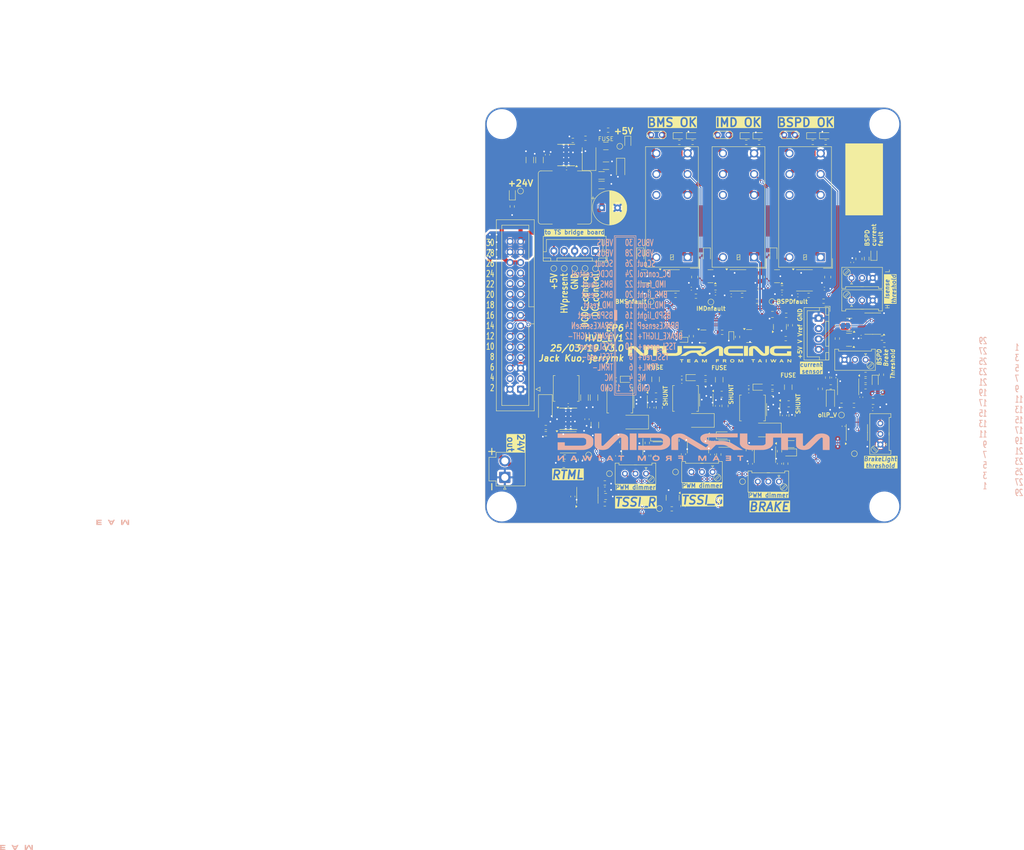
<source format=kicad_pcb>
(kicad_pcb (version 20240108) (generator "pcbnew") (generator_version "8.0")
  (title_block (title "HVB_LV1") (date "2025-03-19") (rev "3.0") (company "NTURacing") (comment 1 "郭哲明 Jack Kuo, Jerrymk") (comment 2 "Powertrain"))
  (layers (0 "F.Cu" signal) (31 "B.Cu" signal) (34 "B.Paste" user) (35 "F.Paste" user) (36 "B.SilkS" user "B.Silkscreen") (37 "F.SilkS" user "F.Silkscreen") (38 "B.Mask" user) (39 "F.Mask" user) (44 "Edge.Cuts" user))
  (net 0 "")
  (net 1 "Net-(U2-CV)")
  (net 2 "GND")
  (net 3 "Net-(U1-CV)")
  (net 4 "+5V")
  (net 5 "Net-(U3-CV)")
  (net 6 "VBUS")
  (net 7 "/BMS_RESET_BUTTON")
  (net 8 "/BMS_nFAULT_SIG")
  (net 9 "/IMD_nFAULT_SIG")
  (net 10 "Net-(D1-A)")
  (net 11 "Net-(D2-A)")
  (net 12 "Net-(D5-A)")
  (net 13 "Net-(D6-A)")
  (net 14 "Net-(D9-A)")
  (net 15 "Net-(D10-A)")
  (net 16 "/IMD_RESET_BUTTON")
  (net 17 "/BSPD_nFAULT_SIG")
  (net 18 "/BSPD_RESET_BUTTON")
  (net 19 "/Power/5V_buck_sw")
  (net 20 "Net-(Q1-G)")
  (net 21 "Net-(Q2-G)")
  (net 22 "Net-(Q3-G)")
  (net 23 "Net-(R11-Pad2)")
  (net 24 "/RTML_AMBER+")
  (net 25 "/Latch_BMS/SC_OUT")
  (net 32 "Net-(U10-BOOT)")
  (net 33 "/Power/5V_buck")
  (net 34 "Net-(U6-BOOT)")
  (net 35 "/TSSI_RED-")
  (net 36 "/TSSI_RED+")
  (net 37 "Net-(U14-CV)")
  (net 38 "Net-(U14-THR)")
  (net 39 "Net-(U15-CV)")
  (net 40 "Net-(U15-THR)")
  (net 41 "/BrightLight/RTML amber/12V_buck_sw")
  (net 42 "Net-(U7-CV)")
  (net 43 "Net-(U7-THR)")
  (net 44 "Net-(D15-K)")
  (net 45 "/TSSI_GREEN-")
  (net 46 "/TSSI_GREEN+")
  (net 47 "/BRAKE_LIGHT-")
  (net 48 "Net-(U8-CV)")
  (net 49 "/DCDC_CONTROL")
  (net 50 "/HVpresent")
  (net 51 "/DC_CONTROL")
  (net 52 "/CURRENT_MEASSURED")
  (net 54 "Net-(R5-Pad2)")
  (net 55 "Net-(U8-THR)")
  (net 56 "Net-(U9-CV)")
  (net 57 "Net-(R17-Pad2)")
  (net 58 "Net-(U9-THR)")
  (net 59 "Net-(D17-K)")
  (net 60 "/Power/5V_buck_FB")
  (net 61 "/BRAKE_LIGHT+")
  (net 62 "Net-(D4-K)")
  (net 63 "Net-(D8-K)")
  (net 64 "Net-(D28-K)")
  (net 65 "Net-(D29-A)")
  (net 66 "Net-(D12-K)")
  (net 68 "Net-(D30-K)")
  (net 69 "Net-(D31-A)")
  (net 70 "Net-(D32-K)")
  (net 71 "Net-(D33-A)")
  (net 72 "Net-(U18-SET)")
  (net 73 "Net-(D20-K)")
  (net 74 "Net-(D21-K)")
  (net 75 "Net-(U19-SET)")
  (net 76 "Net-(U20-SET)")
  (net 77 "Net-(D24-K)")
  (net 78 "Net-(U18-CTRL)")
  (net 79 "/BrightLight/RTML amber/enable")
  (net 80 "Net-(D24-A)")
  (net 81 "Net-(U19-CTRL)")
  (net 82 "/BrightLight/TSSI green/enable")
  (net 83 "/BrightLight/TSSI red pulse/enable")
  (net 84 "Net-(U20-CTRL)")
  (net 85 "Net-(D25-A)")
  (net 89 "/BSPD/brakeLightOn")
  (net 90 "Net-(U4A--)")
  (net 91 "Net-(D25-K)")
  (net 92 "/SCout")
  (net 95 "/BRAKE_SENSE_N")
  (net 96 "/BRAKE_SENSE_P")
  (net 97 "/Latch_BSPD/SC_IN")
  (net 98 "/BSPD_IND_LIGHT")
  (net 99 "/IMD_IND_LIGHT")
  (net 100 "/BMS_IND_LIGHT")
  (net 101 "Net-(D34-K)")
  (net 102 "Net-(D34-A)")
  (net 103 "Net-(D35-K)")
  (net 104 "Net-(D35-A)")
  (net 105 "Net-(D36-A)")
  (net 106 "Net-(D36-K)")
  (net 107 "Net-(D37-A)")
  (net 108 "Net-(D37-K)")
  (net 109 "/BSPD/brakeNotInSafeArea")
  (net 110 "/BSPD/DCbusCurrentNotGood")
  (net 111 "Net-(Q9-D)")
  (net 112 "/BSPD/BSPDfault")
  (net 113 "/BrightLight/RTML amber/12V_buck_FB")
  (net 114 "Net-(U7-Q)")
  (net 115 "Net-(U8-Q)")
  (net 116 "Net-(U14-Q)")
  (net 117 "+5VA")
  (net 118 "Net-(J9-Pin_3)")
  (net 119 "Net-(U9-Q)")
  (net 120 "Net-(U15-Q)")
  (net 121 "/BrightLight/TSSI red pulse/OpenDrain_pulse_out")
  (net 122 "Net-(D19-K)")
  (net 123 "Net-(D16-K)")
  (net 124 "Net-(U4B-+)")
  (net 125 "/BSPD/5VA2")
  (net 126 "Net-(D18-K)")
  (net 127 "Net-(Q7-G)")
  (net 128 "/BSPD/DCbusCurrentAbsent")
  (net 129 "/BSPD/nohardBrake")
  (net 130 "/BSPD/OilPsenserPresent")
  (net 131 "Net-(U13B--)")
  (net 132 "Net-(U13A-+)")
  (net 133 "Net-(U5A-+)")
  (net 134 "Net-(U5B--)")
  (footprint "Capacitor_SMD:C_0603_1608Metric" (layer "F.Cu") (at 116.4225 139.785 -90)
    (property "Reference" "C51" (hide yes))
    (property "Value" "100n")
  )
  (footprint "Resistor_SMD:R_0603_1608Metric" (layer "F.Cu") (at 179.7 107.5 -90)
    (property "Reference" "R49" (hide yes))
    (property "Value" "0R")
  )
  (footprint "Inductor_SMD:L_Bourns_SRN6045TA" (layer "F.Cu") (at 127.4 125.4 90)
    (property "Reference" "L7" (hide yes))
    (property "Value" "47u 1.6A (SRN6045TA-470M)")
  )
  (footprint "Diode_SMD:D_SOD-323" (layer "F.Cu") (at 136.4 134.4)
    (property "Reference" "D25" (hide yes))
    (property "Value" "D_Small")
  )
  (footprint "Diode_SMD:D_SMA" (layer "F.Cu") (at 120.0054 66.6484 90)
    (property "Reference" "D14" (hide yes))
    (property "Value" "SS54")
  )
  (footprint "MountingHole:MountingHole_3.2mm_M3" (layer "F.Cu") (at 191 151)
    (property "Reference" "H4" (hide yes))
    (property "Value" "MountingHole")
  )
  (footprint "MountingHole:MountingHole_3.2mm_M3" (layer "F.Cu") (at 99 59)
    (property "Reference" "H2" (hide yes))
    (property "Value" "MountingHole")
  )
  (footprint "Resistor_SMD:R_0805_2012Metric" (layer "F.Cu") (at 168 126.3 180)
    (property "Reference" "R58" (hide yes))
    (property "Value" "100m 1/4W (C2977778)")
  )
  (footprint "Capacitor_SMD:C_0805_2012Metric" (layer "F.Cu") (at 136.899999 127.2 90)
    (property "Reference" "C69" (hide yes))
    (property "Value" "2u2")
  )
  (footprint "Package_SO:SOIC-8_3.9x4.9mm_P1.27mm" (layer "F.Cu") (at 171.8 96.6)
    (property "Reference" "U3" (hide yes))
    (property "Value" "NE555D")
  )
  (footprint "Package_SO:SOIC-8_3.9x4.9mm_P1.27mm" (layer "F.Cu") (at 139.8 96.6)
    (property "Reference" "U1" (hide yes))
    (property "Value" "NE555D")
  )
  (footprint "Capacitor_SMD:C_0603_1608Metric" (layer "F.Cu") (at 167 129.1 -90)
    (property "Reference" "C76" (hide yes))
    (property "Value" "0u1")
  )
  (footprint "Resistor_SMD:R_0603_1608Metric" (layer "F.Cu") (at 191 112.1 180)
    (property "Reference" "R42" (hide yes))
    (property "Value" "4k7")
  )
  (footprint "Package_TO_SOT_SMD:SOT-23" (layer "F.Cu") (at 165.2 95.6 180)
    (property "Reference" "Q3" (hide yes))
    (property "Value" "2N7002")
  )
  (footprint "Resistor_SMD:R_0603_1608Metric" (layer "F.Cu") (at 176.9 63.4 180)
    (property "Reference" "R17" (hide yes))
    (property "Value" "10k")
  )
  (footprint "Capacitor_SMD:C_0402_1005Metric" (layer "F.Cu") (at 183.2709 92.2808 90)
    (property "Reference" "C27" (hide yes))
    (property "Value" "0u1")
  )
  (footprint "Inductor_SMD:L_Bourns_SRN6045TA" (layer "F.Cu") (at 114.5 122.6 -90)
    (property "Reference" "L2" (hide yes))
    (property "Value" "47u 1.6A (SRN6045TA-470M)")
  )
  (footprint "Diode_SMD:D_SOD-323" (layer "F.Cu") (at 152.2 133.9)
    (property "Reference" "D35" (hide yes))
    (property "Value" "D_Small")
  )
  (footprint "LED_SMD:LED_0603_1608Metric" (layer "F.Cu") (at 141.7 61.8)
    (property "Reference" "D4" (hide yes))
    (property "Value" "GREEN LED")
  )
  (footprint "Relay_THT:Relay_DPDT_Omron_G2RL-2" (layer "F.Cu") (at 175.6875 91.0375 180)
    (property "Reference" "RL3" (hide yes))
    (property "Value" "G2RL-24-DC24")
  )
  (footprint "Inductor_SMD:L_Bourns_SRR1260" (layer "F.Cu") (at 114.1888 76.656 -90)
    (property "Reference" "L1" (hide yes))
    (property "Value" "22uH 4.95A (SMDRI129-220MT)")
  )
  (footprint "Resistor_SMD:R_0603_1608Metric" (layer "F.Cu") (at 155.7 110.2 90)
    (property "Reference" "R65" (hide yes))
    (property "Value" "10k")
  )
  (footprint "Connector_JST:JST_VH_B2P-VH-B_1x02_P3.96mm_Vertical" (layer "F.Cu") (at 99.7458 143.9902 90)
    (property "Reference" "J3" (hide yes))
    (property "Value" "energy meter")
  )
  (footprint "Package_SO:TI_SO-PowerPAD-8_ThermalVias" (layer "F.Cu") (at 114.4942 66.4466 180)
    (property "Reference" "U10" (hide yes))
    (property "Value" "TPS5430DDAR")
  )
  (footprint "Resistor_SMD:R_0603_1608Metric" (layer "F.Cu") (at 139.8968 151.5727 180)
    (property "Reference" "R31" (hide yes))
    (property "Value" "10k")
  )
  (footprint "Resistor_SMD:R_0603_1608Metric" (layer "F.Cu") (at 109.6 132)
    (property "Reference" "R1" (hide yes))
    (property "Value" "91k")
  )
  (footprint "Resistor_SMD:R_0603_1608Metric" (layer "F.Cu") (at 190.4238 110.49)
    (property "Reference" "R26" (hide yes))
    (property "Value" "100k")
  )
  (footprint "Capacitor_SMD:C_0402_1005Metric" (layer "F.Cu") (at 158.4 123.3)
    (property "Reference" "C74" (hide yes))
    (property "Value" "1u")
  )
  (footprint "Resistor_SMD:R_0603_1608Metric" (layer "F.Cu") (at 135.4 138.8 90)
    (property "Reference" "R50" (hide yes))
    (property "Value" "22k")
  )
  (footprint "Capacitor_SMD:C_0402_1005Metric" (layer "F.Cu") (at 170.2 100.2 180)
    (property "Reference" "C10" (hide yes))
    (property "Value" "0u1")
  )
  (footprint "Resistor_SMD:R_0603_1608Metric" (layer "F.Cu") (at 109.6 133.5 180)
    (property "Reference" "R38" (hide yes))
    (property "Value" "10k")
  )
  (footprint "TestPoint:TestPoint_Pad_D1.0mm" (layer "F.Cu") (at 103.5304 75.1078)
    (property "Reference" "TP16" (hide yes))
    (property "Value" "Vbus")
  )
  (footprint "Capacitor_SMD:C_0805_2012Metric" (layer "F.Cu") (at 184.8943 91.419 90)
    (property "Reference" "C28" (hide yes))
    (property "Value" "10u")
  )
  (footprint "Resistor_SMD:R_0603_1608Metric" (layer "F.Cu") (at 186.491 120.7014)
    (property "Reference" "R41" (hide yes))
    (property "Value" "0R")
  )
  (footprint "Resistor_SMD:R_0603_1608Metric" (layer "F.Cu") (at 177.3724 119.9902 90)
    (property "Reference" "R2" (hide yes))
    (property "Value" "150R")
  )
  (footprint "Diode_SMD:D_SOD-323" (layer "F.Cu") (at 148.3407 90.4 -90)
    (property "Reference" "D6" (hide yes))
    (property "Value" "4148")
  )
  (footprint "Resistor_SMD:R_0603_1608Metric" (layer "F.Cu") (at 114.1225 139.085 180)
    (property "Reference" "R46" (hide yes))
    (property "Value" "43k")
  )
  (footprint "Resistor_SMD:R_0402_1005Metric" (layer "F.Cu") (at 158.4 122.3 180)
    (property "Reference" "R36" (hide yes))
    (property "Value" "10k")
  )
  (footprint "Resistor_SMD:R_0603_1608Metric" (layer "F.Cu") (at 160.4 101.6 180)
    (property "Reference" "R13" (hide yes))
    (property "Value" "0R")
  )
  (footprint "Resistor_SMD:R_0603_1608Metric" (layer "F.Cu") (at 164.1 122.3 180)
    (property "Reference" "R47" (hide yes))
    (property "Value" "10k")
  )
  (footprint "Package_SO:MSOP-8-1EP_3x3mm_P0.65mm_EP1.5x1.8mm" (layer "F.Cu") (at 164.3 127.7 -90)
    (property "Reference" "U20" (hide yes))
    (property "Value" "AL8807")
  )
  (footprint "Relay_THT:Relay_DPDT_Omron_G2RL-2" (layer "F.Cu") (at 143.6875 91.0375 180)
    (property "Reference" "RL1" (hide yes))
    (property "Value" "G2RL-24-DC24")
  )
  (footprint "Diode_SMD:D_SMA" (layer "F.Cu") (at 162.7 132.6 180)
    (property "Reference" "D33" (hide yes))
    (property "Value" "SS54")
  )
  (footprint "TestPoint:TestPoint_Pad_D1.0mm" (layer "F.Cu") (at 164 101.7)
    (property "Reference" "TP15" (hide yes))
    (property "Value" "BSPDnfault")
  )
  (footprint "LED_SMD:LED_0603_1608Metric" (layer "F.Cu") (at 188.8 120.9 -90)
    (property "Reference" "D18" (hide yes))
    (property "Value" "GREEN LED")
  )
  (footprint "Fuse:Fuse_1206_3216Metric" (layer "F.Cu") (at 135.999999 120.4 90)
    (property "Reference" "F3" (hide yes))
    (property "Value" "1A")
  )
  (footprint "LED_SMD:LED_0603_1608Metric" (layer "F.Cu") (at 128.999999 120.4)
    (property "Reference" "D28" (hide yes))
    (property "Value" "WHITE LED")
  )
  (footprint "Resistor_SMD:R_0603_1608Metric" (layer "F.Cu") (at 144.9 63.4 180)
    (property "Reference" "R5" (hide yes))
    (property "Value" "10k")
  )
  (footprint "Package_TO_SOT_SMD:SOT-23" (layer "F.Cu") (at 158.5 110)
    (property "Reference" "Q5" (hide yes))
    (property "Value" "2N7002")
  )
  (footprint "Connector_IDC:IDC-Header_2x15_P2.54mm_Vertical" (layer "F.Cu") (at 103.54 122.78 180)
    (property "Reference" "J1" (hide yes))
    (property "Value" "toConnectorBoard")
  )
  (footprint "Fuse:Fuse_1206_3216Metric" (layer "F.Cu") (at 167.9 122.3 90)
    (property "Reference" "F5" (hide yes))
    (property "Value" "1A")
  )
  (footprint "Resistor_SMD:R_0603_1608Metric" (layer "F.Cu") (at 116.102 62.916 180)
    (property "Reference" "R30" (hide yes))
    (property "Value" "15k")
  )
  (footprint "TestPoint:TestPoint_Pad_D1.0mm" (layer "F.Cu") (at 149.3 101.8)
    (property "Reference" "TP14" (hide yes))
    (property "Value" "IMDfault")
  )
  (footprint "Package_SO:SOIC-8_3.9x4.9mm_P1.27mm" (layer "F.Cu") (at 146.194999 136.225 -90)
    (property "Reference" "U8" (hide yes))
    (property "Value" "NE555D")
  )
  (footprint "Package_SO:MSOP-8-1EP_3x3mm_P0.65mm_EP1.5x1.8mm" (layer "F.Cu") (at 132.399999 125.8 -90)
    (property "Reference" "U18" (hide yes))
    (property "Value" "AL8807")
  )
  (footprint "nturt_kicad_lib_EP6:Throughhole Potentiometer 3296W" (layer "F.Cu") (at 133.7 143.1)
    (property "Reference" "RV6" (hide yes))
    (property "Value" "10k")
  )
  (footprint "Capacitor_SMD:C_0805_2012Metric" (layer "F.Cu") (at 126.6 135.5 90)
    (property "Reference" "C33" (hide yes))
    (property "Value" "100n")
  )
  (footprint "Resistor_SMD:R_0603_1608Metric" (layer "F.Cu") (at 168.4 107.4 90)
    (property "Reference" "R24" (hide yes))
    (property "Value" "10k")
  )
  (footprint "Resistor_SMD:R_0603_1608Metric" (layer "F.Cu") (at 152 109.1)
    (property "Reference" "R53" (hide yes))
    (property "Value" "10k")
  )
  (footprint "Package_TO_SOT_SMD:SOT-23" (layer "F.Cu") (at 133.2 95.6 180)
    (property "Reference" "Q1" (hide yes))
    (property "Value" "2N7002")
  )
  (footprint "Resistor_SMD:R_0603_1608Metric" (layer "F.Cu") (at 160.9 63.4 180)
    (property "Reference" "R11" (hide yes))
    (property "Value" "10k")
  )
  (footprint "Capacitor_SMD:C_0805_2012Metric" (layer "F.Cu") (at 161.4 95.8 -90)
    (property "Reference" "C5" (hide yes))
    (property "Value" "10u")
  )
  (footprint "LED_SMD:LED_0603_1608Metric" (layer "F.Cu") (at 160.9 61.8)
    (property "Reference" "D5" (hide yes))
    (property "Value" "RED LED")
  )
  (footprint "Resistor_SMD:R_0603_1608Metric" (layer "F.Cu") (at 167.3 140.7 90)
    (property "Reference" "R59" (hide yes))
    (property "Value" "22k")
  )
  (footprint "Diode_SMD:D_SOD-523" (layer "F.Cu") (at 154.2 110.2 -90)
    (property "Reference" "D21" (hide yes))
    (property "Value" "BZX584C5V6")
  )
  (footprint "Resistor_SMD:R_0603_1608Metric" (layer "F.Cu") (at 180.6998 126.645 180)
    (property "Reference" "R20" (hide yes))
    (property "Value" "100R")
  )
  (footprint "Capacitor_SMD:C_1206_3216Metric" (layer "F.Cu") (at 121.2 124.8 -90)
    (property "Reference" "C40" (hide yes))
    (property "Value" "22u 25V")
  )
  (footprint "Resistor_SMD:R_0603_1608Metric" (layer "F.Cu") (at 123.8 145.33 180)
    (property "Reference" "R43" (hide yes))
    (property "Value" "10k")
  )
  (footprint "nturt_kicad_lib_EP6:Throughhole Potentiometer 3296W" (layer "F.Cu") (at 149.7 142.7)
    (property "Reference" "RV7" (hide yes))
    (property "Value" "10k")
  )
  (footprint "TestPoint:TestPoint_2Pads_Pitch2.54mm_Drill0.8mm" (layer "F.Cu") (at 166.95 61.6)
    (property "Reference" "JP3" (hide yes))
    (property "Value" "test")
  )
  (footprint "Capacitor_SMD:C_0402_1005Metric" (layer "F.Cu") (at 142.3 121)
    (property "Reference" "C71" (hide yes))
    (property "Value" "1u")
  )
  (footprint "Capacitor_SMD:C_0805_2012Metric" (layer "F.Cu") (at 164.1 104.8 180)
    (property "Reference" "C16" (hide yes))
    (property "Value" "10u")
  )
  (footprint "Capacitor_SMD:C_0805_2012Metric" (layer "F.Cu") (at 188.3 125.7)
    (property "Reference" "C31" (hide yes))
    (property "Value" "10u")
  )
  (footprint "Capacitor_SMD:C_1206_3216Metric" (layer "F.Cu") (at 123.0026 71.3474)
    (property "Reference" "C24" (hide yes))
    (property "Value" "22u 25V")
  )
  (footprint "Resistor_SMD:R_0603_1608Metric" (layer "F.Cu") (at 147.999999 120 180)
    (property "Reference" "R45" (hide yes))
    (property "Value" "10k")
  )
  (footprint "Capacitor_SMD:C_0603_1608Metric" (layer "F.Cu") (at 133.9 138.8 90)
    (property "Reference" "C17" (hide yes))
    (property "Value" "100n")
  )
  (footprint "LED_SMD:LED_0603_1608Metric" (layer "F.Cu") (at 160.9 122.3)
    (property "Reference" "D32" (hide yes))
    (property "Value" "WHITE LED")
  )
  (footprint "Resistor_SMD:R_0603_1608Metric" (layer "F.Cu") (at 119.1418 62.4066 180)
    (property "Reference" "R28" (hide yes))
    (property "Value" "47k")
  )
  (footprint "Resistor_SMD:R_0603_1608Metric" (layer "F.Cu") (at 132.199999 121.9 180)
    (property "Reference" "R61" (hide yes))
    (property "Value" "1k")
  )
  (footprint "Package_TO_SOT_SMD:SOT-23" (layer "F.Cu") (at 149.2 95.6 180)
    (property "Reference" "Q2" (hide yes))
    (property "Value" "2N7002")
  )
  (footprint "Resistor_SMD:R_0603_1608Metric" (layer "F.Cu") (at 147.999999 121.5 180)
    (property "Reference" "R62" (hide yes))
    (property "Value" "1k")
  )
  (footprint "Capacitor_SMD:C_0805_2012Metric" (layer "F.Cu") (at 124 148.6)
    (property "Reference" "C55" (hide yes))
    (property "Value" "10u")
  )
  (footprint "Capacitor_SMD:C_0603_1608Metric" (layer "F.Cu") (at 123.8 146.83)
    (property "Reference" "C54" (hide yes))
    (property "Value" "100n")
  )
  (footprint "Capacitor_SMD:C_0402_1005Metric" (layer "F.Cu") (at 188.2 127.6)
    (property "Reference" "C30" (hide yes))
    (property "Value" "0u1")
  )
  (footprint "Resistor_SMD:R_0402_1005Metric" (layer "F.Cu") (at 142.3 120 180)
    (property "Reference" "R35" (hide yes))
    (property "Value" "10k")
  )
  (footprint "Capacitor_SMD:C_0805_2012Metric" (layer "F.Cu") (at 113.9225 140.885 180)
    (property "Reference" "C52" (hide yes))
    (property "Value" "10u")
  )
  (footprint "Capacitor_SMD:C_0402_1005Metric" (layer "F.Cu") (at 126.5 121.4)
    (property "Reference" "C68" (hide yes))
    (property "Value" "1u")
  )
  (footprint "LED_SMD:LED_0603_1608Metric" (layer "F.Cu") (at 157.8 61.8)
    (property "Reference" "D8" (hide yes))
    (property "Value" "GREEN LED")
  )
  (footprint "Resistor_SMD:R_0402_1005Metric" (layer "F.Cu") (at 126.5 120.4 180)
    (property "Reference" "R34" (hide yes))
    (property "Value" "10k")
  )
  (footprint "Relay_THT:Relay_DPDT_Omron_G2RL-2" (layer "F.Cu") (at 159.6875 91.0375 180)
    (property "Reference" "RL2" (hide yes))
    (property "Value" "G2RL-24-DC24")
  )
  (footprint "TestPoint:TestPoint_Pad_D1.0mm" (layer "F.Cu") (at 124.9 143.1)
    (property "Reference" "TP3" (hide yes))
    (property "Value" "TSSI Red")
  )
  (footprint "Capacitor_SMD:C_0603_1608Metric" (layer "F.Cu") (at 150.899999 126.8 -90)
    (property "Reference" "C73" (hide yes))
    (property "Value" "0u1")
  )
  (footprint "Inductor_SMD:L_Bourns_SRN6045TA" (layer "F.Cu") (at 143.2 125 90)
    (property "Reference" "L8" (hide yes))
    (property "Value" "47u 1.6A (SRN6045TA-470M)")
  )
  (footprint "Resistor_SMD:R_0603_1608Metric" (layer "F.Cu") (at 167.3 110.6 180)
    (property "Reference" "R3" (hide yes))
    (property "Value" "10k")
  )
  (footprint "Resistor_SMD:R_0603_1608Metric" (layer "F.Cu") (at 144.58 110.03 90)
    (property "Reference" "R64" (hide yes))
    (property "Value" "10k")
  )
  (footprint "Fuse:Fuse_1206_3216Metric" (layer "F.Cu") (at 124.044 64.2622)
    (property "Reference" "F1" (hide yes))
    (property "Value" "2A")
  )
  (footprint "Capacitor_SMD:C_0402_1005Metric" (layer "F.Cu") (at 176.6 98.6)
    (property "Reference" "C11" (hide yes))
    (property "Value" "10n")
  )
  (footprint "Capacitor_SMD:C_1206_3216Metric" (layer "F.Cu") (at 124.0694 69.0106)
    (property "Reference" "C25" (hide yes))
    (property "Value" "22u 25V")
  )
  (footprint "Package_SO:SOIC-8_3.9x4.9mm_P1.27mm" (layer "F.Cu") (at 114.9775 135.565)
    (property "Reference" "U14" (hide yes))
    (property "Value" "NE555D")
  )
  (footprint "Diode_SMD:D_SMA" (layer "F.Cu") (at 146.599999 130.3 180)
    (property "Reference" "D31" (hide yes))
    (property "Value" "SS54")
  )
  (footprint "Resistor_SMD:R_0603_1608Metric" (layer "F.Cu") (at 149.699999 135.4 90)
    (property "Reference" "R57" (hide yes))
    (property "Value" "22k")
  )
  (footprint "TestPoint:TestPoint_Pad_D1.0mm" (layer "F.Cu") (at 183.8 138.3)
    (property "Reference" "TP19" (hide yes))
    (property "Value" "BrakeThreshold")
  )
  (footprint "Capacitor_SMD:C_0402_1005Metric" (layer "F.Cu") (at 154.2 100.2 180)
    (property "Reference" "C6" (hide yes))
    (property "Value" "0u1")
  )
  (footprint "LED_SMD:LED_0603_1608Metric" (layer "F.Cu") (at 101.5492 75.7682 90)
    (property "Reference" "D16" (hide yes))
    (property "Value" "RED LED")
  )
  (footprint "TestPoint:TestPoint_2Pads_Pitch2.54mm_Drill0.8mm" (layer "F.Cu") (at 134.95 61.6)
    (property "Reference" "JP1" (hide yes))
    (property "Value" "test")
  )
  (footprint "Resistor_SMD:R_0603_1608Metric" (layer "F.Cu") (at 145.7 100.4 180)
    (property "Reference" "R7" (hide yes))
    (property "Value" "0R")
  )
  (footprint "Diode_SMD:D_SOD-323" (layer "F.Cu") (at 168.3 138 180)
    (property "Reference" "D36" (hide yes))
    (property "Value" "1N4148WS")
  )
  (footprint "Resistor_SMD:R_0805_2012Metric" (layer "F.Cu") (at 136.099999 124.4 180)
    (property "Reference" "R54" (hide yes))
    (property "Value" "100m 1/4W (C2977778)")
  )
  (footprint "Resistor_SMD:R_0603_1608Metric" (layer "F.Cu") (at 117.9225 139.785 90)
    (property "Reference" "R39" (hide yes))
    (property "Value" "10k")
  )
  (footprint "Resistor_SMD:R_0603_1608Metric" (layer "F.Cu") (at 134.4 98.4)
    (property "Reference" "R9" (hide yes))
    (property "Value" "100k")
  )
  (footprint "Package_SO:TI_SO-PowerPAD-8_ThermalVias" (layer "F.Cu") (at 115 129.9)
    (property "Reference" "U6" (hide yes))
    (property "Value" "TPS5430DDAR")
  )
  (footprint "LED_SMD:LED_0603_1608Metric" (layer "F.Cu") (at 129.3272 63.3732 -90)
    (property "Reference" "D15" (hide yes))
    (property "Value" "RED LED")
  )
  (footprint "Package_SO:SOIC-8_3.9x4.9mm_P1.27mm" (layer "F.Cu") (at 162.295 138.525 -90)
    (property "Reference" "U9" (hide yes))
    (property "Value" "NE555D")
  )
  (footprint "Diode_SMD:D_SMA" (layer "F.Cu") (at 130.799999 130.7 180)
    (property "Reference" "D29" (hide yes))
    (property "Value" "SS54")
  )
  (footprint "TestPoint:TestPoint_Pad_D1.0mm" (layer "F.Cu") (at 156.9 145)
    (property "Reference" "TP7" (hide yes))
    (property "Value" "BrakeLight")
  )
  (footprint "Package_SO:MSOP-8-1EP_3x3mm_P0.65mm_EP1.5x1.8mm" (layer "F.Cu") (at 148.199999 125.4 -90)
    (property "Reference" "U19" (hide yes))
    (property "Value" "AL8807")
  )
  (footprint "Capacitor_SMD:C_0603_1608Metric" (layer "F.Cu") (at 142.695 138.425 90)
    (property "Reference" "C34" (hide yes))
    (property "Value" "100n")
  )
  (footprint "TestPoint:TestPoint_Pad_D1.0mm" (layer "F.Cu") (at 111.5314 93.726)
    (property "Reference" "TP8" (hide yes))
    (property "Value" "+5V")
  )
  (footprint "Package_TO_SOT_SMD:SOT-23" (layer "F.Cu") (at 147.5 110.1)
    (property "Reference" "Q6" (hide yes))
    (property "Value" "2N7002")
  )
  (footprint "Resistor_SMD:R_0603_1608Metric" (layer "F.Cu") (at 167.4 105)
    (property "Reference" "R25" (hide yes))
    (property "Value" "1k")
  )
  (footprint "Package_TO_SOT_SMD:SOT-23" (layer "F.Cu") (at 182.5 110.9 180)
    (property "Reference" "Q7" (hide yes))
    (property "Value" "2N7002")
  )
  (footprint "Package_SO:SOIC-8_3.9x4.9mm_P1.27mm" (layer "F.Cu") (at 119.6 148.3 90)
    (property "Reference" "U15" (hide yes))
    (property "Value" "NE555D")
  )
  (footprint "Resistor_SMD:R_0603_1608Metric" (layer "F.Cu") (at 175.6 122.7 90)
    (property "Reference" "R37" (hide yes))
    (property "Value" "10R")
  )
  (footprint "Capacitor_SMD:C_0603_1608Metric" (layer "F.Cu") (at 119.5 134.2 90)
    (property "Reference" "C44" (hide yes))
    (property "Value" "100n")
  )
  (footprint "Diode_SMD:D_SOD-323" (layer "F.Cu") (at 164.3407 90.4 -90)
    (property "Reference" "D10" (hide yes))
    (property "Value" "4148")
  )
  (footprint "TestPoint:TestPoint_Pad_D1.0mm" (layer "F.Cu") (at 121.539 93.7768)
    (property "Reference" "TP12" (hide yes))
    (property "Value" "DC_control")
  )
  (footprint "Resistor_SMD:R_0603_1608Metric" (layer "F.Cu") (at 190.3 119.3 90)
    (property "Reference" "R27" (hide yes))
    (property "Value" "4k7")
  )
  (footprint "TestPoint:TestPoint_Pad_D1.0mm" (layer "F.Cu") (at 134.9 101.7)
    (property "Reference" "TP13" (hide yes))
    (property "Value" "BMSfault")
  )
  (footprint "Capacitor_SMD:C_0603_1608Metric" (layer "F.Cu") (at 119.5 130 90)
    (property "Reference" "C39" (hide yes))
    (property "Value" "0u1")
  )
  (footprint "Capacitor_SMD:C_1206_3216Metric" (layer "F.Cu") (at 121.4 131.4 -90)
    (property "Reference" "C38" (hide yes))
    (property "Value" "10u 35V")
  )
  (footprint "Capacitor_SMD:C_0603_1608Metric" (layer "F.Cu") (at 135.099999 127.2 -90)
    (property "Reference" "C70" (hide yes))
    (property "Value" "0u1")
  )
  (footprint "Capacitor_SMD:C_0402_1005Metric" (layer "F.Cu") (at 114.5952 69.671 180)
    (property "Reference" "C19" (hide yes))
    (property "Value" "10n")
  )
  (footprint "Package_TO_SOT_SMD:SOT-23" (layer "F.Cu") (at 140.1 148.9 -90)
    (property "Reference" "Q4" (hide yes))
    (property "Value" "2N7002")
  )
  (footprint "Package_TO_SOT_SMD:SOT-23" (layer "F.Cu") (at 182.5752 107.2642 180)
    (property "Reference" "Q8" (hide yes))
    (property "Value" "2N7002")
  )
  (footprint "Diode_SMD:D_SOD-123" (layer "F.Cu") (at 127.6 69.5708 -90)
    (property "Reference" "D13" (hide yes))
    (property "Value" "5.6V (C19077402)")
  )
  (footprint "Resistor_SMD:R_0603_1608Metric" (layer "F.Cu") (at 172.8 100.2 180)
    (property "Reference" "R16" (hide yes))
    (property "Value" "10k")
  )
  (footprint "Resistor_SMD:R_0603_1608Metric" (layer "F.Cu") (at 142.579 150.8835 90)
    (property "Reference" "R32" (hide yes))
    (property "Value" "10k")
  )
  (footprint "nturt_kicad_lib_EP6:Throughhole Potentiometer 3296W" (layer "F.Cu") (at 183.1194 96.012 180)
    (property "Reference" "RV3" (hide yes))
    (property "Value" "10k")
  )
  (footprint "Package_SO:SOIC-8_3.9x4.9mm_P1.27mm" (layer "F.Cu") (at 188.214 107.011346 180)
    (property "Reference" "U5" (hide yes))
    (property "Value" "LM393")
  )
  (footprint "Capacitor_SMD:C_0603_1608Metric" (layer "F.Cu") (at 178.8456 119.9902 90)
    (property "Reference" "C18" (hide yes))
    (property "Value" "10u")
  )
  (footprint "Inductor_SMD:L_0805_2012Metric" (layer "F.Cu") (at 190.5 123.6)
    (property "Reference" "FB2" (hide yes))
    (property "Value" "GZ1608D601TF")
  )
  (footprint "Capacitor_SMD:C_0805_2012Metric" (layer "F.Cu") (at 145.4 95.8 -90)
    (property "Reference" "C1" (hide yes))
    (property "Value" "10u")
  )
  (footprint "Resistor_SMD:R_0603_1608Metric" (layer "F.Cu") (at 178.109 122.2254)
    (property "Reference" "R23" (hide yes))
    (property "Value" "10R")
  )
  (footprint "Fuse:Fuse_1206_3216Metric" (layer "F.Cu") (at 151.3 120.5 90)
    (property "Reference" "F4" (hide yes))
    (property "Value" "1A")
  )
  (footprint "Resistor_SMD:R_0603_1608Metric" (layer "F.Cu") (at 173.8 63.4)
    (property "Reference" "R18" (hide yes))
    (property "Value" "10k")
  )
  (footprint "Diode_SMD:D_SOD-323" (layer "F.Cu") (at 152.2 135.9 180)
    (property "Reference" "D34" (hide yes))
    (property "Value" "1N4148WS")
  )
  (footprint "Capacitor_SMD:C_0402_1005Metric" (layer "F.Cu") (at 185.42 110.174146 180)
    (property "Reference" "C15" (hide yes))
    (property "Value" "0u1")
  )
  (footprint "Diode_SMD:D_SOD-123" (layer "F.Cu") (at 178.0328 125.3242 -90)
    (property "Reference" "D17" (hide yes))
    (property "Value" "5.6V (C19077402)")
  )
  (footprint "nturt_kicad_lib_EP6:Throughhole Potentiometer 3296W" (layer "F.Cu") (at 190.0494 136.0938 -90)
    (property "Reference" "RV10" (hide yes))
    (property "Value" "10k")
  )
  (footprint "Capacitor_SMD:C_0805_2012Metric" (layer "F.Cu") (at 152.699999 126.8 90)
    (property "Reference" "C72" (hide yes))
    (property "Value" "2u2")
  )
  (footprint "Package_TO_SOT_SMD:SOT-23" (layer "F.Cu") (at 165.9 107.8 90)
    (property "Reference" "Q9" (hide yes))
    (property "Value" "2N7002")
  )
  (footprint "Resistor_SMD:R_0603_1608Metric" (layer "F.Cu") (at 186.491 122.2)
    (property "Reference" "R22" (hide yes))
    (property "Value" "100k")
  )
  (footprint "Capacitor_SMD:C_0805_2012Metric" (layer "F.Cu") (at 158.5 137.4 90)
    (property "Reference" "C37" (hide yes))
    (property "Value" "100n")
  )
  (footprint "LED_SMD:LED_0603_1608Metric" (layer "F.Cu") (at 144.799999 120)
    (property "Reference" "D30" (hide yes))
    (property "Value" "WHITE LED")
  )
  (footprint "Package_SO:SOIC-8_3.9x4.9mm_P1.27mm" (layer "F.Cu") (at 182.3 122.2 -90)
    (property "Reference" "U13" (hide yes))
    (property "Value" "LM393")
  )
  (footprint "Capacitor_SMD:C_0603_1608Metric" (layer "F.Cu") (at 109.9978 66.369 -90)
    (property "Reference" "C22" (hide yes))
    (property "Value" "0u1")
  )
  (footprint "Capacitor_SMD:C_0402_1005Metric" (layer "F.Cu") (at 185.475 124.7146 90)
    (property "Reference" "C29" (hide yes))
    (property "Value" "0u1")
  )
  (footprint "Resistor_SMD:R_0603_1608Metric" (layer "F.Cu") (at 165.8 137.7 90)
    (property "Reference" "R60" (hide yes))
    (property "Value" "22k")
  )
  (footprint "Package_SO:SOIC-8_3.9x4.9mm_P1.27mm" (layer "F.Cu") (at 184.4 133.2 90)
    (property "Reference" "U4" (hide yes))
    (property "Value" "LM358")
  )
  (footprint "Package_SO:SOIC-8_3.9x4.9mm_P1.27mm" (layer "F.Cu") (at 130.394999 136.625 -90)
    (property "Reference" "U7" (hide yes))
    (property "Value" "NE555D")
  )
  (footprint "Resistor_SMD:R_0603_1608Metric" (layer "F.Cu") (at 134 135.7 90)
    (property "Reference" "R51" (hide yes))
    (property "Value" "22k")
  )
  (footprint "Capacitor_SMD:C_1206_3216Metric" (layer "F.Cu") (at 118.9 124.8 -90)
    (property "Reference" "C41" (hide yes))
    (property "Value" "22u 25V")
  )
  (footprint "Resistor_SMD:R_0603_1608Metric" (layer "F.Cu") (at 156.8 100.2 180)
    (property "Reference" "R10" (hide yes))
    (property "Value" "10k")
  )
  (footprint "MountingHole:MountingHole_3.2mm_M3" (layer "F.Cu") (at 191 59)
    (property "Reference" "H1" (hide yes))
    (property "Value" "MountingHole")
  )
  (footprint "Inductor_SMD:L_0805_2012Metric" (layer "F.Cu") (at 186.7662 91.3638 90)
    (property "Reference" "FB1" (hide yes))
    (property "Value" "GZ1608D601TF")
  )
  (footprint "nturt_kicad_lib_EP6:Throughhole Potentiometer 3296W" (layer "F.Cu") (at 183.1194 101.4222 180)
    (property "Reference" "RV2" (hide yes))
    (property "Value" "10k")
  )
  (footprint "Resistor_SMD:R_0603_1608Metric" (layer "F.Cu") (at 140.8 100.2 180)
    (property "Reference" "R4" (hide yes))
    (property "Value" "10k")
  )
  (footprint "Capacitor_SMD:C_1206_3216Metric" (layer "F.Cu") (at 108.0928 67.639 90)
    (property "Reference" "C20" (hide yes))
    (property "Value" "10u 35V")
  )
  (footprint "TestPoint:TestPoint_Pad_D1.0mm" (layer "F.Cu") (at 140.8 142.7)
    (property "Reference" "TP4" (hide yes))
    (property "Value" "TSSI Red")
  )
  (footprint "Resistor_SMD:R_0603_1608Metric" (layer "F.Cu") (at 176.4 101.6 180)
    (property "Reference" "R19" (hide yes))
    (property "Value" "0R")
  )
  (footprint "Resistor_SMD:R_0603_1608Metric" (layer "F.Cu") (at 132.199999 120.4 180)
    (property "Reference" "R33" (hide yes))
    (property "Value" "10k")
  )
  (footprint "TestPoint:TestPoint_Pad_D1.0mm" (layer "F.Cu") (at 116.5352 93.726)
    (property "Reference" "TP10" (hide yes))
    (property "Value" "GND")
  )
  (footprint "Resistor_SMD:R_0603_1608Metric" (layer "F.Cu") (at 151.2 138.5 90)
    (property "Reference" "R55" (hide yes))
    (property "Value" "22k")
  )
  (footprint "Capacitor_SMD:C_0402_1005Metric" (layer "F.Cu") (at 160.6 98.6)
    (property "Reference" "C7" (hide yes))
    (property "Value" "10n")
  )
  (footprint "Resistor_SMD:R_0603_1608Metric" (layer "F.Cu") (at 124.587 60.452 180)
    (property "Reference" "R29" (hide yes))
    (property "Value" "10k")
  )
  (footprint "TestPoint:TestPoint_Pad_D1.0mm" (layer "F.Cu") (at 180.7 129)
    (property "Reference" "TP17" (hide yes))
    (property "Value" "oilP_Vout")
  )
  (footprint "TestPoint:TestPoint_Pad_D1.0mm" (layer "F.Cu") (at 136.9 151.5)
    (property "Reference" "TP6" (hide yes))
    (property "Value" "TSSI Green")
  )
  (footprint "Resistor_SMD:R_0603_1608Metric" (layer "F.Cu") (at 150.4 98.4)
    (property "Reference" "R15" (hide yes))
    (property "Value" "100k")
  )
  (footprint "Connector_JST:JST_XH_B4B-XH-A_1x04_P2.50mm_Vertical" (layer "F.Cu") (at 175.2 105.7 -90)
    (property "Reference" "J9" (hide yes))
    (property "Value" "I_Sen")
  )
  (footprint "TestPoint:TestPoint_Pad_D1.0mm" (layer "F.Cu") (at 119.0498 93.726)
    (property "Reference" "TP11" (hide yes))
    (property "Value" "DCDC_control")
  )
  (footprint "Capacitor_SMD:C_0402_1005Metric" (layer "F.Cu") (at 115 126.6)
    (property "Reference" "C14" (hide yes))
    (property "Value" "10n")
  )
  (footprint "LED_SMD:LED_0603_1608Metric" (layer "F.Cu") (at 173.8 61.8)
    (property "Reference" "D12" (hide yes))
    (property "Value" "GREEN LED")
  )
  (footprint "TestPoint:TestPoint_Pad_D1.0mm" (layer "F.Cu") (at 119.9 138.6)
    (property "Reference" "TP2" (hide yes))
    (property "Value" "RTML")
  )
  (footprint "LED_SMD:LED_0603_1608Metric" (layer "F.Cu") (at 176.9 61.8)
    (property "Reference" "D9" (hide yes))
    (property "Value" "RED LED")
  )
  (footprint "Capacitor_SMD:C_0805_2012Metric" (layer "F.Cu") (at 177.4 95.8 -90)
    (property "Reference" "C9" (hide yes))
    (property "Value" "10u")
  )
  (footprint "Capacitor_SMD:C_0603_1608Metric" (layer "F.Cu") (at 116.1 148.6 -90)
    (property "Reference" "C45" (hide yes))
    (property "Value" "100n")
  )
  (footprint "Capacitor_SMD:C_0603_1608Metric" (layer "F.Cu") (at 158.795 140.725 90)
    (property "Reference" "C36" (hide yes))
    (property "Value" "100n")
  )
  (footprint "Diode_SMD:D_SOD-323" (layer "F.Cu") (at 136.4 136.3 180)
    (property "Reference" "D24" (hide yes))
    (property "Value" "1N4148WS")
  )
  (footprint "Resistor_SMD:R_0603_1608Metric" (layer "F.Cu") (at 164.1 123.8 180)
    (property "Reference" "R63" (hide yes))
    (property "Value" "1k")
  )
  (footprint "Resistor_SMD:R_0603_1608Metric" (layer "F.Cu") (at 157.8 63.4)
    (property "Reference" "R12" (hide yes))
    (property "Value" "10k")
  )
  (footprint "nturt_kicad_lib_EP6:Throughhole Potentiometer 3296W" (layer "F.Cu") (at 186.5 115.7)
    (property "Reference" "RV1" (hide yes))
    (property "Value" "10k")
  )
  (footprint "Resistor_SMD:R_0603_1608Metric" (layer "F.Cu") (at 186.491 119.2282)
    (property "Reference" "R40" (hide yes))
    (property "Value" "0R")
  )
  (footprint "Resistor_SMD:R_0603_1608Metric" (layer "F.Cu") (at 179.7 110.6 90)
    (property "Reference" "R44" (hide yes))
    (property "Value" "0R")
  )
  (footprint "Capacitor_SMD:C_0603_1608Metric" (layer "F.Cu") (at 126.895 138.825 90)
    (property "Reference" "C32" (hide yes))
    (property "Value" "100n")
  )
  (footprint "Capacitor_SMD:C_0402_1005Metric" (layer "F.Cu") (at 166.4 99.8 180)
    (property "Reference" "C12" (hide yes))
    (property "Value" "0u1")
  )
  (footprint "LED_SMD:LED_0603_1608Metric" (layer "F.Cu") (at 188.5 90.3 90)
    (property "Reference" "D19" (hide yes))
    (property "Value" "YELLOW LED")
  )
  (footprint "Resistor_SMD:R_0603_1608Metric" (layer "F.Cu") (at 166.4 98.4)
    (property "Reference" "R21" (hide yes))
    (property "Value" "100k")
  )
  (footprint "Package_SO:SOIC-8_3.9x4.9mm_P1.27mm" (layer "F.Cu") (at 155.8 96.6)
    (property "Reference" "U2" (hide yes))
    (property "Value" "NE555D")
  )
  (footprint "Diode_SMD:D_SOD-523" (layer "F.Cu") (at 142.5 110.9 180)
    (property "Reference" "D20" (hide yes))
    (property "Value" "BZX584C5V6")
  )
  (footprint "Capacitor_SMD:C_1206_3216Metric" (layer "F.Cu") (at 105.756 67.639 90)
    (property "Reference" "C21" (hide yes))
    (property "Value" "10u 35V")
  )
  (footprint "TestPoint:TestPoint_Pad_D1.0mm" (layer "F.Cu") (at 114.0206 93.726)
    (property "Reference" "TP9" (hide yes))
    (property "Value" "HVpresent")
  )
  (footprint "Capacitor_SMD:C_0402_1005Metric" (layer "F.Cu") (at 150.4 99.8 180)
    (property "Reference" "C8" (hide yes))
    (property "Value" "0u1")
  )
  (footprint "Diode_SMD:D_SMA" (layer "F.Cu") (at 109.5 127.6 -90)
    (property "Reference" "D22" (hide yes))
    (property "Value" "SS54")
  )
  (footprint "Resistor_SMD:R_0805_2012Metric" (layer "F.Cu") (at 151.899999 124 180)
    (property "Reference" "R56" (hide yes))
    (property "Value" "100m 1/4W (C2977778)")
  )
  (footprint "TestPoint:TestPoint_Pad_D1.0mm" (layer "F.Cu") (at 127.3968 64.3384 180)
    (property "Reference" "TP1" (hide yes))
    (property "Value" "5V")
  )
  (footprint "Capacitor_SMD:C_1206_3216Metric" (layer "F.Cu") (at 123.0026 73.6588)
    (property "Reference" "C23" (hide yes))
    (property "Value" "22u 25V")
  )
  (footprint "Resistor_SMD:R_0603_1608Metric" (layer "F.Cu") (at 183.697 126.6704 180)
    (property "Reference" "R14" (hide yes))
    (property "Value" "20k")
  )
  (footprint "Capacitor_SMD:C_0402_1005Metric" (layer "F.Cu") (at 138.2 100.2 180)
    (property "Reference" "C2" (hide yes))
    (property "Value" "0u1")
  )
  (footprint "MountingHole:MountingHole_3.2mm_M3" (layer "F.Cu") (at 99 151)
    (property "Reference" "H3" (hide yes))
    (property "Value" "MountingHole")
  )
  (footprint "TestPoint:TestPoint_2Pads_Pitch2.54mm_Drill0.8mm" (layer "F.Cu") (at 150.95 61.6)
    (property "Reference" "JP2" (hide yes))
    (property "Value" "test")
  )
  (footprint "Resistor_SMD:R_0603_1608Metric" (layer "F.Cu") (at 101.5238 78.8162 -90)
    (property "Reference" "R8" (hide yes))
    (property "Value" "10k")
  )
  (footprint "Capacitor_SMD:C_0402_1005Metric" (layer "F.Cu") (at 181.2 131.7 -90)
    (property "Reference" "C13" (hide yes))
    (property "Value" "0u1")
  )
  (footprint "Capacitor_SMD:C_0805_2012Metric" (layer "F.Cu") (at 142.4 135.1 90)
    (property "Reference" "C35" (hide yes))
    (property "Value" "100n")
  )
  (footprint "Capacitor_SMD:C_0603_1608Metric" (layer "F.Cu") (at 165.8 140.7 90)
    (property "Reference" "C43" (hide yes))
    (property "Value" "100n")
  )
  (footprint "Capacitor_SMD:C_0402_1005Metric" (layer "F.Cu") (at 134.4 99.8 180)
    (property "Reference" "C4" (hide yes))
    (property "Value" "0u1")
  )
  (footprint "Resistor_SMD:R_0603_1608Metric" (layer "F.Cu") (at 142.2 109.3)
    (property "Reference" "R52" (hide yes))
    (property "Value" "10k")
  )
  (footprint "Capacitor_SMD:C_0603_1608Metric" (layer "F.Cu") (at 149.7 138.5 90)
    (property "Reference" "C42" (hide yes))
    (property "Value" "100n")
  )
  (footprint "LED_SMD:LED_0603_1608Metric" (layer "F.Cu") (at 144.9 61.8)
    (property "Reference" "D1" (hide yes))
    (property "Value" "RED LED")
  )
  (footprint "Resistor_SMD:R_0603_1608Metric" (layer "F.Cu") (at 123.8 150.4 180)
    (property "Reference" "R48" (hide yes))
    (property "Value" "43k")
  )
  (footprint "Capacitor_SMD:C_0402_1005Metric" (layer "F.Cu") (at 144.6 98.6)
    (property "Reference" "C3" (hide yes))
    (property "Value" "10n")
  )
  (footprint "Capacitor_THT:CP_Radial_D8.0mm_P3.80mm" (layer "F.Cu") (at 123.0534 79.1466)
    (property "Reference" "C26" (hide yes))
    (property "Value" "330u 25V")
  )
  (footprint "nturt_kicad_lib_EP6:Throughhole Potentiometer 3296W" (layer "F.Cu") (at 165.65 145)
    (property "Reference" "RV8" (hide yes))
    (property "Value" "10k")
  )
  (footprint "Inductor_SMD:L_Bourns_SRN6045TA" (layer "F.Cu") (at 159.3 127.3 90)
    (property "Reference" "L9" (hide yes))
    (property "Value" "47u 1.6A (SRN6045TA-470M)")
  )
  (footprint "Connector_JST:JST_XH_B5B-XH-A_1x05_P2.50mm_Vertical" (layer "F.Cu") (at 121.539 89.5096 180)
    (property "Reference" "J17" (hide yes))
    (property "Value" "toTS")
  )
  (footprint "Capacitor_SMD:C_0805_2012Metric" (layer "F.Cu") (at 168.8 129.1 90)
    (property "Reference" "C75" (hide yes))
    (property "Value" "2u2")
  )
  (footprint "Diode_SMD:D_SOD-323" (layer "F.Cu") (at 168.3 136)
    (property "Reference" "D37" (hide yes))
    (property "Value" "D_Small")
  )
  (footprint "Diode_SMD:D_SOD-323" (layer "F.Cu") (at 132.3407 90.4 -90)
    (property "Reference" "D2" (hide yes))
    (property "Value" "4148")
  )
  (footprint "Resistor_SMD:R_0603_1608Metric" (layer "F.Cu") (at 141.7 63.4)
    (property "Reference" "R6" (hide yes))
    (property "Value" "10k")
  )
  (footprint "Jumper:SolderJumper-2_P1.3mm_Bridged_RoundedPad1.0x1.5mm" (layer "B.Cu") (at 181.6608 107.5436)
    (property "Reference" "JP5" (hide yes))
    (property "Value" "currentVout")
  )
  (gr_poly (pts (xy 152.869653 139.034652) (xy 153.783347 139.034652) (xy 153.790402 139.131666) (xy 153.795694 139.22868) (xy 152.922571 139.22868) (xy 152.922571 139.510902) (xy 153.786874 139.510902) (xy 153.786874 139.607916) (xy 153.786954 139.627518) (xy 153.787178 139.646335) (xy 153.787525 139.663912) (xy 153.787977 139.679794) (xy 153.788511 139.693526) (xy 153.789107 139.704654) (xy 153.789744 139.712722) (xy 153.790072 139.715467) (xy 153.790402 139.717277) (xy 153.788623 139.71893) (xy 153.782121 139.720577) (xy 153.755897 139.723836) (xy 153.713633 139.727013) (xy 153.65723 139.730065) (xy 153.509614 139.735633) (xy 153.328265 139.740208) (xy 152.860834 139.749026) (xy 152.860834 140.01361) (xy 153.508182 140.018902) (xy 154.157294 140.02243) (xy 154.157294 138.75243) (xy 152.869653 138.75243)) (stroke (width -0.000001)) (fill solid) (layer "B.SilkS"))
  (gr_poly (pts (xy 112.441321 134.48382) (xy 115.549292 134.487347) (xy 118.659033 134.492639) (xy 118.773682 134.533208) (xy 118.821376 134.5513) (xy 118.866587 134.569878) (xy 118.909353 134.588972) (xy 118.949714 134.608614) (xy 118.987708 134.628835) (xy 119.023374 134.649666) (xy 119.05675 134.671138) (xy 119.087876 134.693281) (xy 119.11679 134.716127) (xy 119.143531 134.739707) (xy 119.168138 134.764052) (xy 119.19065 134.789192) (xy 119.211104 134.81516) (xy 119.229541 134.841985) (xy 119.245999 134.869699) (xy 119.260516 134.898333) (xy 119.273983 134.927927) (xy 119.279488 134.942121) (xy 119.284247 134.956817) (xy 119.288312 134.972691) (xy 119.29174 134.990421) (xy 119.294583 135.010682) (xy 119.296897 135.034153) (xy 119.300153 135.093429) (xy 119.301941 135.173665) (xy 119.30285 135.418681) (xy 119.302633 135.551641) (xy 119.302304 135.607064) (xy 119.301775 135.655869) (xy 119.301009 135.698616) (xy 119.299967 135.735871) (xy 119.298609 135.768195) (xy 119.296897 135.796153) (xy 119.294793 135.820307) (xy 119.292256 135.841222) (xy 119.28925 135.859459) (xy 119.285735 135.875583) (xy 119.281672 135.890157) (xy 119.277022 135.903743) (xy 119.271747 135.916906) (xy 119.265808 135.930209) (xy 119.244003 135.972964) (xy 119.217707 136.013872) (xy 119.18706 136.052864) (xy 119.152202 136.089868) (xy 119.113271 136.124815) (xy 119.070408 136.157636) (xy 119.023752 136.188261) (xy 118.973443 136.21662) (xy 118.919619 136.242643) (xy 118.862421 136.26626) (xy 118.801988 136.287402) (xy 118.73846 136.305999) (xy 118.671976 136.321982) (xy 118.602675 136.335279) (xy 118.530698 136.345822) (xy 118.456183 136.353542) (xy 118.218195 136.360018) (xy 117.719098 136.365668) (xy 116.210754 136.371181) (xy 114.169934 136.371181) (xy 114.169934 135.559792) (xy 112.441321 135.559792) (xy 112.441321 137.411875) (xy 115.469922 137.41011) (xy 117.666843 137.403937) (xy 118.379511 137.398701) (xy 118.694311 137.392472) (xy 118.781589 137.384362) (xy 118.867667 137.374557) (xy 118.952835 137.363016) (xy 119.037384 137.349698) (xy 119.121602 137.33456) (xy 119.205778 137.317562) (xy 119.290203 137.298662) (xy 119.375165 137.277819) (xy 119.524734 137.237131) (xy 119.668994 137.191264) (xy 119.807678 137.140417) (xy 119.940519 137.084783) (xy 120.067253 137.024562) (xy 120.187613 136.959947) (xy 120.301332 136.891136) (xy 120.408144 136.818326) (xy 120.507784 136.741712) (xy 120.599985 136.661492) (xy 120.643213 136.62009) (xy 120.684482 136.57786) (xy 120.723757 136.534827) (xy 120.761007 136.491015) (xy 120.796197 136.446448) (xy 120.829295 136.401151) (xy 120.860267 136.355149) (xy 120.889079 136.308466) (xy 120.9157 136.261127) (xy 120.940094 136.213156) (xy 120.96223 136.164578) (xy 120.982074 136.115417) (xy 120.994957 136.079546) (xy 121.004782 136.043758) (xy 121.011961 136.000695) (xy 121.016909 135.942996) (xy 121.020038 135.863304) (xy 121.021761 135.75426) (xy 121.022644 135.418681) (xy 121.022492 135.228856) (xy 121.021761 135.083101) (xy 121.021049 135.02445) (xy 121.020038 134.974056) (xy 121.018675 134.931001) (xy 121.016909 134.894364) (xy 121.014688 134.863226) (xy 121.011961 134.836666) (xy 121.010392 134.824815) (xy 121.008676 134.813765) (xy 121.006809 134.803399) (xy 121.004782 134.793602) (xy 121.000226 134.775259) (xy 120.994957 134.757815) (xy 120.988924 134.74035) (xy 120.982074 134.721944) (xy 120.926518 134.59697) (xy 120.856206 134.476292) (xy 120.771802 134.360281) (xy 120.673971 134.249305) (xy 120.563375 134.143735) (xy 120.440679 134.043939) (xy 120.306547 133.950288) (xy 120.161644 133.863151) (xy 120.006633 133.782897) (xy 119.842177 133.709896) (xy 119.668942 133.644517) (xy 119.487592 133.58713) (xy 119.298789 133.538104) (xy 119.103199 133.497809) (xy 118.901485 133.466614) (xy 118.694311 133.444889) (xy 117.677209 133.434085) (xy 115.478741 133.42725) (xy 112.441321 133.425486)) (stroke (width -0.000001)) (fill solid) (layer "B.SilkS"))
  (gr_poly (pts (xy 136.077932 138.724979) (xy 136.042154 138.725971) (xy 135.972386 138.730521) (xy 135.905935 138.737561) (xy 135.873944 138.742018) (xy 135.842771 138.747102) (xy 135.812412 138.752814) (xy 135.782862 138.759154) (xy 135.754119 138.766126) (xy 135.726178 138.773729) (xy 135.699036 138.781965) (xy 135.672688 138.790836) (xy 135.647131 138.800342) (xy 135.62236 138.810485) (xy 135.598373 138.821266) (xy 135.575164 138.832687) (xy 135.552731 138.844748) (xy 135.531069 138.857452) (xy 135.510174 138.870799) (xy 135.490043 138.88479) (xy 135.470671 138.899428) (xy 135.452056 138.914713) (xy 135.434192 138.930646) (xy 135.417076 138.947229) (xy 135.400704 138.964464) (xy 135.385073 138.98235) (xy 135.370178 139.000891) (xy 135.356015 139.020086) (xy 135.342582 139.039938) (xy 135.329872 139.060447) (xy 135.317884 139.081616) (xy 135.306613 139.103444) (xy 135.291831 139.134167) (xy 135.285681 139.148193) (xy 135.280293 139.161707) (xy 135.275619 139.174994) (xy 135.271608 139.188338) (xy 135.268213 139.202022) (xy 135.265383 139.216333) (xy 135.26307 139.231552) (xy 135.261224 139.247965) (xy 135.259797 139.265857) (xy 135.25874 139.28551) (xy 135.257537 139.33124) (xy 135.257223 139.38743) (xy 135.257589 139.440188) (xy 135.258084 139.463262) (xy 135.258822 139.484389) (xy 135.259829 139.503758) (xy 135.26113 139.521561) (xy 135.262752 139.53799) (xy 135.26472 139.553235) (xy 135.26706 139.567488) (xy 135.269798 139.580941) (xy 135.27296 139.593783) (xy 135.276571 139.606207) (xy 135.280658 139.618404) (xy 135.285246 139.630564) (xy 135.290361 139.642879) (xy 135.29603 139.655541) (xy 135.320276 139.702959) (xy 135.348034 139.747318) (xy 135.3793 139.788618) (xy 135.414073 139.826859) (xy 135.452349 139.86204) (xy 135.494127 139.894162) (xy 135.539403 139.923225) (xy 135.588174 139.949228) (xy 135.640439 139.972173) (xy 135.696195 139.992058) (xy 135.755439 140.008884) (xy 135.818169 140.02265) (xy 135.884381 140.033358) (xy 135.954074 140.041006) (xy 136.027245 140.045595) (xy 136.103891 140.047124) (xy 136.152972 140.0465) (xy 136.200663 140.044629) (xy 136.246957 140.041516) (xy 136.291848 140.037165) (xy 136.335332 140.03158) (xy 136.377401 140.024765) (xy 136.418051 140.016725) (xy 136.457275 140.007464) (xy 136.495067 139.996986) (xy 136.531423 139.985296) (xy 136.566335 139.972396) (xy 136.599798 139.958292) (xy 136.631807 139.942988) (xy 136.662355 139.926489) (xy 136.691437 139.908797) (xy 136.719047 139.889917) (xy 136.745179 139.869855) (xy 136.769827 139.848613) (xy 136.792986 139.826196) (xy 136.814649 139.802608) (xy 136.834811 139.777854) (xy 136.853466 139.751937) (xy 136.870608 139.724863) (xy 136.886231 139.696634) (xy 136.90033 139.667255) (xy 136.912899 139.636731) (xy 136.923932 139.605065) (xy 136.933422 139.572262) (xy 136.941365 139.538327) (xy 136.947755 139.503262) (xy 136.952585 139.467073) (xy 136.95585 139.429763) (xy 136.957257 139.394904) (xy 136.957246 139.389193) (xy 136.606601 139.389193) (xy 136.606008 139.413309) (xy 136.604237 139.436706) (xy 136.601297 139.459377) (xy 136.597199 139.481315) (xy 136.591953 139.502514) (xy 136.585567 139.522968) (xy 136.578054 139.54267) (xy 136.569421 139.561614) (xy 136.559681 139.579792) (xy 136.548842 139.5972) (xy 136.536914 139.613829) (xy 136.523908 139.629675) (xy 136.509834 139.64473) (xy 136.494701 139.658987) (xy 136.478519 139.672442) (xy 136.4613 139.685086) (xy 136.443052 139.696913) (xy 136.423785 139.707918) (xy 136.403511 139.718093) (xy 136.382238 139.727433) (xy 136.359976 139.73593) (xy 136.336737 139.743578) (xy 136.287362 139.756303) (xy 136.234195 139.765555) (xy 136.177314 139.771282) (xy 136.116801 139.773434) (xy 136.052734 139.771957) (xy 135.997065 139.767406) (xy 135.970634 139.764194) (xy 135.945135 139.760354) (xy 135.920565 139.755884) (xy 135.89692 139.75078) (xy 135.874199 139.745041) (xy 135.852397 139.738664) (xy 135.831513 139.731646) (xy 135.811544 139.723984) (xy 135.792485 139.715677) (xy 135.774336 139.706721) (xy 135.757091 139.697114) (xy 135.74075 139.686853) (xy 135.725308 139.675936) (xy 135.710764 139.66436) (xy 135.697113 139.652123) (xy 135.684353 139.639221) (xy 135.672482 139.625653) (xy 135.661495 139.611416) (xy 135.651392 139.596507) (xy 135.642167 139.580923) (xy 135.63382 139.564663) (xy 135.626346 139.547723) (xy 135.619742 139.530101) (xy 135.614007 139.511794) (xy 135.609136 139.4928) (xy 135.605128 139.473116) (xy 135.601978 139.45274) (xy 135.599685 139.431668) (xy 135.598246 139.409899) (xy 135.597656 139.38743) (xy 135.598424 139.357679) (xy 135.600743 139.329259) (xy 135.60249 139.315538) (xy 135.604632 139.302137) (xy 135.607173 139.289051) (xy 135.610113 139.276277) (xy 135.613457 139.263811) (xy 135.617207 139.251648) (xy 135.621364 139.239784) (xy 135.625933 139.228215) (xy 135.630915 139.216936) (xy 135.636313 139.205944) (xy 135.642129 139.195235) (xy 135.648367 139.184803) (xy 135.655028 139.174646) (xy 135.662116 139.164758) (xy 135.669633 139.155135) (xy 135.677581 139.145774) (xy 135.685963 139.13667) (xy 135.694782 139.127818) (xy 135.70404 139.119216) (xy 135.71374 139.110858) (xy 135.723884 139.10274) (xy 135.734476 139.094858) (xy 135.745517 139.087209) (xy 135.75701 139.079786) (xy 135.781363 139.065609) (xy 135.807556 139.052291) (xy 135.831539 139.042228) (xy 135.858864 139.033219) (xy 135.889066 139.025285) (xy 135.921685 139.018446) (xy 135.956257 139.012724) (xy 135.99232 139.008138) (xy 136.029412 139.00471) (xy 136.067069 139.00246) (xy 136.10483 139.00141) (xy 136.142231 139.001579) (xy 136.178811 139.002988) (xy 136.214107 139.005658) (xy 136.247656 139.009609) (xy 136.278995 139.014863) (xy 136.307663 139.02144) (xy 136.333197 139.02936) (xy 136.36737 139.042761) (xy 136.399133 139.057193) (xy 136.428513 139.072695) (xy 136.455539 139.089305) (xy 136.48024 139.107062) (xy 136.491728 139.116383) (xy 136.502644 139.126005) (xy 136.512994 139.135934) (xy 136.52278 139.146173) (xy 136.532006 139.156729) (xy 136.540675 139.167605) (xy 136.548791 139.178807) (xy 136.556358 139.190339) (xy 136.56338 139.202206) (xy 136.569859 139.214413) (xy 136.575799 139.226966) (xy 136.581204 139.239868) (xy 136.586077 139.253125) (xy 136.590423 139.266741) (xy 136.594243 139.280722) (xy 136.597543 139.295071) (xy 136.602594 139.324897) (xy 136.605604 139.356258) (xy 136.606601 139.389193) (xy 136.957246 139.389193) (xy 136.957187 139.36078) (xy 136.955649 139.327403) (xy 136.952656 139.294784) (xy 136.948216 139.262935) (xy 136.942342 139.231868) (xy 136.935044 139.201594) (xy 136.926331 139.172125) (xy 136.916216 139.143472) (xy 136.904709 139.115648) (xy 136.891819 139.088663) (xy 136.877559 139.062529) (xy 136.861938 139.037259) (xy 136.844968 139.012863) (xy 136.826659 138.989353) (xy 136.807021 138.966742) (xy 136.786065 138.94504) (xy 136.763803 138.924259) (xy 136.740244 138.90441) (xy 136.715399 138.885506) (xy 136.689279 138.867558) (xy 136.661894 138.850578) (xy 136.633256 138.834577) (xy 136.603375 138.819567) (xy 136.572261 138.80556) (xy 136.539925 138.792566) (xy 136.506378 138.780599) (xy 136.471631 138.769668) (xy 136.435694 138.759787) (xy 136.398577 138.750967) (xy 136.32085 138.736554) (xy 136.294912 138.732916) (xy 136.264158 138.72994) (xy 136.229724 138.727625) (xy 136.192748 138.725971) (xy 136.154366 138.724979) (xy 136.115715 138.724648)) (stroke (width -0.000001)) (fill solid) (layer "B.SilkS"))
  (gr_poly (pts (xy 129.780353 133.42725) (xy 129.780353 137.411875) (xy 131.438403 137.411875) (xy 131.438403 135.431027) (xy 131.437466 134.660429) (xy 131.434876 134.027413) (xy 131.430964 133.597465) (xy 131.428616 133.479106) (xy 131.426062 133.436069) (xy 131.40686 133.434095) (xy 131.356798 133.432183) (xy 131.17757 133.428794) (xy 130.91533 133.426396) (xy 130.597034 133.425486)) (stroke (width -0.000001)) (fill solid) (layer "B.SilkS"))
  (gr_poly (pts (xy 131.8 133.434306) (xy 131.8 134.475) (xy 134.396445 134.478527) (xy 135.339164 134.480281) (xy 135.716933 134.481283) (xy 136.038983 134.482634) (xy 136.310317 134.484533) (xy 136.535941 134.487178) (xy 136.72086 134.490769) (xy 136.799619 134.492982) (xy 136.870078 134.495505) (xy 136.932863 134.498364) (xy 136.9886 134.501584) (xy 137.037914 134.50519) (xy 137.081432 134.509206) (xy 137.119777 134.513658) (xy 137.153577 134.51857) (xy 137.183456 134.523966) (xy 137.210041 134.529873) (xy 137.233957 134.536315) (xy 137.255829 134.543317) (xy 137.276284 134.550903) (xy 137.295946 134.559098) (xy 137.335396 134.577417) (xy 137.379184 134.598472) (xy 137.410307 134.613574) (xy 137.439569 134.628503) (xy 137.467054 134.643334) (xy 137.492844 134.658141) (xy 137.517022 134.673) (xy 137.539669 134.687986) (xy 137.56087 134.703173) (xy 137.580707 134.718637) (xy 137.599262 134.734452) (xy 137.616619 134.750694) (xy 137.632859 134.767436) (xy 137.648065 134.784755) (xy 137.662321 134.802725) (xy 137.675709 134.821421) (xy 137.688311 134.840919) (xy 137.700211 134.861292) (xy 137.753128 134.95125) (xy 137.753128 135.415152) (xy 137.752925 135.552126) (xy 137.752163 135.661298) (xy 137.751502 135.70664) (xy 137.750616 135.74645) (xy 137.749477 135.781201) (xy 137.748057 135.811366) (xy 137.746326 135.837417) (xy 137.744257 135.859828) (xy 137.741821 135.879071) (xy 137.738989 135.895619) (xy 137.735734 135.909945) (xy 137.732026 135.922522) (xy 137.727838 135.933822) (xy 137.723141 135.944319) (xy 137.712752 135.964156) (xy 137.700796 135.983948) (xy 137.687321 136.003653) (xy 137.672374 136.023226) (xy 137.656 136.042623) (xy 137.638246 136.0618) (xy 137.619159 136.080715) (xy 137.598786 136.099321) (xy 137.577172 136.117576) (xy 137.554364 136.135436) (xy 137.53041 136.152857) (xy 137.505354 136.169794) (xy 137.479245 136.186204) (xy 137.452127 136.202044) (xy 137.424049 136.217268) (xy 137.395056 136.231834) (xy 137.303323 136.276806) (xy 137.215497 136.30983) (xy 137.089182 136.33285) (xy 136.881984 136.347809) (xy 136.551506 136.356649) (xy 136.055354 136.361313) (xy 134.396445 136.365888) (xy 131.79118 136.372945) (xy 131.79118 137.413639) (xy 134.48464 137.406583) (xy 135.910524 137.402311) (xy 136.393486 137.399607) (xy 136.75168 137.39622) (xy 137.006521 137.391924) (xy 137.179423 137.386491) (xy 137.24184 137.383277) (xy 137.291802 137.379694) (xy 137.331988 137.375713) (xy 137.365073 137.371305) (xy 137.511561 137.346812) (xy 137.653355 137.318981) (xy 137.79043 137.287822) (xy 137.922764 137.253345) (xy 138.050334 137.215561) (xy 138.173115 137.17448) (xy 138.291086 137.130112) (xy 138.404222 137.082469) (xy 138.512501 137.031559) (xy 138.615898 136.977393) (xy 138.714392 136.919982) (xy 138.807959 136.859337) (xy 138.896574 136.795466) (xy 138.980216 136.728382) (xy 139.058861 136.658093) (xy 139.132486 136.584611) (xy 139.16256 136.552189) (xy 139.19068 136.520945) (xy 139.216961 136.490694) (xy 139.241516 136.461249) (xy 139.264459 136.432424) (xy 139.285903 136.404033) (xy 139.305962 136.37589) (xy 139.32475 136.347809) (xy 139.342381 136.319604) (xy 139.358967 136.291089) (xy 139.374623 136.262078) (xy 139.389463 136.232384) (xy 139.403601 136.201823) (xy 139.417149 136.170207) (xy 139.430221 136.137351) (xy 139.442932 136.103069) (xy 139.490558 135.974306) (xy 139.490558 134.863055) (xy 139.442932 134.734291) (xy 139.432091 134.705918) (xy 139.419699 134.675642) (xy 139.406191 134.644375) (xy 139.392001 134.613024) (xy 139.377562 134.582501) (xy 139.36331 134.553713) (xy 139.349678 134.527572) (xy 139.3371 134.504986) (xy 139.319002 134.476077) (xy 139.296747 134.444535) (xy 139.270766 134.410786) (xy 139.241491 134.375257) (xy 139.209353 134.338375) (xy 139.174783 134.300564) (xy 139.138214 134.262253) (xy 139.100076 134.223866) (xy 139.060802 134.185831) (xy 139.020822 134.148574) (xy 138.980568 134.11252) (xy 138.940472 134.078097) (xy 138.900965 134.045731) (xy 138.862479 134.015848) (xy 138.825446 133.988874) (xy 138.790295 133.965236) (xy 138.702823 133.91075) (xy 138.612407 133.859082) (xy 138.519083 133.810242) (xy 138.422882 133.764235) (xy 138.323839 133.721071) (xy 138.221987 133.680757) (xy 138.117361 133.643301) (xy 138.009993 133.60871) (xy 137.899917 133.576992) (xy 137.787167 133.548156) (xy 137.671777 133.522208) (xy 137.553779 133.499156) (xy 137.433208 133.479009) (xy 137.310097 133.461773) (xy 137.18448 133.447458) (xy 137.05639 133.436069) (xy 134.39292 133.432542)) (stroke (width -0.000001)) (fill solid) (layer "B.SilkS"))
  (gr_poly (pts (xy 150.529144 138.752513) (xy 150.507814 138.752761) (xy 150.487901 138.753174) (xy 150.469388 138.753753) (xy 150.45226 138.754497) (xy 150.436501 138.755407) (xy 150.422096 138.756481) (xy 150.40903 138.757722) (xy 150.397286 138.759127) (xy 150.38685 138.760698) (xy 150.377706 138.762434) (xy 150.369838 138.764336) (xy 150.363231 138.766403) (xy 150.360396 138.767499) (xy 150.35787 138.768635) (xy 150.355651 138.769814) (xy 150.353738 138.771033) (xy 150.352129 138.772294) (xy 150.350821 138.773596) (xy 150.327339 138.815158) (xy 150.275414 138.911621) (xy 150.202984 139.048432) (xy 150.117987 139.211041) (xy 149.934982 139.562055) (xy 149.855056 139.71408) (xy 149.796957 139.82311) (xy 149.692889 140.02243) (xy 150.080945 140.02243) (xy 150.140918 139.902486) (xy 150.200888 139.784305) (xy 150.546609 139.779013) (xy 150.894098 139.775485) (xy 150.955835 139.898957) (xy 151.017572 140.02243) (xy 151.20278 140.02243) (xy 151.237391 140.022333) (xy 151.267919 140.021985) (xy 151.294541 140.021302) (xy 151.306442 140.020807) (xy 151.317432 140.020197) (xy 151.327533 140.01946) (xy 151.336767 140.018586) (xy 151.345156 140.017564) (xy 151.352723 140.016383) (xy 151.359488 140.015033) (xy 151.365475 140.013504) (xy 151.370704 140.011783) (xy 151.375199 140.009862) (xy 151.37898 140.007728) (xy 151.38207 140.005372) (xy 151.383363 140.004107) (xy 151.384491 140.002783) (xy 151.385457 140.001398) (xy 151.386264 139.99995) (xy 151.386915 139.998439) (xy 151.387413 139.996863) (xy 151.387957 139.99351) (xy 151.387921 139.989881) (xy 151.387325 139.985967) (xy 151.386192 139.981754) (xy 151.384543 139.977235) (xy 151.382401 139.972396) (xy 151.379787 139.967229) (xy 151.376723 139.961722) (xy 151.373232 139.955864) (xy 151.365054 139.943055) (xy 151.333278 139.886969) (xy 151.265617 139.760272) (xy 151.144583 139.528541) (xy 150.770627 139.528541) (xy 150.55014 139.528541) (xy 150.505722 139.528379) (xy 150.464343 139.527907) (xy 150.426891 139.527146) (xy 150.394256 139.526115) (xy 150.367326 139.524837) (xy 150.346989 139.523332) (xy 150.339572 139.5225) (xy 150.334136 139.52162) (xy 150.330793 139.520692) (xy 150.329941 139.520212) (xy 150.329654 139.519721) (xy 150.331814 139.513503) (xy 150.338004 139.499409) (xy 150.360741 139.45115) (xy 150.394393 139.382055) (xy 150.435486 139.299236) (xy 150.47691 139.217049) (xy 150.495297 139.181103) (xy 150.511554 139.149746) (xy 150.525248 139.123846) (xy 150.535945 139.10427) (xy 150.54321 139.091889) (xy 150.54542 139.088667) (xy 150.546146 139.087845) (xy 150.546609 139.087569) (xy 150.549511 139.092051) (xy 150.556588 139.104904) (xy 150.581448 139.152171) (xy 150.661264 139.308054) (xy 150.770627 139.528541) (xy 151.144583 139.528541) (xy 151.061667 139.369791) (xy 150.952279 139.1576) (xy 150.8586 138.977987) (xy 150.760043 138.791235) (xy 150.755516 138.784986) (xy 150.751027 138.779439) (xy 150.746327 138.774554) (xy 150.741164 138.770289) (xy 150.735288 138.766603) (xy 150.728448 138.763454) (xy 150.720394 138.760802) (xy 150.710875 138.758604) (xy 150.69964 138.756819) (xy 150.686438 138.755407) (xy 150.67102 138.754325) (xy 150.653135 138.753532) (xy 150.608958 138.75265) (xy 150.551904 138.75243)) (stroke (width -0.000001)) (fill solid) (layer "B.SilkS"))
  (gr_poly (pts (xy 124.994922 138.755958) (xy 124.804419 138.761249) (xy 124.631555 139.087569) (xy 124.428133 139.476589) (xy 124.278121 139.765563) (xy 124.185324 139.947051) (xy 124.16157 139.995162) (xy 124.153546 140.01361) (xy 124.154522 140.014561) (xy 124.157387 140.015429) (xy 124.168401 140.016918) (xy 124.185823 140.018075) (xy 124.208888 140.018902) (xy 124.268887 140.019564) (xy 124.342279 140.018902) (xy 124.532782 140.01361) (xy 124.594519 139.895429) (xy 124.656256 139.775485) (xy 125.345929 139.775485) (xy 125.405908 139.898957) (xy 125.465875 140.02243) (xy 125.850403 140.02243) (xy 125.651086 139.637902) (xy 125.590616 139.520872) (xy 125.206773 139.520872) (xy 125.206586 139.521484) (xy 125.204826 139.522416) (xy 125.200946 139.523228) (xy 125.187265 139.524517) (xy 125.166433 139.525392) (xy 125.139337 139.525895) (xy 125.069912 139.52595) (xy 124.986102 139.525013) (xy 124.774432 139.519721) (xy 124.885559 139.299236) (xy 124.994922 139.078749) (xy 125.104279 139.297472) (xy 125.126038 139.34139) (xy 125.146061 139.382579) (xy 125.163935 139.420131) (xy 125.179245 139.453135) (xy 125.191579 139.480682) (xy 125.200522 139.501862) (xy 125.203594 139.50978) (xy 125.205662 139.515766) (xy 125.206677 139.519705) (xy 125.206773 139.520872) (xy 125.590616 139.520872) (xy 125.48065 139.308055) (xy 125.403782 139.161156) (xy 125.345929 139.052291) (xy 125.301697 138.969719) (xy 125.261928 138.894423) (xy 125.231087 138.835002) (xy 125.220411 138.813932) (xy 125.213641 138.800055) (xy 125.187183 138.750666)) (stroke (width -0.000001)) (fill solid) (layer "B.SilkS"))
  (gr_poly (pts (xy 120.287103 139.166943) (xy 120.222886 139.327706) (xy 120.168921 139.459529) (xy 120.14754 139.510299) (xy 120.130831 139.548688) (xy 120.119497 139.572979) (xy 120.116065 139.579302) (xy 120.114946 139.580914) (xy 120.114239 139.581458) (xy 120.112435 139.579302) (xy 120.109065 139.572979) (xy 120.097978 139.548688) (xy 120.060881 139.459529) (xy 120.00857 139.327706) (xy 119.946667 139.166943) (xy 119.787921 138.75243) (xy 119.595654 138.755958) (xy 119.405157 138.761249) (xy 119.373407 138.840624) (xy 119.214655 139.271014) (xy 119.085889 139.620263) (xy 118.914795 139.191638) (xy 118.741931 138.761249) (xy 118.563782 138.755958) (xy 118.52777 138.755541) (xy 118.4943 138.755599) (xy 118.464096 138.756112) (xy 118.437882 138.75706) (xy 118.426497 138.75769) (xy 118.416381 138.758421) (xy 118.407624 138.75925) (xy 118.400316 138.760174) (xy 118.394549 138.761192) (xy 118.390411 138.7623) (xy 118.388983 138.762887) (xy 118.387995 138.763496) (xy 118.387461 138.764126) (xy 118.38739 138.764777) (xy 118.407179 138.818548) (xy 118.461034 138.955498) (xy 118.637866 139.396249) (xy 118.888336 140.01361) (xy 119.272864 140.01361) (xy 119.431616 139.602625) (xy 119.494262 139.444068) (xy 119.521998 139.375321) (xy 119.546488 139.315772) (xy 119.567092 139.267055) (xy 119.58317 139.230802) (xy 119.589311 139.21786) (xy 119.59408 139.208647) (xy 119.597397 139.203366) (xy 119.598486 139.202264) (xy 119.599182 139.202222) (xy 119.6026 139.207961) (xy 119.608663 139.220687) (xy 119.627405 139.263957) (xy 119.652761 139.325749) (xy 119.682086 139.399777) (xy 119.758816 139.597994) (xy 119.840839 139.805472) (xy 119.923737 140.02243) (xy 120.301208 140.02243) (xy 120.551685 139.399777) (xy 120.648862 139.15818) (xy 120.728512 138.957923) (xy 120.782366 138.819844) (xy 120.797035 138.780632) (xy 120.802155 138.764777) (xy 120.801924 138.764121) (xy 120.80124 138.763476) (xy 120.798558 138.762221) (xy 120.794201 138.761018) (xy 120.788264 138.759871) (xy 120.772016 138.75777) (xy 120.75056 138.755958) (xy 120.724639 138.754476) (xy 120.694997 138.753367) (xy 120.662378 138.752671) (xy 120.627527 138.75243) (xy 120.452905 138.75243)) (stroke (width -0.000001)) (fill solid) (layer "B.SilkS"))
  (gr_rect (start 126.1 103.8) (end 126.7 106.2) (stroke (width 0.15)) (fill solid) (layer "B.SilkS"))
  (gr_poly (pts (xy 122.481378 138.755958) (xy 122.310278 138.761249) (xy 122.310278 140.01361) (xy 122.481378 140.018902) (xy 122.654242 140.024193) (xy 122.654242 138.750666)) (stroke (width -0.000001)) (fill solid) (layer "B.SilkS"))
  (gr_poly (pts (xy 2.805347 155.175348) (xy 1.891653 155.175348) (xy 1.884598 155.078334) (xy 1.879306 154.98132) (xy 2.752429 154.98132) (xy 2.752429 154.699098) (xy 1.888126 154.699098) (xy 1.888126 154.602084) (xy 1.888046 154.582482) (xy 1.887822 154.563665) (xy 1.887475 154.546088) (xy 1.887023 154.530206) (xy 1.886489 154.516474) (xy 1.885893 154.505346) (xy 1.885256 154.497278) (xy 1.884928 154.494533) (xy 1.884598 154.492723) (xy 1.886377 154.49107) (xy 1.892879 154.489423) (xy 1.919103 154.486164) (xy 1.961367 154.482987) (xy 2.01777 154.479935) (xy 2.165386 154.474367) (xy 2.346735 154.469792) (xy 2.814166 154.460974) (xy 2.814166 154.19639) (xy 2.166818 154.191098) (xy 1.517706 154.18757) (xy 1.517706 155.45757) (xy 2.805347 155.45757)) (stroke (width -0.000001)) (fill solid) (layer "B.SilkS"))
  (gr_poly (pts (xy 5.145856 155.457487) (xy 5.167186 155.457239) (xy 5.187099 155.456826) (xy 5.205612 155.456247) (xy 5.22274 155.455503) (xy 5.238499 155.454593) (xy 5.252904 155.453519) (xy 5.26597 155.452278) (xy 5.277714 155.450873) (xy 5.28815 155.449302) (xy 5.297294 155.447566) (xy 5.305162 155.445664) (xy 5.311769 155.443597) (xy 5.314604 155.442501) (xy 5.31713 155.441365) (xy 5.319349 155.440186) (xy 5.321262 155.438967) (xy 5.322871 155.437706) (xy 5.324179 155.436404) (xy 5.347661 155.394842) (xy 5.399586 155.298379) (xy 5.472016 155.161568) (xy 5.557013 154.998959) (xy 5.740018 154.647945) (xy 5.819944 154.49592) (xy 5.878043 154.38689) (xy 5.982111 154.18757) (xy 5.594055 154.18757) (xy 5.534082 154.307514) (xy 5.474112 154.425695) (xy 5.128391 154.430987) (xy 4.780902 154.434515) (xy 4.719165 154.311043) (xy 4.657428 154.18757) (xy 4.47222 154.18757) (xy 4.437609 154.187667) (xy 4.407081 154.188015) (xy 4.380459 154.188698) (xy 4.368558 154.189193) (xy 4.357568 154.189803) (xy 4.347467 154.19054) (xy 4.338233 154.191414) (xy 4.329844 154.192436) (xy 4.322277 154.193617) (xy 4.315512 154.194967) (xy 4.309525 154.196496) (xy 4.304296 154.198217) (xy 4.299801 154.200138) (xy 4.29602 154.202272) (xy 4.29293 154.204628) (xy 4.291637 154.205893) (xy 4.290509 154.207217) (xy 4.289543 154.208602) (xy 4.288736 154.21005) (xy 4.288085 154.211561) (xy 4.287587 154.213137) (xy 4.287043 154.21649) (xy 4.287079 154.220119) (xy 4.287675 154.224033) (xy 4.288808 154.228246) (xy 4.290457 154.232765) (xy 4.292599 154.237604) (xy 4.295213 154.242771) (xy 4.298277 154.248278) (xy 4.301768 154.254136) (xy 4.309946 154.266945) (xy 4.341722 154.323031) (xy 4.409383 154.449728) (xy 4.530417 154.681459) (xy 4.904373 154.681459) (xy 5.12486 154.681459) (xy 5.169278 154.681621) (xy 5.210657 154.682093) (xy 5.248109 154.682854) (xy 5.280744 154.683885) (xy 5.307674 154.685163) (xy 5.328011 154.686668) (xy 5.335428 154.6875) (xy 5.340864 154.68838) (xy 5.344207 154.689308) (xy 5.345059 154.689788) (xy 5.345346 154.690279) (xy 5.343186 154.696497) (xy 5.336996 154.710591) (xy 5.314259 154.75885) (xy 5.280607 154.827945) (xy 5.239514 154.910764) (xy 5.19809 154.992951) (xy 5.179703 155.028897) (xy 5.163446 155.060254) (xy 5.149752 155.086154) (xy 5.139055 155.10573) (xy 5.13179 155.118111) (xy 5.12958 155.121333) (xy 5.128854 155.122155) (xy 5.128391 155.122431) (xy 5.125489 155.117949) (xy 5.118412 155.105096) (xy 5.093552 155.057829) (xy 5.013736 154.901946) (xy 4.904373 154.681459) (xy 4.530417 154.681459) (xy 4.613333 154.840209) (xy 4.722721 155.0524) (xy 4.8164 155.232013) (xy 4.914957 155.418765) (xy 4.919484 155.425014) (xy 4.923973 155.430561) (xy 4.928673 155.435446) (xy 4.933836 155.439711) (xy 4.939712 155.443397) (xy 4.946552 155.446546) (xy 4.954606 155.449198) (xy 4.964125 155.451396) (xy 4.97536 155.453181) (xy 4.988562 155.454593) (xy 5.00398 155.455675) (xy 5.021865 155.456468) (xy 5.066042 155.45735) (xy 5.123096 155.45757)) (stroke (width -0.000001)) (fill solid) (layer "B.SilkS"))
  (gr_poly (pts (xy 155.656598 139.034652) (xy 156.185764 139.034652) (xy 156.185764 140.02243) (xy 156.538544 140.02243) (xy 156.538544 139.034652) (xy 157.067709 139.034652) (xy 157.067709 138.75243) (xy 155.656598 138.75243)) (stroke (width -0.000001)) (fill solid) (layer "B.SilkS"))
  (gr_rect (start 126.0856 85.852) (end 131.2672 124.206) (stroke (width 0.15)) (fill none) (layer "B.SilkS"))
  (gr_poly (pts (xy 150.86971 133.425655) (xy 149.910317 133.426837) (xy 149.532199 133.428124) (xy 149.213563 133.430044) (xy 148.948232 133.432724) (xy 148.730027 133.43629) (xy 148.55277 133.440869) (xy 148.410284 133.446588) (xy 148.350149 133.449914) (xy 148.29639 133.453572) (xy 148.248235 133.457579) (xy 148.204911 133.461949) (xy 148.165647 133.4667) (xy 148.129669 133.471846) (xy 148.096206 133.477403) (xy 148.064486 133.483388) (xy 148.003184 133.496703) (xy 147.939584 133.511917) (xy 147.836272 133.539002) (xy 147.736754 133.569271) (xy 147.641149 133.60264) (xy 147.549572 133.639027) (xy 147.46214 133.678349) (xy 147.378968 133.720524) (xy 147.300173 133.765469) (xy 147.225871 133.813101) (xy 147.156179 133.863337) (xy 147.091213 133.916095) (xy 147.060538 133.943394) (xy 147.031089 133.971293) (xy 147.002879 133.99978) (xy 146.975923 134.028846) (xy 146.950236 134.058481) (xy 146.925832 134.088674) (xy 146.902725 134.119414) (xy 146.880931 134.150693) (xy 146.860464 134.182498) (xy 146.841338 134.21482) (xy 146.823568 134.247648) (xy 146.807169 134.280972) (xy 146.791879 134.314438) (xy 146.78558 134.32952) (xy 146.780103 134.343976) (xy 146.775391 134.358164) (xy 146.771387 134.37244) (xy 146.768034 134.38716) (xy 146.765276 134.402681) (xy 146.763054 134.419359) (xy 146.761314 134.437552) (xy 146.759997 134.457615) (xy 146.759047 134.479906) (xy 146.75802 134.532595) (xy 146.757779 134.598472) (xy 146.758725 134.658196) (xy 146.760396 134.708825) (xy 146.761574 134.731246) (xy 146.763018 134.752013) (xy 146.764756 134.771333) (xy 146.766818 134.789413) (xy 146.769231 134.806459) (xy 146.772024 134.822679) (xy 146.775225 134.838278) (xy 146.778863 134.853464) (xy 146.782966 134.868444) (xy 146.787562 134.883423) (xy 146.79268 134.898609) (xy 146.798349 134.914208) (xy 146.843402 135.019802) (xy 146.898984 135.12214) (xy 146.964792 135.221027) (xy 147.040525 135.316265) (xy 147.12588 135.407658) (xy 147.220555 135.49501) (xy 147.324248 135.578124) (xy 147.436655 135.656805) (xy 147.557476 135.730856) (xy 147.686407 135.80008) (xy 147.823147 135.864281) (xy 147.967392 135.923263) (xy 148.118841 135.976829) (xy 148.277192 136.024783) (xy 148.442142 136.066928) (xy 148.613388 136.103069) (xy 148.777432 136.13482) (xy 148.445819 136.462902) (xy 148.115973 136.79275) (xy 145.558334 135.256403) (xy 143.71948 134.157279) (xy 143.135413 133.81153) (xy 142.891336 133.670667) (xy 142.824008 133.642214) (xy 142.749921 133.614029) (xy 142.670418 133.586548) (xy 142.586843 133.560203) (xy 142.500541 133.535429) (xy 142.412853 133.512661) (xy 142.325123 133.492331) (xy 142.238696 133.474875) (xy 142.182203 133.465574) (xy 142.122187 133.457515) (xy 141.993544 133.445137) (xy 141.856673 133.437761) (xy 141.715482 133.435408) (xy 141.573877 133.438098) (xy 141.435766 133.445853) (xy 141.305055 133.458693) (xy 141.243695 133.467027) (xy 141.185651 133.476639) (xy 141.047899 133.504607) (xy 140.915336 133.538079) (xy 140.788312 133.576811) (xy 140.66718 133.620561) (xy 140.608932 133.644242) (xy 140.55229 133.669086) (xy 140.497295 133.695063) (xy 140.443993 133.722143) (xy 140.392428 133.750295) (xy 140.342642 133.77949) (xy 140.294681 133.809695) (xy 140.248588 133.840882) (xy 140.204407 133.87302) (xy 140.162181 133.906078) (xy 140.121956 133.940026) (xy 140.083774 133.974834) (xy 140.04768 134.010472) (xy 140.013718 134.046908) (xy 139.981931 134.084113) (xy 139.952364 134.122057) (xy 139.92506 134.160708) (xy 139.900064 134.200038) (xy 139.877418 134.240014) (xy 139.857168 134.280607) (xy 139.839357 134.321787) (xy 139.824029 134.363523) (xy 139.811228 134.405784) (xy 139.800998 134.448542) (xy 139.795614 134.491964) (xy 139.791326 134.571352) (xy 139.785787 134.850267) (xy 139.783885 135.30976) (xy 139.785126 135.974306) (xy 139.790417 137.403056) (xy 140.614154 137.408347) (xy 141.439655 137.411875) (xy 141.439655 134.552611) (xy 141.481985 134.510278) (xy 141.489401 134.503313) (xy 141.497405 134.496641) (xy 141.515052 134.484198) (xy 141.534673 134.472985) (xy 141.556015 134.463039) (xy 141.578824 134.454394) (xy 141.602848 134.447088) (xy 141.627833 134.441156) (xy 141.653526 134.436635) (xy 141.679674 134.433561) (xy 141.706023 134.431971) (xy 141.73232 134.431899) (xy 141.758313 134.433383) (xy 141.783747 134.436459) (xy 141.80837 134.441162) (xy 141.831928 134.44753) (xy 141.854169 134.455597) (xy 142.614844 134.904507) (xy 144.357126 135.946083) (xy 146.798349 137.411875) (xy 149.280139 137.411875) (xy 149.897501 136.794514) (xy 150.514862 136.177153) (xy 151.299792 136.177153) (xy 151.618867 136.178231) (xy 151.879588 136.182141) (xy 151.991483 136.185475) (xy 152.092891 136.189896) (xy 152.185177 136.195532) (xy 152.26971 136.202509) (xy 152.347856 136.210953) (xy 152.420981 136.220991) (xy 152.490452 136.232751) (xy 152.557637 136.246358) (xy 152.623902 136.261938) (xy 152.690615 136.27962) (xy 152.75914 136.299529) (xy 152.830847 136.321791) (xy 152.924303 136.352742) (xy 153.011949 136.385842) (xy 153.10435 136.426715) (xy 153.212068 136.480982) (xy 153.345665 136.554266) (xy 153.515704 136.65219) (xy 154.007361 136.944444) (xy 154.786999 137.411875) (xy 155.903543 137.408347) (xy 157.020084 137.403056) (xy 155.74303 136.635764) (xy 154.939578 136.154828) (xy 154.671095 135.995617) (xy 154.470824 135.878615) (xy 154.323305 135.79485) (xy 154.264495 135.762629) (xy 154.213075 135.735354) (xy 154.167112 135.711902) (xy 154.124674 135.691153) (xy 154.042639 135.653278) (xy 153.956639 135.616612) (xy 153.866357 135.580796) (xy 153.675171 135.512304) (xy 153.473526 135.44898) (xy 153.265866 135.392002) (xy 153.056635 135.342547) (xy 152.850277 135.301795) (xy 152.651237 135.270924) (xy 152.55585 135.259562) (xy 152.463959 135.251111) (xy 152.410933 135.245875) (xy 152.363859 135.240969) (xy 152.344208 135.238743) (xy 152.32803 135.236724) (xy 152.315986 135.234953) (xy 152.311721 135.234174) (xy 152.308737 135.233472) (xy 152.181461 135.229834) (xy 151.851448 135.226858) (xy 150.782971 135.222889) (xy 150.253985 135.221418) (xy 149.846127 135.219058) (xy 149.681602 135.217267) (xy 149.540134 135.21492) (xy 149.419317 135.211907) (xy 149.316741 135.208116) (xy 149.229999 135.203436) (xy 149.156682 135.197757) (xy 149.094383 135.190966) (xy 149.040693 135.182953) (xy 148.993204 135.173607) (xy 148.949508 135.162817) (xy 148.907198 135.150471) (xy 148.863864 135.136458) (xy 148.806141 135.115342) (xy 148.750833 135.091803) (xy 148.698125 135.066021) (xy 148.6482 135.038177) (xy 148.601241 135.008451) (xy 148.557432 134.977026) (xy 148.516956 134.944082) (xy 148.479996 134.909798) (xy 148.462892 134.892212) (xy 148.446737 134.874358) (xy 148.431552 134.85626) (xy 148.417361 134.837941) (xy 148.404186 134.819422) (xy 148.392052 134.800728) (xy 148.38098 134.781879) (xy 148.370993 134.7629) (xy 148.362115 134.743812) (xy 148.354368 134.724638) (xy 148.347776 134.7054) (xy 148.342361 134.686122) (xy 148.338146 134.666826) (xy 148.335154 134.647535) (xy 148.333408 134.62827) (xy 148.332931 134.609056) (xy 148.333541 134.591822) (xy 148.334747 134.575783) (xy 148.33661 134.560849) (xy 148.337806 134.55377) (xy 148.339188 134.546934) (xy 148.340764 134.54033) (xy 148.342541 134.533948) (xy 148.344527 134.527777) (xy 148.346729 134.521805) (xy 148.349155 134.516022) (xy 148.351811 134.510416) (xy 148.354706 134.504978) (xy 148.357846 134.499694) (xy 148.36124 134.494556) (xy 148.364895 134.489551) (xy 148.368817 134.484669) (xy 148.373015 134.479899) (xy 148.377496 134.475229) (xy 148.382267 134.47065) (xy 148.387336 134.466149) (xy 148.39271 134.461716) (xy 148.398397 134.457339) (xy 148.404404 134.453009) (xy 148.417408 134.444442) (xy 148.431781 134.435926) (xy 148.447583 134.427375) (xy 148.521667 134.386806) (xy 152.132349 134.381514) (xy 155.744794 134.377986) (xy 155.744794 133.425486) (xy 152.141168 133.425486)) (stroke (width -0.000001)) (fill solid) (layer "B.SilkS"))
  (gr_poly (pts (xy 113.201556 139.186346) (xy 112.776465 139.620263) (xy 112.776465 138.75243) (xy 112.441321 138.75243) (xy 112.441321 140.02243) (xy 112.808215 140.02243) (xy 113.233307 139.584985) (xy 113.658405 139.149305) (xy 113.658405 140.02243) (xy 113.993549 140.02243) (xy 113.993549 138.75243) (xy 113.626654 138.75243)) (stroke (width -0.000001)) (fill solid) (layer "B.SilkS"))
  (gr_poly (pts (xy 127.011047 139.034652) (xy 127.54021 139.034652) (xy 127.54021 140.024193) (xy 127.71131 140.018902) (xy 127.884167 140.01361) (xy 127.889459 139.523249) (xy 127.892987 139.034652) (xy 128.422156 139.034652) (xy 128.422156 138.75243) (xy 127.011047 138.75243)) (stroke (width -0.000001)) (fill solid) (layer "B.SilkS"))
  (gr_poly (pts (xy 141.422015 139.034652) (xy 142.286322 139.034652) (xy 142.286322 139.246319) (xy 141.462585 139.246319) (xy 141.459055 139.37861) (xy 141.455527 139.510902) (xy 142.286322 139.510902) (xy 142.286322 140.024193) (xy 142.457419 140.018902) (xy 142.63028 140.01361) (xy 142.635571 139.405068) (xy 142.636231 139.166778) (xy 142.63557 138.968506) (xy 142.633586 138.831088) (xy 142.632098 138.791711) (xy 142.63123 138.780494) (xy 142.63028 138.77536) (xy 142.627689 138.772196) (xy 142.621711 138.76931) (xy 142.598446 138.764336) (xy 142.55819 138.760353) (xy 142.498648 138.75728) (xy 142.417527 138.755034) (xy 142.31253 138.753532) (xy 142.021738 138.75243) (xy 141.422015 138.75243)) (stroke (width -0.000001)) (fill solid) (layer "B.SilkS"))
  (gr_poly (pts (xy 9.180042 155.454042) (xy 9.411108 155.448751) (xy 9.411108 154.19639) (xy 9.240015 154.191098) (xy 9.067151 154.185807) (xy 9.067151 155.060695) (xy 8.839612 154.628542) (xy 8.612067 154.19639) (xy 8.446265 154.191098) (xy 8.28046 154.185807) (xy 8.052914 154.61796) (xy 7.823608 155.050112) (xy 7.818317 154.61796) (xy 7.814789 154.185807) (xy 7.641928 154.191098) (xy 7.470831 154.19639) (xy 7.46554 154.804932) (xy 7.464879 155.043222) (xy 7.465541 155.241494) (xy 7.467524 155.378912) (xy 7.469012 155.418289) (xy 7.469881 155.429506) (xy 7.470831 155.43464) (xy 7.472517 155.437804) (xy 7.475634 155.44069) (xy 7.48025 155.443306) (xy 7.486431 155.445664) (xy 7.494246 155.447774) (xy 7.503761 155.449647) (xy 7.52816 155.45272) (xy 7.560165 155.454966) (xy 7.600315 155.456468) (xy 7.649146 155.457308) (xy 7.707196 155.45757) (xy 7.936502 155.45757) (xy 8.186972 154.988376) (xy 8.222985 154.920946) (xy 8.255722 154.860036) (xy 8.285338 154.805383) (xy 8.311988 154.756728) (xy 8.335826 154.713808) (xy 8.357009 154.676364) (xy 8.37569 154.644134) (xy 8.392025 154.616857) (xy 8.406169 154.594272) (xy 8.412467 154.584658) (xy 8.418276 154.576119) (xy 8.423615 154.568622) (xy 8.428503 154.562135) (xy 8.43296 154.556626) (xy 8.437004 154.552061) (xy 8.440656 154.548409) (xy 8.443934 154.545636) (xy 8.446858 154.54371) (xy 8.449448 154.542598) (xy 8.450623 154.542337) (xy 8.451722 154.542267) (xy 8.452748 154.542385) (xy 8.453701 154.542686) (xy 8.454585 154.543166) (xy 8.455403 154.543821) (xy 8.456848 154.54564) (xy 8.483195 154.590674) (xy 8.540631 154.694247) (xy 8.714374 155.014835) (xy 8.950739 155.459334)) (stroke (width -0.000001)) (fill solid) (layer "B.SilkS"))
  (gr_poly (pts (xy 166.940195 133.430778) (xy 162.456389 133.434306) (xy 162.447569 134.651389) (xy 162.43875 135.868472) (xy 162.391124 135.951375) (xy 162.379911 135.968952) (xy 162.368059 135.985991) (xy 162.35551 136.002534) (xy 162.342204 136.018623) (xy 162.328081 136.034298) (xy 162.313082 136.049601) (xy 162.297148 136.064574) (xy 162.28022 136.079257) (xy 162.262237 136.093692) (xy 162.24314 136.10792) (xy 162.222871 136.121983) (xy 162.201369 136.135922) (xy 162.178575 136.149778) (xy 162.15443 136.163593) (xy 162.128874 136.177407) (xy 162.101848 136.191264) (xy 162.020984 136.231792) (xy 161.946074 136.261819) (xy 161.903255 136.273386) (xy 161.852808 136.282917) (xy 161.716879 136.296656) (xy 161.513977 136.304607) (xy 161.219793 136.308342) (xy 160.260347 136.309444) (xy 159.790901 136.30931) (xy 159.428095 136.3087) (xy 159.156694 136.307305) (xy 159.05051 136.306216) (xy 158.961464 136.304814) (xy 158.887652 136.303061) (xy 158.82717 136.300918) (xy 158.778114 136.298345) (xy 158.73858 136.295306) (xy 158.706662 136.291759) (xy 158.680458 136.287668) (xy 158.658062 136.282992) (xy 158.63757 136.277694) (xy 158.590835 136.263403) (xy 158.545307 136.247701) (xy 158.501117 136.230666) (xy 158.458397 136.212375) (xy 158.417279 136.192906) (xy 158.377896 136.172336) (xy 158.340377 136.150743) (xy 158.304856 136.128205) (xy 158.271464 136.104798) (xy 158.240333 136.080601) (xy 158.211595 136.05569) (xy 158.185381 136.030144) (xy 158.173261 136.017157) (xy 158.161823 136.004039) (xy 158.151081 135.990802) (xy 158.141053 135.977454) (xy 158.131755 135.964006) (xy 158.123203 135.950467) (xy 158.115414 135.936846) (xy 158.108405 135.923153) (xy 158.096171 135.895034) (xy 158.086934 135.857944) (xy 158.08022 135.797455) (xy 158.075552 135.699139) (xy 158.070453 135.331313) (xy 158.067834 134.639042) (xy 158.064307 133.434306) (xy 156.26514 133.434306) (xy 156.26514 135.939027) (xy 156.305707 136.0625) (xy 156.317804 136.096715) (xy 156.330963 136.130592) (xy 156.345212 136.164164) (xy 156.360581 136.197465) (xy 156.377096 136.230528) (xy 156.394787 136.263387) (xy 156.413682 136.296075) (xy 156.43381 136.328627) (xy 156.455198 136.361075) (xy 156.477876 136.393453) (xy 156.501872 136.425795) (xy 156.527213 136.458135) (xy 156.55393 136.490505) (xy 156.58205 136.52294) (xy 156.611601 136.555474) (xy 156.642612 136.588139) (xy 156.715917 136.660087) (xy 156.794227 136.729067) (xy 156.877462 136.795045) (xy 156.965541 136.857986) (xy 157.058385 136.917858) (xy 157.155913 136.974627) (xy 157.258046 137.028259) (xy 157.364703 137.07872) (xy 157.475805 137.125978) (xy 157.59127 137.169998) (xy 157.711019 137.210747) (xy 157.834972 137.248191) (xy 157.963049 137.282297) (xy 158.09517 137.313031) (xy 158.231254 137.34036) (xy 158.371222 137.364249) (xy 158.54706 137.386684) (xy 158.656105 137.393581) (xy 158.806903 137.398205) (xy 159.316778 137.402449) (xy 160.242709 137.403056) (xy 161.017414 137.401953) (xy 161.308535 137.400451) (xy 161.542915 137.398205) (xy 161.726114 137.395131) (xy 161.863694 137.391149) (xy 161.961214 137.386174) (xy 162.024235 137.380125) (xy 162.177686 137.3571) (xy 162.326457 137.330371) (xy 162.470499 137.299951) (xy 162.609764 137.265858) (xy 162.744203 137.228105) (xy 162.873766 137.18671) (xy 162.998404 137.141687) (xy 163.118068 137.093052) (xy 163.232709 137.04082) (xy 163.342278 136.985007) (xy 163.446726 136.925628) (xy 163.546004 136.862699) (xy 163.640062 136.796236) (xy 163.728852 136.726253) (xy 163.812324 136.652766) (xy 163.89043 136.575792) (xy 163.919962 136.544432) (xy 163.947767 136.513763) (xy 163.973933 136.483646) (xy 163.998551 136.453946) (xy 164.021712 136.424524) (xy 164.043506 136.395244) (xy 164.064023 136.36597) (xy 164.083355 136.336564) (xy 164.101591 136.306889) (xy 164.118822 136.276809) (xy 164.135139 136.246186) (xy 164.150631 136.214883) (xy 164.165389 136.182764) (xy 164.179504 136.149691) (xy 164.193066 136.115529) (xy 164.206166 136.080138) (xy 164.255556 135.939027) (xy 164.260846 135.184083) (xy 164.266139 134.430903) (xy 166.187013 134.430903) (xy 166.187013 137.411875) (xy 167.84507 137.411875) (xy 167.84507 134.430903) (xy 169.767708 134.430903) (xy 169.767708 135.390458) (xy 169.767983 135.748858) (xy 169.768638 135.894613) (xy 169.769913 136.020607) (xy 169.772014 136.128742) (xy 169.775149 136.220919) (xy 169.777169 136.261617) (xy 169.779525 136.29904) (xy 169.782242 136.333424) (xy 169.785347 136.365006) (xy 169.788865 136.394026) (xy 169.792823 136.420721) (xy 169.797245 136.445327) (xy 169.802159 136.468084) (xy 169.807589 136.489228) (xy 169.813562 136.508998) (xy 169.820104 136.52763) (xy 169.827239 136.545364) (xy 169.834995 136.562436) (xy 169.843397 136.579085) (xy 169.85247 136.595547) (xy 169.862242 136.612061) (xy 169.88398 136.646195) (xy 169.90882 136.683389) (xy 169.960336 136.754003) (xy 170.018828 136.821585) (xy 170.08408 136.886035) (xy 170.155874 136.947255) (xy 170.233993 137.005147) (xy 170.31822 137.059614) (xy 170.408339 137.110555) (xy 170.504131 137.157875) (xy 170.605381 137.201473) (xy 170.71187 137.241253) (xy 170.823383 137.277115) (xy 170.939701 137.308963) (xy 171.060609 137.336697) (xy 171.185888 137.360219) (xy 171.315322 137.379432) (xy 171.448694 137.394236) (xy 171.539677 137.401273) (xy 171.631852 137.405219) (xy 171.724921 137.406127) (xy 171.818587 137.404048) (xy 171.912552 137.399033) (xy 172.00652 137.391135) (xy 172.100193 137.380406) (xy 172.193275 137.366896) (xy 172.285468 137.350657) (xy 172.376475 137.331742) (xy 172.465999 137.310202) (xy 172.553742 137.286088) (xy 172.639409 137.259452) (xy 172.7227 137.230346) (xy 172.80332 137.198822) (xy 172.880971 137.164931) (xy 172.967832 137.12197) (xy 173.052978 137.070287) (xy 173.100107 137.036433) (xy 173.153047 136.994708) (xy 173.284681 136.880062) (xy 173.464518 136.711177) (xy 173.7092 136.472879) (xy 174.459652 135.727361) (xy 174.762665 135.42493) (xy 175.023076 135.166279) (xy 175.242271 134.950044) (xy 175.421633 134.774861) (xy 175.562547 134.639366) (xy 175.6664 134.542193) (xy 175.70486 134.507552) (xy 175.734575 134.48198) (xy 175.755716 134.465306) (xy 175.768457 134.457361) (xy 175.792308 134.448944) (xy 175.817384 134.442192) (xy 175.843422 134.437079) (xy 175.870156 134.433576) (xy 175.897325 134.431654) (xy 175.924665 134.431285) (xy 175.951911 134.432441) (xy 175.978801 134.435092) (xy 176.005071 134.439211) (xy 176.030457 134.444769) (xy 176.054695 134.451738) (xy 176.077523 134.46009) (xy 176.098677 134.469795) (xy 176.108544 134.475146) (xy 176.117893 134.480825) (xy 176.126692 134.486829) (xy 176.134907 134.493153) (xy 176.142507 134.499795) (xy 176.149457 134.50675) (xy 176.188263 134.547319) (xy 176.19179 135.97607) (xy 176.197082 137.403056) (xy 177.020818 137.408347) (xy 177.846318 137.411875) (xy 177.846318 135.939027) (xy 177.846177 135.463153) (xy 177.845519 135.100987) (xy 177.844886 134.957203) (xy 177.843993 134.835436) (xy 177.842794 134.733549) (xy 177.841247 134.649404) (xy 177.839307 134.580866) (xy 177.83693 134.525798) (xy 177.835564 134.502647) (xy 177.834073 134.482062) (xy 177.83245 134.463776) (xy 177.830691 134.447522) (xy 177.82879 134.433032) (xy 177.826741 134.420041) (xy 177.824539 134.408279) (xy 177.822178 134.397482) (xy 177.81696 134.377708) (xy 177.81104 134.358583) (xy 177.775613 134.27104) (xy 177.729777 134.186494) (xy 177.673917 134.105172) (xy 177.608414 134.027303) (xy 177.53365 133.953113) (xy 177.450008 133.882829) (xy 177.357871 133.81668) (xy 177.25762 133.754892) (xy 177.149639 133.697693) (xy 177.034309 133.645311) (xy 176.912013 133.597972) (xy 176.783134 133.555904) (xy 176.648054 133.519334) (xy 176.507154 133.48849) (xy 176.360819 133.463599) (xy 176.209429 133.444889) (xy 176.134254 133.438991) (xy 176.043265 133.435739) (xy 175.941818 133.434967) (xy 175.835265 133.436511) (xy 175.728959 133.440204) (xy 175.628256 133.445881) (xy 175.538508 133.453378) (xy 175.465069 133.462528) (xy 175.395049 133.474084) (xy 175.32651 133.486933) (xy 175.259403 133.501084) (xy 175.193678 133.516547) (xy 175.129286 133.533333) (xy 175.066178 133.551453) (xy 175.004305 133.570916) (xy 174.943619 133.591733) (xy 174.884069 133.613914) (xy 174.825607 133.63747) (xy 174.768184 133.66241) (xy 174.71175 133.688746) (xy 174.656257 133.716488) (xy 174.601655 133.745646) (xy 174.547896 133.776229) (xy 174.494929 133.80825) (xy 174.452014 133.84299) (xy 174.370548 133.91717) (xy 174.097834 134.178226) (xy 173.688529 134.580172) (xy 173.154374 135.111764) (xy 172.850854 135.414119) (xy 172.590205 135.67257) (xy 172.37098 135.888522) (xy 172.191732 136.063382) (xy 172.051013 136.198553) (xy 171.947378 136.295443) (xy 171.909014 136.329972) (xy 171.879379 136.355457) (xy 171.858291 136.372074) (xy 171.845569 136.38) (xy 171.822163 136.388417) (xy 171.797727 136.395168) (xy 171.772468 136.400281) (xy 171.746598 136.403785) (xy 171.720324 136.405707) (xy 171.693857 136.406076) (xy 171.667405 136.40492) (xy 171.641178 136.402269) (xy 171.615385 136.39815) (xy 171.590236 136.392592) (xy 171.565939 136.385623) (xy 171.542704 136.377271) (xy 171.52074 136.367566) (xy 171.500257 136.356535) (xy 171.481463 136.344207) (xy 171.472766 136.337566) (xy 171.464569 136.330611) (xy 171.425763 136.295333) (xy 171.425763 133.425486)) (stroke (width -0.000001)) (fill solid) (layer "B.SilkS"))
  (gr_poly (pts (xy 121.331323 134.894805) (xy 121.33152 135.319272) (xy 121.332233 135.657605) (xy 121.333649 135.920076) (xy 121.335953 136.11696) (xy 121.339333 136.258529) (xy 121.341484 136.311781) (xy 121.343974 136.355057) (xy 121.346825 136.389641) (xy 121.350061 136.416817) (xy 121.353706 136.43787) (xy 121.357782 136.454082) (xy 121.375815 136.507482) (xy 121.397766 136.559831) (xy 121.423532 136.61108) (xy 121.45301 136.661181) (xy 121.522693 136.757746) (xy 121.605992 136.849139) (xy 121.702087 136.934971) (xy 121.810155 137.014855) (xy 121.929375 137.088403) (xy 122.058926 137.155229) (xy 122.197984 137.214944) (xy 122.34573 137.26716) (xy 122.501341 137.311491) (xy 122.663995 137.347548) (xy 122.832872 137.374944) (xy 123.007148 137.393292) (xy 123.186004 137.402204) (xy 123.368616 137.401292) (xy 123.457462 137.397218) (xy 123.544765 137.390943) (xy 123.630555 137.382455) (xy 123.714859 137.371746) (xy 123.797706 137.358805) (xy 123.879124 137.343621) (xy 123.959142 137.326183) (xy 124.037788 137.306482) (xy 124.11509 137.284508) (xy 124.191077 137.260249) (xy 124.265778 137.233696) (xy 124.339221 137.204838) (xy 124.411434 137.173665) (xy 124.482445 137.140167) (xy 124.552284 137.104333) (xy 124.620978 137.066152) (xy 124.671013 137.033817) (xy 124.733534 136.985069) (xy 124.820033 136.908953) (xy 124.942003 136.794513) (xy 125.338327 136.406844) (xy 126.014447 135.734417) (xy 126.582226 135.170744) (xy 126.802956 134.953317) (xy 126.983482 134.777066) (xy 127.125231 134.640668) (xy 127.229628 134.5428) (xy 127.268265 134.507901) (xy 127.2981 134.482138) (xy 127.31931 134.465347) (xy 127.332074 134.457361) (xy 127.344726 134.452673) (xy 127.357848 134.448524) (xy 127.37139 134.444906) (xy 127.385306 134.44181) (xy 127.399548 134.439229) (xy 127.414067 134.437153) (xy 127.443748 134.434486) (xy 127.473967 134.433741) (xy 127.50434 134.434851) (xy 127.534486 134.437749) (xy 127.564023 134.442368) (xy 127.592567 134.448641) (xy 127.619737 134.4565) (xy 127.645149 134.465878) (xy 127.657077 134.471116) (xy 127.668422 134.476709) (xy 127.679137 134.482647) (xy 127.689173 134.488924) (xy 127.698484 134.49553) (xy 127.70702 134.502457) (xy 127.714735 134.509697) (xy 127.72158 134.517241) (xy 127.727508 134.525081) (xy 127.732471 134.533208) (xy 127.737358 134.562536) (xy 127.741459 134.632895) (xy 127.747469 134.902081) (xy 127.750832 135.351515) (xy 127.75188 135.991944) (xy 127.75188 137.413639) (xy 128.580908 137.411875) (xy 129.40993 137.41011) (xy 129.40993 135.947847) (xy 129.409789 135.479073) (xy 129.409131 135.1213) (xy 129.408499 134.978832) (xy 129.407605 134.857867) (xy 129.406407 134.756322) (xy 129.40486 134.672114) (xy 129.40292 134.603162) (xy 129.400544 134.547381) (xy 129.397687 134.502691) (xy 129.394306 134.467007) (xy 129.392405 134.451892) (xy 129.390356 134.438248) (xy 129.388155 134.425815) (xy 129.385794 134.414332) (xy 129.380576 134.393174) (xy 129.374658 134.372694) (xy 129.357617 134.323965) (xy 129.336973 134.275725) (xy 129.312806 134.228048) (xy 129.285192 134.181009) (xy 129.254209 134.134683) (xy 129.219934 134.089146) (xy 129.182445 134.044471) (xy 129.14182 134.000734) (xy 129.098135 133.95801) (xy 129.051469 133.916374) (xy 129.001898 133.875901) (xy 128.949501 133.836665) (xy 128.894355 133.798742) (xy 128.836537 133.762206) (xy 128.776125 133.727133) (xy 128.713196 133.693597) (xy 128.671185 133.673421) (xy 128.62482 133.653317) (xy 128.574543 133.633399) (xy 128.520796 133.613781) (xy 128.404659 133.575899) (xy 128.279943 133.54058) (xy 128.150184 133.508733) (xy 128.018916 133.481269) (xy 127.889673 133.459097) (xy 127.765991 133.443125) (xy 127.691904 133.437737) (xy 127.602582 133.434747) (xy 127.502966 133.434071) (xy 127.397997 133.435629) (xy 127.292615 133.439336) (xy 127.191759 133.445109) (xy 127.10037 133.452868) (xy 127.023389 133.462528) (xy 126.948052 133.475168) (xy 126.867506 133.491549) (xy 126.783653 133.511114) (xy 126.698393 133.533304) (xy 126.61363 133.557561) (xy 126.531265 133.583327) (xy 126.453199 133.610043) (xy 126.381335 133.637153) (xy 126.265067 133.686387) (xy 126.212327 133.711943) (xy 126.15994 133.740974) (xy 126.105476 133.775618) (xy 126.046504 133.81801) (xy 125.980591 133.870288) (xy 125.905306 133.934588) (xy 125.716897 134.107804) (xy 125.461825 134.354752) (xy 124.673889 135.138222) (xy 124.188987 135.618606) (xy 123.785774 136.013993) (xy 123.627721 136.1671) (xy 123.505593 136.283702) (xy 123.424557 136.358716) (xy 123.401065 136.379038) (xy 123.389783 136.387055) (xy 123.379153 136.390813) (xy 123.368126 136.394153) (xy 123.345016 136.399606) (xy 123.320739 136.403461) (xy 123.295579 136.405769) (xy 123.269818 136.406578) (xy 123.243743 136.405938) (xy 123.217637 136.403897) (xy 123.191784 136.400505) (xy 123.166468 136.395811) (xy 123.141975 136.389863) (xy 123.118587 136.382711) (xy 123.096589 136.374405) (xy 123.076266 136.364992) (xy 123.057902 136.354523) (xy 123.049543 136.348908) (xy 123.04178 136.343046) (xy 123.03465 136.336945) (xy 123.028186 136.330611) (xy 122.98938 136.290041) (xy 122.985852 134.861292) (xy 122.98056 133.434306) (xy 122.15506 133.430778) (xy 121.331323 133.42725)) (stroke (width -0.000001)) (fill solid) (layer "B.SilkS"))
  (gr_poly (pts (xy 115.826227 139.371555) (xy 115.595157 139.813409) (xy 115.52361 139.951488) (xy 115.503753 139.9907) (xy 115.496381 140.006554) (xy 115.496301 140.007376) (xy 115.496716 140.008186) (xy 115.498985 140.009769) (xy 115.503093 140.011294) (xy 115.508948 140.012755) (xy 115.525525 140.015453) (xy 115.547972 140.017799) (xy 115.575546 140.019732) (xy 115.607502 140.021189) (xy 115.643097 140.022109) (xy 115.681586 140.02243) (xy 115.873846 140.02243) (xy 115.933826 139.898957) (xy 115.993793 139.775485) (xy 116.690527 139.775485) (xy 116.748737 139.893666) (xy 116.806946 140.01361) (xy 116.995685 140.018902) (xy 117.034256 140.019395) (xy 117.070099 140.019536) (xy 117.102469 140.019305) (xy 117.130621 140.018682) (xy 117.153813 140.017645) (xy 117.163316 140.016965) (xy 117.1713 140.016174) (xy 117.177671 140.015269) (xy 117.182337 140.014248) (xy 117.184002 140.013693) (xy 117.185205 140.013108) (xy 117.185936 140.012493) (xy 117.186182 140.011847) (xy 117.161735 139.961217) (xy 117.09512 139.830386) (xy 116.931811 139.515091) (xy 116.5477 139.515091) (xy 116.547178 139.515751) (xy 116.544494 139.517061) (xy 116.539711 139.518351) (xy 116.532939 139.519611) (xy 116.51386 139.521995) (xy 116.488125 139.524131) (xy 116.456602 139.525936) (xy 116.420161 139.527328) (xy 116.379668 139.528224) (xy 116.335992 139.528541) (xy 116.117267 139.528541) (xy 116.224866 139.308054) (xy 116.246287 139.264143) (xy 116.266592 139.223002) (xy 116.285326 139.185582) (xy 116.302035 139.152833) (xy 116.316263 139.125706) (xy 116.327556 139.105152) (xy 116.33196 139.097638) (xy 116.33546 139.092123) (xy 116.337999 139.088727) (xy 116.33889 139.087861) (xy 116.33952 139.087569) (xy 116.342709 139.091568) (xy 116.34933 139.102944) (xy 116.371047 139.144096) (xy 116.435648 139.273879) (xy 116.50422 139.417223) (xy 116.530899 139.475324) (xy 116.547656 139.514429) (xy 116.5477 139.515091) (xy 116.931811 139.515091) (xy 116.875738 139.406832) (xy 116.547656 138.782416) (xy 116.545106 138.777719) (xy 116.541972 138.773531) (xy 116.538083 138.769824) (xy 116.533269 138.766569) (xy 116.52736 138.763737) (xy 116.520185 138.761301) (xy 116.511573 138.759232) (xy 116.501353 138.757501) (xy 116.489357 138.75608) (xy 116.475411 138.754941) (xy 116.440994 138.753395) (xy 116.396738 138.752633) (xy 116.341278 138.75243) (xy 116.149017 138.75243)) (stroke (width -0.000001)) (fill solid) (layer "B.SilkS"))
  (gr_poly (pts (xy 139.195253 138.753119) (xy 139.120895 138.754104) (xy 139.054518 138.755627) (xy 138.995448 138.75777) (xy 138.94301 138.760616) (xy 138.896531 138.764247) (xy 138.855336 138.768746) (xy 138.81875 138.774196) (xy 138.801975 138.777303) (xy 138.7861 138.78068) (xy 138.77104 138.784335) (xy 138.75671 138.788279) (xy 138.743027 138.792524) (xy 138.729907 138.797078) (xy 138.717264 138.801953) (xy 138.705016 138.807158) (xy 138.681362 138.818603) (xy 138.658272 138.831494) (xy 138.635071 138.845915) (xy 138.614325 138.8615) (xy 138.595111 138.879068) (xy 138.577474 138.89849) (xy 138.561456 138.919641) (xy 138.547102 138.942393) (xy 138.534457 138.966621) (xy 138.523563 138.992198) (xy 138.514465 139.018997) (xy 138.507206 139.046892) (xy 138.501831 139.075755) (xy 138.498384 139.105461) (xy 138.496908 139.135883) (xy 138.497448 139.166893) (xy 138.500047 139.198367) (xy 138.50475 139.230176) (xy 138.5116 139.262194) (xy 138.514666 139.274442) (xy 138.517941 139.286093) (xy 138.52147 139.297211) (xy 138.525296 139.307862) (xy 138.529463 139.31811) (xy 138.534015 139.328019) (xy 138.538996 139.337655) (xy 138.54445 139.347081) (xy 138.550421 139.356363) (xy 138.556952 139.365564) (xy 138.564088 139.37475) (xy 138.571873 139.383985) (xy 138.58035 139.393333) (xy 138.589564 139.40286) (xy 138.599558 139.41263) (xy 138.610376 139.422707) (xy 138.626106 139.436881) (xy 138.6413 139.450103) (xy 138.655583 139.462085) (xy 138.662268 139.467521) (xy 138.668585 139.472538) (xy 138.674489 139.4771) (xy 138.679933 139.481171) (xy 138.684871 139.484715) (xy 138.689256 139.487696) (xy 138.693041 139.490077) (xy 138.696181 139.491823) (xy 138.698628 139.492897) (xy 138.699577 139.493171) (xy 138.700336 139.493263) (xy 138.70207 139.493345) (xy 138.703956 139.493584) (xy 138.705982 139.493973) (xy 138.708135 139.494504) (xy 138.710401 139.495169) (xy 138.712768 139.495961) (xy 138.715223 139.496872) (xy 138.717753 139.497894) (xy 138.720345 139.499019) (xy 138.722985 139.50024) (xy 138.725662 139.501548) (xy 138.728363 139.502937) (xy 138.733782 139.505924) (xy 138.739139 139.509138) (xy 138.742081 139.51201) (xy 138.743577 139.516073) (xy 138.743543 139.521443) (xy 138.741897 139.528237) (xy 138.738555 139.536572) (xy 138.733436 139.546562) (xy 138.726456 139.558325) (xy 138.717533 139.571976) (xy 138.693528 139.605411) (xy 138.660758 139.647796) (xy 138.618562 139.700062) (xy 138.566278 139.763138) (xy 138.490294 139.857065) (xy 138.428035 139.935117) (xy 138.404068 139.96571) (xy 138.385951 139.989357) (xy 138.374489 140.005067) (xy 138.371506 140.009635) (xy 138.370489 140.011847) (xy 138.371486 140.012838) (xy 138.374413 140.013821) (xy 138.385675 140.015733) (xy 138.40351 140.017521) (xy 138.427154 140.019122) (xy 138.455841 140.020476) (xy 138.488807 140.02152) (xy 138.525287 140.022192) (xy 138.564517 140.02243) (xy 138.758545 140.02243) (xy 138.947278 139.793124) (xy 139.136014 139.563818) (xy 139.499377 139.563818) (xy 139.501138 139.743736) (xy 139.501704 139.842448) (xy 139.501961 139.881336) (xy 139.502683 139.913978) (xy 139.504232 139.940926) (xy 139.50543 139.952437) (xy 139.50697 139.96273) (xy 139.508897 139.971874) (xy 139.511257 139.979939) (xy 139.514095 139.986993) (xy 139.517457 139.993105) (xy 139.521387 139.998344) (xy 139.52593 140.002778) (xy 139.531132 140.006476) (xy 139.537039 140.009507) (xy 139.543695 140.01194) (xy 139.551145 140.013844) (xy 139.559435 140.015287) (xy 139.56861 140.016339) (xy 139.589795 140.017541) (xy 139.615063 140.018003) (xy 139.679294 140.018902) (xy 139.852155 140.024193) (xy 139.852155 139.281596) (xy 139.508197 139.281596) (xy 139.211862 139.281596) (xy 139.163742 139.281549) (xy 139.121002 139.281383) (xy 139.083274 139.281062) (xy 139.050192 139.280549) (xy 139.021388 139.279809) (xy 138.996497 139.278806) (xy 138.985403 139.278194) (xy 138.97515 139.277503) (xy 138.965692 139.276727) (xy 138.956982 139.275864) (xy 138.948974 139.274907) (xy 138.941624 139.273853) (xy 138.934885 139.272696) (xy 138.928711 139.271433) (xy 138.923057 139.270059) (xy 138.917875 139.26857) (xy 138.913122 139.26696) (xy 138.90875 139.265225) (xy 138.904714 139.263362) (xy 138.900969 139.261364) (xy 138.897467 139.259229) (xy 138.894164 139.25695) (xy 138.891013 139.254525) (xy 138.887968 139.251947) (xy 138.884985 139.249213) (xy 138.882016 139.246319) (xy 138.877696 139.241717) (xy 138.873665 139.236855) (xy 138.869921 139.23175) (xy 138.866465 139.22642) (xy 138.863296 139.220883) (xy 138.860413 139.215158) (xy 138.857816 139.209262) (xy 138.855503 139.203213) (xy 138.853475 139.197031) (xy 138.85173 139.190732) (xy 138.850268 139.184335) (xy 138.849088 139.177858) (xy 138.84819 139.171318) (xy 138.847573 139.164735) (xy 138.847236 139.158126) (xy 138.847179 139.15151) (xy 138.847401 139.144903) (xy 138.847902 139.138325) (xy 138.84868 139.131794) (xy 138.849735 139.125327) (xy 138.851067 139.118943) (xy 138.852674 139.112659) (xy 138.854557 139.106495) (xy 138.856714 139.100467) (xy 138.859145 139.094595) (xy 138.861849 139.088895) (xy 138.864826 139.083387) (xy 138.868075 139.078088) (xy 138.871595 139.073016) (xy 138.875386 139.06819) (xy 138.879447 139.063628) (xy 138.883777 139.059347) (xy 138.890174 139.054027) (xy 138.897 139.049283) (xy 138.90456 139.045072) (xy 138.913158 139.041349) (xy 138.9231 139.038071) (xy 138.93469 139.035193) (xy 138.948234 139.032671) (xy 138.964036 139.030463) (xy 139.003634 139.026807) (xy 139.055923 139.023876) (xy 139.123344 139.021316) (xy 139.208334 139.018777) (xy 139.49585 139.013485) (xy 139.502905 139.147541) (xy 139.508197 139.281596) (xy 139.852155 139.281596) (xy 139.852155 138.75243) (xy 139.370612 138.75243)) (stroke (width -0.000001)) (fill solid) (layer "B.SilkS"))
  (gr_poly (pts (xy 133.426306 138.755958) (xy 133.193475 138.761249) (xy 132.946533 139.223388) (xy 132.850014 139.403773) (xy 132.769701 139.551251) (xy 132.738205 139.607947) (xy 132.713862 139.650773) (xy 132.697704 139.677848) (xy 132.693018 139.684891) (xy 132.690765 139.687291) (xy 132.684385 139.678809) (xy 132.669819 139.654494) (xy 132.619768 139.565142) (xy 132.547891 139.432795) (xy 132.461462 139.271014) (xy 132.296537 138.961892) (xy 132.210992 138.803583) (xy 132.179236 138.75243) (xy 131.72063 138.75243) (xy 131.72063 140.024193) (xy 131.891724 140.018902) (xy 132.064587 140.01361) (xy 132.068115 139.60086) (xy 132.069741 139.440815) (xy 132.071864 139.308716) (xy 132.073059 139.257539) (xy 132.074316 139.21862) (xy 132.075615 139.193715) (xy 132.076274 139.187068) (xy 132.076935 139.184583) (xy 132.078714 139.186097) (xy 132.082655 139.191824) (xy 132.096582 139.215065) (xy 132.145502 139.302763) (xy 132.216581 139.434117) (xy 132.30271 139.595568) (xy 132.523199 140.01361) (xy 132.858337 140.01361) (xy 133.082349 139.590277) (xy 133.116278 139.526937) (xy 133.146745 139.470343) (xy 133.173926 139.420214) (xy 133.197995 139.376268) (xy 133.219129 139.338223) (xy 133.237503 139.305798) (xy 133.245711 139.291605) (xy 133.253294 139.278711) (xy 133.260275 139.267082) (xy 133.266676 139.256681) (xy 133.272519 139.247474) (xy 133.277826 139.239426) (xy 133.282619 139.232501) (xy 133.286919 139.226664) (xy 133.29075 139.22188) (xy 133.294132 139.218114) (xy 133.297087 139.21533) (xy 133.298412 139.214295) (xy 133.299638 139.213493) (xy 133.300769 139.212919) (xy 133.301807 139.212569) (xy 133.302755 139.212438) (xy 133.303616 139.212521) (xy 133.304392 139.212816) (xy 133.305086 139.213316) (xy 133.3057 139.214017) (xy 133.306239 139.214916) (xy 133.306704 139.216008) (xy 133.307098 139.217288) (xy 133.307684 139.220396) (xy 133.30802 139.224205) (xy 133.308127 139.22868) (xy 133.309449 139.37817) (xy 133.313419 139.652013) (xy 133.316946 140.01361) (xy 133.488043 140.018902) (xy 133.660904 140.024193) (xy 133.660904 138.750666)) (stroke (width -0.000001)) (fill solid) (layer "B.SilkS"))
  (gr_poly (pts (xy -18.014144 233.692487) (xy -17.992814 233.692239) (xy -17.972901 233.691826) (xy -17.954388 233.691247) (xy -17.93726 233.690503) (xy -17.921501 233.689593) (xy -17.907096 233.688519) (xy -17.89403 233.687278) (xy -17.882286 233.685873) (xy -17.87185 233.684302) (xy -17.862706 233.682566) (xy -17.854838 233.680664) (xy -17.848231 233.678597) (xy -17.845396 233.677501) (xy -17.84287 233.676365) (xy -17.840651 233.675186) (xy -17.838738 233.673967) (xy -17.837129 233.672706) (xy -17.835821 233.671404) (xy -17.812339 233.629842) (xy -17.760414 233.533379) (xy -17.687984 233.396568) (xy -17.602987 233.233959) (xy -17.419982 232.882945) (xy -17.340056 232.73092) (xy -17.281957 232.62189) (xy -17.177889 232.42257) (xy -17.565945 232.42257) (xy -17.625918 232.542514) (xy -17.685888 232.660695) (xy -18.031609 232.665987) (xy -18.379098 232.669515) (xy -18.440835 232.546043) (xy -18.502572 232.42257) (xy -18.68778 232.42257) (xy -18.722391 232.422667) (xy -18.752919 232.423015) (xy -18.779541 232.423698) (xy -18.791442 232.424193) (xy -18.802432 232.424803) (xy -18.812533 232.42554) (xy -18.821767 232.426414) (xy -18.830156 232.427436) (xy -18.837723 232.428617) (xy -18.844488 232.429967) (xy -18.850475 232.431496) (xy -18.855704 232.433217) (xy -18.860199 232.435138) (xy -18.86398 232.437272) (xy -18.86707 232.439628) (xy -18.868363 232.440893) (xy -18.869491 232.442217) (xy -18.870457 232.443602) (xy -18.871264 232.44505) (xy -18.871915 232.446561) (xy -18.872413 232.448137) (xy -18.872957 232.45149) (xy -18.872921 232.455119) (xy -18.872325 232.459033) (xy -18.871192 232.463246) (xy -18.869543 232.467765) (xy -18.867401 232.472604) (xy -18.864787 232.477771) (xy -18.861723 232.483278) (xy -18.858232 232.489136) (xy -18.850054 232.501945) (xy -18.818278 232.558031) (xy -18.750617 232.684728) (xy -18.629583 232.916459) (xy -18.255627 232.916459) (xy -18.03514 232.916459) (xy -17.990722 232.916621) (xy -17.949343 232.917093) (xy -17.911891 232.917854) (xy -17.879256 232.918885) (xy -17.852326 232.920163) (xy -17.831989 232.921668) (xy -17.824572 232.9225) (xy -17.819136 232.92338) (xy -17.815793 232.924308) (xy -17.814941 232.924788) (xy -17.814654 232.925279) (xy -17.816814 232.931497) (xy -17.823004 232.945591) (xy -17.845741 232.99385) (xy -17.879393 233.062945) (xy -17.920486 233.145764) (xy -17.96191 233.227951) (xy -17.980297 233.263897) (xy -17.996554 233.295254) (xy -18.010248 233.321154) (xy -18.020945 233.34073) (xy -18.02821 233.353111) (xy -18.03042 233.356333) (xy -18.031146 233.357155) (xy -18.031609 233.357431) (xy -18.034511 233.352949) (xy -18.041588 233.340096) (xy -18.066448 233.292829) (xy -18.146264 233.136946) (xy -18.255627 232.916459) (xy -18.629583 232.916459) (xy -18.546667 233.075209) (xy -18.437279 233.2874) (xy -18.3436 233.467013) (xy -18.245043 233.653765) (xy -18.240516 233.660014) (xy -18.236027 233.665561) (xy -18.231327 233.670446) (xy -18.226164 233.674711) (xy -18.220288 233.678397) (xy -18.213448 233.681546) (xy -18.205394 233.684198) (xy -18.195875 233.686396) (xy -18.18464 233.688181) (xy -18.171438 233.689593) (xy -18.15602 233.690675) (xy -18.138135 233.691468) (xy -18.093958 233.69235) (xy -18.036904 233.69257)) (stroke (width -0.000001)) (fill solid) (layer "B.SilkS"))
  (gr_poly (pts (xy -20.354653 233.410348) (xy -21.268347 233.410348) (xy -21.275402 233.313334) (xy -21.280694 233.21632) (xy -20.407571 233.21632) (xy -20.407571 232.934098) (xy -21.271874 232.934098) (xy -21.271874 232.837084) (xy -21.271954 232.817482) (xy -21.272178 232.798665) (xy -21.272525 232.781088) (xy -21.272977 232.765206) (xy -21.273511 232.751474) (xy -21.274107 232.740346) (xy -21.274744 232.732278) (xy -21.275072 232.729533) (xy -21.275402 232.727723) (xy -21.273623 232.72607) (xy -21.267121 232.724423) (xy -21.240897 232.721164) (xy -21.198633 232.717987) (xy -21.14223 232.714935) (xy -20.994614 232.709367) (xy -20.813265 232.704792) (xy -20.345834 232.695974) (xy -20.345834 232.43139) (xy -20.993182 232.426098) (xy -21.642294 232.42257) (xy -21.642294 233.69257) (xy -20.354653 233.69257)) (stroke (width -0.000001)) (fill solid) (layer "B.SilkS"))
  (gr_poly (pts (xy -13.979958 233.689042) (xy -13.748892 233.683751) (xy -13.748892 232.43139) (xy -13.919985 232.426098) (xy -14.092849 232.420807) (xy -14.092849 233.295695) (xy -14.320388 232.863542) (xy -14.547933 232.43139) (xy -14.713735 232.426098) (xy -14.87954 232.420807) (xy -15.107086 232.85296) (xy -15.336392 233.285112) (xy -15.341683 232.85296) (xy -15.345211 232.420807) (xy -15.518072 232.426098) (xy -15.689169 232.43139) (xy -15.69446 233.039932) (xy -15.695121 233.278222) (xy -15.694459 233.476494) (xy -15.692476 233.613912) (xy -15.690988 233.653289) (xy -15.690119 233.664506) (xy -15.689169 233.66964) (xy -15.687483 233.672804) (xy -15.684366 233.67569) (xy -15.67975 233.678306) (xy -15.673569 233.680664) (xy -15.665754 233.682774) (xy -15.656239 233.684647) (xy -15.63184 233.68772) (xy -15.599835 233.689966) (xy -15.559685 233.691468) (xy -15.510854 233.692308) (xy -15.452804 233.69257) (xy -15.223498 233.69257) (xy -14.973028 233.223376) (xy -14.937015 233.155946) (xy -14.904278 233.095036) (xy -14.874662 233.040383) (xy -14.848012 232.991728) (xy -14.824174 232.948808) (xy -14.802991 232.911364) (xy -14.78431 232.879134) (xy -14.767975 232.851857) (xy -14.753831 232.829272) (xy -14.747533 232.819658) (xy -14.741724 232.811119) (xy -14.736385 232.803622) (xy -14.731497 232.797135) (xy -14.72704 232.791626) (xy -14.722996 232.787061) (xy -14.719344 232.783409) (xy -14.716066 232.780636) (xy -14.713142 232.77871) (xy -14.710552 232.777598) (xy -14.709377 232.777337) (xy -14.708278 232.777267) (xy -14.707252 232.777385) (xy -14.706299 232.777686) (xy -14.705415 232.778166) (xy -14.704597 232.778821) (xy -14.703152 232.78064) (xy -14.676805 232.825674) (xy -14.619369 232.929247) (xy -14.445626 233.249835) (xy -14.209261 233.694334)) (stroke (width -0.000001)) (fill solid) (layer "B.SilkS"))
  (gr_rect (start 126.4 86.2) (end 130.9 123.8) (stroke (width 0.15)) (fill none) (layer "B.SilkS"))
  (gr_poly (pts (xy 146.494958 138.755958) (xy 146.263892 138.761249) (xy 146.263892 140.01361) (xy 146.434985 140.018902) (xy 146.607849 140.024193) (xy 146.607849 139.149305) (xy 146.835388 139.581458) (xy 147.062933 140.01361) (xy 147.228735 140.018902) (xy 147.39454 140.024193) (xy 147.622086 139.59204) (xy 147.851392 139.159888) (xy 147.856683 139.59204) (xy 147.860211 140.024193) (xy 148.033072 140.018902) (xy 148.204169 140.01361) (xy 148.20946 139.405068) (xy 148.210121 139.166778) (xy 148.209459 138.968506) (xy 148.207476 138.831088) (xy 148.205988 138.791711) (xy 148.205119 138.780494) (xy 148.204169 138.77536) (xy 148.202483 138.772196) (xy 148.199366 138.76931) (xy 148.19475 138.766694) (xy 148.188569 138.764336) (xy 148.180754 138.762226) (xy 148.171239 138.760353) (xy 148.14684 138.75728) (xy 148.114835 138.755034) (xy 148.074685 138.753532) (xy 148.025854 138.752692) (xy 147.967804 138.75243) (xy 147.738498 138.75243) (xy 147.488028 139.221624) (xy 147.452015 139.289054) (xy 147.419278 139.349964) (xy 147.389662 139.404617) (xy 147.363012 139.453272) (xy 147.339174 139.496192) (xy 147.317991 139.533636) (xy 147.29931 139.565866) (xy 147.282975 139.593143) (xy 147.268831 139.615728) (xy 147.262533 139.625342) (xy 147.256724 139.633881) (xy 147.251385 139.641378) (xy 147.246497 139.647865) (xy 147.24204 139.653374) (xy 147.237996 139.657939) (xy 147.234344 139.661591) (xy 147.231066 139.664364) (xy 147.228142 139.66629) (xy 147.225552 139.667402) (xy 147.224377 139.667663) (xy 147.223278 139.667733) (xy 147.222252 139.667615) (xy 147.221299 139.667314) (xy 147.220415 139.666834) (xy 147.219597 139.666179) (xy 147.218152 139.66436) (xy 147.191805 139.619326) (xy 147.134369 139.515753) (xy 146.960626 139.195165) (xy 146.724261 138.750666)) (stroke (width -0.000001)) (fill solid) (layer "B.SilkS"))
  (gr_poly (pts (xy 157.013628 112.386559) (xy 157.013628 113.010975) (xy 155.455761 113.013092) (xy 154.89013 113.014144) (xy 154.663468 113.014745) (xy 154.470238 113.015556) (xy 154.307438 113.016695) (xy 154.172063 113.018282) (xy 154.061112 113.020437) (xy 154.013857 113.021764) (xy 153.971581 113.023278) (xy 153.93391 113.024994) (xy 153.900468 113.026926) (xy 153.870879 113.029089) (xy 153.844769 113.031499) (xy 153.821762 113.03417) (xy 153.801482 113.037117) (xy 153.783554 113.040355) (xy 153.767603 113.043899) (xy 153.753254 113.047764) (xy 153.740131 113.051965) (xy 153.727858 113.056517) (xy 153.716061 113.061434) (xy 153.692391 113.072426) (xy 153.666118 113.085059) (xy 153.647444 113.09412) (xy 153.629886 113.103077) (xy 153.613395 113.111976) (xy 153.597922 113.12086) (xy 153.583415 113.129776) (xy 153.569826 113.138767) (xy 153.557106 113.147879) (xy 153.545204 113.157158) (xy 153.534071 113.166647) (xy 153.523657 113.176392) (xy 153.513913 113.186437) (xy 153.504789 113.196829) (xy 153.496235 113.207611) (xy 153.488203 113.218828) (xy 153.480641 113.230527) (xy 153.473502 113.24275) (xy 153.441751 113.296725) (xy 153.441751 113.575067) (xy 153.441873 113.657251) (xy 153.44233 113.722754) (xy 153.442727 113.749959) (xy 153.443258 113.773845) (xy 153.443942 113.794696) (xy 153.444794 113.812795) (xy 153.445832 113.828426) (xy 153.447074 113.841872) (xy 153.448536 113.853418) (xy 153.450235 113.863347) (xy 153.452188 113.871943) (xy 153.454412 113.879489) (xy 153.456925 113.886269) (xy 153.459743 113.892567) (xy 153.465977 113.904469) (xy 153.47315 113.916344) (xy 153.481235 113.928167) (xy 153.490204 113.939911) (xy 153.500028 113.951549) (xy 153.51068 113.963056) (xy 153.522132 113.974404) (xy 153.534357 113.985568) (xy 153.547325 113.996521) (xy 153.561009 114.007237) (xy 153.575382 114.017689) (xy 153.590415 114.027852) (xy 153.606081 114.037698) (xy 153.622352 114.047202) (xy 153.639199 114.056336) (xy 153.656594 114.065076) (xy 153.711634 114.092059) (xy 153.76433 114.111873) (xy 153.840119 114.125686) (xy 153.964438 114.134661) (xy 154.162724 114.139965) (xy 154.460416 114.142763) (xy 155.455761 114.145508) (xy 157.01892 114.149742) (xy 157.01892 114.774159) (xy 155.402844 114.769925) (xy 154.547313 114.767362) (xy 154.257537 114.765739) (xy 154.04262 114.763708) (xy 153.889716 114.76113) (xy 153.785974 114.75787) (xy 153.748524 114.755942) (xy 153.718547 114.753792) (xy 153.694435 114.751403) (xy 153.674584 114.748758) (xy 153.586691 114.734063) (xy 153.501615 114.717364) (xy 153.41937 114.698669) (xy 153.339969 114.677983) (xy 153.263428 114.655312) (xy 153.189759 114.630663) (xy 153.118976 114.604043) (xy 153.051095 114.575457) (xy 152.986128 114.544911) (xy 152.924089 114.512411) (xy 152.864993 114.477965) (xy 152.808853 114.441577) (xy 152.755683 114.403255) (xy 152.705498 114.363004) (xy 152.658311 114.320831) (xy 152.614136 114.276742) (xy 152.596092 114.257289) (xy 152.57922 114.238543) (xy 152.563451 114.220392) (xy 152.548718 114.202725) (xy 152.534953 114.18543) (xy 152.522086 114.168395) (xy 152.510051 114.151509) (xy 152.498778 114.134661) (xy 152.4882 114.117738) (xy 152.478248 114.100629) (xy 152.468854 114.083222) (xy 152.45995 114.065406) (xy 152.451468 114.047069) (xy 152.443339 114.0281) (xy 152.435495 114.008386) (xy 152.427869 113.987817) (xy 152.399293 113.910559) (xy 152.399293 113.243809) (xy 152.427869 113.16655) (xy 152.434373 113.149526) (xy 152.441808 113.131361) (xy 152.449913 113.1126) (xy 152.458428 113.09379) (xy 152.467091 113.075476) (xy 152.475642 113.058203) (xy 152.483821 113.042519) (xy 152.491368 113.028967) (xy 152.502227 113.011621) (xy 152.51558 112.992696) (xy 152.531168 112.972447) (xy 152.548733 112.95113) (xy 152.568016 112.929) (xy 152.588758 112.906314) (xy 152.6107 112.883327) (xy 152.633582 112.860295) (xy 152.657147 112.837474) (xy 152.681135 112.81512) (xy 152.705287 112.793488) (xy 152.729345 112.772834) (xy 152.753049 112.753414) (xy 152.77614 112.735484) (xy 152.798361 112.7193) (xy 152.819451 112.705117) (xy 152.871934 112.672425) (xy 152.926184 112.641425) (xy 152.982178 112.61212) (xy 153.039899 112.584517) (xy 153.099325 112.558618) (xy 153.160436 112.53443) (xy 153.223211 112.511956) (xy 153.287632 112.491201) (xy 153.353678 112.472171) (xy 153.421328 112.454869) (xy 153.490562 112.4393) (xy 153.561361 112.425469) (xy 153.633703 112.413381) (xy 153.70757 112.403039) (xy 153.78294 112.39445) (xy 153.859794 112.387617) (xy 155.457876 112.3855)) (stroke (width -0.000001)) (fill solid) (layer "F.SilkS"))
  (gr_poly (pts (xy 156.037844 115.57955) (xy 156.177543 115.582725) (xy 156.325708 115.860008) (xy 156.38362 115.968239) (xy 156.431808 116.056726) (xy 156.450705 116.090744) (xy 156.465311 116.116439) (xy 156.475006 116.132684) (xy 156.477817 116.13691) (xy 156.479169 116.13835) (xy 156.482997 116.133261) (xy 156.491737 116.118672) (xy 156.521767 116.06506) (xy 156.564894 115.985652) (xy 156.616751 115.888584) (xy 156.715706 115.70311) (xy 156.767033 115.608125) (xy 156.786087 115.577433) (xy 157.06125 115.577433) (xy 157.06125 116.340491) (xy 156.958594 116.337316) (xy 156.854876 116.334141) (xy 156.852759 116.086491) (xy 156.851783 115.990464) (xy 156.85051 115.911205) (xy 156.849793 115.880499) (xy 156.849038 115.857147) (xy 156.848259 115.842205) (xy 156.847864 115.838216) (xy 156.847467 115.836725) (xy 156.8464 115.837634) (xy 156.844035 115.84107) (xy 156.835679 115.855014) (xy 156.806327 115.907633) (xy 156.763679 115.986446) (xy 156.712002 116.083316) (xy 156.579708 116.334141) (xy 156.378626 116.334141) (xy 156.244219 116.080142) (xy 156.223861 116.042138) (xy 156.205581 116.008181) (xy 156.189273 115.978104) (xy 156.174831 115.951736) (xy 156.162151 115.928909) (xy 156.151126 115.909454) (xy 156.146202 115.900938) (xy 156.141652 115.893202) (xy 156.137463 115.886224) (xy 156.133622 115.879984) (xy 156.130116 115.87446) (xy 156.126932 115.869631) (xy 156.124057 115.865476) (xy 156.121476 115.861974) (xy 156.119178 115.859103) (xy 156.117149 115.856844) (xy 156.115376 115.855173) (xy 156.114581 115.854553) (xy 156.113845 115.854071) (xy 156.113166 115.853727) (xy 156.112544 115.853517) (xy 156.111975 115.853438) (xy 156.111459 115.853488) (xy 156.110993 115.853665) (xy 156.110577 115.853965) (xy 156.110208 115.854386) (xy 156.109885 115.854925) (xy 156.109606 115.85558) (xy 156.109369 115.856348) (xy 156.109018 115.858213) (xy 156.108816 115.860498) (xy 156.108752 115.863183) (xy 156.107959 115.952877) (xy 156.105577 116.117183) (xy 156.10346 116.334141) (xy 156.000802 116.337316) (xy 155.897086 116.340491) (xy 155.897086 115.576375)) (stroke (width -0.000001)) (fill solid) (layer "F.SilkS"))
  (gr_poly (pts (xy 145.571802 112.381369) (xy 146.147438 112.382078) (xy 146.374309 112.38285) (xy 146.56549 112.384002) (xy 146.724689 112.38561) (xy 146.855612 112.38775) (xy 146.961966 112.390497) (xy 147.047458 112.393928) (xy 147.083539 112.395924) (xy 147.115794 112.398119) (xy 147.144687 112.400523) (xy 147.170681 112.403145) (xy 147.19424 112.405995) (xy 147.215826 112.409083) (xy 147.235904 112.412417) (xy 147.254936 112.416008) (xy 147.291718 112.423997) (xy 147.329877 112.433125) (xy 147.391865 112.449377) (xy 147.451575 112.467538) (xy 147.508938 112.487559) (xy 147.563885 112.509392) (xy 147.616344 112.532985) (xy 147.666247 112.55829) (xy 147.713524 112.585257) (xy 147.758105 112.613836) (xy 147.799921 112.643978) (xy 147.8389 112.675633) (xy 147.857305 112.692012) (xy 147.874975 112.708751) (xy 147.891901 112.725843) (xy 147.908074 112.743283) (xy 147.923487 112.761064) (xy 147.938129 112.77918) (xy 147.951993 112.797624) (xy 147.965069 112.816391) (xy 147.97735 112.835474) (xy 147.988825 112.854867) (xy 147.999487 112.874564) (xy 148.009327 112.894559) (xy 148.018501 112.914638) (xy 148.02228 112.923687) (xy 148.025566 112.932361) (xy 148.028393 112.940874) (xy 148.030796 112.949439) (xy 148.032807 112.958271) (xy 148.034463 112.967584) (xy 148.035795 112.977591) (xy 148.03684 112.988507) (xy 148.03763 113.000545) (xy 148.0382 113.013919) (xy 148.038816 113.045532) (xy 148.038961 113.085059) (xy 148.038393 113.120893) (xy 148.03739 113.151271) (xy 148.036684 113.164723) (xy 148.035817 113.177183) (xy 148.034774 113.188775) (xy 148.033537 113.199623) (xy 148.032089 113.209851) (xy 148.030414 113.219583) (xy 148.028493 113.228942) (xy 148.02631 113.238054) (xy 148.023849 113.247042) (xy 148.021091 113.256029) (xy 148.01802 113.265141) (xy 148.014619 113.2745) (xy 147.987587 113.337857) (xy 147.954238 113.39926) (xy 147.914753 113.458591) (xy 147.869313 113.515734) (xy 147.8181 113.57057) (xy 147.761295 113.622981) (xy 147.699079 113.67285) (xy 147.631635 113.720059) (xy 147.559142 113.764489) (xy 147.481784 113.806023) (xy 147.39974 113.844544) (xy 147.313193 113.879933) (xy 147.222323 113.912073) (xy 147.127313 113.940845) (xy 147.028343 113.966132) (xy 146.925595 113.987817) (xy 146.827169 114.006867) (xy 147.026137 114.203717) (xy 147.224044 114.401625) (xy 148.758627 113.479817) (xy 149.86194 112.820343) (xy 150.21238 112.612893) (xy 150.358826 112.528375) (xy 150.399223 112.511304) (xy 150.443676 112.494393) (xy 150.491377 112.477904) (xy 150.541522 112.462097) (xy 150.593304 112.447233) (xy 150.645916 112.433572) (xy 150.698554 112.421374) (xy 150.75041 112.4109) (xy 150.784306 112.40532) (xy 150.820316 112.400484) (xy 150.897502 112.393057) (xy 150.979624 112.388632) (xy 151.064339 112.38722) (xy 151.149302 112.388834) (xy 151.232168 112.393487) (xy 151.310595 112.401191) (xy 151.347411 112.406191) (xy 151.382238 112.411959) (xy 151.464889 112.42874) (xy 151.544426 112.448823) (xy 151.620641 112.472062) (xy 151.69332 112.498312) (xy 151.728269 112.512521) (xy 151.762254 112.527427) (xy 151.795251 112.543013) (xy 151.827232 112.559261) (xy 151.858171 112.576153) (xy 151.888043 112.593669) (xy 151.916819 112.611793) (xy 151.944475 112.630505) (xy 151.970984 112.649787) (xy 151.996319 112.669622) (xy 152.020454 112.689991) (xy 152.043363 112.710876) (xy 152.06502 112.732258) (xy 152.085397 112.75412) (xy 152.104469 112.776443) (xy 152.12221 112.79921) (xy 152.138592 112.8224) (xy 152.15359 112.845998) (xy 152.167177 112.869984) (xy 152.179327 112.89434) (xy 152.190014 112.919048) (xy 152.199211 112.944089) (xy 152.206891 112.969446) (xy 152.213029 112.9951) (xy 152.21626 113.021154) (xy 152.218833 113.068787) (xy 152.222156 113.236136) (xy 152.223297 113.511832) (xy 152.222553 113.910559) (xy 152.219378 114.767809) (xy 151.725136 114.770983) (xy 151.229835 114.7731) (xy 151.229835 113.057542) (xy 151.204437 113.032142) (xy 151.199987 113.027963) (xy 151.195185 113.02396) (xy 151.184597 113.016494) (xy 151.172824 113.009767) (xy 151.160019 113.003799) (xy 151.146334 112.998612) (xy 151.131919 112.994228) (xy 151.116928 112.990669) (xy 151.101512 112.987957) (xy 151.085824 112.986112) (xy 151.070014 112.985158) (xy 151.054236 112.985115) (xy 151.03864 112.986005) (xy 151.02338 112.987851) (xy 151.008606 112.990673) (xy 150.994471 112.994493) (xy 150.981127 112.999334) (xy 150.524721 113.268679) (xy 149.479353 113.893625) (xy 148.014619 114.7731) (xy 146.525545 114.7731) (xy 146.155128 114.402684) (xy 145.784711 114.032267) (xy 145.313753 114.032267) (xy 145.122308 114.032914) (xy 144.965875 114.03526) (xy 144.898738 114.03726) (xy 144.837894 114.039913) (xy 144.782522 114.043295) (xy 144.731802 114.047481) (xy 144.684915 114.052547) (xy 144.64104 114.05857) (xy 144.599357 114.065626) (xy 144.559046 114.07379) (xy 144.519287 114.083138) (xy 144.479259 114.093747) (xy 144.438144 114.105693) (xy 144.39512 114.11905) (xy 144.339046 114.137621) (xy 144.286458 114.157481) (xy 144.231018 114.182004) (xy 144.166387 114.214565) (xy 144.086229 114.258535) (xy 143.984205 114.317289) (xy 143.689212 114.492642) (xy 143.221428 114.7731) (xy 142.551502 114.770983) (xy 141.881578 114.767809) (xy 142.64781 114.307434) (xy 143.129881 114.018872) (xy 143.290971 113.923346) (xy 143.411133 113.853144) (xy 143.499645 113.802886) (xy 143.534931 113.783553) (xy 143.565783 113.767188) (xy 143.593361 113.753117) (xy 143.618824 113.740667) (xy 143.668045 113.717942) (xy 143.719645 113.695943) (xy 143.773814 113.674453) (xy 143.888525 113.633358) (xy 144.009513 113.595364) (xy 144.134109 113.561176) (xy 144.259647 113.531504) (xy 144.383462 113.507053) (xy 144.502886 113.48853) (xy 144.560118 113.481712) (xy 144.615253 113.476642) (xy 144.647068 113.4735) (xy 144.675313 113.470557) (xy 144.687103 113.469221) (xy 144.69681 113.46801) (xy 144.704037 113.466947) (xy 144.706596 113.46648) (xy 144.708386 113.466059) (xy 144.784751 113.463876) (xy 144.982759 113.46209) (xy 145.623845 113.459709) (xy 145.941237 113.458826) (xy 146.185952 113.45741) (xy 146.284667 113.456335) (xy 146.369547 113.454927) (xy 146.442038 113.45312) (xy 146.503584 113.450845) (xy 146.555629 113.448037) (xy 146.599619 113.444629) (xy 146.636998 113.440555) (xy 146.669212 113.435747) (xy 146.697706 113.43014) (xy 146.723923 113.423665) (xy 146.749309 113.416258) (xy 146.77531 113.40785) (xy 146.809944 113.395181) (xy 146.843128 113.381057) (xy 146.874753 113.365588) (xy 146.904708 113.348881) (xy 146.932883 113.331046) (xy 146.959169 113.312191) (xy 146.983455 113.292424) (xy 147.00563 113.271854) (xy 147.015893 113.261302) (xy 147.025586 113.25059) (xy 147.034697 113.239731) (xy 147.043212 113.22874) (xy 147.051116 113.217629) (xy 147.058397 113.206412) (xy 147.06504 113.195103) (xy 147.071032 113.183715) (xy 147.076359 113.172262) (xy 147.081007 113.160758) (xy 147.084963 113.149216) (xy 147.088212 113.137649) (xy 147.090741 113.126071) (xy 147.092536 113.114496) (xy 147.093583 113.102938) (xy 147.093869 113.091409) (xy 147.093503 113.081069) (xy 147.09278 113.071445) (xy 147.091662 113.062485) (xy 147.090945 113.058237) (xy 147.090115 113.054136) (xy 147.08917 113.050173) (xy 147.088103 113.046344) (xy 147.086912 113.042641) (xy 147.085591 113.039058) (xy 147.084135 113.035589) (xy 147.082541 113.032225) (xy 147.080804 113.028962) (xy 147.07892 113.025792) (xy 147.076884 113.022709) (xy 147.074691 113.019706) (xy 147.072338 113.016777) (xy 147.069819 113.013915) (xy 147.06713 113.011113) (xy 147.064268 113.008365) (xy 147.061226 113.005665) (xy 147.058002 113.003005) (xy 147.05459 113.000379) (xy 147.050985 112.997781) (xy 147.043183 112.99264) (xy 147.034559 112.987531) (xy 147.025078 112.9824) (xy 146.980628 112.958059) (xy 144.814219 112.954884) (xy 142.646752 112.952767) (xy 142.646752 112.381267) (xy 144.808927 112.381267)) (stroke (width -0.000001)) (fill solid) (layer "F.SilkS"))
  (gr_poly (pts (xy 163.921366 115.826141) (xy 163.959897 115.922599) (xy 163.992275 116.001693) (xy 164.005104 116.032155) (xy 164.015129 116.055188) (xy 164.02193 116.069763) (xy 164.023989 116.073557) (xy 164.024661 116.074524) (xy 164.025084 116.07485) (xy 164.026167 116.073557) (xy 164.028189 116.069763) (xy 164.034841 116.055188) (xy 164.057099 116.001693) (xy 164.088486 115.922599) (xy 164.125628 115.826141) (xy 164.220875 115.577433) (xy 164.336235 115.57955) (xy 164.450534 115.582725) (xy 164.469584 115.63035) (xy 164.564835 115.888584) (xy 164.642095 116.098133) (xy 164.744751 115.840958) (xy 164.848469 115.582725) (xy 164.955359 115.57955) (xy 164.976966 115.5793) (xy 164.997048 115.579335) (xy 165.01517 115.579643) (xy 165.030899 115.580211) (xy 165.03773 115.580589) (xy 165.043799 115.581028) (xy 165.049054 115.581525) (xy 165.053438 115.58208) (xy 165.056899 115.582691) (xy 165.059381 115.583355) (xy 165.060238 115.583708) (xy 165.060831 115.584073) (xy 165.061152 115.584451) (xy 165.061194 115.584842) (xy 165.049321 115.617104) (xy 165.017008 115.699274) (xy 164.910908 115.963725) (xy 164.760626 116.334141) (xy 164.52991 116.334141) (xy 164.434658 116.08755) (xy 164.397071 115.992416) (xy 164.380429 115.951168) (xy 164.365735 115.915439) (xy 164.353373 115.886208) (xy 164.343726 115.864457) (xy 164.340041 115.856692) (xy 164.33718 115.851163) (xy 164.33519 115.847995) (xy 164.334536 115.847334) (xy 164.334119 115.847308) (xy 164.332068 115.850752) (xy 164.32843 115.858388) (xy 164.317185 115.88435) (xy 164.301971 115.921425) (xy 164.284376 115.965842) (xy 164.238338 116.084772) (xy 164.189125 116.209258) (xy 164.139386 116.339433) (xy 163.912903 116.339433) (xy 163.762617 115.965842) (xy 163.704311 115.820883) (xy 163.656521 115.700729) (xy 163.624209 115.617882) (xy 163.615407 115.594354) (xy 163.612335 115.584842) (xy 163.612474 115.584448) (xy 163.612884 115.584061) (xy 163.614493 115.583308) (xy 163.617107 115.582586) (xy 163.62067 115.581898) (xy 163.630418 115.580637) (xy 163.643292 115.57955) (xy 163.658845 115.578661) (xy 163.67663 115.577996) (xy 163.696201 115.577578) (xy 163.717112 115.577433) (xy 163.821885 115.577433)) (stroke (width -0.000001)) (fill solid) (layer "F.SilkS"))
  (gr_poly (pts (xy 158.225416 112.382326) (xy 158.225416 114.7731) (xy 157.230586 114.7731) (xy 157.230586 113.584592) (xy 157.231148 113.122233) (xy 157.232702 112.742423) (xy 157.235049 112.484455) (xy 157.236458 112.413439) (xy 157.237991 112.387617) (xy 157.249512 112.386433) (xy 157.279549 112.385285) (xy 157.387086 112.383252) (xy 157.54443 112.381813) (xy 157.735408 112.381267)) (stroke (width -0.000001)) (fill solid) (layer "F.SilkS"))
  (gr_poly (pts (xy 161.096675 115.57955) (xy 161.210977 115.582725) (xy 161.314695 115.778517) (xy 161.436748 116.011929) (xy 161.526755 116.185313) (xy 161.582434 116.294206) (xy 161.596686 116.323072) (xy 161.6015 116.334141) (xy 161.600915 116.334712) (xy 161.599196 116.335233) (xy 161.592587 116.336126) (xy 161.582134 116.336821) (xy 161.568295 116.337317) (xy 161.532296 116.337714) (xy 161.488261 116.337316) (xy 161.373959 116.334141) (xy 161.336917 116.263233) (xy 161.299874 116.191267) (xy 160.886071 116.191267) (xy 160.850083 116.26535) (xy 160.814103 116.339433) (xy 160.583386 116.339433) (xy 160.702976 116.108717) (xy 160.739259 116.038499) (xy 160.969564 116.038499) (xy 160.969677 116.038866) (xy 160.970732 116.039425) (xy 160.97306 116.039912) (xy 160.981269 116.040686) (xy 160.993768 116.041211) (xy 161.010026 116.041513) (xy 161.051681 116.041546) (xy 161.101967 116.040983) (xy 161.228969 116.037808) (xy 161.162293 115.905517) (xy 161.096675 115.773225) (xy 161.031061 115.904458) (xy 161.018005 115.930809) (xy 161.005991 115.955523) (xy 160.995267 115.978054) (xy 160.986081 115.997856) (xy 160.978681 116.014384) (xy 160.973315 116.027093) (xy 160.971472 116.031844) (xy 160.970231 116.035435) (xy 160.969622 116.037799) (xy 160.969564 116.038499) (xy 160.739259 116.038499) (xy 160.805238 115.910808) (xy 160.851359 115.822669) (xy 160.886071 115.75735) (xy 160.91261 115.707807) (xy 160.936471 115.662629) (xy 160.954976 115.626976) (xy 160.961381 115.614334) (xy 160.965443 115.606008) (xy 160.981318 115.576375)) (stroke (width -0.000001)) (fill solid) (layer "F.SilkS"))
  (gr_poly (pts (xy 142.699669 115.746767) (xy 142.38217 115.746767) (xy 142.38217 116.339433) (xy 142.170502 116.339433) (xy 142.170502 115.746767) (xy 141.853002 115.746767) (xy 141.853002 115.577433) (xy 142.699669 115.577433)) (stroke (width -0.000001)) (fill solid) (layer "F.SilkS"))
  (gr_poly (pts (xy 148.196653 115.57955) (xy 148.335293 115.582725) (xy 148.335293 116.334141) (xy 148.232637 116.337317) (xy 148.128919 116.340491) (xy 148.128919 115.815558) (xy 147.992395 116.07485) (xy 147.855868 116.334141) (xy 147.756387 116.337317) (xy 147.656904 116.340491) (xy 147.520377 116.0812) (xy 147.382793 115.821908) (xy 147.379618 116.0812) (xy 147.377501 116.340491) (xy 147.273785 116.337317) (xy 147.171127 116.334141) (xy 147.167952 115.969016) (xy 147.167556 115.826042) (xy 147.167952 115.707079) (xy 147.169143 115.624628) (xy 147.170035 115.601002) (xy 147.170556 115.594272) (xy 147.171127 115.591191) (xy 147.172138 115.589293) (xy 147.174008 115.587562) (xy 147.176778 115.585992) (xy 147.180487 115.584577) (xy 147.185176 115.583311) (xy 147.190885 115.582187) (xy 147.205524 115.580344) (xy 147.224727 115.578996) (xy 147.248817 115.578095) (xy 147.278116 115.57759) (xy 147.312946 115.577433) (xy 147.450529 115.577433) (xy 147.600811 115.85895) (xy 147.622419 115.899408) (xy 147.642061 115.935954) (xy 147.659831 115.968745) (xy 147.675821 115.997939) (xy 147.690124 116.02369) (xy 147.702833 116.046157) (xy 147.714042 116.065495) (xy 147.723843 116.081861) (xy 147.732329 116.095412) (xy 147.736108 116.101181) (xy 147.739594 116.106304) (xy 147.742797 116.110802) (xy 147.74573 116.114694) (xy 147.748404 116.118) (xy 147.750831 116.120739) (xy 147.753021 116.12293) (xy 147.754988 116.124594) (xy 147.756743 116.12575) (xy 147.758297 116.126417) (xy 147.759002 116.126573) (xy 147.759661 116.126615) (xy 147.760277 116.126544) (xy 147.760849 116.126364) (xy 147.761379 116.126076) (xy 147.76187 116.125683) (xy 147.762737 116.124591) (xy 147.778545 116.097571) (xy 147.813007 116.035427) (xy 147.917252 115.843075) (xy 148.059071 115.576375)) (stroke (width -0.000001)) (fill solid) (layer "F.SilkS"))
  (gr_poly (pts (xy 144.371836 115.746767) (xy 143.82362 115.746767) (xy 143.819387 115.804975) (xy 143.816212 115.863183) (xy 144.340086 115.863183) (xy 144.340086 116.032516) (xy 143.821503 116.032516) (xy 143.821503 116.090725) (xy 143.821456 116.102486) (xy 143.821321 116.113777) (xy 143.821113 116.124323) (xy 143.820842 116.133852) (xy 143.820522 116.142091) (xy 143.820164 116.148768) (xy 143.819782 116.153609) (xy 143.819585 116.155256) (xy 143.819387 116.156341) (xy 143.820454 116.157333) (xy 143.824355 116.158322) (xy 143.84009 116.160277) (xy 143.865448 116.162183) (xy 143.89929 116.164014) (xy 143.987859 116.167355) (xy 144.096669 116.1701) (xy 144.377128 116.175391) (xy 144.377128 116.334141) (xy 143.988719 116.337316) (xy 143.599252 116.339433) (xy 143.599252 115.577433) (xy 144.371836 115.577433)) (stroke (width -0.000001)) (fill solid) (layer "F.SilkS"))
  (gr_rect (start 181.7 63.7275) (end 190.59 80.8725) (stroke (width 0.15)) (fill solid) (layer "F.SilkS"))
  (gr_poly (pts (xy 159.887 115.746767) (xy 159.569502 115.746767) (xy 159.569502 116.340491) (xy 159.466842 116.337316) (xy 159.363128 116.334141) (xy 159.359952 116.039925) (xy 159.357836 115.746767) (xy 159.040335 115.746767) (xy 159.040335 115.577433) (xy 159.887 115.577433)) (stroke (width -0.000001)) (fill solid) (layer "F.SilkS"))
  (gr_poly (pts (xy 135.929511 112.384442) (xy 138.619795 112.386559) (xy 138.625086 113.116809) (xy 138.630378 113.847059) (xy 138.658954 113.8968) (xy 138.665682 113.907346) (xy 138.672792 113.91757) (xy 138.680322 113.927496) (xy 138.688306 113.937149) (xy 138.696779 113.946554) (xy 138.705779 113.955736) (xy 138.715339 113.96472) (xy 138.725496 113.973529) (xy 138.736286 113.98219) (xy 138.747744 113.990727) (xy 138.759906 113.999165) (xy 138.772807 114.007528) (xy 138.786483 114.015842) (xy 138.80097 114.024131) (xy 138.816304 114.03242) (xy 138.832519 114.040734) (xy 138.881037 114.06505) (xy 138.925984 114.083067) (xy 138.951675 114.090007) (xy 138.981943 114.095725) (xy 139.063501 114.103969) (xy 139.185242 114.10874) (xy 139.361752 114.110981) (xy 139.93742 114.111642) (xy 140.219087 114.111561) (xy 140.436771 114.111196) (xy 140.599612 114.110358) (xy 140.663322 114.109705) (xy 140.71675 114.108864) (xy 140.761037 114.107812) (xy 140.797326 114.106526) (xy 140.826759 114.104983) (xy 140.85048 114.103159) (xy 140.869631 114.101031) (xy 140.885353 114.098576) (xy 140.898791 114.095771) (xy 140.911086 114.092592) (xy 140.939127 114.084017) (xy 140.966444 114.074596) (xy 140.992958 114.064375) (xy 141.01859 114.053401) (xy 141.04326 114.041719) (xy 141.066891 114.029377) (xy 141.089402 114.016421) (xy 141.110714 114.002898) (xy 141.13075 113.988854) (xy 141.149428 113.974336) (xy 141.166671 113.959389) (xy 141.1824 113.944062) (xy 141.189671 113.936269) (xy 141.196534 113.928399) (xy 141.202979 113.920457) (xy 141.208996 113.912448) (xy 141.214575 113.904379) (xy 141.219706 113.896255) (xy 141.22438 113.888083) (xy 141.228585 113.879867) (xy 141.235926 113.862996) (xy 141.241467 113.840742) (xy 141.245496 113.804448) (xy 141.248297 113.745459) (xy 141.251356 113.524763) (xy 141.252927 113.1094) (xy 141.255044 112.386559) (xy 142.334544 112.386559) (xy 142.334544 113.889392) (xy 142.310204 113.963475) (xy 142.302946 113.984005) (xy 142.29505 114.004331) (xy 142.286501 114.024474) (xy 142.27728 114.044454) (xy 142.26737 114.064292) (xy 142.256756 114.084008) (xy 142.245419 114.103621) (xy 142.233342 114.123151) (xy 142.220509 114.14262) (xy 142.206902 114.162047) (xy 142.192505 114.181452) (xy 142.1773 114.200856) (xy 142.16127 114.220278) (xy 142.144398 114.23974) (xy 142.126668 114.25926) (xy 142.108061 114.278859) (xy 142.064078 114.322028) (xy 142.017092 114.363416) (xy 141.967151 114.403002) (xy 141.914303 114.440767) (xy 141.858597 114.47669) (xy 141.80008 114.510751) (xy 141.7388 114.542931) (xy 141.674806 114.573208) (xy 141.608145 114.601562) (xy 141.538866 114.627974) (xy 141.467016 114.652424) (xy 141.392645 114.67489) (xy 141.315798 114.695354) (xy 141.236526 114.713794) (xy 141.154875 114.730191) (xy 141.070895 114.744525) (xy 140.965392 114.757986) (xy 140.899965 114.762124) (xy 140.809486 114.764898) (xy 140.503561 114.767445) (xy 139.948002 114.767809) (xy 139.48318 114.767147) (xy 139.308507 114.766246) (xy 139.167879 114.764898) (xy 139.057959 114.763054) (xy 138.975412 114.760665) (xy 138.916899 114.75768) (xy 138.879087 114.75405) (xy 138.787017 114.740236) (xy 138.697754 114.724198) (xy 138.611328 114.705946) (xy 138.527769 114.68549) (xy 138.447106 114.662839) (xy 138.369369 114.638001) (xy 138.294586 114.610988) (xy 138.222787 114.581806) (xy 138.154003 114.550467) (xy 138.088261 114.51698) (xy 138.025592 114.481352) (xy 137.966026 114.443595) (xy 137.909591 114.403717) (xy 137.856317 114.361727) (xy 137.806234 114.317635) (xy 137.75937 114.271451) (xy 137.741651 114.252635) (xy 137.724968 114.234233) (xy 137.709268 114.216163) (xy 137.694498 114.198343) (xy 137.680601 114.18069) (xy 137.667525 114.163122) (xy 137.655214 114.145557) (xy 137.643615 114.127914) (xy 137.632673 114.110109) (xy 137.622335 114.092061) (xy 137.612545 114.073687) (xy 137.60325 114.054905) (xy 137.594395 114.035634) (xy 137.585926 114.01579) (xy 137.577788 113.995293) (xy 137.569928 113.974058) (xy 137.540295 113.889392) (xy 137.53712 113.436425) (xy 137.533944 112.984517) (xy 136.38142 112.984517) (xy 136.38142 114.7731) (xy 135.386586 114.7731) (xy 135.386586 112.984517) (xy 134.233003 112.984517) (xy 134.233003 113.56025) (xy 134.232838 113.77529) (xy 134.232445 113.862743) (xy 134.23168 113.93834) (xy 134.230419 114.003221) (xy 134.228538 114.058527) (xy 134.227327 114.082946) (xy 134.225913 114.105399) (xy 134.224283 114.12603) (xy 134.22242 114.144979) (xy 134.220309 114.162391) (xy 134.217934 114.178408) (xy 134.215281 114.193172) (xy 134.212333 114.206826) (xy 134.209074 114.219512) (xy 134.205491 114.231374) (xy 134.201566 114.242554) (xy 134.197284 114.253194) (xy 134.192631 114.263437) (xy 134.18759 114.273426) (xy 134.182146 114.283304) (xy 134.176283 114.293212) (xy 134.16324 114.313693) (xy 134.148336 114.336009) (xy 134.117427 114.378377) (xy 134.082331 114.418926) (xy 134.04318 114.457596) (xy 134.000104 114.494329) (xy 133.953232 114.529064) (xy 133.902696 114.561744) (xy 133.848625 114.592309) (xy 133.791149 114.6207) (xy 133.730399 114.646859) (xy 133.666506 114.670727) (xy 133.599598 114.692245) (xy 133.529807 114.711353) (xy 133.457263 114.727993) (xy 133.382095 114.742107) (xy 133.304435 114.753634) (xy 133.224412 114.762517) (xy 133.169822 114.766739) (xy 133.114517 114.769107) (xy 133.058675 114.769651) (xy 133.002476 114.768404) (xy 132.946097 114.765395) (xy 132.889716 114.760657) (xy 132.833512 114.754219) (xy 132.777663 114.746113) (xy 132.722347 114.73637) (xy 132.667743 114.725021) (xy 132.614029 114.712096) (xy 132.561383 114.697628) (xy 132.509983 114.681647) (xy 132.460008 114.664183) (xy 132.411636 114.645268) (xy 132.365045 114.624934) (xy 132.312929 114.599158) (xy 132.261841 114.568147) (xy 132.233564 114.547835) (xy 132.2018 114.5228) (xy 132.122819 114.454013) (xy 132.014917 114.352681) (xy 131.868108 114.209703) (xy 131.417837 113.762392) (xy 131.236029 113.580933) (xy 131.079782 113.425743) (xy 130.948266 113.296002) (xy 130.840648 113.190892) (xy 130.7561 113.109595) (xy 130.693788 113.051291) (xy 130.670712 113.030507) (xy 130.652883 113.015163) (xy 130.640198 113.005159) (xy 130.632554 113.000392) (xy 130.618243 112.995342) (xy 130.603197 112.991291) (xy 130.587575 112.988223) (xy 130.571534 112.986121) (xy 130.555233 112.984968) (xy 130.538829 112.984746) (xy 130.522481 112.98544) (xy 130.506347 112.987031) (xy 130.490586 112.989502) (xy 130.475354 112.992837) (xy 130.460811 112.997018) (xy 130.447114 113.002029) (xy 130.434422 113.007852) (xy 130.428502 113.011063) (xy 130.422892 113.014471) (xy 130.417613 113.018073) (xy 130.412684 113.021867) (xy 130.408124 113.025852) (xy 130.403954 113.030025) (xy 130.38067 113.054367) (xy 130.378554 113.911617) (xy 130.375379 114.767809) (xy 129.881137 114.770983) (xy 129.385837 114.7731) (xy 129.385837 113.889392) (xy 129.385922 113.603867) (xy 129.386317 113.386568) (xy 129.386696 113.300297) (xy 129.387232 113.227237) (xy 129.387952 113.166105) (xy 129.38888 113.115618) (xy 129.390044 113.074495) (xy 129.39147 113.041454) (xy 129.392289 113.027563) (xy 129.393184 113.015213) (xy 129.394158 113.004241) (xy 129.395213 112.994488) (xy 129.396354 112.985795) (xy 129.397583 112.978) (xy 129.398905 112.970943) (xy 129.400321 112.964464) (xy 129.403452 112.9526) (xy 129.407004 112.941125) (xy 129.42826 112.888599) (xy 129.455762 112.837872) (xy 129.489278 112.789079) (xy 129.52858 112.742357) (xy 129.573438 112.697843) (xy 129.623623 112.655673) (xy 129.678905 112.615983) (xy 129.739056 112.578911) (xy 129.803845 112.544591) (xy 129.873042 112.513162) (xy 129.94642 112.484758) (xy 130.023747 112.459518) (xy 130.104796 112.437576) (xy 130.189335 112.419069) (xy 130.277137 112.404135) (xy 130.367971 112.392909) (xy 130.413076 112.38937) (xy 130.467669 112.387419) (xy 130.528537 112.386956) (xy 130.592469 112.387882) (xy 130.656252 112.390098) (xy 130.716675 112.393504) (xy 130.770523 112.398002) (xy 130.814587 112.403492) (xy 130.856598 112.410426) (xy 130.897722 112.418135) (xy 130.937986 112.426626) (xy 130.977421 112.435903) (xy 131.016057 112.445975) (xy 131.053921 112.456847) (xy 131.091045 112.468525) (xy 131.127457 112.481015) (xy 131.163187 112.494324) (xy 131.198264 112.508457) (xy 131.232718 112.523422) (xy 131.266578 112.539223) (xy 131.299874 112.555868) (xy 131.332635 112.573363) (xy 131.364891 112.591713) (xy 131.39667 112.610925) (xy 131.42242 112.631769) (xy 131.471299 112.676277) (xy 131.634927 112.832911) (xy 131.880511 113.074079) (xy 132.201004 113.393034) (xy 132.383115 113.574447) (xy 132.539505 113.729518) (xy 132.67104 113.859089) (xy 132.778589 113.964004) (xy 132.86302 114.045107) (xy 132.925201 114.103241) (xy 132.948219 114.123958) (xy 132.966001 114.139249) (xy 132.978654 114.14922) (xy 132.986287 114.153975) (xy 133.00033 114.159026) (xy 133.014992 114.163076) (xy 133.030147 114.166144) (xy 133.045669 114.168246) (xy 133.061433 114.169399) (xy 133.077314 114.169621) (xy 133.093185 114.168928) (xy 133.108921 114.167337) (xy 133.124397 114.164865) (xy 133.139487 114.16153) (xy 133.154065 114.157349) (xy 133.168006 114.152338) (xy 133.181184 114.146515) (xy 133.193474 114.139896) (xy 133.20475 114.1325) (xy 133.209969 114.128515) (xy 133.214887 114.124342) (xy 133.23817 114.103175) (xy 133.23817 112.381267)) (stroke (width -0.000001)) (fill solid) (layer "F.SilkS"))
  (gr_poly (pts (xy 154.446869 115.560963) (xy 154.468336 115.561558) (xy 154.510197 115.564288) (xy 154.550067 115.568512) (xy 154.569262 115.571186) (xy 154.587966 115.574236) (xy 154.606181 115.577664) (xy 154.623911 115.581468) (xy 154.641156 115.585651) (xy 154.657921 115.590213) (xy 154.674206 115.595154) (xy 154.690015 115.600477) (xy 154.705349 115.60618) (xy 154.720212 115.612266) (xy 154.734604 115.618735) (xy 154.748529 115.625587) (xy 154.761989 115.632824) (xy 154.774987 115.640446) (xy 154.787523 115.648455) (xy 154.799602 115.65685) (xy 154.811225 115.665632) (xy 154.822395 115.674803) (xy 154.833113 115.684363) (xy 154.843382 115.694313) (xy 154.853205 115.704654) (xy 154.862584 115.715386) (xy 154.871521 115.72651) (xy 154.880019 115.738027) (xy 154.888079 115.749938) (xy 154.895705 115.762244) (xy 154.902897 115.774945) (xy 154.90966 115.788042) (xy 154.918529 115.806476) (xy 154.922219 115.814891) (xy 154.925452 115.823) (xy 154.928257 115.830972) (xy 154.930663 115.838978) (xy 154.9327 115.847189) (xy 154.934398 115.855775) (xy 154.935786 115.864907) (xy 154.936894 115.874755) (xy 154.93775 115.885489) (xy 154.938384 115.897281) (xy 154.939106 115.92472) (xy 154.939294 115.958433) (xy 154.939075 115.990088) (xy 154.938778 116.003933) (xy 154.938335 116.016609) (xy 154.937731 116.02823) (xy 154.93695 116.038912) (xy 154.935977 116.048769) (xy 154.934796 116.057916) (xy 154.933392 116.066468) (xy 154.931749 116.07454) (xy 154.929852 116.082245) (xy 154.927685 116.0897) (xy 154.925233 116.097018) (xy 154.92248 116.104314) (xy 154.919411 116.111703) (xy 154.91601 116.1193) (xy 154.901462 116.147751) (xy 154.884808 116.174366) (xy 154.866048 116.199146) (xy 154.845184 116.222091) (xy 154.822218 116.243199) (xy 154.797152 116.262473) (xy 154.769986 116.27991) (xy 154.740723 116.295512) (xy 154.709364 116.309279) (xy 154.675911 116.32121) (xy 154.640365 116.331306) (xy 154.602727 116.339566) (xy 154.562999 116.34599) (xy 154.521184 116.350579) (xy 154.477281 116.353332) (xy 154.431293 116.35425) (xy 154.401845 116.353875) (xy 154.37323 116.352753) (xy 154.345454 116.350885) (xy 154.318519 116.348274) (xy 154.292429 116.344923) (xy 154.267187 116.340835) (xy 154.242798 116.336011) (xy 154.219263 116.330454) (xy 154.196588 116.324167) (xy 154.174774 116.317153) (xy 154.153827 116.309413) (xy 154.133749 116.300951) (xy 154.114544 116.291768) (xy 154.096215 116.281869) (xy 154.078766 116.271253) (xy 154.0622 116.259926) (xy 154.046521 116.247888) (xy 154.031732 116.235143) (xy 154.017837 116.221693) (xy 154.004839 116.20754) (xy 153.992742 116.192688) (xy 153.981549 116.177138) (xy 153.971263 116.160893) (xy 153.961889 116.143956) (xy 153.95343 116.126328) (xy 153.945889 116.108014) (xy 153.939269 116.089015) (xy 153.933575 116.069333) (xy 153.928809 116.048971) (xy 153.924975 116.027933) (xy 153.922077 116.006219) (xy 153.920118 115.983833) (xy 153.919274 115.962918) (xy 153.919281 115.959491) (xy 154.129667 115.959491) (xy 154.130023 115.973961) (xy 154.131086 115.987999) (xy 154.13285 116.001602) (xy 154.135308 116.014764) (xy 154.138456 116.027484) (xy 154.142288 116.039756) (xy 154.146796 116.051577) (xy 154.151975 116.062944) (xy 154.15782 116.073851) (xy 154.164323 116.084295) (xy 154.17148 116.094273) (xy 154.179283 116.10378) (xy 154.187728 116.112813) (xy 154.196808 116.121368) (xy 154.206516 116.12944) (xy 154.216848 116.137027) (xy 154.227797 116.144123) (xy 154.239357 116.150726) (xy 154.251522 116.156831) (xy 154.264285 116.162435) (xy 154.277642 116.167533) (xy 154.291586 116.172122) (xy 154.321211 116.179757) (xy 154.353111 116.185308) (xy 154.387239 116.188745) (xy 154.423548 116.190036) (xy 154.461987 116.18915) (xy 154.495389 116.186419) (xy 154.511247 116.184492) (xy 154.526547 116.182188) (xy 154.541289 116.179506) (xy 154.555476 116.176444) (xy 154.569109 116.173) (xy 154.58219 116.169174) (xy 154.59472 116.164963) (xy 154.606702 116.160366) (xy 154.618137 116.155382) (xy 154.629027 116.150008) (xy 154.639373 116.144244) (xy 154.649178 116.138087) (xy 154.658443 116.131537) (xy 154.66717 116.124591) (xy 154.67536 116.117249) (xy 154.683016 116.109508) (xy 154.690139 116.101367) (xy 154.696731 116.092825) (xy 154.702793 116.08388) (xy 154.708328 116.074529) (xy 154.713336 116.064773) (xy 154.717821 116.054609) (xy 154.721783 116.044036) (xy 154.725224 116.033052) (xy 154.728146 116.021655) (xy 154.730551 116.009845) (xy 154.732441 115.997619) (xy 154.733817 115.984976) (xy 154.734681 115.971915) (xy 154.735034 115.958433) (xy 154.734573 115.940583) (xy 154.733182 115.923531) (xy 154.732134 115.915298) (xy 154.730849 115.907257) (xy 154.729324 115.899406) (xy 154.72756 115.891742) (xy 154.725554 115.884262) (xy 154.723304 115.876964) (xy 154.720809 115.869846) (xy 154.718068 115.862904) (xy 154.715079 115.856137) (xy 154.71184 115.849542) (xy 154.70835 115.843116) (xy 154.704608 115.836857) (xy 154.700611 115.830763) (xy 154.696358 115.82483) (xy 154.691848 115.819056) (xy 154.68708 115.81344) (xy 154.68205 115.807977) (xy 154.676759 115.802666) (xy 154.671204 115.797505) (xy 154.665384 115.79249) (xy 154.659297 115.787619) (xy 154.652942 115.78289) (xy 154.646318 115.778301) (xy 154.639422 115.773847) (xy 154.62481 115.765341) (xy 154.609094 115.75735) (xy 154.594704 115.751312) (xy 154.57831 115.745907) (xy 154.560188 115.741146) (xy 154.540617 115.737043) (xy 154.519874 115.73361) (xy 154.498236 115.730858) (xy 154.475981 115.728802) (xy 154.453386 115.727452) (xy 154.43073 115.726821) (xy 154.408289 115.726923) (xy 154.386341 115.727768) (xy 154.365164 115.72937) (xy 154.345035 115.731741) (xy 154.326231 115.734893) (xy 154.30903 115.738839) (xy 154.29371 115.743592) (xy 154.273206 115.751632) (xy 154.254148 115.760291) (xy 154.23652 115.769592) (xy 154.220304 115.779558) (xy 154.205484 115.790213) (xy 154.198591 115.795805) (xy 154.192041 115.801579) (xy 154.185832 115.807536) (xy 154.17996 115.813679) (xy 154.174425 115.820013) (xy 154.169223 115.826538) (xy 154.164353 115.833259) (xy 154.159813 115.840179) (xy 154.1556 115.847299) (xy 154.151713 115.854623) (xy 154.148149 115.862155) (xy 154.144906 115.869896) (xy 154.141982 115.87785) (xy 154.139374 115.88602) (xy 154.137082 115.894408) (xy 154.135102 115.903018) (xy 154.132071 115.920914) (xy 154.130266 115.93973) (xy 154.129667 115.959491) (xy 153.919281 115.959491) (xy 153.919316 115.942443) (xy 153.920238 115.922417) (xy 153.922035 115.902846) (xy 153.924698 115.883737) (xy 153.928223 115.865096) (xy 153.932602 115.846932) (xy 153.937829 115.82925) (xy 153.943898 115.812059) (xy 153.950803 115.795364) (xy 153.958536 115.779173) (xy 153.967093 115.763493) (xy 153.976465 115.748331) (xy 153.986647 115.733693) (xy 153.997633 115.719587) (xy 154.009415 115.70602) (xy 154.021989 115.692999) (xy 154.035346 115.680531) (xy 154.049482 115.668622) (xy 154.064389 115.657279) (xy 154.080061 115.64651) (xy 154.096491 115.636322) (xy 154.113674 115.626722) (xy 154.131603 115.617716) (xy 154.150271 115.609311) (xy 154.169673 115.601515) (xy 154.189801 115.594335) (xy 154.210649 115.587776) (xy 154.232212 115.581848) (xy 154.254482 115.576555) (xy 154.301118 115.567908) (xy 154.316681 115.565725) (xy 154.335133 115.563939) (xy 154.355793 115.56255) (xy 154.377979 115.561558) (xy 154.401009 115.560963) (xy 154.424199 115.560764)) (stroke (width -0.000001)) (fill solid) (layer "F.SilkS"))
  (gr_poly (pts (xy 163.294834 113.262858) (xy 163.294716 113.517539) (xy 163.294288 113.720538) (xy 163.293439 113.878021) (xy 163.292056 113.996151) (xy 163.290028 114.081093) (xy 163.288737 114.113044) (xy 163.287244 114.13901) (xy 163.285533 114.15976) (xy 163.283591 114.176066) (xy 163.281404 114.188697) (xy 163.278959 114.198425) (xy 163.268139 114.230465) (xy 163.254968 114.261874) (xy 163.239509 114.292623) (xy 163.221822 114.322684) (xy 163.180012 114.380623) (xy 163.130033 114.435459) (xy 163.072376 114.486958) (xy 163.007535 114.534888) (xy 162.936003 114.579017) (xy 162.858273 114.619113) (xy 162.774837 114.654942) (xy 162.68619 114.686271) (xy 162.592823 114.71287) (xy 162.495231 114.734504) (xy 162.393905 114.750942) (xy 162.289339 114.761951) (xy 162.182026 114.767298) (xy 162.072459 114.76675) (xy 162.019151 114.764306) (xy 161.966769 114.760541) (xy 161.915295 114.755449) (xy 161.864713 114.749023) (xy 161.815005 114.741258) (xy 161.766154 114.732148) (xy 161.718143 114.721685) (xy 161.670955 114.709865) (xy 161.624574 114.69668) (xy 161.578982 114.682125) (xy 161.534161 114.666193) (xy 161.490095 114.648878) (xy 161.446768 114.630174) (xy 161.404161 114.610075) (xy 161.362258 114.588575) (xy 161.321041 114.565667) (xy 161.29102 114.546265) (xy 161.253508 114.517017) (xy 161.201608 114.471347) (xy 161.128426 114.402683) (xy 160.890632 114.170082) (xy 160.48496 113.766625) (xy 160.144292 113.428422) (xy 160.011854 113.297966) (xy 159.903539 113.192215) (xy 159.81849 113.110376) (xy 159.755851 113.051655) (xy 159.732669 113.030716) (xy 159.714768 113.015258) (xy 159.702042 113.005184) (xy 159.694384 113.000392) (xy 159.686792 112.997579) (xy 159.678919 112.99509) (xy 159.670794 112.992919) (xy 159.662444 112.991061) (xy 159.653899 112.989513) (xy 159.645188 112.988267) (xy 159.627379 112.986667) (xy 159.609248 112.98622) (xy 159.591024 112.986886) (xy 159.572936 112.988625) (xy 159.555214 112.991396) (xy 159.538088 112.99516) (xy 159.521786 112.999875) (xy 159.506539 113.005502) (xy 159.499382 113.008645) (xy 159.492575 113.012001) (xy 159.486146 113.015564) (xy 159.480124 113.01933) (xy 159.474538 113.023293) (xy 159.469416 113.02745) (xy 159.464787 113.031794) (xy 159.46068 113.03632) (xy 159.457123 113.041024) (xy 159.454146 113.0459) (xy 159.451213 113.063497) (xy 159.448753 113.105713) (xy 159.445146 113.267224) (xy 159.443129 113.536884) (xy 159.4425 113.921142) (xy 159.4425 114.774159) (xy 158.945083 114.7731) (xy 158.44767 114.772042) (xy 158.44767 113.894684) (xy 158.447755 113.613419) (xy 158.448149 113.398755) (xy 158.448529 113.313275) (xy 158.449065 113.240696) (xy 158.449784 113.179769) (xy 158.450712 113.129244) (xy 158.451876 113.087872) (xy 158.453302 113.054404) (xy 158.455016 113.02759) (xy 158.457045 113.00618) (xy 158.458185 112.997111) (xy 158.459414 112.988924) (xy 158.460735 112.981464) (xy 158.462151 112.974574) (xy 158.465282 112.96188) (xy 158.468833 112.949592) (xy 158.479058 112.920355) (xy 158.491444 112.89141) (xy 158.505944 112.862804) (xy 158.522513 112.834581) (xy 158.541103 112.806785) (xy 158.561667 112.779463) (xy 158.584161 112.752658) (xy 158.608536 112.726416) (xy 158.634747 112.700782) (xy 158.662747 112.6758) (xy 158.692489 112.651516) (xy 158.723927 112.627974) (xy 158.757015 112.605221) (xy 158.791706 112.583299) (xy 158.827953 112.562255) (xy 158.865711 112.542134) (xy 158.890917 112.530028) (xy 158.918736 112.517966) (xy 158.948902 112.506015) (xy 158.981151 112.494244) (xy 159.050833 112.471515) (xy 159.125662 112.450323) (xy 159.203518 112.431215) (xy 159.282279 112.414737) (xy 159.359824 112.401433) (xy 159.434033 112.39185) (xy 159.478486 112.388618) (xy 159.532079 112.386823) (xy 159.591848 112.386418) (xy 159.65483 112.387353) (xy 159.718059 112.389577) (xy 159.778573 112.393041) (xy 159.833406 112.397696) (xy 159.879595 112.403492) (xy 159.924797 112.411076) (xy 159.973124 112.420905) (xy 160.023436 112.432644) (xy 160.074592 112.445958) (xy 160.12545 112.460512) (xy 160.174869 112.475971) (xy 160.221708 112.492001) (xy 160.264827 112.508267) (xy 160.334588 112.537807) (xy 160.366232 112.553141) (xy 160.397664 112.57056) (xy 160.430342 112.591346) (xy 160.465726 112.616781) (xy 160.505274 112.648148) (xy 160.550444 112.686728) (xy 160.66349 112.790658) (xy 160.816533 112.938827) (xy 161.289295 113.408909) (xy 161.580236 113.697139) (xy 161.822163 113.934371) (xy 161.916996 114.026235) (xy 161.990272 114.096197) (xy 162.038894 114.141205) (xy 162.052989 114.153398) (xy 162.059758 114.158209) (xy 162.066136 114.160463) (xy 162.072753 114.162467) (xy 162.086618 114.165739) (xy 162.101184 114.168052) (xy 162.116281 114.169437) (xy 162.131737 114.169922) (xy 162.147382 114.169538) (xy 162.163046 114.168314) (xy 162.178558 114.166278) (xy 162.193747 114.163462) (xy 162.208443 114.159893) (xy 162.222476 114.155602) (xy 162.235674 114.150618) (xy 162.247868 114.144971) (xy 162.258887 114.138689) (xy 162.263902 114.13532) (xy 162.26856 114.131803) (xy 162.272838 114.128143) (xy 162.276716 114.124342) (xy 162.3 114.1) (xy 162.302117 113.24275) (xy 162.305292 112.386559) (xy 162.800592 112.384442) (xy 163.294834 112.382326)) (stroke (width -0.000001)) (fill solid) (layer "F.SilkS"))
  (gr_poly (pts (xy 168.172694 115.837783) (xy 168.427749 116.098133) (xy 168.427749 115.577433) (xy 168.628836 115.577433) (xy 168.628836 116.339433) (xy 168.408699 116.339433) (xy 168.153644 116.076967) (xy 167.898585 115.815558) (xy 167.898585 116.339433) (xy 167.697499 116.339433) (xy 167.697499 115.577433) (xy 167.917636 115.577433)) (stroke (width -0.000001)) (fill solid) (layer "F.SilkS"))
  (gr_poly (pts (xy 166.597892 115.948908) (xy 166.736534 116.214021) (xy 166.779462 116.296868) (xy 166.791376 116.320395) (xy 166.7958 116.329908) (xy 166.795847 116.330401) (xy 166.795598 116.330887) (xy 166.794237 116.331837) (xy 166.791772 116.332752) (xy 166.788259 116.333629) (xy 166.778313 116.335247) (xy 166.764845 116.336655) (xy 166.7483 116.337815) (xy 166.729127 116.338689) (xy 166.70777 116.339241) (xy 166.684677 116.339433) (xy 166.56932 116.339433) (xy 166.533333 116.26535) (xy 166.497352 116.191267) (xy 166.079312 116.191267) (xy 166.044386 116.262175) (xy 166.009461 116.334141) (xy 165.896217 116.337316) (xy 165.873074 116.337612) (xy 165.851569 116.337697) (xy 165.832147 116.337559) (xy 165.815255 116.337184) (xy 165.80134 116.336562) (xy 165.795638 116.336154) (xy 165.790848 116.33568) (xy 165.787025 116.335137) (xy 165.784226 116.334524) (xy 165.783227 116.334191) (xy 165.782505 116.33384) (xy 165.782067 116.333471) (xy 165.781919 116.333084) (xy 165.796587 116.302706) (xy 165.836556 116.224207) (xy 165.934541 116.03503) (xy 166.165008 116.03503) (xy 166.165321 116.035426) (xy 166.166932 116.036212) (xy 166.169801 116.036986) (xy 166.173865 116.037742) (xy 166.185312 116.039172) (xy 166.200753 116.040454) (xy 166.219667 116.041537) (xy 166.241532 116.042372) (xy 166.265827 116.04291) (xy 166.292033 116.0431) (xy 166.423268 116.0431) (xy 166.358709 115.910808) (xy 166.345856 115.884461) (xy 166.333673 115.859777) (xy 166.322432 115.837324) (xy 166.312407 115.817675) (xy 166.30387 115.801399) (xy 166.297094 115.789067) (xy 166.294452 115.784558) (xy 166.292352 115.781249) (xy 166.290829 115.779212) (xy 166.290294 115.778692) (xy 166.289916 115.778517) (xy 166.288002 115.780916) (xy 166.28403 115.787742) (xy 166.271 115.812433) (xy 166.232239 115.890303) (xy 166.191096 115.976309) (xy 166.175089 116.01117) (xy 166.165034 116.034633) (xy 166.165008 116.03503) (xy 165.934541 116.03503) (xy 165.968185 115.970075) (xy 166.165034 115.595425) (xy 166.166564 115.592607) (xy 166.168445 115.590094) (xy 166.170778 115.58787) (xy 166.173666 115.585917) (xy 166.177212 115.584218) (xy 166.181517 115.582756) (xy 166.186684 115.581515) (xy 166.192816 115.580476) (xy 166.200014 115.579624) (xy 166.208381 115.57894) (xy 166.229031 115.578012) (xy 166.255585 115.577555) (xy 166.288861 115.577433) (xy 166.404218 115.577433)) (stroke (width -0.000001)) (fill solid) (layer "F.SilkS"))
  (gr_poly (pts (xy 151.240419 115.746767) (xy 150.721835 115.746767) (xy 150.721835 115.873767) (xy 151.216077 115.873767) (xy 151.218195 115.953142) (xy 151.220312 116.032516) (xy 150.721835 116.032516) (xy 150.721835 116.340491) (xy 150.619177 116.337316) (xy 150.51546 116.334141) (xy 150.512285 115.969016) (xy 150.511889 115.826042) (xy 150.512286 115.707079) (xy 150.513476 115.624628) (xy 150.514369 115.601002) (xy 150.51489 115.594272) (xy 150.51546 115.591191) (xy 150.517014 115.589293) (xy 150.520601 115.587562) (xy 150.53456 115.584577) (xy 150.558714 115.582187) (xy 150.594439 115.580344) (xy 150.643112 115.578996) (xy 150.70611 115.578095) (xy 150.880585 115.577433) (xy 151.240419 115.577433)) (stroke (width -0.000001)) (fill solid) (layer "F.SilkS"))
  (gr_poly (pts (xy 168.628836 113.016267) (xy 166.764053 113.018384) (xy 164.898208 113.021559) (xy 164.829419 113.0459) (xy 164.800803 113.056755) (xy 164.773676 113.067902) (xy 164.748016 113.079359) (xy 164.7238 113.091144) (xy 164.701003 113.103277) (xy 164.679604 113.115775) (xy 164.659578 113.128658) (xy 164.640902 113.141944) (xy 164.623554 113.155652) (xy 164.607509 113.1698) (xy 164.592745 113.184407) (xy 164.579238 113.199491) (xy 164.566965 113.215071) (xy 164.555903 113.231167) (xy 164.546029 113.247795) (xy 164.537318 113.264975) (xy 164.529238 113.282731) (xy 164.525935 113.291248) (xy 164.52308 113.300066) (xy 164.520641 113.30959) (xy 164.518584 113.320228) (xy 164.516878 113.332385) (xy 164.51549 113.346467) (xy 164.513536 113.382033) (xy 164.512464 113.430175) (xy 164.511918 113.577184) (xy 164.512048 113.65696) (xy 164.512246 113.690214) (xy 164.512563 113.719497) (xy 164.513022 113.745145) (xy 164.513648 113.767498) (xy 164.514463 113.786892) (xy 164.51549 113.803667) (xy 164.516752 113.81816) (xy 164.518274 113.830708) (xy 164.520078 113.841651) (xy 164.522187 113.851325) (xy 164.524625 113.860069) (xy 164.527415 113.868221) (xy 164.53058 113.876119) (xy 164.534143 113.884101) (xy 164.547226 113.909754) (xy 164.563004 113.934299) (xy 164.581392 113.957694) (xy 164.602307 113.979896) (xy 164.625665 114.000864) (xy 164.651383 114.020557) (xy 164.679377 114.038932) (xy 164.709562 114.055947) (xy 164.741856 114.071561) (xy 164.776175 114.085731) (xy 164.812435 114.098417) (xy 164.850552 114.109575) (xy 164.890443 114.119164) (xy 164.932023 114.127143) (xy 164.975209 114.133469) (xy 165.019918 114.1381) (xy 165.162711 114.141986) (xy 165.462169 114.145376) (xy 166.367175 114.148684) (xy 167.591668 114.148684) (xy 167.591668 113.66185) (xy 168.628836 113.66185) (xy 168.628836 114.7731) (xy 166.811675 114.772042) (xy 165.493522 114.768338) (xy 165.065921 114.765196) (xy 164.877041 114.761459) (xy 164.824675 114.756593) (xy 164.773028 114.75071) (xy 164.721927 114.743785) (xy 164.671198 114.735794) (xy 164.620667 114.726711) (xy 164.570161 114.716512) (xy 164.519506 114.705173) (xy 164.468529 114.692667) (xy 164.378788 114.668254) (xy 164.292232 114.640734) (xy 164.209021 114.610225) (xy 164.129316 114.576845) (xy 164.053276 114.540712) (xy 163.98106 114.501944) (xy 163.912829 114.460657) (xy 163.848741 114.416971) (xy 163.788957 114.371003) (xy 163.733637 114.32287) (xy 163.7077 114.298029) (xy 163.682939 114.272692) (xy 163.659374 114.246872) (xy 163.637024 114.220584) (xy 163.61591 114.193844) (xy 163.596051 114.166666) (xy 163.577468 114.139065) (xy 163.56018 114.111055) (xy 163.544208 114.082651) (xy 163.529571 114.053869) (xy 163.51629 114.024722) (xy 163.504384 113.995225) (xy 163.496654 113.973703) (xy 163.490759 113.95223) (xy 163.486451 113.926392) (xy 163.483483 113.891773) (xy 163.481605 113.843958) (xy 163.480571 113.778532) (xy 163.480042 113.577184) (xy 163.480133 113.463289) (xy 163.480571 113.375836) (xy 163.480998 113.340645) (xy 163.481605 113.310409) (xy 163.482423 113.284576) (xy 163.483483 113.262594) (xy 163.484815 113.243911) (xy 163.486451 113.227975) (xy 163.487393 113.220865) (xy 163.488422 113.214234) (xy 163.489543 113.208015) (xy 163.490759 113.202137) (xy 163.493492 113.191131) (xy 163.496654 113.180664) (xy 163.500274 113.170185) (xy 163.504384 113.159142) (xy 163.537717 113.084157) (xy 163.579904 113.011751) (xy 163.630547 112.942144) (xy 163.689246 112.875558) (xy 163.755603 112.812216) (xy 163.829221 112.752339) (xy 163.9097 112.696148) (xy 163.996642 112.643866) (xy 164.089648 112.595714) (xy 164.188322 112.551913) (xy 164.292263 112.512686) (xy 164.401073 112.478253) (xy 164.514354 112.448838) (xy 164.631709 112.424661) (xy 164.752737 112.405944) (xy 164.877041 112.392909) (xy 165.487303 112.386426) (xy 166.806383 112.382326) (xy 168.628836 112.381267)) (stroke (width -0.000001)) (fill solid) (layer "F.SilkS"))
  (gr_poly (pts (xy 152.576476 115.577847) (xy 152.621091 115.578438) (xy 152.660917 115.579352) (xy 152.696359 115.580637) (xy 152.727822 115.582345) (xy 152.755709 115.584523) (xy 152.780426 115.587223) (xy 152.802378 115.590493) (xy 152.812443 115.592357) (xy 152.821968 115.594383) (xy 152.831004 115.596576) (xy 152.839602 115.598943) (xy 152.847812 115.60149) (xy 152.855684 115.604222) (xy 152.863269 115.607147) (xy 152.870619 115.61027) (xy 152.884811 115.617137) (xy 152.898665 115.624872) (xy 152.912586 115.633525) (xy 152.925033 115.642876) (xy 152.936561 115.653416) (xy 152.947144 115.665069) (xy 152.956754 115.67776) (xy 152.965367 115.691411) (xy 152.972954 115.705948) (xy 152.97949 115.721294) (xy 152.984949 115.737374) (xy 152.989304 115.754111) (xy 152.992529 115.771429) (xy 152.994598 115.789252) (xy 152.995483 115.807505) (xy 152.995159 115.826111) (xy 152.9936 115.844995) (xy 152.990778 115.864081) (xy 152.986668 115.883292) (xy 152.984829 115.89064) (xy 152.982863 115.897631) (xy 152.980746 115.904302) (xy 152.97845 115.910693) (xy 152.97595 115.916841) (xy 152.973219 115.922787) (xy 152.97023 115.928568) (xy 152.966958 115.934224) (xy 152.963376 115.939793) (xy 152.959457 115.945314) (xy 152.955175 115.950825) (xy 152.950504 115.956366) (xy 152.945418 115.961975) (xy 152.93989 115.967692) (xy 152.933893 115.973553) (xy 152.927402 115.9796) (xy 152.917964 115.988104) (xy 152.908848 115.996037) (xy 152.900278 116.003227) (xy 152.896267 116.006488) (xy 152.892477 116.009498) (xy 152.888934 116.012235) (xy 152.885668 116.014678) (xy 152.882705 116.016804) (xy 152.880074 116.018593) (xy 152.877803 116.020022) (xy 152.87592 116.021069) (xy 152.874451 116.021714) (xy 152.873882 116.021878) (xy 152.873427 116.021933) (xy 152.872386 116.021982) (xy 152.871254 116.022126) (xy 152.870039 116.022359) (xy 152.868747 116.022678) (xy 152.867387 116.023077) (xy 152.865967 116.023552) (xy 152.864494 116.024098) (xy 152.862976 116.024712) (xy 152.861421 116.025387) (xy 152.859837 116.026119) (xy 152.858231 116.026904) (xy 152.85661 116.027738) (xy 152.853359 116.02953) (xy 152.850145 116.031458) (xy 152.848379 116.033182) (xy 152.847482 116.035619) (xy 152.847502 116.038841) (xy 152.84849 116.042918) (xy 152.850495 116.047918) (xy 152.853566 116.053912) (xy 152.857754 116.06097) (xy 152.863108 116.069161) (xy 152.877511 116.089222) (xy 152.897173 116.114653) (xy 152.922491 116.146012) (xy 152.953861 116.183858) (xy 152.999452 116.240214) (xy 153.036807 116.287046) (xy 153.051187 116.305401) (xy 153.062058 116.31959) (xy 153.068935 116.329015) (xy 153.070724 116.331756) (xy 153.071334 116.333084) (xy 153.070736 116.333678) (xy 153.06898 116.334268) (xy 153.062223 116.335415) (xy 153.051522 116.336488) (xy 153.037336 116.337449) (xy 153.020123 116.338261) (xy 153.000344 116.338887) (xy 152.978456 116.339291) (xy 152.954918 116.339433) (xy 152.838501 116.339433) (xy 152.725261 116.20185) (xy 152.61202 116.064266) (xy 152.394002 116.064266) (xy 152.392945 116.172217) (xy 152.392605 116.231444) (xy 152.392451 116.254777) (xy 152.392018 116.274362) (xy 152.391089 116.290531) (xy 152.39037 116.297437) (xy 152.389446 116.303613) (xy 152.38829 116.3091) (xy 152.386874 116.313939) (xy 152.385171 116.318171) (xy 152.383154 116.321838) (xy 152.380796 116.324982) (xy 152.37807 116.327642) (xy 152.374949 116.329861) (xy 152.371405 116.33168) (xy 152.367411 116.33314) (xy 152.362941 116.334282) (xy 152.357967 116.335148) (xy 152.352462 116.335779) (xy 152.339751 116.3365) (xy 152.32459 116.336777) (xy 152.286052 116.337316) (xy 152.182335 116.340491) (xy 152.182335 115.894933) (xy 152.38871 115.894933) (xy 152.566511 115.894933) (xy 152.595383 115.894905) (xy 152.621027 115.894805) (xy 152.643664 115.894612) (xy 152.663513 115.894305) (xy 152.680795 115.893861) (xy 152.69573 115.893259) (xy 152.702386 115.892892) (xy 152.708538 115.892477) (xy 152.714213 115.892012) (xy 152.719439 115.891494) (xy 152.724243 115.89092) (xy 152.728653 115.890287) (xy 152.732697 115.889593) (xy 152.736401 115.888835) (xy 152.739794 115.888011) (xy 152.742903 115.887117) (xy 152.745755 115.886151) (xy 152.748378 115.885111) (xy 152.750799 115.883992) (xy 152.753047 115.882794) (xy 152.755148 115.881513) (xy 152.75713 115.880146) (xy 152.75902 115.87869) (xy 152.760847 115.877144) (xy 152.762637 115.875503) (xy 152.764418 115.873767) (xy 152.76701 115.871006) (xy 152.769429 115.868088) (xy 152.771675 115.865025) (xy 152.773749 115.861827) (xy 152.77565 115.858505) (xy 152.77738 115.85507) (xy 152.778938 115.851532) (xy 152.780326 115.847903) (xy 152.781543 115.844194) (xy 152.78259 115.840415) (xy 152.783467 115.836576) (xy 152.784175 115.83269) (xy 152.784714 115.828766) (xy 152.785084 115.824817) (xy 152.785286 115.820851) (xy 152.78532 115.816881) (xy 152.785187 115.812917) (xy 152.784887 115.808971) (xy 152.78442 115.805052) (xy 152.783787 115.801172) (xy 152.782988 115.797341) (xy 152.782024 115.793571) (xy 152.780894 115.789872) (xy 152.7796 115.786256) (xy 152.778141 115.782732) (xy 152.776518 115.779313) (xy 152.774732 115.776008) (xy 152.772783 115.772828) (xy 152.770671 115.769785) (xy 152.768396 115.76689) (xy 152.76596 115.764152) (xy 152.763362 115.761583) (xy 152.759524 115.758392) (xy 152.755428 115.755545) (xy 152.750892 115.753019) (xy 152.745733 115.750785) (xy 152.739768 115.748818) (xy 152.732814 115.747091) (xy 152.724688 115.745578) (xy 152.715207 115.744253) (xy 152.691448 115.74206) (xy 152.660074 115.740301) (xy 152.619622 115.738765) (xy 152.568627 115.737241) (xy 152.396118 115.734066) (xy 152.391885 115.8145) (xy 152.38871 115.894933) (xy 152.182335 115.894933) (xy 152.182335 115.577433) (xy 152.471261 115.577433)) (stroke (width -0.000001)) (fill solid) (layer "F.SilkS"))
  (gr_poly (pts (xy 162.604801 115.57955) (xy 162.707461 115.582725) (xy 162.707461 116.334141) (xy 162.604801 116.337316) (xy 162.501083 116.340491) (xy 162.501083 115.576375)) (stroke (width -0.000001)) (fill solid) (layer "F.SilkS"))
  (gr_poly (pts (xy 145.776142 115.577483) (xy 145.788939 115.577632) (xy 145.800887 115.57788) (xy 145.811995 115.578227) (xy 145.822272 115.578674) (xy 145.831727 115.579219) (xy 145.84037 115.579864) (xy 145.84821 115.580608) (xy 145.855256 115.581452) (xy 145.861518 115.582394) (xy 145.867004 115.583436) (xy 145.871725 115.584577) (xy 145.875689 115.585817) (xy 145.877391 115.586475) (xy 145.878906 115.587157) (xy 145.880237 115.587864) (xy 145.881385 115.588595) (xy 145.882351 115.589352) (xy 145.883135 115.590133) (xy 145.897225 115.61507) (xy 145.92838 115.672948) (xy 145.971838 115.755035) (xy 146.022836 115.8526) (xy 146.132639 116.063208) (xy 146.180594 116.154423) (xy 146.215454 116.219842) (xy 146.277894 116.339433) (xy 146.045061 116.339433) (xy 146.009077 116.267467) (xy 145.973095 116.196558) (xy 145.765662 116.193383) (xy 145.557169 116.191267) (xy 145.520127 116.26535) (xy 145.483085 116.339433) (xy 145.37196 116.339433) (xy 145.351194 116.339375) (xy 145.332877 116.339167) (xy 145.316904 116.338756) (xy 145.309763 116.33846) (xy 145.303169 116.338094) (xy 145.297108 116.337652) (xy 145.291568 116.337127) (xy 145.286534 116.336514) (xy 145.281994 116.335805) (xy 145.277935 116.334995) (xy 145.274343 116.334078) (xy 145.271205 116.333045) (xy 145.268509 116.331892) (xy 145.26624 116.330612) (xy 145.264386 116.329199) (xy 145.26361 116.32844) (xy 145.262934 116.327645) (xy 145.262354 116.326814) (xy 145.261869 116.325945) (xy 145.261479 116.325039) (xy 145.26118 116.324093) (xy 145.260854 116.322081) (xy 145.260875 116.319904) (xy 145.261233 116.317555) (xy 145.261913 116.315028) (xy 145.262902 116.312316) (xy 145.264188 116.309413) (xy 145.265756 116.306313) (xy 145.267594 116.303008) (xy 145.269689 116.299494) (xy 145.274595 116.291808) (xy 145.293661 116.258157) (xy 145.334258 116.182138) (xy 145.406878 116.0431) (xy 145.631252 116.0431) (xy 145.763544 116.0431) (xy 145.790195 116.043003) (xy 145.815022 116.04272) (xy 145.837493 116.042263) (xy 145.857075 116.041645) (xy 145.873233 116.040878) (xy 145.885434 116.039974) (xy 145.889885 116.039476) (xy 145.893146 116.038947) (xy 145.895152 116.038391) (xy 145.895663 116.038103) (xy 145.895836 116.037808) (xy 145.89454 116.034077) (xy 145.890825 116.025621) (xy 145.877183 115.996665) (xy 145.856992 115.955209) (xy 145.832337 115.905517) (xy 145.807482 115.856205) (xy 145.79645 115.834637) (xy 145.786695 115.815823) (xy 145.778479 115.800283) (xy 145.772061 115.788538) (xy 145.767702 115.781109) (xy 145.766376 115.779175) (xy 145.765941 115.778683) (xy 145.765662 115.778517) (xy 145.763921 115.781206) (xy 145.759675 115.788918) (xy 145.744759 115.817278) (xy 145.69687 115.910808) (xy 145.631252 116.0431) (xy 145.406878 116.0431) (xy 145.456628 115.94785) (xy 145.522261 115.820536) (xy 145.578468 115.712767) (xy 145.637602 115.600717) (xy 145.640318 115.596967) (xy 145.643012 115.593639) (xy 145.645832 115.590708) (xy 145.64893 115.588149) (xy 145.652455 115.585937) (xy 145.656559 115.584048) (xy 145.661392 115.582456) (xy 145.667103 115.581138) (xy 145.673844 115.580067) (xy 145.681765 115.579219) (xy 145.691016 115.57857) (xy 145.701747 115.578095) (xy 145.728253 115.577566) (xy 145.762485 115.577433)) (stroke (width -0.000001)) (fill solid) (layer "F.SilkS"))
  (gr_arc (start 191 55) (mid 193.828427 56.171573) (end 195 59) (stroke (width 0.1)) (layer "Edge.Cuts"))
  (gr_line (start 191 155) (end 99 155) (stroke (width 0.1)) (layer "Edge.Cuts"))
  (gr_line (start 195 59) (end 195 151) (stroke (width 0.1)) (layer "Edge.Cuts"))
  (gr_line (start 95 151) (end 95 59) (stroke (width 0.1)) (layer "Edge.Cuts"))
  (gr_line (start 99 55) (end 191 55) (stroke (width 0.1)) (layer "Edge.Cuts"))
  (gr_arc (start 99 155) (mid 96.171573 153.828427) (end 95 151) (stroke (width 0.1)) (layer "Edge.Cuts"))
  (gr_arc (start 195 151) (mid 193.828427 153.828427) (end 191 155) (stroke (width 0.1)) (layer "Edge.Cuts"))
  (gr_arc (start 95 59) (mid 96.171573 56.171573) (end 99 55) (stroke (width 0.1)) (layer "Edge.Cuts"))
  (gr_text "29\n27\n25\n23\n21\n19\n17\n15\n13\n11\n9\n7\n5\n3\n1" (at 215.8 128.6 0) (layer "B.SilkS") (effects (font (size 1.55 1) (thickness 0.2) (bold yes)) (justify left mirror)))
  (gr_text "1" (at 126.5 123.4 0) (layer "B.SilkS") (effects (font (size 1.55 1) (thickness 0.2) (bold yes)) (justify right bottom mirror)))
  (gr_text "VBUS\nVBUS\nSCout\nDCDC_control\nBMS_fault\nBMS_reset\nIMD_reset\nBSPD_reset\nBRAKEsenseN\nBRAKE_LIGHT-\nTSSI_green-\nTSSI_red-\nTRML-\nNC\nGND" (at 125.9 105.029 0) (layer "B.SilkS") (effects (font (size 1.55 1) (thickness 0.2) (bold yes)) (justify left mirror)))
  (gr_text "1\n3\n5\n7\n9\n11\n13\n15\n17\n19\n21\n23\n25\n27\n29" (at 222.3 130.2 0) (layer "B.SilkS") (effects (font (size 1.55 1) (thickness 0.2) (bold yes)) (justify right mirror)))
  (gr_text "30\n28\n26\n24\n22\n20\n18\n16\n14\n12\n10\n8\n6\n4\n2" (at 130.7 105 0) (layer "B.SilkS") (effects (font (size 1.55 1) (thickness 0.2) (bold yes)) (justify left mirror)))
  (gr_text "VBUS\nVBUS\nSCout\nDC_control\nIMD_fault\nBMS_light\nIMD_light\nBSPD_light\nBRAKEsenseP\nBRAKE_LIGHT+\nTSSI_green+\nTSSI_red+\nTRML+\nNC\nGND" (at 131.5 105.029 0) (layer "B.SilkS") (effects (font (size 1.55 1) (thickness 0.2) (bold yes)) (justify right mirror)))
  (gr_text "to TS bridge board" (at 116.539 85.6096 0) (layer "F.SilkS" knockout) (effects (font (size 1 1) (thickness 0.2) (bold yes)) (justify bottom)))
  (gr_text "SHUNT" (at 169.68 126.3 90) (layer "F.SilkS") (effects (font (size 1 1) (thickness 0.2) (bold yes)) (justify top)))
  (gr_text "BSPD OK" (at 172.1 59.8 0) (layer "F.SilkS" knockout) (effects (font (size 2 2) (thickness 0.4) (bold yes)) (justify bottom)))
  (gr_text "24V\nout" (at 104.394 137.9982 270) (layer "F.SilkS" knockout) (effects (font (size 1.5 1.5) (thickness 0.3) (bold yes)) (justify right top)))
  (gr_text "+24V" (at 103.5304 74.1078 0) (layer "F.SilkS") (effects (font (size 1.5 1.5) (thickness 0.3) (bold yes)) (justify bottom)))
  (gr_text "+5V\nHVpresent\nGND\nDCDC_control\nDC_control" (at 116.5352 94.726 90) (layer "F.SilkS") (effects (font (size 1.55 1.3) (thickness 0.26) (bold yes)) (justify right)))
  (gr_text "current\nsensor" (at 176.2 116.3 0) (layer "F.SilkS" knockout) (effects (font (size 1 1) (thickness 0.2) (bold yes)) (justify right top)))
  (gr_text "IMDnfault" (at 149.3 102.8 0) (layer "F.SilkS") (effects (font (size 1 1) (thickness 0.2) (bold yes)) (justify top)))
  (gr_text "PWM dimmer" (at 147.15 145.4 0) (layer "F.SilkS" knockout) (effects (font (size 1 1) (thickness 0.2) (bold yes)) (justify top)))
  (gr_text "+5V" (at 128.3048 61.551 0) (layer "F.SilkS") (effects (font (size 1.5 1.5) (thickness 0.3) (bold yes)) (justify bottom)))
  (gr_text "RTML" (at 114.8 142.2 0) (layer "F.SilkS" knockout) (effects (font (size 2 2) (thickness 0.4) (bold yes) (italic yes)) (justify top)))
  (gr_text "BSPDfault" (at 165 101.7 0) (layer "F.SilkS") (effects (font (size 1 1) (thickness 0.2) (bold yes)) (justify left)))
  (gr_text "IMD OK" (at 155.9 59.8 0) (layer "F.SilkS" knockout) (effects (font (size 2 2) (thickness 0.4) (bold yes)) (justify bottom)))
  (gr_text "oilP_V" (at 179.7 129 0) (layer "F.SilkS") (effects (font (size 1 1) (thickness 0.2) (bold yes)) (justify right)))
  (gr_text "FUSE" (at 135.999999 118.12 0) (layer "F.SilkS") (effects (font (size 1 1) (thickness 0.2) (bold yes)) (justify bottom)))
  (gr_text "30\n28\n26\n24\n22\n20\n18\n16\n14\n12\n10\n8\n6\n4\n2" (at 97.32 105 0) (layer "F.SilkS") (effects (font (size 1.55 1) (thickness 0.2) (bold yes)) (justify right)))
  (gr_text "BrakeLight\nthreshold" (at 190.0494 139 0) (layer "F.SilkS" knockout) (effects (font (size 1 1) (thickness 0.2) (bold yes) (italic yes)) (justify top)))
  (gr_text "FUSE" (at 151.3 118.22 0) (layer "F.SilkS") (effects (font (size 1 1) (thickness 0.2) (bold yes)) (justify bottom)))
  (gr_text "-" (at 97.6358 144.8502 90) (layer "F.SilkS") (effects (font (size 2 2) (thickness 0.25)) (justify right bottom)))
  (gr_text "PWM dimmer" (at 131.15 145.8 0) (layer "F.SilkS" knockout) (effects (font (size 1 1) (thickness 0.2) (bold yes)) (justify top)))
  (gr_text "FUSE" (at 167.9 120.02 0) (layer "F.SilkS") (effects (font (size 1 1) (thickness 0.2) (bold yes)) (justify bottom)))
  (gr_text "PWM dimmer" (at 163.1 147.7 0) (layer "F.SilkS" knockout) (effects (font (size 1 1) (thickness 0.2) (bold yes)) (justify top)))
  (gr_text "+" (at 97.6358 139.1702 90) (layer "F.SilkS") (effects (font (size 2 2) (thickness 0.25)) (justify left bottom)))
  (gr_text "EP6\nHVB_LV1\n25/03/19 V3.0\nJack Kuo, jerrymk" (at 128.5 116.2 0) (layer "F.SilkS") (effects (font (size 1.5 1.5) (thickness 0.3) (bold yes) (italic yes)) (justify right bottom)))
  (gr_text "+5V V Vref GND" (at 171.3 109.45 90) (layer "F.SilkS") (effects (font (size 1 1) (thickness 0.2) (bold yes)) (justify bottom)))
  (gr_text "TSSI_R" (at 131.15 148.8 0) (layer "F.SilkS" knockout) (effects (font (size 2 2) (thickness 0.4) (bold yes) (italic yes)) (justify top)))
  (gr_text "BMS OK" (at 140 59.8 0) (layer "F.SilkS" knockout) (effects (font (size 2 2) (thickness 0.4) (bold yes)) (justify bottom)))
  (gr_text "SHUNT" (at 153.579999 124 90) (layer "F.SilkS") (effects (font (size 1 1) (thickness 0.2) (bold yes)) (justify top)))
  (gr_text "TSSI_G" (at 147.2 148.3 0) (layer "F.SilkS" knockout) (effects (font (size 2 2) (thickness 0.4) (bold yes) (italic yes)) (justify top)))
  (gr_text "BSPD\nBrake\nThreshold" (at 189.2 113 90) (layer "F.SilkS") (effects (font (size 1 1) (thickness 0.2) (bold yes) (italic yes)) (justify right top)))
  (gr_text "BRAKE" (at 163.3 149.9 0) (layer "F.SilkS" knockout) (effects (font (size 2 2) (thickness 0.4) (bold yes) (italic yes)) (justify top)))
  (gr_text "FUSE" (at 124.044 63.1422 0) (layer "F.SilkS") (effects (font (size 1 1) (thickness 0.125)) (justify bottom)))
  (gr_text "BMSnfault" (at 133.9 101.7 0) (layer "F.SilkS") (effects (font (size 1 1) (thickness 0.2) (bold yes)) (justify right)))
  (gr_text "SHUNT" (at 137.779999 124.4 90) (layer "F.SilkS") (effects (font (size 1 1) (thickness 0.2) (bold yes)) (justify top)))
  (gr_text "BSPD\ncurrent\nfault" (at 188.5 88.5 90) (layer "F.SilkS") (effects (font (size 1 1) (thickness 0.2) (bold yes)) (justify left)))
  (gr_text "Isense\nthreshold" (at 191.0842 98.7044 90) (layer "F.SilkS" knockout) (effects (font (size 1 1) (thickness 0.2) (bold yes) (italic yes)) (justify top)))
  (gr_text "H          L" (at 191.1858 98.712 90) (layer "F.SilkS") (effects (font (size 1 1) (thickness 0.125)) (justify top)))
  (segment (start 158.37 98.6) (end 158.275 98.505) (width 0.4) (layer "F.Cu") (net 1))
  (segment (start 160.12 98.6) (end 158.37 98.6) (width 0.4) (layer "F.Cu") (net 1))
  (segment (start 135.274999 126.25) (end 135.099999 126.425) (width 0.25) (layer "F.Cu") (net 2))
  (segment (start 112.3 129.265) (end 111 129.265) (width 0.25) (layer "F.Cu") (net 2))
  (segment (start 105.4578 66.164) (end 105.756 66.164) (width 0.25) (layer "F.Cu") (net 2))
  (segment (start 166.1375 94.65) (end 166.1375 95.4625) (width 0.4) (layer "F.Cu") (net 2))
  (segment (start 179.8748 126.8736) (end 180.2304 127.2292) (width 0.25) (layer "F.Cu") (net 2))
  (segment (start 164.3 127.7) (end 163.1 127.7) (width 0.25) (layer "F.Cu") (net 2))
  (segment (start 183.4375 109.95) (end 183.4375 110.4375) (width 0.25) (layer "F.Cu") (net 2))
  (segment (start 144.95 97.2) (end 145.4 96.75) (width 0.4) (layer "F.Cu") (net 2))
  (segment (start 132.299999 135.600001) (end 132.1 135.8) (width 0.25) (layer "F.Cu") (net 2))
  (segment (start 149.7 137.725) (end 149.525 137.725) (width 0.25) (layer "F.Cu") (net 2))
  (segment (start 112.3 129.265) (end 112.3 130) (width 0.25) (layer "F.Cu") (net 2))
  (segment (start 148.524999 123.2875) (end 148.524999 125.075) (width 0.25) (layer "F.Cu") (net 2))
  (segment (start 144.1125 61.0125) (end 143.9 60.8) (width 0.25) (layer "F.Cu") (net 2))
  (segment (start 189.18 127.1) (end 188.68 127.6) (width 0.25) (layer "F.Cu") (net 2))
  (segment (start 115.1592 65.8116) (end 115.0942 65.7466) (width 0.25) (layer "F.Cu") (net 2))
  (segment (start 164.3 125.9125) (end 164.625 125.5875) (width 0.25) (layer "F.Cu") (net 2))
  (segment (start 168.8 128.15) (end 168.8 128.95) (width 0.25) (layer "F.Cu") (net 2))
  (segment (start 135.099999 126.425) (end 135.099999 125.900001) (width 0.25) (layer "F.Cu") (net 2))
  (segment (start 117.94 130.775) (end 117.7 130.535) (width 0.25) (layer "F.Cu") (net 2))
  (segment (start 147.874999 123.2875) (end 147.874999 125.075) (width 0.25) (layer "F.Cu") (net 2))
  (segment (start 165.425 139.925) (end 165 139.5) (width 0.25) (layer "F.Cu") (net 2))
  (segment (start 161.08 98.6) (end 162 98.6) (width 0.4) (layer "F.Cu") (net 2))
  (segment (start 183.2709 91.2648) (end 183.2963 91.2394) (width 0.25) (layer "F.Cu") (net 2))
  (segment (start 166.3375 108.7375) (end 166.3 108.7) (width 0.25) (layer "F.Cu") (net 2))
  (segment (start 183.2709 91.8008) (end 183.2709 91.2648) (width 0.25) (layer "F.Cu") (net 2))
  (segment (start 119.1472 65.5066) (end 119.126 65.5066) (width 0.25) (layer "F.Cu") (net 2))
  (segment (start 181.42 132.4) (end 181.2 132.18) (width 0.25) (layer "F.Cu") (net 2))
  (segment (start 125.13 146.83) (end 125.3 147) (width 0.25) (layer "F.Cu") (net 2))
  (segment (start 158.25 139.95) (end 158.1 140.1) (width 0.25) (layer "F.Cu") (net 2))
  (segment (start 106.9564 66.164) (end 106.934 66.1416) (width 0.25) (layer "F.Cu") (net 2))
  (segment (start 122.5804 60.5282) (end 122.6566 60.452) (width 0.25) (layer "F.Cu") (net 2))
  (segment (start 115.277 62.916) (end 115.277 64.4638) (width 0.25) (layer "F.Cu") (net 2))
  (segment (start 169.72 100.2) (end 168.8 100.2) (width 0.4) (layer "F.Cu") (net 2))
  (segment (start 108.775 133.5) (end 108.775 134.075) (width 0.25) (layer "F.Cu") (net 2))
  (segment (start 133.024999 121.9) (end 133.6 121.9) (width 0.25) (layer "F.Cu") (net 2))
  (segment (start 160.1125 61.8) (end 160.1125 61.0125) (width 0.25) (layer "F.Cu") (net 2))
  (segment (start 147.874999 122.380927) (end 148.047637 122.208289) (width 0.25) (layer "F.Cu") (net 2))
  (segment (start 133.3 99.8) (end 133.92 99.8) (width 0.4) (layer "F.Cu") (net 2))
  (segment (start 117.9225 140.4775) (end 118.4 140) (width 0.25) (layer "F.Cu") (net 2))
  (segment (start 148.199999 125.4) (end 148.6 125.4) (width 0.25) (layer "F.Cu") (net 2))
  (segment (start 190 127.1) (end 189.18 127.1) (width 0.25) (layer "F.Cu") (net 2))
  (segment (start 121.2 126.8) (end 120.9 127.1) (width 0.25) (layer "F.Cu") (net 2))
  (segment (start 119.5 130.775) (end 117.94 130.775) (width 0.25) (layer "F.Cu") (net 2))
  (segment (start 124.4776 73.6588) (end 125.0868 73.6588) (width 0.25) (layer "F.Cu") (net 2))
  (segment (start 161.08 98.6) (end 161.08 97.07) (width 0.4) (layer "F.Cu") (net 2))
  (segment (start 163.15 105.55) (end 163.4 105.8) (width 0.25) (layer "F.Cu") (net 2))
  (segment (start 169.28 94.65) (end 169.325 94.695) (width 0.4) (layer "F.Cu") (net 2))
  (segment (start 190.689 105.106346) (end 190.689 104.7384) (width 0.25) (layer "F.Cu") (net 2))
  (segment (start 176.1125 60.8125) (end 176.1 60.8) (width 0.25) (layer "F.Cu") (net 2))
  (segment (start 176 97.2) (end 175.965 97.235) (width 0.4) (layer "F.Cu") (net 2))
  (segment (start 166.85 108.7375) (end 166.3375 108.7375) (width 0.25) (layer "F.Cu") (net 2))
  (segment (start 127.35 138.05) (end 127.7 137.7) (width 0.25) (layer "F.Cu") (net 2))
  (segment (start 183.0911 105.8926) (end 183.5127 106.3142) (width 0.25) (layer "F.Cu") (net 2))
  (segment (start 144.775 111.05) (end 144.58 110.855) (width 0.25) (layer "F.Cu") (net 2))
  (segment (start 165.4 127.7) (end 165.7 127.4) (width 0.25) (layer "F.Cu") (net 2))
  (segment (start 121.2 126.275) (end 121.2 126.8) (width 0.25) (layer "F.Cu") (net 2))
  (segment (start 160 97.2) (end 159.965 97.235) (width 0.4) (layer "F.Cu") (net 2))
  (segment (start 151.074999 125.85) (end 150.899999 126.025) (width 0.25) (layer "F.Cu") (net 2))
  (segment (start 164.3 127.7) (end 163.8 127.7) (width 0.25) (layer "F.Cu") (net 2))
  (segment (start 184.8943 89.8829) (end 185.0644 89.7128) (width 0.25) (layer "F.Cu") (net 2))
  (segment (start 109.835 129.265) (end 109.5 129.6) (width 0.25) (layer "F.Cu") (net 2))
  (segment (start 148.199999 125.4) (end 147.2 125.4) (width 0.25) (layer "F.Cu") (net 2))
  (segment (start 136.899999 126.25) (end 135.274999 126.25) (width 0.25) (layer "F.Cu") (net 2))
  (segment (start 184.8943 90.469) (end 184.8943 89.8829) (width 0.25) (layer "F.Cu") (net 2))
  (segment (start 176 97.2) (end 176.95 97.2) (width 0.4) (layer "F.Cu") (net 2))
  (segment (start 112.5025 133.66) (end 113.74 133.66) (width 0.25) (layer "F.Cu") (net 2))
  (segment (start 113.74 133.66) (end 113.8 133.6) (width 0.25) (layer "F.Cu") (net 2))
  (segment (start 148 133.849999) (end 148.099999 133.75) (width 0.25) (layer "F.Cu") (net 2))
  (segment (start 147.874999 124.074999) (end 148.2 124.4) (width 0.25) (layer "F.Cu") (net 2))
  (segment (start 127.6 71.2208) (end 127.3978 71.2208) (width 0.25) (layer "F.Cu") (net 2))
  (segment (start 142.55 134.15) (end 143.4 135) (width 0.25) (layer "F.Cu") (net 2))
  (segment (start 148.824999 126.025) (end 148.199999 125.4) (width 0.25) (layer "F.Cu") (net 2))
  (segment (start 118.2878 65.786) (end 118.2622 65.8116) (width 0.25) (layer "F.Cu") (net 2))
  (segment (start 116.1288 65.8114) (end 116.1286 65.8116) (width 0.25) (layer "F.Cu") (net 2))
  (segment (start 109.1834 65.594) (end 108.6628 65.594) (width 0.25) (layer "F.Cu") (net 2))
  (segment (start 164.625 124.1) (end 164.625 125.5875) (width 0.25) (layer "F.Cu") (net 2))
  (segment (start 116.4225 140.56) (end 116.54 140.56) (width 0.25) (layer "F.Cu") (net 2))
  (segment (start 106.9116 66.164) (end 105.756 66.164) (width 0.25) (layer "F.Cu") (net 2))
  (segment (start 119.126 65.5066) (end 119.126 65.5278) (width 0.25) (layer "F.Cu") (net 2))
  (segment (start 116.6 130.535) (end 115.665 130.535) (width 0.25) (layer "F.Cu") (net 2))
  (segment (start 159.965 97.235) (end 158.275 97.235) (width 0.4) (layer "F.Cu") (net 2))
  (segment (start 164.7 99.9) (end 164.8 99.8) (width 0.4) (layer "F.Cu") (net 2))
  (segment (start 157.5375 110.925) (end 155.8 110.925) (width 0.25) (layer "F.Cu") (net 2))
  (segment (start 110.7598 65.7086) (end 110.8628 65.8116) (width 0.25) (layer "F.Cu") (net 2))
  (segment (start 101.5238 79.6412) (end 101.5238 80.8482) (width 0.25) (layer "F.Cu") (net 2))
  (segment (start 139.15 147.9625) (end 139.15 147.0989) (width 0.25) (layer "F.Cu") (net 2))
  (segment (start 185.475 124.2346) (end 185.475 123.6224) (width 0.25) (layer "F.Cu") (net 2))
  (segment (start 124.575 145.38) (end 124.625 145.33) (width 0.25) (layer "F.Cu") (net 2))
  (segment (start 153.6 111.1) (end 153.8 110.9) (width 0.25) (layer "F.Cu") (net 2))
  (segment (start 177.08 98.6) (end 177.08 97.07) (width 0.4) (layer "F.Cu") (net 2))
  (segment (start 134.1375 95.4625) (end 134 95.6) (width 0.4) (layer "F.Cu") (net 2))
  (segment (start 178.0328 126.9742) (end 178.0328 127.6742) (width 0.25) (layer "F.Cu") (net 2))
  (segment (start 117.1942 65.8116) (end 116.129 65.8116) (width 0.25) (layer "F.Cu") (net 2))
  (segment (start 184.8104 110.303746) (end 184.94 110.174146) (width 0.25) (layer "F.Cu") (net 2))
  (segment (start 158.7 111.4) (end 158.25 110.95) (width 0.25) (layer "F.Cu") (net 2))
  (segment (start 167 128.325) (end 166 128.325) (width 0.25) (layer "F.Cu") (net 2))
  (segment (start 121.4 133.4) (end 120.9 133.9) (width 0.25) (layer "F.Cu") (net 2))
  (segment (start 132.399999 125.8) (end 131.8 125.8) (width 0.25) (layer "F.Cu") (net 2))
  (segment (start 154.895 94.695) (end 155 94.8) (width 0.4) (layer "F.Cu") (net 2))
  (segment (start 149 99.8) (end 149.92 99.8) (width 0.4) (layer "F.Cu") (net 2))
  (segment (start 106.934 66.1416) (end 106.9116 66.164) (width 0.25) (layer "F.Cu") (net 2))
  (segment (start 182.626 105.8926) (end 183.0911 105.8926) (width 0.25) (layer "F.Cu") (net 2))
  (segment (start 149.7 126.025) (end 150.899999 126.025) (width 0.25) (layer "F.Cu") (net 2))
  (segment (start 131.9 125.8) (end 131.4 126.3) (width 0.25) (layer "F.Cu") (net 2))
  (segment (start 178.0328 127.6742) (end 177.9698 127.7372) (width 0.25) (layer "F.Cu") (net 2))
  (segment (start 109.1946 65.5828) (end 109.1834 65.594) (width 0.25) (layer "F.Cu") (net 2))
  (segment (start 158.795 139.95) (end 158.25 139.95) (width 0.25) (layer "F.Cu") (net 2))
  (segment (start 132.399999 125.8) (end 131.9 125.8) (width 0.25) (layer "F.Cu") (net 2))
  (segment (start 190.689 104.7384) (end 190.9318 104.4956) (width 0.25) (layer "F.Cu") (net 2))
  (segment (start 126.895 138.05) (end 127.35 138.05) (width 0.25) (layer "F.Cu") (net 2))
  (segment (start 147.874999 123.2875) (end 147.874999 124.074999) (width 0.25) (layer "F.Cu") (net 2))
  (segment (start 157.5625 110.95) (end 157.5375 110.925) (width 0.25) (layer "F.Cu") (net 2))
  (segment (start 182.4 132.4) (end 181.42 132.4) (width 0.25) (layer "F.Cu") (net 2))
  (segment (start 117 149.375) (end 116.1 149.375) (width 0.25) (layer "F.Cu") (net 2))
  (segment (start 125.5444 69.0106) (end 125.5444 67.9978) (width 0.25) (layer "F.Cu") (net 2))
  (segment (start 132.399999 124.7) (end 132.399999 124.0125) (width 0.25) (layer "F.Cu") (net 2))
  (segment (start 132.399999 125.8) (end 133.9 125.8) (width 0.25) (layer "F.Cu") (net 2))
  (segment (start 144.58 110.855) (end 144.58 111.38) (width 0.25) (layer "F.Cu") (net 2))
  (segment (start 137.72 100.2) (end 136.6 100.2) (width 0.4) (layer "F.Cu") (net 2))
  (segment (start 111 129.265) (end 109.835 129.265) (width 0.25) (layer "F.Cu") (net 2))
  (segment (start 132.399999 124.0125) (end 132.724999 123.6875) (width 0.25) (layer "F.Cu") (net 2))
  (segment (start 122.6566 60.452) (end 123.762 60.452) (width 0.25) (layer "F.Cu") (net 2))
  (segment (start 153.28 94.65) (end 153.325 94.695) (width 0.4) (layer "F.Cu") (net 2))
  (segment (start 160.95 97.2) (end 161.4 96.75) (width 0.4) (layer "F.Cu") (net 2))
  (segment (start 150.1375 94.65) (end 150.1375 95.4625) (width 0.4) (layer "F.Cu") (net 2))
  (segment (start 190.8 125.7) (end 189.25 125.7) (width 0.25) (layer "F.Cu") (net 2))
  (segment (start 119.425 133.425) (end 118.8 132.8) (width 0.25) (layer "F.Cu") (net 2))
  (segment (start 164.925 123.8) (end 164.625 124.1) (width 0.25) (layer "F.Cu") (net 2))
  (segment (start 109.2058 65.594) (end 109.1946 65.5828) (width 0.25) (layer "F.Cu") (net 2))
  (segment (start 118.9 126.275) (end 121.2 126.275) (width 0.25) (layer "F.Cu") (net 2))
  (segment (start 118.2622 65.8116) (end 117.1942 65.8116) (width 0.25) (layer "F.Cu") (net 2))
  (segment (start 149.00247 121.5) (end 149.417001 121.914531) (width 0.25) (layer "F.Cu") (net 2))
  (segment (start 136.55 126.25) (end 136.1 125.8) (width 0.25) (layer "F.Cu") (net 2))
  (segment (start 146.5625 111.5625) (end 146.6 111.6) (width 0.25) (layer "F.Cu") (net 2))
  (segment (start 131.8 125.8) (end 131.4 125.4) (width 0.25) (layer "F.Cu") (net 2))
  (segment (start 165.8 139.925) (end 165.425 139.925) (width 0.25) (layer "F.Cu") (net 2))
  (segment (start 164.3 124.6) (end 163.975 124.925) (width 0.25) (layer "F.Cu") (net 2))
  (segment (start 125.2138 71.3474) (end 125.2886 71.2726) (width 0.25) (layer "F.Cu") (net 2))
  (segment (start 118.9 126.7) (end 119.4 127.2) (width 0.25) (layer "F.Cu") (net 2))
  (segment (start 167.8 128.325) (end 168.625 128.325) (width 0.25) (layer "F.Cu") (net 2))
  (segment (start 177.08 98.6) (end 178 98.6) (width 0.4) (layer "F.Cu") (net 2))
  (segment (start 149.525 137.725) (end 148.8 137) (width 0.25) (layer "F.Cu") (net 2))
  (segment (start 176.1125 61.8) (end 176.1125 60.8125) (width 0.25) (layer "F.Cu") (net 2))
  (segment (start 118.9 126.275) (end 118.9 126.7) (width 0.25) (layer "F.Cu") (net 2))
  (segment (start 153.72 100.2) (end 152.6 100.2) (width 0.4) (layer "F.Cu") (net 2))
  (segment (start 163.15 104.8) (end 163.15 105.55) (width 0.25) (layer "F.Cu") (net 2))
  (segment (start 134.1375 94.65) (end 134.1375 95.4625) (width 0.4) (layer "F.Cu") (net 2))
  (segment (start 134.1375 94.65) (end 137.28 94.65) (width 0.4) (layer "F.Cu") (net 2))
  (segment (start 127.3978 71.2208) (end 126.9396 71.679) (width 0.25) (layer "F.Cu") (net 2))
  (segment (start 118.8422 65.8116) (end 118.3134 65.8116) (width 0.25) (layer "F.Cu") (net 2))
  (segment (start 180.395 119.725) (end 180.395 116.725) (width 0.25) (layer "F.Cu") (net 2))
  (segment (start 183.4375 110.4375) (end 183.6 110.6) (width 0.25) (layer "F.Cu") (net 2))
  (segment (start 144.58 111.38) (end 144.8 111.6) (width 0.25) (layer "F.Cu") (net 2))
  (segment (start 145.08 98.6) (end 145.08 97.07) (width 0.4) (layer "F.Cu") (net 2))
  (segment (start 113.8292 65.8116) (end 113.8942 65.7466) (width 0.25) (layer "F.Cu") (net 2))
  (segment (start 164.3 127.7) (end 164.3 125.9125) (width 0.25) (layer "F.Cu") (net 2))
  (segment (start 109.5 129.6) (end 109.7 129.6) (width 0.25) (layer "F.Cu") (net 2))
  (segment (start 164.2 137.1) (end 164 137.3) (width 0.25) (layer "F.Cu") (net 2))
  (segment (start 101.5238 80.8482) (end 101.4984 80.8736) (width 0.25) (layer "F.Cu") (net 2))
  (segment (start 119.5 133.425) (end 119.425 133.425) (width 0.25) (layer "F.Cu") (net 2))
  (segment (start 142.695 137.65) (end 143.15 137.65) (width 0.25) (layer "F.Cu") (net 2))
  (segment (start 147.874999 125.075) (end 148.199999 125.4) (width 0.25) (layer "F.Cu") (net 2))
  (segment (start 158.5 136.45) (end 158.5 135.7) (width 0.25) (layer "F.Cu") (net 2))
  (segment (start 112.385 140.885) (end 112 140.5) (width 0.25) (layer "F.Cu") (net 2))
  (segment (start 164.925 123.8) (end 165.6 123.8) (width 0.25) (layer "F.Cu") (net 2))
  (segment (start 191.5 126.4) (end 190.8 125.7) (width 0.25) (layer "F.Cu") (net 2))
  (segment (start 112.3 129.265) (end 114.365 129.265) (width 0.25) (layer "F.Cu") (net 2))
  (segment (start 124.95 148.6) (end 125.7 148.6) (width 0.25) (layer "F.Cu") (net 2))
  (segment (start 180.395 116.725) (end 181.42 115.7) (width 0.25) (layer "F.Cu") (net 2))
  (segment (start 148 135.3) (end 148 133.849999) (width 0.25) (layer "F.Cu") (net 2))
  (segment (start 124.4776 71.3474) (end 125.2138 71.3474) (width 0.25) (layer "F.Cu") (net 2))
  (segment (start 150.899999 125.799999) (end 150.5 125.4) (width 0.25) (layer "F.Cu") (net 2))
  (segment (start 124.575 146.83) (end 125.13 146.83) (width 0.25) (layer "F.Cu") (net 2))
  (segment (start 118.3134 65.8116) (end 118.2878 65.786) (width 0.25) (layer "F.Cu") (net 2))
  (segment (start 116.129 65.8116) (end 116.1288 65.8114) (width 0.25) (layer "F.Cu") (net 2))
  (segment (start 148.524999 125.075) (end 148.199999 125.4) (width 0.25) (layer "F.Cu") (net 2))
  (segment (start 119.5 131.5) (end 119.4 131.6) (width 0.25) (layer "F.Cu") (net 2))
  (segment (start 158.25 110.95) (end 157.5625 110.95) (width 0.25) (layer "F.Cu") (net 2))
  (segment (start 137.325 94.695) (end 138.895 94.695) (width 0.4) (layer "F.Cu") (net 2))
  (segment (start 111.7942 65.8116) (end 113.8292 65.8116) (width 0.25) (layer "F.Cu") (net 2))
  (segment (start 153.325 94.695) (end 154.895 94.695) (width 0.4) (layer "F.Cu") (net 2))
  (segment (start 112.9725 140.885) (end 112.385 140.885) (width 0.25) (layer "F.Cu") (net 2))
  (segment (start 177.3724 119.1652) (end 177.3724 118.9996) (width 0.25) (layer "F.Cu") (net 2))
  (segment (start 124.625 145.33) (end 125.13 145.33) (width 0.25) (layer "F.Cu") (net 2))
  (segment (start 163.8 127.7) (end 163.1 127) (width 0.25) (layer "F.Cu") (net 2))
  (segment (start 117.1942 67.0816) (end 115.1292 67.0816) (width 0.25) (layer "F.Cu") (net 2))
  (segment (start 104.8258 65.532) (end 105.4578 66.164) (width 0.25) (layer "F.Cu") (net 2))
  (segment (start 166 128.325) (end 164.925 128.325) (width 0.25) (layer "F.Cu") (net 2))
  (segment (start 179.8748 126.645) (end 179.8748 126.8736) (width 0.25) (layer "F.Cu") (net 2))
  (segment (start 121.4 132.875) (end 120.4625 131.9375) (width 0.25) (layer "F.Cu") (net 2))
  (segment (start 150.899999 126.025) (end 150.899999 125.799999) (width 0.25) (layer "F.Cu") (net 2))
  (segment (start 142.4 134.15) (end 142.55 134.15) (width 0.25) (layer "F.Cu") (net 2))
  (segment (start 133.024999 121.9) (end 132.724999 122.2) (width 0.25) (layer "F.Cu") (net 2))
  (segment (start 141 110.9) (end 141.8 110.9) (width 0.25) (layer "F.Cu") (net 2))
  (segment (start 116.5352 93.726) (end 116.5352 89.5134) (width 0.25) (layer "F.Cu") (net 2))
  (segment (start 133.9 138.025) (end 133.625 138.025) (width 0.25) (layer "F.Cu") (net 2))
  (segment (start 144 97.2) (end 144.95 97.2) (width 0.4) (layer "F.Cu") (net 2))
  (segment (start 155.8 110.925) (end 155.7 111.025) (width 0.25) (layer "F.Cu") (net 2))
  (segment (start 152.699999 125.85) (end 151.074999 125.85) (width 0.25) (layer "F.Cu") (net 2))
  (segment (start 164.925 128.325) (end 164.3 127.7) (width 0.25) (layer "F.Cu") (net 2))
  (segment (start 169.325 94.695) (end 170.895 94.695) (width 0.4) (layer "F.Cu") (net 2))
  (segment (start 138.895 94.695) (end 139 94.8) (width 0.4) (layer "F.Cu") (net 2))
  (segment (start 115.277 62.916) (end 115.277 61.973549) (width 0.25) (layer "F.Cu") (net 2))
  (segment (start 116.5352 89.5134) (end 116.539 89.5096) (width 0.25) (layer "F.Cu") (net 2))
  (segment (start 135.099999 126.425) (end 134.525 126.425) (width 0.25) (layer "F.Cu") (net 2))
  (segment (start 164.3 126.5) (end 164.3 127.7) (width 0.25) (layer "F.Cu") (net 2))
  (segment (start 117.695 150.07) (end 117.695 150.775) (width 0.25) (layer "F.Cu") (net 2))
  (segment (start 114.365 129.265) (end 114.4 129.3) (width 0.25) (layer "F.Cu") (net 2))
  (segment (start 146.5625 111.05) (end 146.5625 111.5625) (width 0.25) (layer "F.Cu") (net 2))
  (segment (start 132.299999 134.15) (end 132.299999 135.600001) (width 0.25) (layer "F.Cu") (net 2))
  (segment (start 124.95 148.6) (end 124.95 147.205) (width 0.25) (layer "F.Cu") (net 2))
  (segment (start 167 128.325) (end 167.8 128.325) (width 0.25) (layer "F.Cu") (net 2))
  (segment (start 145.08 98.6) (end 146 98.6) (width 0.4) (layer "F.Cu") (net 2))
  (segment (start 119.5 130.775) (end 119.5 131.5) (width 0.25) (layer "F.Cu") (net 2))
  (segment (start 133.9 125.8) (end 134.525 126.425) (width 0.25) (layer "F.Cu") (net 2))
  (segment (start 109.9978 65.594) (end 109.2058 65.594) (width 0.25) (layer "F.Cu") (net 2))
  (segment (start 125.13 145.33) (end 125.3 145.5) (width 0.25) (layer "F.Cu") (net 2))
  (segment (start 132.724999 122.2) (end 132.724999 123.6875) (width 0.25) (layer "F.Cu") (net 2))
  (segment (start 115.665 130.535) (end 115.6 130.6) (width 0.25) (layer "F.Cu") (net 2))
  (segment (start 143.15 137.65) (end 143.6 137.2) (width 0.25) (layer "F.Cu") (net 2))
  (segment (start 127.057347 134.092653) (end 126.6 134.55) (width 0.25) (layer "F.Cu") (net 2))
  (segment (start 170.895 94.695) (end 171 94.8) (width 0.4) (layer "F.Cu") (net 2))
  (segment (start 186.305 136.005) (end 186.9 136.6) (width 0.25) (layer "F.Cu") (net 2))
  (segment (start 120.0054 64.6484) (end 119.1472 65.5066) (width 0.25) (layer "F.Cu") (net 2))
  (segment (start 108.6628 65.594) (end 108.0928 66.164) (width 0.25) (layer "F.Cu") (net 2))
  (segment (start 186.305 135.675) (end 186.305 136.005) (width 0.25) (layer "F.Cu") (net 2))
  (segment (start 177.3724 118.9996) (end 177.6518 118.7202) (width 0.25) (layer "F.Cu") (net 2))
  (segment (start 178.8456 119.2152) (end 179.366 119.2152) (width 0.25) (layer "F.Cu") (net 2))
  (segment (start 148.6 125.4) (end 149.3 124.7) (width 0.25) (layer "F.Cu") (net 2))
  (segment (start 108.0928 66.164) (end 106.9564 66.164) (width 0.25) (layer "F.Cu") (net 2))
  (segment (start 137.28 94.65) (end 137.325 94.695) (width 0.4) (layer "F.Cu") (net 2))
  (segment (start 160 97.2) (end 160.95 97.2) (width 0.4) (layer "F.Cu") (net 2))
  (segment (start 148.824999 121.5) (end 149.00247 121.5) (width 0.25) (layer "F.Cu") (net 2))
  (segment (start 150.899999 126.025) (end 148.824999 126.025) (width 0.25) (layer "F.Cu") (net 2))
  (segment (start 160.1125 61.0125) (end 160.1 61) (width 0.25) (layer "F.Cu") (net 2))
  (segment (start 164.2 136.05) (end 164.2 137.1) (width 0.25) (layer "F.Cu") (net 2))
  (segment (start 127.057347 133.742653) (end 127.057347 134.092653) (width 0.25) (layer "F.Cu") (net 2))
  (segment (start 153.8 110.9) (end 154.2 110.9) (width 0.25) (layer "F.Cu") (net 2))
  (segment (start 133.6 121.9) (end 133.7 121.8) (width 0.25) (layer "F.Cu") (net 2))
  (segment (start 147.874999 123.2875) (end 147.874999 122.380927) (width 0.25) (layer "F.Cu") (net 2))
  (segment (start 132.074999 123.6875) (end 132.399999 124.0125) (width 0.25) (layer "F.Cu") (net 2))
  (segment (start 184.8104 110.540746) (end 184.8104 110.303746) (width 0.25) (layer "F.Cu") (net 2))
  (segment (start 134.525 126.425) (end 134.1 126) (width 0.25) (layer "F.Cu") (net 2))
  (segment (start 176.95 97.2) (end 177.4 96.75) (width 0.4) (layer "F.Cu") (net 2))
  (segment (start 177.08 97.07) (end 177.4 96.75) (width 0.4) (layer "F.Cu") (net 2))
  (segment (start 150.1375 95.4625) (end 150 95.6) (width 0.4) (layer "F.Cu") (net 2))
  (segment (start 161.08 97.07) (end 161.4 96.75) (width 0.4) (layer "F.Cu") (net 2))
  (segment (start 115.277 64.4638) (end 115.0942 64.6466) (width 0.25) (layer "F.Cu") (net 2))
  (segment (start 116.54 140.56) (end 116.9 140.2) (width 0.25) (layer "F.Cu") (net 2))
  (segment (start 144.1125 61.8) (end 144.1125 61.0125) (width 0.25) (layer "F.Cu") (net 2))
  (segment (start 152.45 125.85) (end 151.8 125.2) (width 0.25) (layer "F.Cu") (net 2))
  (segment (start 116.1286 65.8116) (end 115.1592 65.8116) (width 0.25) (layer "F.Cu") (net 2))
  (segment (start 175.965 97.235) (end 174.275 97.235) (width 0.4) (layer "F.Cu") (net 2))
  (segment (start 146.5625 111.05) (end 144.775 111.05) (width 0.25) (layer "F.Cu") (net 2))
  (segment (start 119.5 130.975) (end 119.5 130.775) (width 0.25) (layer "F.Cu") (net 2))
  (segment (start 117 149.375) (end 117.695 150.07) (width 0.25) (layer "F.Cu") (net 2))
  (segment (start 145.08 97.07) (end 145.4 96.75) (width 0.4) (layer "F.Cu") (net 2))
  (segment (start 166.1375 94.65) (end 169.28 94.65) (width 0.4) (layer "F.Cu") (net 2))
  (segment (start 121.4 132.875) (end 121.4 133.4) (width 0.25) (layer "F.Cu") (net 2))
  (segment (start 164.8 99.8) (end 165.92 99.8) (width 0.4) (layer "F.Cu") (net 2))
  (segment (start 124.95 147.205) (end 124.575 146.83) (width 0.25) (layer "F.Cu") (net 2))
  (segment (start 179.366 119.2152) (end 179.4806 119.3298) (width 0.25) (layer "F.Cu") (net 2))
  (segment (start 115.1292 67.0816) (end 114.4942 66.4466) (width 0.25) (layer "F.Cu") (net 2))
  (segment (start 165.6 123.8) (end 165.7 123.7) (width 0.25) (layer "F.Cu") (net 2))
  (segment (start 125.5444 67.9978) (end 125.5172 67.9706) (width 0.25) (layer "F.Cu") (net 2))
  (segment (start 135.099999 125.900001) (end 135.2 125.8) (width 0.25) (layer "F.Cu") (net 2))
  (segment (start 112.3 130) (end 112.3 130.535) (width 0.25) (layer "F.Cu") (net 2))
  (segment (start 180.395 119.725) (end 180.395 120.8538) (width 0.25) (layer "F.Cu") (net 2))
  (segment (start 110.8628 65.8116) (end 111.7942 65.8116) (width 0.25) (layer "F.Cu") (net 2))
  (segment (start 150.1375 94.65) (end 153.28 94.65) (width 0.4) (layer "F.Cu") (net 2))
  (segment (start 132.399999 125.8) (end 132.399999 124.7) (width 0.25) (layer "F.Cu") (net 2))
  (segment (start 152.699999 125.85) (end 152.45 125.85) (width 0.25) (layer "F.Cu") (net 2))
  (segment (start 144 97.2) (end 143.965 97.235) (width 0.4) (layer "F.Cu") (net 2))
  (segment (start 163.975 124.925) (end 163.975 125.5875) (width 0.25) (layer "F.Cu") (net 2))
  (segment (start 147.2 125.4) (end 147.1 125.3) (width 0.25) (layer "F.Cu") (net 2))
  (segment (start 124.575 146.83) (end 124.575 145.38) (width 0.25) (layer "F.Cu") (net 2))
  (segment (start 109.7 129.6) (end 110.7 130.6) (width 0.25) (layer "F.Cu") (net 2))
  (segment (start 166.1375 95.4625) (end 166 95.6) (width 0.4) (layer "F.Cu") (net 2))
  (segment (start 168.625 128.325) (end 168.8 128.15) (width 0.25) (layer "F.Cu") (net 2))
  (segment (start 136.899999 126.25) (end 136.55 126.25) (width 0.25) (layer "F.Cu") (net 2))
  (segment (start 133.625 138.025) (end 133.3 137.7) (width 0.25) (layer "F.Cu") (net 2))
  (segment (start 148.524999 121.8) (end 148.824999 121.5) (width 0.25) (layer "F.Cu") (net 2))
  (segment (start 108.775 134.075) (end 108.9 134.2) (width 0.25) (layer "F.Cu") (net 2))
  (segment (start 119.126 65.5278) (end 118.8422 65.8116) (width 0.25) (layer "F.Cu") (net 2))
  (segment (start 117.7 130.535) (end 116.6 130.535) (width 0.25) (layer "F.Cu") (net 2))
  (segment (start 117.9225 140.61) (end 117.9225 140.4775) (width 0.25) (layer "F.Cu") (net 2))
  (segment (start 148.524999 123.2875) (end 148.524999 121.8) (width 0.25) (layer "F.Cu") (net 2))
  (segment (start 164.3 127.7) (end 165.4 127.7) (width 0.25) (layer "F.Cu") (net 2))
  (segment (start 163.975 125.5875) (end 164.3 125.9125) (width 0.25) (layer "F.Cu") (net 2))
  (segment (start 120.4625 131.9375) (end 119.5 130.975) (width 0.25) (layer "F.Cu") (net 2))
  (segment (start 143.965 97.235) (end 142.275 97.235) (width 0.4) (layer "F.Cu") (net 2))
  (segment (start 125.0868 73.6588) (end 125.3648 73.3808) (width 0.25) (layer "F.Cu") (net 2))
  (via (at 111 129.265) (size 0.8) (drill 0.4) (layers "F.Cu" "B.Cu") (net 2))
  (via (at 177.9698 127.7372) (size 0.8) (drill 0.4) (layers "F.Cu" "B.Cu") (net 2))
  (via (at 183.2963 91.2394) (size 0.8) (drill 0.4) (layers "F.Cu" "B.Cu") (net 2))
  (via (at 148 135.3) (size 0.8) (drill 0.4) (layers "F.Cu" "B.Cu") (net 2))
  (via (at 110.7 130.6) (size 0.8) (drill 0.4) (layers "F.Cu" "B.Cu") (net 2))
  (via (at 141 110.9) (size 0.8) (drill 0.4) (layers "F.Cu" "B.Cu") (net 2))
  (via (at 176 97.2) (size 0.9) (drill 0.4) (layers "F.Cu" "B.Cu") (net 2))
  (via (at 125.2886 71.2726) (size 0.8) (drill 0.4) (layers "F.Cu" "B.Cu") (net 2))
  (via (at 116.9 140.2) (size 0.8) (drill 0.4) (layers "F.Cu" "B.Cu") (net 2))
  (via (at 148.8 137) (size 0.8) (drill 0.4) (layers "F.Cu" "B.Cu") (net 2))
  (via (at 133.7 121.8) (size 0.8) (drill 0.4) (layers "F.Cu" "B.Cu") (net 2))
  (via (at 184.8104 110.540746) (size 0.8) (drill 0.4) (layers "F.Cu" "B.Cu") (net 2))
  (via (at 131.4 125.4) (size 0.8) (drill 0.4) (layers "F.Cu" "B.Cu") (net 2))
  (via (at 144.8 111.6) (size 0.8) (drill 0.4) (layers "F.Cu" "B.Cu") (net 2))
  (via (at 120.4625 131.9375) (size 0.8) (drill 0.4) (layers "F.Cu" "B.Cu") (net 2))
  (via (at 119.4 131.6) (size 0.8) (drill 0.4) (layers "F.Cu" "B.Cu") (net 2))
  (via (at 122.5804 60.5282) (size 0.8) (drill 0.4) (layers "F.Cu" "B.Cu") (net 2))
  (via (at 147.1 125.3) (size 0.8) (drill 0.4) (layers "F.Cu" "B.Cu") (net 2))
  (via (at 144 97.2) (size 0.9) (drill 0.4) (layers "F.Cu" "B.Cu") (net 2))
  (via (at 165.7 123.7) (size 0.8) (drill 0.4) (layers "F.Cu" "B.Cu") (net 2))
  (via (at 164 137.3) (size 0.8) (drill 0.4) (layers "F.Cu" "B.Cu") (net 2))
  (via (at 158.1 140.1) (size 0.8) (drill 0.4) (layers "F.Cu" "B.Cu") (net 2))
  (via (at 125.3 145.5) (size 0.8) (drill 0.4) (layers "F.Cu" "B.Cu") (net 2))
  (via (at 148.047637 122.208289) (size 0.8) (drill 0.4) (layers "F.Cu" "B.Cu") (net 2))
  (via (at 178 98.6) (size 0.9) (drill 0.4) (layers "F.Cu" "B.Cu") (net 2))
  (via (at 160.1 61) (size 0.8) (drill 0.4) (layers "F.Cu" "B.Cu") (net 2))
  (via (at 183.6 110.6) (size 0.8) (drill 0.4) (layers "F.Cu" "B.Cu") (net 2))
  (via (at 104.8258 65.532) (size 0.8) (drill 0.4) (layers "F.Cu" "B.Cu") (net 2))
  (via (at 132.1 135.8) (size 0.8) (drill 0.4) (layers "F.Cu" "B.Cu") (net 2))
  (via (at 134.1 126) (size 0.8) (drill 0.4) (layers "F.Cu" "B.Cu") (net 2))
  (via (at 180.2304 127.2292) (size 0.8) (drill 0.4) (layers "F.Cu" "B.Cu") (net 2))
  (via (at 127.7 137.7) (size 0.8) (drill 0.4) (layers "F.Cu" "B.Cu") (net 2))
  (via (at 136.1 125.8) (size 0.8) (drill 0.4) (layers "F.Cu" "B.Cu") (net 2))
  (via (at 120.9 133.9) (size 0.8) (drill 0.4) (layers "F.Cu" "B.Cu") (net 2))
  (via (at 166 128.325) (size 0.8) (drill 0.4) (layers "F.Cu" "B.Cu") (net 2))
  (via (at 164.7 99.9) (size 0.9) (drill 0.4) (layers "F.Cu" "B.Cu") (net 2))
  (via (at 113.8 133.6) (size 0.8) (drill 0.4) (layers "F.Cu" "B.Cu") (net 2))
  (via (at 164.3 124.6) (size 0.8) (drill 0.4) (layers "F.Cu" "B.Cu") (net 2))
  (via (at 146.6 111.6) (size 0.8) (drill 0.4) (layers "F.Cu" "B.Cu") (net 2))
  (via (at 118.8 132.8) (size 0.8) (drill 0.4) (layers "F.Cu" "B.Cu") (net 2))
  (via (at 160 97.2) (size 0.9) (drill 0.4) (layers "F.Cu" "B.Cu") (net 2))
  (via (at 163.1 127.7) (size 0.8) (drill 0.4) (layers "F.Cu" "B.Cu") (net 2))
  (via (at 149.3 124.7) (size 0.8) (drill 0.4) (layers "F.Cu" "B.Cu") (net 2))
  (via (at 125.5172 67.9706) (size 0.8) (drill 0.4) (layers "F.Cu" "B.Cu") (net 2))
  (via (at 149.7 126.025) (size 0.8) (drill 0.4) (layers "F.Cu" "B.Cu") (net 2))
  (via (at 164.3 126.5) (size 0.8) (drill 0.4) (layers "F.Cu" "B.Cu") (net 2))
  (via (at 166 95.6) (size 0.9) (drill 0.4) (layers "F.Cu" "B.Cu") (net 2))
  (via (at 125.3 147) (size 0.8) (drill 0.4) (layers "F.Cu" "B.Cu") (net 2))
  (via (at 134 95.6) (size 0.9) (drill 0.4) (layers "F.Cu" "B.Cu") (net 2))
  (via (at 151.8 125.2) (size 0.8) (drill 0.4) (layers "F.Cu" "B.Cu") (net 2))
  (via (at 131.4 126.3) (size 0.8) (drill 0.4) (layers "F.Cu" "B.Cu") (net 2))
  (via (at 148.2 124.4) (size 0.8) (drill 0.4) (layers "F.Cu" "B.Cu") (net 2))
  (via (at 143.4 135) (size 0.8) (drill 0.4) (layers "F.Cu" "B.Cu") (net 2))
  (via (at 152.6 100.2) (size 0.9) (drill 0.4) (layers "F.Cu" "B.Cu") (net 2))
  (via (at 135.2 125.8) (size 0.8) (drill 0.4) (layers "F.Cu" "B.Cu") (net 2))
  (via (at 146 98.6) (size 0.9) (drill 0.4) (layers "F.Cu" "B.Cu") (net 2))
  (via (at 185.0644 89.7128) (size 0.8) (drill 0.4) (layers "F.Cu" "B.Cu") (net 2))
  (via (at 177.6518 118.7202) (size 0.8) (drill 0.4) (layers "F.Cu" "B.Cu") (net 2))
  (via (at 167.8 128.325) (size 0.8) (drill 0.4) (layers "F.Cu" "B.Cu") (net 2))
  (via (at 117 149.375) (size 0.8) (drill 0.4) (layers "F.Cu" "B.Cu") (net 2))
  (via (at 155 94.8) (size 0.9) (drill 0.4) (layers "F.Cu" "B.Cu") (net 2))
  (via (at 179.4806 119.3298) (size 0.8) (drill 0.4) (layers "F.Cu" "B.Cu") (net 2))
  (via (at 166.3 108.7) (size 0.8) (drill 0.4) (layers "F.Cu" "B.Cu") (net 2))
  (via (at 162 98.6) (size 0.9) (drill 0.4) (layers "F.Cu" "B.Cu") (net 2))
  (via (at 158.5 135.7) (size 0.8) (drill 0.4) (layers "F.Cu" "B.Cu") (net 2))
  (via (at 190 127.1) (size 0.8) (drill 0.4) (layers "F.Cu" "B.Cu") (net 2))
  (via (at 153.6 111.1) (size 0.8) (drill 0.4) (layers "F.Cu" "B.Cu") (net 2))
  (via (at 190.9318 104.4956) (size 0.8) (drill 0.4) (layers "F.Cu" "B.Cu") (net 2))
  (via (at 108.9 134.2) (size 0.8) (drill 0.4) (layers "F.Cu" "B.Cu") (net 2))
  (via (at 133.3 99.8) (size 0.9) (drill 0.4) (layers "F.Cu" "B.Cu") (net 2))
  (via (at 186.9 136.6) (size 0.8) (drill 0.4) (layers "F.Cu" "B.Cu") (net 2))
  (via (at 101.4984 80.8736) (size 0.8) (drill 0.4) (layers "F.Cu" "B.Cu") (net 2))
  (via (at 150.5 125.4) (size 0.8) (drill 0.4) (layers "F.Cu" "B.Cu") (net 2))
  (via (at 180.395 120.8538) (size 0.8) (drill 0.4) (layers "F.Cu" "B.Cu") (net 2))
  (via (at 158.7 111.4) (size 0.8) (drill 0.4) (layers "F.Cu" "B.Cu") (net 2))
  (via (at 143.6 137.2) (size 0.8) (drill 0.4) (layers "F.Cu" "B.Cu") (net 2))
  (via (at 116.1288 65.8114) (size 0.8) (drill 0.4) (layers "F.Cu" "B.Cu") (net 2))
  (via (at 168.8 100.2) (size 0.9) (drill 0.4) (layers "F.Cu" "B.Cu") (net 2))
  (via (at 118.4 140) (size 0.8) (drill 0.4) (layers "F.Cu" "B.Cu") (net 2))
  (via (at 118.2878 65.786) (size 0.8) (drill 0.4) (layers "F.Cu" "B.Cu") (net 2))
  (via (at 182.626 105.8926) (size 0.8) (drill 0.4) (layers "F.Cu" "B.Cu") (net 2))
  (via (at 163.1 127) (size 0.8) (drill 0.4) (layers "F.Cu" "B.Cu") (net 2))
  (via (at 126.9396 71.679) (size 0.8) (drill 0.4) (layers "F.Cu" "B.Cu") (net 2))
  (via (at 127.057347 133.742653) (size 0.8) (drill 0.4) (layers "F.Cu" "B.Cu") (net 2))
  (via (at 139.1246 147.0735) (size 0.8) (drill 0.4) (layers "F.Cu" "B.Cu") (net 2))
  (via (at 191.5 126.4) (size 0.8) (drill 0.4) (layers "F.Cu" "B.Cu") (net 2))
  (via (at 110.7598 65.7086) (size 0.8) (drill 0.4) (layers "F.Cu" "B.Cu") (net 2))
  (via (at 125.7 148.6) (size 0.8) (drill 0.4) (layers "F.Cu" "B.Cu") (net 2))
  (via (at 136.6 100.2) (size 0.9) (drill 0.4) (layers "F.Cu" "B.Cu") (net 2))
  (via (at 185.475 123.6224) (size 0.8) (drill 0.4) (layers "F.Cu" "B.Cu") (net 2))
  (via (at 139 94.8) (size 0.9) (drill 0.4) (layers "F.Cu" "B.Cu") (net 2))
  (via (at 168.8 128.95) (size 0.8) (drill 0.4) (layers "F.Cu" "B.Cu") (net 2))
  (via (at 112 140.5) (size 0.8) (drill 0.4) (layers "F.Cu" "B.Cu") (net 2))
  (via (at 149 99.8) (size 0.9) (drill 0.4) (layers "F.Cu" "B.Cu") (net 2))
  (via (at 165.7 127.4) (size 0.8) (drill 0.4) (layers "F.Cu" "B.Cu") (net 2))
  (via (at 163.4 105.8) (size 0.8) (drill 0.4) (layers "F.Cu" "B.Cu") (net 2))
  (via (at 149.417001 121.914531) (size 0.8) (drill 0.4) (layers "F.Cu" "B.Cu") (net 2))
  (via (at 112.3 130) (size 0.8) (drill 0.4) (layers "F.Cu" "B.Cu") (net 2))
  (via (at 150 95.6) (size 0.9) (drill 0.4) (layers "F.Cu" "B.Cu") (net 2))
  (via (at 143.9 60.8) (size 0.8) (drill 0.4) (layers "F.Cu" "B.Cu") (net 2))
  (via (at 109.1946 65.5828) (size 0.8) (drill 0.4) (layers "F.Cu" "B.Cu") (net 2))
  (via (at 116.6 130.535) (size 0.8) (drill 0.4) (layers "F.Cu" "B.Cu") (net 2))
  (via (at 106.934 66.1416) (size 0.8) (drill 0.4) (layers "F.Cu" "B.Cu") (net 2))
  (via (at 182.4 132.4) (size 0.8) (drill 0.4) (layers "F.Cu" "B.Cu") (net 2))
  (via (at 132.399999 124.7) (size 0.8) (drill 0.4) (layers "F.Cu" "B.Cu") (net 2))
  (via (at 120.9 127.1) (size 0.8) (drill 0.4) (layers "F.Cu" "B.Cu") (net 2))
  (via (at 115.277 61.973549) (size 0.8) (drill 0.4) (layers "F.Cu" "B.Cu") (net 2))
  (via (at 165 139.5) (size 0.8) (drill 0.4) (layers "F.Cu" "B.Cu") (net 2))
  (via (at 171 94.8) (size 0.9) (drill 0.4) (layers "F.Cu" "B.Cu") (net 2))
  (via (at 176.1 60.8) (size 0.8) (drill 0.4) (layers "F.Cu" "B.Cu") (net 2))
  (via (at 125.3648 73.3808) (size 0.8) (drill 0.4) (layers "F.Cu" "B.Cu") (net 2))
  (via (at 133.3 137.7) (size 0.8) (drill 0.4) (layers "F.Cu" "B.Cu") (net 2))
  (via (at 119.4 127.2) (size 0.8) (drill 0.4) (layers "F.Cu" "B.Cu") (net 2))
  (via (at 119.126 65.5066) (size 0.8) (drill 0.4) (layers "F.Cu" "B.Cu") (net 2))
  (segment (start 142.37 98.6) (end 142.275 98.505) (width 0.4) (layer "F.Cu") (net 3))
  (segment (start 144.12 98.6) (end 142.37 98.6) (width 0.4) (layer "F.Cu") (net 3))
  (segment (start 165.575 98.4) (end 164.95 98.4) (width 0.25) (layer "F.Cu") (net 4))
  (segment (start 141.300001 94.695) (end 142.275 94.695) (width 0.4) (layer "F.Cu") (net 4))
  (segment (start 185.739 110.013146) (end 185.9 110.174146) (width 0.25) (layer "F.Cu") (net 4))
  (segment (start 133.8023 153.3) (end 132.8 152.2977) (width 0.25) (layer "F.Cu") (net 4))
  (segment (start 161.4 92.35) (end 163.4 90.35) (width 0.4) (layer "F.Cu") (net 4))
  (segment (start 116.1 147.42) (end 117.695 145.825) (width 0.25) (layer "F.Cu") (net 4))
  (segment (start 121.8 135.825305) (end 121.8 137.7) (width 0.25) (layer "F.Cu") (net 4))
  (segment (start 139.3375 89.6375) (end 142.275 92.575) (width 0.4) (layer "F.Cu") (net 4))
  (segment (start 111.539 88.3412) (end 111.539 89.5096) (width 0.4) (layer "F.Cu") (net 4))
  (segment (start 185.9 110.174146) (end 189.282946 110.174146) (width 0.25) (layer "F.Cu") (net 4))
  (segment (start 116.1 147.825) (end 116.1 147.42) (width 0.25) (layer "F.Cu") (net 4))
  (segment (start 167.25 141.475) (end 165.8 141.475) (width 0.25) (layer "F.Cu") (net 4))
  (segment (start 184.205 123.661) (end 185.666 122.2) (width 0.25) (layer "F.Cu") (net 4))
  (segment (start 133.95 139.625) (end 133.9 139.575) (width 0.25) (layer "F.Cu") (net 4))
  (segment (start 127.2732 92.8732) (end 127.2732 90.3732) (width 0.25) (layer "F.Cu") (net 4))
  (segment (start 154.6 89.4) (end 158.275 93.075) (width 0.4) (layer "F.Cu") (net 4))
  (segment (start 186.790396 122.8974) (end 185.174695 122.8974) (width 0.25) (layer "F.Cu") (net 4))
  (segment (start 189.282946 110.174146) (end 189.5988 110.49) (width 0.25) (layer "F.Cu") (net 4))
  (segment (start 123.8662 86.9662) (end 127.2732 90.3732) (width 0.4) (layer "F.Cu") (net 4))
  (segment (start 175.2 113.2) (end 172.6 110.6) (width 0.25) (layer "F.Cu") (net 4))
  (segment (start 173.625 100.2) (end 172.6 99.175) (width 0.4) (layer "F.Cu") (net 4))
  (segment (start 188.1 122.3875) (end 188.8 121.6875) (width 0.25) (layer "F.Cu") (net 4))
  (segment (start 140.6 99.175) (end 140.6 95.395001) (width 0.4) (layer "F.Cu") (net 4))
  (segment (start 181.2 131.22) (end 180.890001 131.22) (width 0.25) (layer "F.Cu") (net 4))
  (segment (start 111.539 88.3412) (end 112.914 86.9662) (width 0.4) (layer "F.Cu") (net 4))
  (segment (start 112.914 86.9662) (end 123.8662 86.9662) (width 0.4) (layer "F.Cu") (net 4))
  (segment (start 163.4 90.35) (end 166 90.35) (width 0.4) (layer "F.Cu") (net 4))
  (segment (start 111.5314 89.5172) (end 111.539 89.5096) (width 0.25) (layer "F.Cu") (net 4))
  (segment (start 151 89.4) (end 154.6 89.4) (width 0.4) (layer "F.Cu") (net 4))
  (segment (start 125.444 64.2622) (end 125.5202 64.3384) (width 1) (layer "F.Cu") (net 4))
  (segment (start 164.2 141) (end 164.3 141.1) (width 0.25) (layer "F.Cu") (net 4))
  (segment (start 157.300001 94.695) (end 158.275 94.695) (width 0.4) (layer "F.Cu") (net 4))
  (segment (start 170.6 89.35) (end 174.275 93.025) (width 0.4) (layer "F.Cu") (net 4))
  (segment (start 118.185 133.66) (end 119.5 134.975) (width 0.25) (layer "F.Cu") (net 4))
  (segment (start 167 89.35) (end 170.6 89.35) (width 0.4) (layer "F.Cu") (net 4))
  (segment (start 180.1 152.2) (end 193.4 138.9) (width 0.25) (layer "F.Cu") (net 4))
  (segment (start 133.575 98.4) (end 132.8 98.4) (width 0.25) (layer "F.Cu") (net 4))
  (segment (start 115.1 151.4) (end 115.1 148.42) (width 0.25) (layer "F.Cu") (net 4))
  (segment (start 179.8 132.310001) (end 179.8 134.7) (width 0.25) (layer "F.Cu") (net 4))
  (segment (start 132.8 98.4) (end 127.2732 92.8732) (width 0.25) (layer "F.Cu") (net 4))
  (segment (start 131.7977 153.3) (end 117 153.3) (width 0.25) (layer "F.Cu") (net 4))
  (segment (start 190.6 123.5) (end 191.4625 123.5) (width 0.25) (layer "F.Cu") (net 4))
  (segment (start 172.6 95.395001) (end 173.300001 94.695) (width 0.4) (layer "F.Cu") (net 4))
  (segment (start 166 90.35) (end 167 89.35) (width 0.4) (layer "F.Cu") (net 4))
  (segment (start 133.7268 90.3732) (end 134.4625 89.6375) (width 0.4) (layer "F.Cu") (net 4))
  (segment (start 161.245 94.695) (end 161.4 94.85) (width 0.4) (layer "F.Cu") (net 4))
  (segment (start 158.275 94.695) (end 161.245 94.695) (width 0.4) (layer "F.Cu") (net 4))
  (segment (start 188.1 123.8) (end 187.3 123) (width 0.25) (layer "F.Cu") (net 4))
  (segment (start 127.6 67.9208) (end 127.6 66.4182) (width 1) (layer "F.Cu") (net 4))
  (segment (start 117.4525 133.66) (end 118.185 133.66) (width 0.25) (layer "F.Cu") (net 4))
  (segment (start 115.695 147.825) (end 116.1 147.825) (width 0.25) (layer "F.Cu") (net 4))
  (segment (start 151.1 147.9) (end 151.1 149.3) (width 0.25) (layer "F.Cu") (net 4))
  (segment (start 163.9 146.4) (end 162.5 146.4) (width 0.25) (layer "F.Cu") (net 4))
  (segment (start 151.1 148.075) (end 151.1 149.3) (width 0.25) (layer "F.Cu") (net 4))
  (segment (start 180.890001 131.22) (end 179.8 132.310001) (width 0.25) (layer "F.Cu") (net 4))
  (segment (start 186.892996 123) (end 186.790396 122.8974) (width 0.25) (layer "F.Cu") (net 4))
  (segment (start 164.3 141.1) (end 164.3 146) (width 0.25) (layer "F.Cu") (net 4))
  (segment (start 148.674999 139.275) (end 148.099999 138.7) (width 0.25) (layer "F.Cu") (net 4))
  (segment (start 140.7218 151.5727) (end 138.9945 153.3) (width 0.25) (layer "F.Cu") (net 4))
  (segment (start 151.1 150.7835) (end 143.504 150.7835) (width 0.25) (layer "F.Cu") (net 4))
  (segment (start 184.205 123.867095) (end 184.205 124.675) (width 0.25) (layer "F.Cu") (net 4))
  (segment (start 120.949695 134.975) (end 121.8 135.825305) (width 0.25) (layer "F.Cu") (net 4))
  (segment (start 160.4 143.2) (end 157.6 143.2) (width 0.25) (layer "F.Cu") (net 4))
  (segment (start 132.774999 139.575) (end 132.299999 139.1) (width 0.25) (layer "F.Cu") (net 4))
  (segment (start 165.8 141.475) (end 164.675 141.475) (width 0.25) (layer "F.Cu") (net 4))
  (segment (start 157.625 100.2) (end 156.6 99.175) (width 0.4) (layer "F.Cu") (net 4))
  (segment (start 119.5 134.975) (end 120.949695 134.975) (width 0.25) (layer "F.Cu") (net 4))
  (segment (start 193.4 125.4375) (end 191.5625 123.6) (width 0.25) (layer "F.Cu") (net 4))
  (segment (start 185.739 108.916346) (end 185.739 110.013146) (width 0.25) (layer "F.Cu") (net 4))
  (segment (start 133.9 139.575) (end 132.774999 139.575) (width 0.25) (layer "F.Cu") (net 4))
  (segment (start 150 90.4) (end 151 89.4) (width 0.4) (layer "F.Cu") (net 4))
  (segment (start 174.275 93.025) (end 174.275 94.695) (width 0.4) (layer "F.Cu") (net 4))
  (segment (start 161.615 145.515) (end 161.615 144.415) (width 0.25) (layer "F.Cu") (net 4))
  (segment (start 172.6 110.6) (end 168.125 110.6) (width 0.25) (layer "F.Cu") (net 4))
  (segment (start 184.7246 125.1946) (end 185.475 125.1946) (width 0.25) (layer "F.Cu") (net 4))
  (segment (start 184.205 124.675) (end 184.205 123.661) (width 0.25) (layer "F.Cu") (net 4))
  (segment (start 164.3 146) (end 163.9 146.4) (width 0.25) (layer "F.Cu") (net 4))
  (segment (start 117 153.3) (end 115.1 151.4) (width 0.25) (layer "F.Cu") (net 4))
  (segment (start 162.5 146.4) (end 161.615 145.515) (width 0.25) (layer "F.Cu") (net 4))
  (segment (start 168.4 110.325) (end 168.4 108.225) (width 0.25) (layer "F.Cu") (net 4))
  (segment (start 140.7218 151.5727) (end 142.4432 151.5727) (width 0.25) (layer "F.Cu") (net 4))
  (segment (start 148.95 98.4) (end 145.4 94.85) (width 0.25) (layer "F.Cu") (net 4))
  (segment (start 151.1 150.7835) (end 152.5165 152.2) (width 0.25) (layer "F.Cu") (net 4))
  (segment (start 123.3 139.8) (end 117.695 145.405) (width 0.25) (layer "F.Cu") (net 4))
  (segment (start 141.625 100.2) (end 140.6 99.175) (width 0.4) (layer "F.Cu") (net 4))
  (segment (start 161.615 144.415) (end 160.4 143.2) (width 0.25) (layer "F.Cu") (net 4))
  (segment (start 161.4 94.85) (end 161.4 92.35) (width 0.4) (layer "F.Cu") (net 4))
  (segment (start 145.4 92.4) (end 147.4 90.4) (width 0.4) (layer "F.Cu") (net 4))
  (segment (start 140.6 95.395001) (end 141.300001 94.695) (width 0.4) (layer "F.Cu") (net 4))
  (segment (start 138.9945 153.3) (end 133.8023 153.3) (width 0.25) (layer "F.Cu") (net 4))
  (segment (start 187.3 123) (end 186.892996 123) (width 0.25) (layer "F.Cu") (net 4))
  (segment (start 111.5314 93.726) (end 111.5314 89.5172) (width 0.25) (layer "F.Cu") (net 4))
  (segment (start 167.3 141.525) (end 167.25 141.475) (width 0.25) (layer "F.Cu") (net 4))
  (segment (start 127.2732 90.3732) (end 133.7268 90.3732) (width 0.4) (layer "F.Cu") (net 4))
  (segment (start 148.4 140.575) (end 148.4 145.2) (width 0.25) (layer "F.Cu") (net 4))
  (segment (start 148.4 145.2) (end 151.1 147.9) (width 0.25) (layer "F.Cu") (net 4))
  (segment (start 135.4 139.625) (end 133.95 139.625) (width 0.25) (layer "F.Cu") (net 4))
  (segment (start 173.300001 94.695) (end 174.275 94.695) (width 0.4) (layer "F.Cu") (net 4))
  (segment (start 164.95 98.4) (end 161.4 94.85) (width 0.25) (layer "F.Cu") (net 4))
  (segment (start 147.4 90.4) (end 150 90.4) (width 0.4) (layer "F.Cu") (net 4))
  (segment (start 149.7 139.275) (end 148.4 140.575) (width 0.25) (layer "F.Cu") (net 4))
  (segment (start 152.5165 152.2) (end 153.2 152.2) (width 0.25) (layer "F.Cu") (net 4))
  (segment (start 145.245 94.695) (end 145.4 94.85) (width 0.4) (layer "F.Cu") (net 4))
  (segment (start 142.275 94.695) (end 145.245 94.695) (width 0.4) (layer "F.Cu") (net 4))
  (segment (start 149.7 139.275) (end 148.674999 139.275) (width 0.25) (layer "F.Cu") (net 4))
  (segment (start 149.575 98.4) (end 148.95 98.4) (width 0.25) (layer "F.Cu") (net 4))
  (segment (start 172.6 99.175) (end 172.6 95.395001) (width 0.4) (layer "F.Cu") (net 4))
  (segment (start 168.125 110.6) (end 168.4 110.325) (width 0.25) (layer "F.Cu") (net 4))
  (segment (start 164.675 141.475) (end 164.2 141) (width 0.25) (layer "F.Cu") (net 4))
  (segment (start 132.655 140.82) (end 132.655 150.655) (width 0.25) (layer "F.Cu") (net 4))
  (segment (start 191.4625 123.5) (end 191.5625 123.6) (width 0.25) (layer "F.Cu") (net 4))
  (segment (start 188.1 123.8) (end 188.1 122.3875) (width 0.25) (layer "F.Cu") (net 4))
  (segment (start 156.6 95.395001) (end 157.300001 94.695) (width 0.4) (layer "F.Cu") (net 4))
  (segment (start 117.695 145.405) (end 117.695 145.825) (width 0.25) (layer "F.Cu") (net 4))
  (segment (start 115.1 148.42) (end 115.695 147.825) (width 0.25) (layer "F.Cu") (net 4))
  (segment (start 158.275 93.075) (end 158.275 94.695) (width 0.4) (layer "F.Cu") (net 4))
  (segment (start 143.504 150.7835) (end 142.579 151.7085) (width 0.25) (layer "F.Cu") (net 4))
  (segment (start 151.15 139.275) (end 149.7 139.275) (width 0.25) (layer "F.Cu") (net 4))
  (segment (start 156.6 99.175) (end 156.6 95.395001) (width 0.4) (layer "F.Cu") (net 4))
  (segment (start 145.4 94.85) (end 145.4 92.4) (width 0.4) (layer "F.Cu") (net 4))
  (segment (start 132.655 150.655) (end 132.8 150.8) (width 0.25) (layer "F.Cu") (net 4))
  (segment (start 177.245 94.695) (end 177.4 94.85) (width 0.4) (layer "F.Cu") (net 4))
  (segment (start 125.5202 64.3384) (end 127.3968 64.3384) (width 1) (layer "F.Cu") (net 4))
  (segment (start 153.2 152.2) (end 180.1 152.2) (width 0.25) (layer "F.Cu") (net 4))
  (segment (start 142.4432 151.5727) (end 142.579 151.7085) (width 0.25) (layer "F.Cu") (net 4))
  (segment (start 133.9 139.575) (end 132.655 140.82) (width 0.25) (layer "F.Cu") (net 4))
  (segment (start 184.205 124.675) (end 184.7246 125.1946) (width 0.25) (layer "F.Cu") (net 4))
  (segment (start 129.3272 64.1607) (end 129.1495 64.3384) (width 1) (layer "F.Cu") (net 4))
  (segment (start 132.8 152.2977) (end 131.7977 153.3) (width 0.25) (layer "F.Cu") (net 4))
  (segment (start 127.6 66.4182) (end 125.444 64.2622) (width 1) (layer "F.Cu") (net 4))
  (segment (start 151.2 139.325) (end 151.15 139.275) (width 0.25) (layer "F.Cu") (net 4))
  (segment (start 129.1495 64.3384) (end 127.3968 64.3384) (width 1) (layer "F.Cu") (net 4))
  (segment (start 193.4 138.9) (end 193.4 125.4375) (width 0.25) (layer "F.Cu") (net 4))
  (segment (start 174.275 94.695) (end 177.245 94.695) (width 0.4) (layer "F.Cu") (net 4))
  (segment (start 185.174695 122.8974) (end 184.205 123.867095) (width 0.25) (layer "F.Cu") (net 4))
  (segment (start 156.075 143.1) (end 151.1 148.075) (width 0.25) (layer "F.Cu") (net 4))
  (segment (start 142.275 92.575) (end 142.275 94.695) (width 0.4) (layer "F.Cu") (net 4))
  (segment (start 134.4625 89.6375) (end 139.3375 89.6375) (width 0.4) (layer "F.Cu") (net 4))
  (via (at 121.8 137.7) (size 0.8) (drill 0.4) (layers "F.Cu" "B.Cu") (net 4))
  (via (at 156.075 143.1) (size 0.8) (drill 0.4) (layers "F.Cu" "B.Cu") (net 4))
  (via (at 179.8 136.6) (size 0.8) (drill 0.4) (layers "F.Cu" "B.Cu") (net 4))
  (via (at 188.1 123.8) (size 0.8) (drill 0.4) (layers "F.Cu" "B.Cu") (net 4))
  (via (at 132.8 152.2977) (size 0.8) (drill 0.4) (layers "F.Cu" "B.Cu") (net 4))
  (via (at 132.8 150.8) (size 0.8) (drill 0.4) (layers "F.Cu" "B.Cu") (net 4))
  (via (at 123.3 139.8) (size 0.8) (drill 0.4) (layers "F.Cu" "B.Cu") (net 4))
  (via (at 179.8 134.7) (size 0.8) (drill 0.4) (layers "F.Cu" "B.Cu") (net 4))
  (via (at 157.6 143.2) (size 0.8) (drill 0.4) (layers "F.Cu" "B.Cu") (net 4))
  (via (at 151.1 149.3) (size 0.8) (drill 0.4) (layers "F.Cu" "B.Cu") (net 4))
  (via (at 151.1 150.7835) (size 0.8) (drill 0.4) (layers "F.Cu" "B.Cu") (net 4))
  (via (at 190.6 123.5) (size 0.8) (drill 0.4) (layers "F.Cu" "B.Cu") (net 4))
  (segment (start 121.8 138.3) (end 123.3 139.8) (width 0.25) (layer "B.Cu") (net 4))
  (segment (start 190.6 123.5) (end 188.4 123.5) (width 0.25) (layer "B.Cu") (net 4))
  (segment (start 151.1 149.3) (end 151.1 150.7835) (width 0.25) (layer "B.Cu") (net 4))
  (segment (start 132.8 150.8) (end 132.8 152.2977) (width 0.25) (layer "B.Cu") (net 4))
  (segment (start 157.6 143.2) (end 156.175 143.2) (width 0.25) (layer "B.Cu") (net 4))
  (segment (start 121.8 137.7) (end 121.8 138.3) (width 0.25) (layer "B.Cu") (net 4))
  (segment (start 188.4 123.5) (end 188.1 123.8) (width 0.25) (layer "B.Cu") (net 4))
  (segment (start 156.175 143.2) (end 156.075 143.1) (width 0.25) (layer "B.Cu") (net 4))
  (segment (start 179.8 134.7) (end 179.8 136.6) (width 0.25) (layer "B.Cu") (net 4))
  (segment (start 174.37 98.6) (end 174.275 98.505) (width 0.4) (layer "F.Cu") (net 5))
  (segment (start 176.12 98.6) (end 174.37 98.6) (width 0.4) (layer "F.Cu") (net 5))
  (segment (start 103.6 66.958) (end 103.6 64.2) (width 1) (layer "F.Cu") (net 6))
  (segment (start 165.3375 129.875) (end 165.275 129.8125) (width 0.5) (layer "F.Cu") (net 6))
  (segment (start 137.325306 131.7) (end 147.199999 131.7) (width 0.5) (layer "F.Cu") (net 6))
  (segment (start 96.1646 136.449) (end 96.1646 91) (width 1) (layer "F.Cu") (net 6))
  (segment (start 133.9 68.325) (end 133.9 72.1) (width 1) (layer "F.Cu") (net 6))
  (segment (start 164.3407 89.35) (end 165.4907 88.2) (width 1) (layer "F.Cu") (net 6))
  (segment (start 163.35 133.95) (end 164.7 132.6) (width 0.5) (layer "F.Cu") (net 6))
  (segment (start 137.012499 124.4) (end 138.074999 125.4625) (width 0.5) (layer "F.Cu") (net 6))
  (segment (start 171.4 61.4) (end 171.4 71.75) (width 0.5) (layer "F.Cu") (net 6))
  (segment (start 135.099999 127.975) (end 136.724999 127.975) (width 0.5) (layer "F.Cu") (net 6))
  (segment (start 147.199999 131.7) (end 148.599999 130.3) (width 0.5) (layer "F.Cu") (net 6))
  (segment (start 158.5875 61.8) (end 158.5875 60.9875) (width 0.5) (layer "F.Cu") (net 6))
  (segment (start 155.6 71.95) (end 159.6875 76.0375) (width 0.5) (layer "F.Cu") (net 6))
  (segment (start 134.9 130.7) (end 132.799999 130.7) (width 0.5) (layer "F.Cu") (net 6))
  (segment (start 140.85 88.2) (end 143.6875 91.0375) (width 1) (layer "F.Cu") (net 6))
  (segment (start 100.0302 140.0302) (end 103 143) (width 1) (layer "F.Cu") (net 6))
  (segment (start 140 72.35) (end 143.6875 76.0375) (width 0.5) (layer "F.Cu") (net 6))
  (segment (start 103.6 64.2) (end 109 58.8) (width 1) (layer "F.Cu") (net 6))
  (segment (start 130 132.4) (end 123.875 132.4) (width 0.5) (layer "F.Cu") (net 6))
  (segment (start 158.25 133.95) (end 163.35 133.95) (width 0.5) (layer "F.Cu") (net 6))
  (segment (start 153.874999 125.0625) (end 153.874999 126.575) (width 0.5) (layer "F.Cu") (net 6))
  (segment (start 149.174999 127.5125) (end 149.174999 129.725) (width 0.5) (layer "F.Cu") (net 6))
  (segment (start 161.6 107.875) (end 161.6 104.2) (width 0.5) (layer "F.Cu") (net 6))
  (segment (start 132.799999 130.7) (end 131.7 130.7) (width 0.5) (layer "F.Cu") (net 6))
  (segment (start 155.6 61.2) (end 155.6 71.95) (width 0.5) (layer "F.Cu") (net 6))
  (segment (start 174.5875 61.8) (end 174.5875 61.0875) (width 0.5) (layer "F.Cu") (net 6))
  (segment (start 152.887347 130.887347) (end 152.3 130.3) (width 0.5) (layer "F.Cu") (net 6))
  (segment (start 146.325 73.4) (end 157.05 73.4) (width 1) (layer "F.Cu") (net 6))
  (segment (start 103.5304 87.2104) (end 103.54 87.22) (width 1) (layer "F.Cu") (net 6))
  (segment (start 120.7 129.225) (end 119.5 129.225) (width 1) (layer "F.Cu") (net 6))
  (segment (start 140 61.1) (end 140 72.35) (width 0.5) (layer "F.Cu") (net 6))
  (segment (start 172.3 60.5) (end 171.4 61.4) (width 0.5) (layer "F.Cu") (net 6))
  (segment (start 169.45 130.05) (end 168.8 130.05) (width 0.5) (layer "F.Cu") (net 6))
  (segment (start 165.275 132.025) (end 164.7 132.6) (width 0.5) (layer "F.Cu") (net 6))
  (segment (start 162.8 73.6) (end 173.25 73.6) (width 1) (layer "F.Cu") (net 6))
  (segment (start 158.5875 60.9875) (end 158 60.4) (width 0.5) (layer "F.Cu") (net 6))
  (segment (start 165.4907 88.2) (end 172.85 88.2) (width 1) (layer "F.Cu") (net 6))
  (segment (start 132.15 58.8) (end 134.95 61.6) (width 1) (layer "F.Cu") (net 6))
  (segment (start 175.6 121.875) (end 161.6 107.875) (width 0.5) (layer "F.Cu") (net 6))
  (segment (start 170.2 129.3) (end 169.45 130.05) (width 0.5) (layer "F.Cu") (net 6))
  (segment (start 132.3407 89.35) (end 133.4907 88.2) (width 1) (layer "F.Cu") (net 6))
  (segment (start 133.9 72.1) (end 135.7 73.9) (width 1) (layer "F.Cu") (net 6))
  (segment (start 169.2 126.3) (end 170.2 127.3) (width 0.5) (layer "F.Cu") (net 6))
  (segment (start 99.7458 140.0302) (end 100.0302 140.0302) (width 1) (layer "F.Cu") (net 6))
  (segment (start 117.74 129.225) (end 117.7 129.265) (width 1) (layer "F.Cu") (net 6))
  (segment (start 103 143) (end 118.5 143) (width 1) (layer "F.Cu") (net 6))
  (segment (start 133.374999 127.9125) (end 133.374999 130.125) (width 0.5) (layer "F.Cu") (net 6))
  (segment (start 156.85 88.2) (end 159.6875 91.0375) (width 1) (layer "F.Cu") (net 6))
  (segment (start 159.6875 76.0375) (end 160.3625 76.0375) (width 1) (layer "F.Cu") (net 6))
  (segment (start 172.85 88.2) (end 175.6875 91.0375) (width 1) (layer "F.Cu") (net 6))
  (segment (start 133.4907 88.2) (end 140.85 88.2) (width 1) (layer "F.Cu") (net 6))
  (segment (start 143.6875 91.0375) (end 145.375 89.35) (width 1) (layer "F.Cu") (net 6))
  (segment (start 140.225 60.875) (end 140 61.1) (width 0.5) (layer "F.Cu") (net 6))
  (segment (start 110.0602 67.0816) (end 111.7942 67.0816) (width 1) (layer "F.Cu") (net 6))
  (segment (start 170.2 127.3) (end 170.2 129.3) (width 0.5) (layer "F.Cu") (net 6))
  (segment (start 105.756 69.114) (end 103.5304 71.3396) (width 1) (layer "F.Cu") (net 6))
  (segment (start 121.4 129.925) (end 120.7 129.225) (width 1) (layer "F.Cu") (net 6))
  (segment (start 167 129.875) (end 165.3375 129.875) (width 0.5) (layer "F.Cu") (net 6))
  (segment (start 150.899999 127.575) (end 149.237499 127.575) (width 0.5) (layer "F.Cu") (net 6))
  (segment (start 109 58.8) (end 132.15 58.8) (width 1) (layer "F.Cu") (net 6))
  (segment (start 126.8576 85.1) (end 105.66 85.1) (width 1) (layer "F.Cu") (net 6))
  (segment (start 105.756 69.114) (end 103.6 66.958) (width 1) (layer "F.Cu") (net 6))
  (segment (start 123.875 132.4) (end 121.4 129.925) (width 0.5) (layer "F.Cu") (net 6))
  (segment (start 103.4033 74.9807) (end 103.5304 75.1078) (width 1) (layer "F.Cu") (net 6))
  (segment (start 167.175 130.05) (end 167 129.875) (width 0.5) (layer "F.Cu") (net 6))
  (segment (start 135.7 73.9) (end 141.55 73.9) (width 1) (layer "F.Cu") (net 6))
  (segment (start 152.812499 124) (end 153.874999 125.0625) (width 0.5) (layer "F.Cu") (net 6))
  (segment (start 143.6875 76.0375) (end 146.325 73.4) (width 1) (layer "F.Cu") (net 6))
  (segment (start 151.074999 127.75) (end 150.899999 127.575) (width 0.5) (layer "F.Cu") (net 6))
  (segment (start 99.7458 140.0302) (end 96.1646 136.449) (width 1) (layer "F.Cu") (net 6))
  (segment (start 174 60.5) (end 172.3 60.5) (width 0.5) (layer "F.Cu") (net 6))
  (segment (start 161.375 89.35) (end 164.3407 89.35) (width 1) (layer "F.Cu") (net 6))
  (segment (start 123.5 138) (end 123.5 132.025) (width 1) (layer "F.Cu") (net 6))
  (segment (start 158 60.4) (end 156.4 60.4) (width 0.5) (layer "F.Cu") (net 6))
  (segment (start 141.55 73.9) (end 143.6875 76.0375) (width 1) (layer "F.Cu") (net 6))
  (segment (start 133.374999 130.125) (end 132.799999 130.7) (width 0.5) (layer "F.Cu") (net 6))
  (segment (start 108.0928 69.114) (end 105.756 69.114) (width 1) (layer "F.Cu") (net 6))
  (segment (start 156.4 132.1) (end 158.25 133.95) (width 0.5) (layer "F.Cu") (net 6))
  (segment (start 141.5625 60.875) (end 140.225 60.875) (width 0.5) (layer "F.Cu") (net 6))
  (segment (start 153.874999 126.575) (end 152.699999 127.75) (width 0.5) (layer "F.Cu") (net 6))
  (segment (start 109.9978 67.144) (end 108.0928 69.049) (width 1) (layer "F.Cu") (net 6))
  (segment (start 132.3407 89.35) (end 131.1076 89.35) (width 1) (layer "F.Cu") (net 6))
  (segment (start 136.724999 127.975) (end 136.899999 128.15) (width 0.5) (layer "F.Cu") (net 6))
  (segment (start 103.5304 71.3396) (end 103.5304 75.1078) (width 1) (layer "F.Cu") (net 6))
  (segment (start 135.587347 131.387347) (end 134.9 130.7) (width 0.5) (layer "F.Cu") (net 6))
  (segment (start 118.5 143) (end 123.5 138) (width 1) (layer "F.Cu") (net 6))
  (segment (start 131.7 130.7) (end 130 132.4) (width 0.5) (layer "F.Cu") (net 6))
  (segment (start 154.2 132.1) (end 156.4 132.1) (width 0.5) (layer "F.Cu") (net 6))
  (segment (start 134.95 61.6) (end 134.95 64.8) (width 1) (layer "F.Cu") (net 6))
  (segment (start 109.9978 67.144) (end 110.0602 67.0816) (width 1) (layer "F.Cu") (net 6))
  (segment (start 165.275 129.8125) (end 165.275 132.025) (width 0.5) (layer "F.Cu") (net 6))
  (segment (start 145.375 89.35) (end 148.3407 89.35) (width 1) (layer "F.Cu") (net 6))
  (segment (start 149.174999 129.725) (end 148.599999 130.3) (width 0.5) (layer "F.Cu") (net 6))
  (segment (start 156.4 60.4) (end 155.6 61.2) (width 0.5) (layer "F.Cu") (net 6))
  (segment (start 174.5875 61.0875) (end 174 60.5) (width 0.5) (layer "F.Cu") (net 6))
  (segment (start 103.5304 75.1078) (end 103.5304 87.2104) (width 1) (layer "F.Cu") (net 6))
  (segment (start 149.237499 127.575) (end 149.174999 127.5125) (width 0.5) (layer "F.Cu") (net 6))
  (segment (start 157.05 73.4) (end 159.6875 76.0375) (width 1) (layer "F.Cu") (net 6))
  (segment (start 148.3407 89.35) (end 149.4907 88.2) (width 1) (layer "F.Cu") (net 6))
  (segment (start 101.5492 74.9807) (end 103.4033 74.9807) (width 1) (layer "F.Cu") (net 6))
  (segment (start 133.437499 127.975) (end 133.374999 127.9125) (width 0.5) (layer "F.Cu") (net 6))
  (segment (start 123.5 132.025) (end 121.4 129.925) (width 1) (layer "F.Cu") (net 6))
  (segment (start 152.3 130.3) (end 148.599999 130.3) (width 0.5) (layer "F.Cu") (net 6))
  (segment (start 136.662653 132.362653) (end 137.325306 131.7) (width 0.5) (layer "F.Cu") (net 6))
  (segment (start 168.9125 126.3) (end 169.2 126.3) (width 0.5) (layer "F.Cu") (net 6))
  (segment (start 108.0928 69.049) (end 108.0928 69.114) (width 1) (layer "F.Cu") (net 6))
  (segment (start 131.1076 89.35) (end 126.8576 85.1) (width 1) (layer "F.Cu") (net 6))
  (segment (start 142.4875 61.8) (end 141.5625 60.875) (width 0.5) (layer "F.Cu") (net 6))
  (segment (start 134.95 64.8) (end 136.1875 66.0375) (width 1) (layer "F.Cu") (net 6))
  (segment (start 152.699999 127.75) (end 151.074999 127.75) (width 0.5) (layer "F.Cu") (net 6))
  (segment (start 105.66 85.1) (end 103.54 87.22) (width 1) (layer "F.Cu") (net 6))
  (segment (start 136.1875 66.0375) (end 133.9 68.325) (width 1) (layer "F.Cu") (net 6))
  (segment (start 173.25 73.6) (end 175.6875 76.0375) (width 1) (layer "F.Cu") (net 6))
  (segment (start 138.074999 126.975) (end 136.899999 128.15) (width 0.5) (layer "F.Cu") (net 6))
  (segment (start 138.074999 125.4625) (end 138.074999 126.975) (width 0.5) (layer "F.Cu") (net 6))
  (segment (start 149.4907 88.2) (end 156.85 88.2) (width 1) (layer "F.Cu") (net 6))
  (segment (start 135.099999 127.975) (end 133.437499 127.975) (width 0.5) (layer "F.Cu") (net 6))
  (segment (start 168.8 130.05) (end 167.175 130.05) (width 0.5) (layer "F.Cu") (net 6))
  (segment (start 119.5 129.225) (end 117.74 129.225) (width 1) (layer "F.Cu") (net 6))
  (segment (start 159.6875 91.0375) (end 161.375 89.35) (width 1) (layer "F.Cu") (net 6))
  (segment (start 171.4 71.75) (end 175.6875 76.0375) (width 0.5) (layer "F.Cu") (net 6))
  (segment (start 160.3625 76.0375) (end 162.8 73.6) (width 1) (layer "F.Cu") (net 6))
  (via (at 154.2 132.1) (size 0.8) (drill 0.4) (layers "F.Cu" "B.Cu") (net 6))
  (via (at 135.587347 131.387347) (size 0.8) (drill 0.4) (layers "F.Cu" "B.Cu") (net 6))
  (via (at 97.7646 91) (size 0.9) (drill 0.4) (layers "F.Cu" "B.Cu") (net 6))
  (via (at 136.662653 132.362653) (size 0.8) (drill 0.4) (layers "F.Cu" "B.Cu") (net 6))
  (via (at 161.6 104.2) (size 0.8) (drill 0.4) (layers "F.Cu" "B.Cu") (net 6))
  (via (at 96.1646 87.4) (size 0.9) (drill 0.4) (layers "F.Cu" "B.Cu") (net 6))
  (via (at 152.887347 130.887347) (size 0.8) (drill 0.4) (layers "F.Cu" "B.Cu") (net 6))
  (via (at 96.1646 91) (size 0.9) (drill 0.4) (layers "F.Cu" "B.Cu") (net 6))
  (via (at 97.7646 89.2) (size 0.9) (drill 0.4) (layers "F.Cu" "B.Cu") (net 6))
  (via (at 97.7646 85.6) (size 0.9) (drill 0.4) (layers "F.Cu" "B.Cu") (net 6))
  (via (at 96.1646 89.2) (size 0.9) (drill 0.4) (layers "F.Cu" "B.Cu") (net 6))
  (via (at 96.1646 85.6) (size 0.9) (drill 0.4) (layers "F.Cu" "B.Cu") (net 6))
  (via (at 97.7646 87.4) (size 0.9) (drill 0.4) (layers "F.Cu" "B.Cu") (net 6))
  (segment (start 154.1 132.1) (end 154.2 132.1) (width 0.5) (layer "B.Cu") (net 6))
  (segment (start 135.587347 131.387347) (end 135.687347 131.387347) (width 0.5) (layer "B.Cu") (net 6))
  (segment (start 152.887347 130.887347) (end 154.1 132.1) (width 0.5) (layer "B.Cu") (net 6))
  (segment (start 135.687347 131.387347) (end 136.662653 132.362653) (width 0.5) (layer "B.Cu") (net 6))
  (segment (start 161.1 92.45) (end 159.6875 91.0375) (width 0.5) (layer "B.Cu") (net 6))
  (segment (start 161.6 104.2) (end 161.1 103.7) (width 0.5) (layer "B.Cu") (net 6))
  (segment (start 161.1 103.7) (end 161.1 92.45) (width 0.5) (layer "B.Cu") (net 6))
  (segment (start 125.12 99.92) (end 128.3 103.1) (width 0.25) (layer "F.Cu") (net 7))
  (segment (start 137.325 95.965) (end 138.299999 95.965) (width 0.4) (layer "F.Cu") (net 7))
  (segment (start 138.68 100.2) (end 139.975 100.2) (width 0.4) (layer "F.Cu") (net 7))
  (segment (start 138.3 103.1) (end 139.975 101.425) (width 0.25) (layer "F.Cu") (net 7))
  (segment (start 128.3 103.1) (end 138.3 103.1) (width 0.25) (layer "F.Cu") (net 7))
  (segment (start 138.299999 95.965) (end 138.8 96.465001) (width 0.4) (layer "F.Cu") (net 7))
  (segment (start 138.8 100.08) (end 138.68 100.2) (width 0.4) (layer "F.Cu") (net 7))
  (segment (start 138.8 96.465001) (end 138.8 100.08) (width 0.4) (layer "F.Cu") (net 7))
  (segment (start 103.54 99.92) (end 125.12 99.92) (width 0.25) (layer "F.Cu") (net 7))
  (segment (start 139.975 101.425) (end 139.975 100.2) (width 0.25) (layer "F.Cu") (net 7))
  (segment (start 128.68 97.38) (end 103.54 97.38) (width 0.25) (layer "F.Cu") (net 8))
  (segment (start 134.9 100.147106) (end 134.88 100.127106) (width 0.25) (layer "F.Cu") (net 8))
  (segment (start 134.9 101.7) (end 133 101.7) (width 0.25) (layer "F.Cu") (net 8))
  (segment (start 134.88 100.127106) (end 134.88 99.8) (width 0.25) (layer "F.Cu") (net 8))
  (segment (start 134.9 101.7) (end 134.9 100.147106) (width 0.25) (layer "F.Cu") (net 8))
  (segment (start 137.22 98.4) (end 137.325 98.505) (width 0.25) (layer "F.Cu") (net 8))
  (segment (start 135.225 98.4) (end 137.22 98.4) (width 0.25) (layer "F.Cu") (net 8))
  (segment (start 133 101.7) (end 128.68 97.38) (width 0.25) (layer "F.Cu") (net 8))
  (segment (start 135.159999 99.8) (end 136.454999 98.505) (width 0.25) (layer "F.Cu") (net 8))
  (segment (start 136.454999 98.505) (end 137.325 98.505) (width 0.25) (layer "F.Cu") (net 8))
  (segment (start 134.88 99.8) (end 135.159999 99.8) (width 0.25) (layer "F.Cu") (net 8))
  (segment (start 102.22 98.6) (end 101 97.38) (width 0.25) (layer "F.Cu") (net 9))
  (segment (start 150.88 99.22) (end 150.88 99.8) (width 0.25) (layer "F.Cu") (net 9))
  (segment (start 151.7 98.4) (end 150.88 99.22) (width 0.25) (layer "F.Cu") (net 9))
  (segment (start 153.22 98.4) (end 153.325 98.505) (width 0.25) (layer "F.Cu") (net 9))
  (segment (start 151.7 98.4) (end 153.22 98.4) (width 0.25) (layer "F.Cu") (net 9))
  (segment (start 138.687347 101.687347) (end 137.787347 102.587347) (width 0.25) (layer "F.Cu") (net 9))
  (segment (start 147.584314 103.515686) (end 149.3 101.8) (width 0.25) (layer "F.Cu") (net 9))
  (segment (start 150.88 100.22) (end 150.88 99.8) (width 0.25) (layer "F.Cu") (net 9))
  (segment (start 151.225 98.4) (end 151.7 98.4) (width 0.25) (layer "F.Cu") (net 9))
  (segment (start 132.787347 102.587347) (end 128.8 98.6) (width 0.25) (layer "F.Cu") (net 9))
  (segment (start 128.8 98.6) (end 102.22 98.6) (width 0.25) (layer "F.Cu") (net 9))
  (segment (start 137.787347 102.587347) (end 132.787347 102.587347) (width 0.25) (layer "F.Cu") (net 9))
  (segment (start 140.815686 103.515686) (end 147.584314 103.515686) (width 0.25) (layer "F.Cu") (net 9))
  (segment (start 149.3 101.8) (end 150.88 100.22) (width 0.25) (layer "F.Cu") (net 9))
  (segment (start 140.428339 103.128339) (end 140.815686 103.515686) (width 0.25) (layer "F.Cu") (net 9))
  (via (at 140.428339 103.128339) (size 0.8) (drill 0.4) (layers "F.Cu" "B.Cu") (net 9))
  (via (at 138.687347 101.687347) (size 0.8) (drill 0.4) (layers "F.Cu" "B.Cu") (net 9))
  (segment (start 140.428339 103.128339) (end 140.428339 103.028339) (width 0.25) (layer "B.Cu") (net 9))
  (segment (start 139.087347 101.687347) (end 138.687347 101.687347) (width 0.25) (layer "B.Cu") (net 9))
  (segment (start 140.428339 103.028339) (end 139.087347 101.687347) (width 0.25) (layer "B.Cu") (net 9))
  (segment (start 145.725 63.4) (end 145.725 61.8375) (width 0.25) (layer "F.Cu") (net 10))
  (segment (start 145.725 61.8375) (end 145.6875 61.8) (width 0.25) (layer "F.Cu") (net 10))
  (segment (start 132.2625 91.5282) (end 132.3407 91.45) (width 0.6) (layer "F.Cu") (net 11))
  (segment (start 132.3407 91.45) (end 135.775 91.45) (width 0.6) (layer "F.Cu") (net 11))
  (segment (start 132.2625 95.6) (end 132.2625 91.5282) (width 0.6) (layer "F.Cu") (net 11))
  (segment (start 135.775 91.45) (end 136.1875 91.0375) (width 0.6) (layer "F.Cu") (net 11))
  (segment (start 161.725 63.4) (end 161.725 61.8375) (width 0.4) (layer "F.Cu") (net 12))
  (segment (start 161.725 61.8375) (end 161.6875 61.8) (width 0.4) (layer "F.Cu") (net 12))
  (segment (start 151.775 91.45) (end 152.1875 91.0375) (width 0.6) (layer "F.Cu") (net 13))
  (segment (start 148.2625 95.6) (end 148.2625 91.5282) (width 0.6) (layer "F.Cu") (net 13))
  (segment (start 148.3407 91.45) (end 151.775 91.45) (width 0.6) (layer "F.Cu") (net 13))
  (segment (start 148.2625 91.5282) (end 148.3407 91.45) (width 0.6) (layer "F.Cu") (net 13))
  (segment (start 177.6875 63.3625) (end 177.725 63.4) (width 0.25) (layer "F.Cu") (net 14))
  (segment (start 177.6875 61.8) (end 177.6875 63.3625) (width 0.25) (layer "F.Cu") (net 14))
  (segment (start 164.2625 95.6) (end 164.2625 91.5282) (width 0.6) (layer "F.Cu") (net 15))
  (segment (start 167.775 91.45) (end 168.1875 91.0375) (width 0.6) (layer "F.Cu") (net 15))
  (segment (start 164.2625 91.5282) (end 164.3407 91.45) (width 0.6) (layer "F.Cu") (net 15))
  (segment (start 164.3407 91.45) (end 167.775 91.45) (width 0.6) (layer "F.Cu") (net 15))
  (segment (start 153.325 95.965) (end 154.299999 95.965) (width 0.4) (layer "F.Cu") (net 16))
  (segment (start 154.68 100.2) (end 155.975 100.2) (width 0.4) (layer "F.Cu") (net 16))
  (segment (start 125.587208 102.46) (end 127.652208 104.525) (width 0.25) (layer "F.Cu") (net 16))
  (segment (start 127.652208 104.525) (end 148.775 104.525) (width 0.25) (layer "F.Cu") (net 16))
  (segment (start 154.68 100.21149) (end 154.68 100.2) (width 0.25) (layer "F.Cu") (net 16))
  (segment (start 154.299999 95.965) (end 154.8 96.465001) (width 0.4) (layer "F.Cu") (net 16))
  (segment (start 154.8 100.08) (end 154.68 100.2) (width 0.4) (layer "F.Cu") (net 16))
  (segment (start 153.39149 101.5) (end 154.68 100.21149) (width 0.25) (layer "F.Cu") (net 16))
  (segment (start 148.775 104.525) (end 151.8 101.5) (width 0.25) (layer "F.Cu") (net 16))
  (segment (start 151.8 101.5) (end 153.39149 101.5) (width 0.25) (layer "F.Cu") (net 16))
  (segment (start 154.8 96.465001) (end 154.8 100.08) (width 0.4) (layer "F.Cu") (net 16))
  (segment (start 103.54 102.46) (end 125.587208 102.46) (width 0.25) (layer "F.Cu") (net 16))
  (segment (start 164.7 102) (end 164.4 101.7) (width 0.25) (layer "F.Cu") (net 17))
  (segment (start 165.05 104.8) (end 165.05 104.75) (width 0.25) (layer "F.Cu") (net 17))
  (segment (start 166.575 105) (end 165.25 105) (width 0.25) (layer "F.Cu") (net 17))
  (segment (start 167.225 98.4) (end 167.225 99.455) (width 0.25) (layer "F.Cu") (net 17))
  (segment (start 165.25 105) (end 165.05 104.8) (width 0.25) (layer "F.Cu") (net 17))
  (segment (start 166.88 99.8) (end 166.88 100.72) (width 0.25) (layer "F.Cu") (net 17))
  (segment (start 166.88 100.72) (end 165.9 101.7) (width 0.25) (layer "F.Cu") (net 17))
  (segment (start 165.05 104.75) (end 165.6 104.2) (width 0.25) (layer "F.Cu") (net 17))
  (segment (start 169.22 98.4) (end 169.325 98.505) (width 0.25) (layer "F.Cu") (net 17))
  (segment (start 167.225 99.455) (end 166.88 99.8) (width 0.25) (layer "F.Cu") (net 17))
  (segment (start 165.9 101.7) (end 164 101.7) (width 0.25) (layer "F.Cu") (net 17))
  (segment (start 164.4 101.7) (end 164 101.7) (width 0.25) (layer "F.Cu") (net 17))
  (segment (start 167.225 98.4) (end 169.22 98.4) (width 0.25) (layer "F.Cu") (net 17))
  (via (at 165.6 104.2) (size 0.8) (drill 0.4) (layers "F.Cu" "B.Cu") (net 17))
  (via (at 164.7 102) (size 0.8) (drill 0.4) (layers "F.Cu" "B.Cu") (net 17))
  (segment (start 164.7 102) (end 165.6 102.9) (width 0.25) (layer "B.Cu") (net 17))
  (segment (start 165.6 102.9) (end 165.6 104.2) (width 0.25) (layer "B.Cu") (net 17))
  (segment (start 103.54 105) (end 125.6 105) (width 0.25) (layer "F.Cu") (net 18))
  (segment (start 170.68 100.509999) (end 170.68 100.2) (width 0.25) (layer "F.Cu") (net 18))
  (segment (start 170.68 100.2) (end 171.975 100.2) (width 0.4) (layer "F.Cu") (net 18))
  (segment (start 170.8 96.465001) (end 170.8 100.08) (width 0.4) (layer "F.Cu") (net 18))
  (segment (start 170.8 100.08) (end 170.68 100.2) (width 0.4) (layer "F.Cu") (net 18))
  (segment (start 125.6 105) (end 126.325 105.725) (width 0.25) (layer "F.Cu") (net 18))
  (segment (start 170.299999 95.965) (end 170.8 96.465001) (width 0.4) (layer "F.Cu") (net 18))
  (segment (start 169.325 95.965) (end 170.299999 95.965) (width 0.4) (layer "F.Cu") (net 18))
  (segment (start 154.9 102.8) (end 168.389999 102.8) (width 0.25) (layer "F.Cu") (net 18))
  (segment (start 168.389999 102.8) (end 170.68 100.509999) (width 0.25) (layer "F.Cu") (net 18))
  (segment (start 126.325 105.725) (end 151.975 105.725) (width 0.25) (layer "F.Cu") (net 18))
  (segment (start 151.975 105.725) (end 154.9 102.8) (width 0.25) (layer "F.Cu") (net 18))
  (segment (start 114.1152 71.7324) (end 114.1888 71.806) (width 0.25) (layer "F.Cu") (net 19))
  (segment (start 114.1152 69.671) (end 114.1152 71.7324) (width 0.25) (layer "F.Cu") (net 19))
  (segment (start 111.7942 68.3516) (end 113.1136 69.671) (width 0.25) (layer "F.Cu") (net 19))
  (segment (start 114.1888 71.806) (end 116.8478 71.806) (width 0.25) (layer "F.Cu") (net 19))
  (segment (start 113.1136 69.671) (end 114.1152 69.671) (width 0.25) (layer "F.Cu") (net 19))
  (segment (start 116.8478 71.806) (end 120.0054 68.6484) (width 0.25) (layer "F.Cu") (net 19))
  (segment (start 135.385 96.55) (end 136.07 97.235) (width 0.4) (layer "F.Cu") (net 20))
  (segment (start 136.07 97.235) (end 137.325 97.235) (width 0.4) (layer "F.Cu") (net 20))
  (segment (start 134.1375 96.55) (end 135.385 96.55) (width 0.4) (layer "F.Cu") (net 20))
  (segment (start 150.1375 96.55) (end 151.15 96.55) (width 0.4) (layer "F.Cu") (net 21))
  (segment (start 151.835 97.235) (end 153.325 97.235) (width 0.4) (layer "F.Cu") (net 21))
  (segment (start 151.15 96.55) (end 151.835 97.235) (width 0.4) (layer "F.Cu") (net 21))
  (segment (start 167.25 96.55) (end 167.935 97.235) (width 0.4) (layer "F.Cu") (net 22))
  (segment (start 166.1375 96.55) (end 167.25 96.55) (width 0.4) (layer "F.Cu") (net 22))
  (segment (start 167.935 97.235) (end 169.325 97.235) (width 0.4) (layer "F.Cu") (net 22))
  (segment (start 158.625 63.4) (end 160.075 63.4) (width 0.25) (layer "F.Cu") (net 23))
  (segment (start 161.225 101.6) (end 163 99.825) (width 0.25) (layer "F.Cu") (net 23))
  (segment (start 163 99.825) (end 163 98) (width 0.25) (layer "F.Cu") (net 23))
  (segment (start 159.6875 71.0375) (end 161.5 72.85) (width 0.25) (layer "F.Cu") (net 23))
  (segment (start 157.6 68.95) (end 159.6875 71.0375) (width 0.25) (layer "F.Cu") (net 23))
  (segment (start 158.625 63.4) (end 157.6 64.425) (width 0.25) (layer "F.Cu") (net 23))
  (segment (start 161.5 72.85) (end 161.5 72.9) (width 0.25) (layer "F.Cu") (net 23))
  (segment (start 157.6 64.425) (end 157.6 68.95) (width 0.25) (layer "F.Cu") (net 23))
  (via (at 161.5 72.9) (size 0.8) (drill 0.4) (layers "F.Cu" "B.Cu") (net 23))
  (via (at 163 98) (size 0.8) (drill 0.4) (layers "F.Cu" "B.Cu") (net 23))
  (segment (start 163 98) (end 163 74.4) (width 0.25) (layer "B.Cu") (net 23))
  (segment (start 163 74.4) (end 161.5 72.9) (width 0.25) (layer "B.Cu") (net 23))
  (segment (start 121.2 123.325) (end 118.9 123.325) (width 0.25) (layer "F.Cu") (net 24))
  (segment (start 108.1 131) (end 108.1 124.2) (width 0.25) (layer "F.Cu") (net 24))
  (segment (start 108.1 124.2) (end 111.775 120.525) (width 0.25) (layer "F.Cu") (net 24))
  (segment (start 114.5 120.525) (end 110.405 116.43) (width 0.4) (layer "F.Cu") (net 24))
  (segment (start 111.775 120.525) (end 114.5 120.525) (width 0.25) (layer "F.Cu") (net 24))
  (segment (start 108.775 131.675) (end 108.1 131) (width 0.25) (layer "F.Cu") (net 24))
  (segment (start 108.775 132) (end 108.775 131.675) (width 0.25) (layer "F.Cu") (net 24))
  (segment (start 110.405 116.43) (end 102.27 116.43) (width 0.4) (layer "F.Cu") (net 24))
  (segment (start 102.27 116.43) (end 101 117.7) (width 0.4) (layer "F.Cu") (net 24))
  (segment (start 118.9 123.325) (end 116.1 120.525) (width 0.25) (layer "F.Cu") (net 24))
  (segment (start 116.1 120.525) (end 114.5 120.525) (width 0.25) (layer "F.Cu") (net 24))
  (segment (start 140.29 58.8) (end 148.15 58.8) (width 1) (layer "F.Cu") (net 25))
  (segment (start 150.95 64.8) (end 152.1875 66.0375) (width 1) (layer "F.Cu") (net 25))
  (segment (start 150.95 61.6) (end 150.95 64.8) (width 1) (layer "F.Cu") (net 25))
  (segment (start 137.49 61.6) (end 140.29 58.8) (width 1) (layer "F.Cu") (net 25))
  (segment (start 138.19 62.3) (end 137.49 61.6) (width 1) (layer "F.Cu") (net 25))
  (segment (start 136.1875 71.0375) (end 138.19 69.035) (width 1) (layer "F.Cu") (net 25))
  (segment (start 148.15 58.8) (end 150.95 61.6) (width 1) (layer "F.Cu") (net 25))
  (segment (start 138.19 69.035) (end 138.19 62.3) (width 1) (layer "F.Cu") (net 25))
  (segment (start 117.1942 68.3516) (end 115.8748 69.671) (width 0.25) (layer "F.Cu") (net 32))
  (segment (start 115.8748 69.671) (end 115.0752 69.671) (width 0.25) (layer "F.Cu") (net 32))
  (segment (start 114.4414 81.2534) (end 114.1888 81.506) (width 1) (layer "F.Cu") (net 33))
  (segment (start 122.5944 69.0106) (end 122.644 68.961) (width 1) (layer "F.Cu") (net 33))
  (segment (start 121.4278 62.4066) (end 119.9668 62.4066) (width 1) (layer "F.Cu") (net 33))
  (segment (start 123.0534 79.1466) (end 120.9466 81.2534) (width 1) (layer "F.Cu") (net 33))
  (segment (start 122.2914 70.5836) (end 122.2914 69.3136) (width 1) (layer "F.Cu") (net 33))
  (segment (start 122.644 68.961) (end 122.644 64.2622) (width 1) (layer "F.Cu") (net 33))
  (segment (start 121.5276 71.3474) (end 122.2914 70.5836) (width 1) (layer "F.Cu") (net 33))
  (segment (start 123.0534 79.1466) (end 123.0788 79.1212) (width 1) (layer "F.Cu") (net 33))
  (segment (start 123.0788 79.1212) (end 123.0788 77.135384) (width 1) (layer "F.Cu") (net 33))
  (segment (start 121.5276 75.584184) (end 121.5276 73.6588) (width 1) (layer "F.Cu") (net 33))
  (segment (start 120.9466 81.2534) (end 114.4414 81.2534) (width 1) (layer "F.Cu") (net 33))
  (segment (start 121.5276 73.6588) (end 121.5276 71.3474) (width 1) (layer "F.Cu") (net 33))
  (segment (start 123.0788 77.135384) (end 121.5276 75.584184) (width 1) (layer "F.Cu") (net 33))
  (segment (start 122.644 64.2622) (end 122.644 63.6228) (width 1) (layer "F.Cu") (net 33))
  (segment (start 122.644 63.6228) (end 121.4278 62.4066) (width 1) (layer "F.Cu") (net 33))
  (segment (start 122.2914 69.3136) (end 122.5944 69.0106) (width 1) (layer "F.Cu") (net 33))
  (segment (start 113.695 126.6) (end 112.3 127.995) (width 0.25) (layer "F.Cu") (net 34))
  (segment (start 114.52 126.6) (end 113.695 126.6) (width 0.25) (layer "F.Cu") (net 34))
  (segment (start 122.06 115.16) (end 125.99 119.09) (width 0.4) (layer "F.Cu") (net 35))
  (segment (start 125.99 121.37) (end 126.02 121.4) (width 0.2) (layer "F.Cu") (net 35))
  (segment (start 126.02 121.945) (end 127.4 123.325) (width 0.2) (layer "F.Cu") (net 35))
  (segment (start 125.99 119.09) (end 125.99 120.4) (width 0.4) (layer "F.Cu") (net 35))
  (segment (start 125.99 120.4) (end 125.99 121.37) (width 0.2) (layer "F.Cu") (net 35))
  (segment (start 103.54 115.16) (end 122.06 115.16) (width 0.4) (layer "F.Cu") (net 35))
  (segment (start 126.02 121.4) (end 126.02 121.945) (width 0.2) (layer "F.Cu") (net 35))
  (segment (start 135.999999 119) (end 131.187499 119) (width 0.2) (layer "F.Cu") (net 36))
  (segment (start 126.98 121.4) (end 128.787499 121.4) (width 0.2) (layer "F.Cu") (net 36))
  (segment (start 102.26 113.9) (end 123.287499 113.9) (width 0.4) (layer "F.Cu") (net 36))
  (segment (start 101 115.16) (end 102.26 113.9) (width 0.4) (layer "F.Cu") (net 36))
  (segment (start 123.287499 113.9) (end 129.787499 120.4) (width 0.4) (layer "F.Cu") (net 36))
  (segment (start 128.787499 121.4) (end 129.787499 120.4) (width 0.2) (layer "F.Cu") (net 36))
  (segment (start 129.787499 120.4) (end 129.7 120.4) (width 0.2) (layer "F.Cu") (net 36))
  (segment (start 131.187499 119) (end 129.787499 120.4) (width 0.2) (layer "F.Cu") (net 36))
  (segment (start 117.9225 138.96) (end 116.4725 138.96) (width 0.25) (layer "F.Cu") (net 37))
  (segment (start 117.9225 137.94) (end 117.4525 137.47) (width 0.25) (layer "F.Cu") (net 37))
  (segment (start 117.9225 138.96) (end 117.9225 137.94) (width 0.25) (layer "F.Cu") (net 37))
  (segment (start 116.4725 138.96) (end 116.4225 139.01) (width 0.25) (layer "F.Cu") (net 37))
  (segment (start 112.5025 134.93) (end 113.6775 134.93) (width 0.25) (layer "F.Cu") (net 38))
  (segment (start 114.9475 136.2) (end 117.4525 136.2) (width 0.25) (layer "F.Cu") (net 38))
  (segment (start 114.8725 139.16) (end 114.9475 139.085) (width 0.25) (layer "F.Cu") (net 38))
  (segment (start 113.6775 134.93) (end 114.9475 136.2) (width 0.25) (layer "F.Cu") (net 38))
  (segment (start 114.8725 140.885) (end 114.8725 139.16) (width 0.25) (layer "F.Cu") (net 38))
  (segment (start 114.9475 139.085) (end 114.9475 136.2) (width 0.25) (layer "F.Cu") (net 38))
  (segment (start 122.975 145.33) (end 122 145.33) (width 0.25) (layer "F.Cu") (net 39))
  (segment (start 123.025 146.83) (end 123.025 145.38) (width 0.25) (layer "F.Cu") (net 39))
  (segment (start 122 145.33) (end 121.505 145.825) (width 0.25) (layer "F.Cu") (net 39))
  (segment (start 123.025 145.38) (end 122.975 145.33) (width 0.25) (layer "F.Cu") (net 39))
  (segment (start 118.965 149.835) (end 118.965 150.775) (width 0.25) (layer "F.Cu") (net 40))
  (segment (start 120.2 148.6) (end 118.965 149.835) (width 0.25) (layer "F.Cu") (net 40))
  (segment (start 123.05 148.825) (end 124.625 150.4) (width 0.25) (layer "F.Cu") (net 40))
  (segment (start 123.05 148.6) (end 120.759092 148.6) (width 0.25) (layer "F.Cu") (net 40))
  (segment (start 120.759092 148.6) (end 120.2 148.6) (width 0.25) (layer "F.Cu") (net 40))
  (segment (start 120.235 145.825) (end 120.235 148.6) (width 0.25) (layer "F.Cu") (net 40))
  (segment (start 123.05 148.6) (end 123.05 148.825) (width 0.25) (layer "F.Cu") (net 40))
  (segment (start 120.235 148.6) (end 120.759092 148.6) (width 0.25) (layer "F.Cu") (net 40))
  (segment (start 115.48 126.6) (end 116.305 126.6) (width 0.25) (layer "F.Cu") (net 41))
  (segment (start 110.425 124.675) (end 109.5 125.6) (width 0.25) (layer "F.Cu") (net 41))
  (segment (start 116.305 126.6) (end 117.7 127.995) (width 0.25) (layer "F.Cu") (net 41))
  (segment (start 115.48 126.6) (end 115.48 125.655) (width 0.25) (layer "F.Cu") (net 41))
  (segment (start 115.48 125.655) (end 114.5 124.675) (width 0.25) (layer "F.Cu") (net 41))
  (segment (start 114.5 124.675) (end 110.425 124.675) (width 0.25) (layer "F.Cu") (net 41))
  (segment (start 127.395 139.1) (end 126.895 139.6) (width 0.25) (layer "F.Cu") (net 42))
  (segment (start 128.489999 139.1) (end 127.395 139.1) (width 0.25) (layer "F.Cu") (net 42))
  (segment (start 131.029999 135.124999) (end 129.704998 136.45) (width 0.25) (layer "F.Cu") (net 43))
  (segment (start 126.6 136.45) (end 128.084998 136.45) (width 0.25) (layer "F.Cu") (net 43))
  (segment (start 129.759999 138.125001) (end 129.759999 139.1) (width 0.25) (layer "F.Cu") (net 43))
  (segment (start 129.759999 139.1) (end 129.759999 141.699999) (width 0.25) (layer "F.Cu") (net 43))
  (segment (start 129.704998 136.45) (end 126.6 136.45) (width 0.25) (layer "F.Cu") (net 43))
  (segment (start 129.759999 141.699999) (end 131.16 143.1) (width 0.25) (layer "F.Cu") (net 43))
  (segment (start 128.084998 136.45) (end 129.759999 138.125001) (width 0.25) (layer "F.Cu") (net 43))
  (segment (start 131.029999 134.15) (end 131.029999 135.124999) (width 0.25) (layer "F.Cu") (net 43))
  (segment (start 127.5457 62.5857) (end 125.412 60.452) (width 0.25) (layer "F.Cu") (net 44))
  (segment (start 129.3272 62.5857) (end 127.5457 62.5857) (width 0.25) (layer "F.Cu") (net 44))
  (segment (start 141.79 120) (end 141.79 120.97) (width 0.2) (layer "F.Cu") (net 45))
  (segment (start 141.82 121.545) (end 143.2 122.925) (width 0.2) (layer "F.Cu") (net 45))
  (segment (start 134.12 112.62) (end 141.5 120) (width 0.4) (layer "F.Cu") (net 45))
  (segment (start 141.5 120) (end 141.79 120) (width 0.4) (layer "F.Cu") (net 45))
  (segment (start 141.79 120.97) (end 141.82 121) (width 0.2) (layer "F.Cu") (net 45))
  (segment (start 141.82 121) (end 141.82 121.545) (width 0.2) (layer "F.Cu") (net 45))
  (segment (start 103.54 112.62) (end 134.12 112.62) (width 0.4) (layer "F.Cu") (net 45))
  (segment (start 143.387499 117.8) (end 145.587499 120) (width 0.4) (layer "F.Cu") (net 46))
  (segment (start 144.587499 121) (end 145.587499 120) (width 0.2) (layer "F.Cu") (net 46))
  (segment (start 141.6 117.8) (end 143.387499 117.8) (width 0.4) (layer "F.Cu") (net 46))
  (segment (start 135.16 111.36) (end 141.6 117.8) (width 0.4) (layer "F.Cu") (net 46))
  (segment (start 145.587499 120) (end 146.987499 118.6) (width 0.2) (layer "F.Cu") (net 46))
  (segment (start 102.26 111.36) (end 135.16 111.36) (width 0.4) (layer "F.Cu") (net 46))
  (segment (start 142.78 121) (end 144.587499 121) (width 0.2) (layer "F.Cu") (net 46))
  (segment (start 146.987499 118.6) (end 150.8 118.6) (width 0.2) (layer "F.Cu") (net 46))
  (segment (start 150.8 118.6) (end 151.3 119.1) (width 0.2) (layer "F.Cu") (net 46))
  (segment (start 101 112.62) (end 102.26 111.36) (width 0.4) (layer "F.Cu") (net 46))
  (segment (start 157.89 123.27) (end 157.92 123.3) (width 0.2) (layer "F.Cu") (net 47))
  (segment (start 157.89 122.3) (end 157.89 123.27) (width 0.2) (layer "F.Cu") (net 47))
  (segment (start 150.49 114.9) (end 157.89 122.3) (width 0.4) (layer "F.Cu") (net 47))
  (segment (start 103.54 110.08) (end 135.98 110.08) (width 0.4) (layer "F.Cu") (net 47))
  (segment (start 140.8 114.9) (end 150.49 114.9) (width 0.4) (layer "F.Cu") (net 47))
  (segment (start 157.92 123.3) (end 157.92 123.845) (width 0.2) (layer "F.Cu") (net 47))
  (segment (start 135.98 110.08) (end 140.8 114.9) (width 0.4) (layer "F.Cu") (net 47))
  (segment (start 157.92 123.845) (end 159.3 125.225) (width 0.2) (layer "F.Cu") (net 47))
  (segment (start 142.695 139.2) (end 143.789999 139.2) (width 0.25) (layer "F.Cu") (net 48))
  (segment (start 143.789999 139.2) (end 144.289999 138.7) (width 0.25) (layer "F.Cu") (net 48))
  (segment (start 117.2108 95.565) (end 119.039 93.7368) (width 0.25) (layer "F.Cu") (net 49))
  (segment (start 103.54 94.84) (end 104.265 95.565) (width 0.25) (layer "F.Cu") (net 49))
  (segment (start 104.265 95.565) (end 117.2108 95.565) (width 0.25) (layer "F.Cu") (net 49))
  (segment (start 119.039 93.7368) (end 119.039 89.5096) (width 0.25) (layer "F.Cu") (net 49))
  (segment (start 100.525 93.475) (end 105.41 93.475) (width 0.25) (layer "F.Cu") (net 50))
  (segment (start 105.77 137.47) (end 98.4 130.1) (width 0.25) (layer "F.Cu") (net 50))
  (segment (start 98.4 130.1) (end 98.4 95.6) (width 0.25) (layer "F.Cu") (net 50))
  (segment (start 112.5025 137.47) (end 105.77 137.47) (width 0.25) (layer "F.Cu") (net 50))
  (segment (start 105.41 93.475) (end 107.05 95.115) (width 0.25) (layer "F.Cu") (net 50))
  (segment (start 112.6316 95.115) (end 114.0206 93.726) (width 0.25) (layer "F.Cu") (net 50))
  (segment (start 114.039 89.5096) (end 114.039 91.8534) (width 0.25) (layer "F.Cu") (net 50))
  (segment (start 114.039 91.8534) (end 114.0206 91.8718) (width 0.25) (layer "F.Cu") (net 50))
  (segment (start 114.0206 91.8718) (end 114.0206 93.726) (width 0.25) (layer "F.Cu") (net 50))
  (segment (start 98.4 95.6) (end 100.525 93.475) (width 0.25) (layer "F.Cu") (net 50))
  (segment (start 107.05 95.115) (end 112.6316 95.115) (width 0.25) (layer "F.Cu") (net 50))
  (segment (start 121.539 93.7768) (end 121.539 89.5096) (width 0.25) (layer "F.Cu") (net 51))
  (segment (start 101 94.84) (end 102.175 96.015) (width 0.25) (layer "F.Cu") (net 51))
  (segment (start 119.3008 96.015) (end 121.539 93.7768) (width 0.25) (layer "F.Cu") (net 51))
  (segment (start 102.175 96.015) (end 119.3008 96.015) (width 0.25) (layer "F.Cu") (net 51))
  (segment (start 187.96 106.3244) (end 188.6204 106.3244) (width 0.25) (layer "F.Cu") (net 52))
  (segment (start 189.942346 107.646346) (end 190.689 107.646346) (width 0.25) (layer "F.Cu") (net 52))
  (segment (start 188.6204 106.3244) (end 189.942346 107.646346) (width 0.25) (layer "F.Cu") (net 52))
  (segment (start 187.96 106.3244) (end 186.741946 105.106346) (width 0.25) (layer "F.Cu") (net 52))
  (segment (start 186.741946 105.106346) (end 185.739 105.106346) (width 0.25) (layer "F.Cu") (net 52))
  (via (at 187.96 106.3244) (size 0.8) (drill 0.4) (layers "F.Cu" "B.Cu") (net 52))
  (segment (start 186.0192 107.5436) (end 182.3108 107.5436) (width 0.25) (layer "B.Cu") (net 52))
  (segment (start 187.2384 106.3244) (end 186.0192 107.5436) (width 0.25) (layer "B.Cu") (net 52))
  (segment (start 187.96 106.3244) (end 187.2384 106.3244) (width 0.25) (layer "B.Cu") (net 52))
  (segment (start 142.525 63.4) (end 142.3625 63.5625) (width 0.25) (layer "F.Cu") (net 54))
  (segment (start 142.3625 69.7125) (end 143.6875 71.0375) (width 0.25) (layer "F.Cu") (net 54))
  (segment (start 147.4 98.1) (end 147.4 99.525) (width 0.25) (layer "F.Cu") (net 54))
  (segment (start 142.525 63.4) (end 144.075 63.4) (width 0.25) (layer "F.Cu") (net 54))
  (segment (start 142.3625 63.5625) (end 142.3625 69.7125) (width 0.25) (layer "F.Cu") (net 54))
  (segment (start 147.4 99.525) (end 146.525 100.4) (width 0.25) (layer "F.Cu") (net 54))
  (via (at 147.4 98.1) (size 0.8) (drill 0.4) (layers "F.Cu" "B.Cu") (net 54))
  (segment (start 146.9 74.25) (end 143.6875 71.0375) (width 0.25) (layer "B.Cu") (net 54))
  (segment (start 146.9 97.6) (end 146.9 74.25) (width 0.25) (layer "B.Cu") (net 54))
  (segment (start 147.4 98.1) (end 146.9 97.6) (width 0.25) (layer "B.Cu") (net 54))
  (segment (start 145.559999 141.099999) (end 147.16 142.7) (width 0.25) (layer "F.Cu") (net 55))
  (segment (start 146.829999 134.130908) (end 146.829999 133.75) (width 0.25) (layer "F.Cu") (net 55))
  (segment (start 145.559999 138.7) (end 145.559999 141.099999) (width 0.25) (layer "F.Cu") (net 55))
  (segment (start 145.559999 138.134694) (end 145.559999 138.7) (width 0.25) (layer "F.Cu") (net 55))
  (segment (start 142.4 136.05) (end 143.475305 136.05) (width 0.25) (layer "F.Cu") (net 55))
  (segment (start 144.910907 136.05) (end 146.829999 134.130908) (width 0.25) (layer "F.Cu") (net 55))
  (segment (start 142.4 136.05) (end 144.910907 136.05) (width 0.25) (layer "F.Cu") (net 55))
  (segment (start 143.475305 136.05) (end 145.559999 138.134694) (width 0.25) (layer "F.Cu") (net 55))
  (segment (start 159.295 141) (end 158.795 141.5) (width 0.25) (layer "F.Cu") (net 56))
  (segment (start 160.39 141) (end 159.295 141) (width 0.25) (layer "F.Cu") (net 56))
  (segment (start 177.6 100) (end 177.6 101.225) (width 0.25) (layer "F.Cu") (net 57))
  (segment (start 174.3625 63.6625) (end 174.3625 69.7125) (width 0.25) (layer "F.Cu") (net 57))
  (segment (start 174.625 63.4) (end 176.075 63.4) (width 0.25) (layer "F.Cu") (net 57))
  (segment (start 177.6 101.225) (end 177.225 101.6) (width 0.25) (layer "F.Cu") (net 57))
  (segment (start 174.625 63.4) (end 174.3625 63.6625) (width 0.25) (layer "F.Cu") (net 57))
  (segment (start 174.3625 69.7125) (end 175.6875 71.0375) (width 0.25) (layer "F.Cu") (net 57))
  (via (at 177.6 100) (size 0.8) (drill 0.4) (layers "F.Cu" "B.Cu") (net 57))
  (segment (start 179.8 75.15) (end 175.6875 71.0375) (width 0.25) (layer "B.Cu") (net 57))
  (segment (start 177.6 100) (end 177.696016 100) (width 0.25) (layer "B.Cu") (net 57))
  (segment (start 179.8 97.896016) (end 179.8 75.15) (width 0.25) (layer "B.Cu") (net 57))
  (segment (start 177.696016 100) (end 179.8 97.896016) (width 0.25) (layer "B.Cu") (net 57))
  (segment (start 161.66 141) (end 161.66 143.55) (width 0.25) (layer "F.Cu") (net 58))
  (segment (start 158.5 138.35) (end 161.604999 138.35) (width 0.25) (layer "F.Cu") (net 58))
  (segment (start 159.984999 138.35) (end 158.5 138.35) (width 0.25) (layer "F.Cu") (net 58))
  (segment (start 161.66 143.55) (end 163.11 145) (width 0.25) (layer "F.Cu") (net 58))
  (segment (start 161.66 141) (end 161.66 140.025001) (width 0.25) (layer "F.Cu") (net 58))
  (segment (start 161.66 140.025001) (end 159.984999 138.35) (width 0.25) (layer "F.Cu") (net 58))
  (segment (start 162.93 137.024999) (end 162.93 136.05) (width 0.25) (layer "F.Cu") (net 58))
  (segment (start 161.604999 138.35) (end 162.93 137.024999) (width 0.25) (layer "F.Cu") (net 58))
  (segment (start 178.0328 123.6742) (end 178.934 122.773) (width 0.25) (layer "F.Cu") (net 59))
  (segment (start 177.4 129) (end 180.7 129) (width 0.25) (layer "F.Cu") (net 59))
  (segment (start 176.2 127.8) (end 177.4 129) (width 0.25) (layer "F.Cu") (net 59))
  (segment (start 178.934 122.2254) (end 178.934 120.8536) (width 0.25) (layer "F.Cu") (net 59))
  (segment (start 176.2 125.507) (end 176.2 127.8) (width 0.25) (layer "F.Cu") (net 59))
  (segment (start 182.935 120.699999) (end 181.409599 122.2254) (width 0.25) (layer "F.Cu") (net 59))
  (segment (start 181.3 128.4) (end 180.7 129) (width 0.25) (layer "F.Cu") (net 59))
  (segment (start 180.395 124.675) (end 179.3942 123.6742) (width 0.25) (layer "F.Cu") (net 59))
  (segment (start 185.035 132.9606) (end 185.035 135.675) (width 0.25) (layer "F.Cu") (net 59))
  (segment (start 182.935 119.725) (end 182.935 120.699999) (width 0.25) (layer "F.Cu") (net 59))
  (segment (start 184.4744 132.4) (end 185.035 132.9606) (width 0.25) (layer "F.Cu") (net 59))
  (segment (start 178.934 120.8536) (end 178.8456 120.7652) (width 0.25) (layer "F.Cu") (net 59))
  (segment (start 178.934 122.773) (end 178.934 122.2254) (width 0.25) (layer "F.Cu") (net 59))
  (segment (start 178.0328 123.6742) (end 176.2 125.507) (width 0.25) (layer "F.Cu") (net 59))
  (segment (start 183.9 128.4) (end 181.3 128.4) (width 0.25) (layer "F.Cu") (net 59))
  (segment (start 179.3942 123.6742) (end 178.0328 123.6742) (width 0.25) (layer "F.Cu") (net 59))
  (segment (start 184.5 129) (end 183.9 128.4) (width 0.25) (layer "F.Cu") (net 59))
  (segment (start 181.409599 122.2254) (end 178.934 122.2254) (width 0.25) (layer "F.Cu") (net 59))
  (via (at 184.5 129) (size 0.8) (drill 0.4) (layers "F.Cu" "B.Cu") (net 59))
  (via (at 184.4744 132.4) (size 0.8) (drill 0.4) (layers "F.Cu" "B.Cu") (net 59))
  (segment (start 184.4744 129.0256) (end 184.5 129) (width 0.25) (layer "B.Cu") (net 59))
  (segment (start 184.4744 132.4) (end 184.4744 129.0256) (width 0.25) (layer "B.Cu") (net 59))
  (segment (start 118.3168 63.419) (end 117.1942 64.5416) (width 0.25) (layer "F.Cu") (net 60))
  (segment (start 116.927 64.2744) (end 117.1942 64.5416) (width 0.25) (layer "F.Cu") (net 60))
  (segment (start 116.927 62.916) (end 116.927 64.2744) (width 0.25) (layer "F.Cu") (net 60))
  (segment (start 118.3168 62.4066) (end 118.3168 63.419) (width 0.25) (layer "F.Cu") (net 60))
  (segment (start 152.7875 113.4) (end 141.7 113.4) (width 0.4) (layer "F.Cu") (net 61))
  (segment (start 158.88 123.3) (end 160.6875 123.3) (width 0.2) (layer "F.Cu") (net 61))
  (segment (start 161.6875 122.3) (end 152.7875 113.4) (width 0.4) (layer "F.Cu") (net 61))
  (segment (start 102.28 108.8) (end 101 110.08) (width 0.4) (layer "F.Cu") (net 61))
  (segment (start 163.0875 120.9) (end 167.9 120.9) (width 0.2) (layer "F.Cu") (net 61))
  (segment (start 160.6875 123.3) (end 161.6875 122.3) (width 0.2) (layer "F.Cu") (net 61))
  (segment (start 141.7 113.4) (end 137.1 108.8) (width 0.4) (layer "F.Cu") (net 61))
  (segment (start 161.6875 122.3) (end 163.0875 120.9) (width 0.2) (layer "F.Cu") (net 61))
  (segment (start 137.1 108.8) (end 102.28 108.8) (width 0.4) (layer "F.Cu") (net 61))
  (segment (start 140.9125 63.3625) (end 140.875 63.4) (width 0.25) (layer "F.Cu") (net 62))
  (segment (start 140.9125 61.8) (end 140.9125 63.3625) (width 0.25) (layer "F.Cu") (net 62))
  (segment (start 157.0125 63.3625) (end 156.975 63.4) (width 0.25) (layer "F.Cu") (net 63))
  (segment (start 157.0125 61.8) (end 157.0125 63.3625) (width 0.25) (layer "F.Cu") (net 63))
  (segment (start 128.212499 120.4) (end 127.01 120.4) (width 0.25) (layer "F.Cu") (net 64))
  (segment (start 128.799999 128.874999) (end 127.4 127.475) (width 0.25) (layer "F.Cu") (net 65))
  (segment (start 128.799999 130.7) (end 128.799999 128.874999) (width 0.25) (layer "F.Cu") (net 65))
  (segment (start 127.4 127.475) (end 130.987499 127.475) (width 0.25) (layer "F.Cu") (net 65))
  (segment (start 130.987499 127.475) (end 131.424999 127.9125) (width 0.25) (layer "F.Cu") (net 65))
  (segment (start 131.424999 127.9125) (end 132.074999 127.9125) (width 0.25) (layer "F.Cu") (net 65))
  (segment (start 173.0125 61.8) (end 173.0125 63.3625) (width 0.25) (layer "F.Cu") (net 66))
  (segment (start 173.0125 63.3625) (end 172.975 63.4) (width 0.25) (layer "F.Cu") (net 66))
  (segment (start 144.012499 120) (end 142.81 120) (width 0.25) (layer "F.Cu") (net 68))
  (segment (start 143.2 127.075) (end 146.787499 127.075) (width 0.25) (layer "F.Cu") (net 69))
  (segment (start 147.224999 127.5125) (end 147.874999 127.5125) (width 0.25) (layer "F.Cu") (net 69))
  (segment (start 143.2 127.075) (end 143.2 128.900001) (width 0.25) (layer "F.Cu") (net 69))
  (segment (start 146.787499 127.075) (end 147.224999 127.5125) (width 0.25) (layer "F.Cu") (net 69))
  (segment (start 143.2 128.900001) (end 144.599999 130.3) (width 0.25) (layer "F.Cu") (net 69))
  (segment (start 158.91 122.3) (end 160.1125 122.3) (width 0.25) (layer "F.Cu") (net 70))
  (segment (start 160.7 130.775) (end 159.3 129.375) (width 0.25) (layer "F.Cu") (net 71))
  (segment (start 163.325 129.8125) (end 162.8875 129.375) (width 0.25) (layer "F.Cu") (net 71))
  (segment (start 162.8875 129.375) (end 159.3 129.375) (width 0.25) (layer "F.Cu") (net 71))
  (segment (start 163.325 129.8125) (end 163.975 129.8125) (width 0.25) (layer "F.Cu") (net 71))
  (segment (start 160.7 132.6) (end 160.7 130.775) (width 0.25) (layer "F.Cu") (net 71))
  (segment (start 135.999999 123.5875) (end 135.187499 124.4) (width 0.25) (layer "F.Cu") (net 72))
  (segment (start 135.187499 124.4) (end 134.087499 124.4) (width 0.25) (layer "F.Cu") (net 72))
  (segment (start 135.999999 121.8) (end 135.999999 123.5875) (width 0.25) (layer "F.Cu") (net 72))
  (segment (start 134.087499 124.4) (end 133.374999 123.6875) (width 0.25) (layer "F.Cu") (net 72))
  (segment (start 143.025 109.3) (end 143.025 110.725) (width 0.25) (layer "F.Cu") (net 73))
  (segment (start 143.12 109.205) (end 143.025 109.3) (width 0.25) (layer "F.Cu") (net 73))
  (segment (start 146.5625 109.15) (end 144.635 109.15) (width 0.25) (layer "F.Cu") (net 73))
  (segment (start 144.58 109.205) (end 143.12 109.205) (width 0.25) (layer "F.Cu") (net 73))
  (segment (start 143.025 110.725) (end 143.2 110.9) (width 0.25) (layer "F.Cu") (net 73))
  (segment (start 144.635 109.15) (end 144.58 109.205) (width 0.25) (layer "F.Cu") (net 73))
  (segment (start 155.575 109.5) (end 155.7 109.375) (width 0.25) (layer "F.Cu") (net 74))
  (segment (start 157.5625 109.05) (end 156.025 109.05) (width 0.25) (layer "F.Cu") (net 74))
  (segment (start 152.825 109.15) (end 152.825 109.1) (width 0.25) (layer "F.Cu") (net 74))
  (segment (start 152.825 109.1) (end 153.8 109.1) (width 0.25) (layer "F.Cu") (net 74))
  (segment (start 152.85 109.175) (end 152.825 109.15) (width 0.25) (layer "F.Cu") (net 74))
  (segment (start 153.8 109.1) (end 154.2 109.5) (width 0.25) (layer "F.Cu") (net 74))
  (segment (start 156.025 109.05) (end 155.7 109.375) (width 0.25) (layer "F.Cu") (net 74))
  (segment (start 154.2 109.5) (end 155.575 109.5) (width 0.25) (layer "F.Cu") (net 74))
  (segment (start 149.887499 124) (end 149.174999 123.2875) (width 0.25) (layer "F.Cu") (net 75))
  (segment (start 150.987499 124) (end 149.887499 124) (width 0.25) (layer "F.Cu") (net 75))
  (segment (start 151.3 123.687499) (end 150.987499 124) (width 0.25) (layer "F.Cu") (net 75))
  (segment (start 151.3 121.9) (end 151.3 123.687499) (width 0.25) (layer "F.Cu") (net 75))
  (segment (start 165.275 125.5875) (end 166.375 125.5875) (width 0.25) (layer "F.Cu") (net 76))
  (segment (start 166.375 125.5875) (end 167.0875 126.3) (width 0.25) (layer "F.Cu") (net 76))
  (segment (start 167.0875 124.5125) (end 167.9 123.7) (width 0.25) (layer "F.Cu") (net 76))
  (segment (start 167.0875 126.3) (end 167.0875 124.5125) (width 0.25) (layer "F.Cu") (net 76))
  (segment (start 133.38 144.9) (end 135 144.9) (width 0.25) (layer "F.Cu") (net 77))
  (segment (start 130.52 145) (end 128.62 143.1) (width 0.25) (layer "F.Cu") (net 77))
  (segment (start 131.83 145) (end 130.52 145) (width 0.25) (layer "F.Cu") (net 77))
  (segment (start 131.93 144.9) (end 131.83 145) (width 0.25) (layer "F.Cu") (net 77))
  (segment (start 137.45 142.45) (end 137.45 136.3) (width 0.25) (layer "F.Cu") (net 77))
  (segment (start 135 144.9) (end 137.45 142.45) (width 0.25) (layer "F.Cu") (net 77))
  (via (at 131.93 144.9) (size 0.8) (drill 0.4) (layers "F.Cu" "B.Cu") (net 77))
  (via (at 133.38 144.9) (size 0.8) (drill 0.4) (layers "F.Cu" "B.Cu") (net 77))
  (segment (start 133.38 144.9) (end 131.93 144.9) (width 0.25) (layer "B.Cu") (net 77))
  (segment (start 131.374999 121.9) (end 131.374999 120.4) (width 0.25) (layer "F.Cu") (net 78))
  (segment (start 131.424999 121.95) (end 131.374999 121.9) (width 0.25) (layer "F.Cu") (net 78))
  (segment (start 131.424999 123.6875) (end 131.424999 121.95) (width 0.25) (layer "F.Cu") (net 78))
  (segment (start 119.9 138.6) (end 119.9 136.8) (width 0.25) (layer "F.Cu") (net 79))
  (segment (start 119.9 136.8) (end 118.03 134.93) (width 0.25) (layer "F.Cu") (net 79))
  (segment (start 118.03 134.93) (end 117.4525 134.93) (width 0.25) (layer "F.Cu") (net 79))
  (segment (start 117.495 131.805) (end 117.7 131.805) (width 0.25) (layer "F.Cu") (net 79))
  (segment (start 117.4525 134.93) (end 116.477501 134.93) (width 0.25) (layer "F.Cu") (net 79))
  (segment (start 116.477501 134.93) (end 115.9 134.352499) (width 0.25) (layer "F.Cu") (net 79))
  (segment (start 115.9 134.352499) (end 115.9 133.4) (width 0.25) (layer "F.Cu") (net 79))
  (segment (start 115.9 133.4) (end 117.495 131.805) (width 0.25) (layer "F.Cu") (net 79))
  (segment (start 135.4 137.975) (end 134 136.575) (width 0.25) (layer "F.Cu") (net 80))
  (segment (start 135.35 136.3) (end 134.225 136.3) (width 0.25) (layer "F.Cu") (net 80))
  (segment (start 134.225 136.3) (end 134 136.525) (width 0.25) (layer "F.Cu") (net 80))
  (segment (start 131.029999 138.170001) (end 131.029999 139.1) (width 0.25) (layer "F.Cu") (net 80))
  (segment (start 134 136.575) (end 134 136.525) (width 0.25) (layer "F.Cu") (net 80))
  (segment (start 132.675 136.525) (end 131.029999 138.170001) (width 0.25) (layer "F.Cu") (net 80))
  (segment (start 134 136.525) (end 132.675 136.525) (width 0.25) (layer "F.Cu") (net 80))
  (segment (start 147.174999 121.5) (end 147.174999 120) (width 0.25) (layer "F.Cu") (net 81))
  (segment (start 147.224999 121.55) (end 147.174999 121.5) (width 0.25) (layer "F.Cu") (net 81))
  (segment (start 147.224999 123.2875) (end 147.224999 121.55) (width 0.25) (layer "F.Cu") (net 81))
  (segment (start 140.7 133.8) (end 140.7 142.6) (width 0.25) (layer "F.Cu") (net 82))
  (segment (start 141.05 147.9625) (end 141.05 142.95) (width 0.25) (layer "F.Cu") (net 82))
  (segment (start 141.4 133.1) (end 140.7 133.8) (width 0.25) (layer "F.Cu") (net 82))
  (segment (start 141.8556 150.0585) (end 141.05 149.2529) (width 0.25) (layer "F.Cu") (net 82))
  (segment (start 174.4 124.9625) (end 159.4375 110) (width 0.25) (layer "F.Cu") (net 82))
  (segment (start 175.062653 140.062653) (end 175.062653 141.137347) (width 0.25) (layer "F.Cu") (net 82))
  (segment (start 166.1415 150.0585) (end 142.579 150.0585) (width 0.25) (layer "F.Cu") (net 82))
  (segment (start 159.3125 110.125) (end 148.4625 110.125) (width 0.25) (layer "F.Cu") (net 82))
  (segment (start 144.289999 133.75) (end 143.639999 133.1) (width 0.25) (layer "F.Cu") (net 82))
  (segment (start 174.137347 138.937347) (end 174.4 138.674694) (width 0.25) (layer "F.Cu") (net 82))
  (segment (start 159.4375 110) (end 159.3125 110.125) (width 0.25) (layer "F.Cu") (net 82))
  (segment (start 141.05 149.2529) (end 141.05 147.9625) (width 0.25) (layer "F.Cu") (net 82))
  (segment (start 148.4625 110.125) (end 148.4375 110.1) (width 0.25) (layer "F.Cu") (net 82))
  (segment (start 143.639999 133.1) (end 141.4 133.1) (width 0.25) (layer "F.Cu") (net 82))
  (segment (start 140.7 142.6) (end 140.8 142.7) (width 0.25) (layer "F.Cu") (net 82))
  (segment (start 175.062653 141.137347) (end 166.1415 150.0585) (width 0.25) (layer "F.Cu") (net 82))
  (segment (start 142.579 150.0585) (end 141.8556 150.0585) (width 0.25) (layer "F.Cu") (net 82))
  (segment (start 174.4 138.674694) (end 174.4 124.9625) (width 0.25) (layer "F.Cu") (net 82))
  (segment (start 141.05 142.95) (end 140.8 142.7) (width 0.25) (layer "F.Cu") (net 82))
  (via (at 174.137347 138.937347) (size 0.8) (drill 0.4) (layers "F.Cu" "B.Cu") (net 82))
  (via (at 175.062653 140.062653) (size 0.8) (drill 0.4) (layers "F.Cu" "B.Cu") (net 82))
  (segment (start 174.137347 139.137347) (end 175.062653 140.062653) (width 0.25) (layer "B.Cu") (net 82))
  (segment (start 174.137347 138.937347) (end 174.137347 139.137347) (width 0.25) (layer "B.Cu") (net 82))
  (segment (start 138.9991 151.5) (end 139.0718 151.5727) (width 0.25) (layer "F.Cu") (net 83))
  (segment (start 140.1 149.8375) (end 140.1 150.5445) (width 0.25) (layer "F.Cu") (net 83))
  (segment (start 140.1 150.5445) (end 139.0718 151.5727) (width 0.25) (layer "F.Cu") (net 83))
  (segment (start 136.9 151.5) (end 138.9991 151.5) (width 0.25) (layer "F.Cu") (net 83))
  (segment (start 136.9 151.5) (end 136.8273 151.5727) (width 0.25) (layer "F.Cu") (net 83))
  (segment (start 122.3027 151.5727) (end 121.505 150.775) (width 0.25) (layer "F.Cu") (net 83))
  (segment (start 136.8273 151.5727) (end 122.3027 151.5727) (width 0.25) (layer "F.Cu") (net 83))
  (segment (start 163.275 123.8) (end 163.275 125.5375) (width 0.25) (layer "F.Cu") (net 84))
  (segment (start 163.275 122.3) (end 163.275 123.8) (width 0.25) (layer "F.Cu") (net 84))
  (segment (start 163.275 125.5375) (end 163.325 125.5875) (width 0.25) (layer "F.Cu") (net 84))
  (segment (start 134.45 143.1) (end 133.7 143.1) (width 0.25) (layer "F.Cu") (net 85))
  (segment (start 136.8 140.75) (end 134.45 143.1) (width 0.25) (layer "F.Cu") (net 85))
  (segment (start 137.45 134.45) (end 136.8 135.1) (width 0.25) (layer "F.Cu") (net 85))
  (segment (start 136.8 135.1) (end 136.8 140.75) (width 0.25) (layer "F.Cu") (net 85))
  (segment (start 137.45 134.4) (end 137.45 134.45) (width 0.25) (layer "F.Cu") (net 85))
  (segment (start 178.425 135.675) (end 182.495 135.675) (width 0.25) (layer "F.Cu") (net 89))
  (segment (start 156.8 135.736827) (end 157.561827 134.975) (width 0.25) (layer "F.Cu") (net 89))
  (segment (start 157.561827 134.975) (end 159.315 134.975) (width 0.25) (layer "F.Cu") (net 89))
  (segment (start 159.315 134.975) (end 160.39 136.05) (width 0.25) (layer "F.Cu") (net 89))
  (segment (start 165.5 148.6) (end 178.425 135.675) (width 0.25) (layer "F.Cu") (net 89))
  (segment (start 160.5 148.6) (end 165.5 148.6) (width 0.25) (layer "F.Cu") (net 89))
  (segment (start 156.9 145) (end 156.8 144.9) (width 0.25) (layer "F.Cu") (net 89))
  (segment (start 156.8 144.9) (end 156.8 135.736827) (width 0.25) (layer "F.Cu") (net 89))
  (segment (start 156.9 145) (end 160.5 148.6) (width 0.25) (layer "F.Cu") (net 89))
  (segment (start 183.8 138.3) (end 183.8 135.71) (width 0.25) (layer "F.Cu") (net 90))
  (segment (start 185.035 130.725) (end 183.765 130.725) (width 0.25) (layer "F.Cu") (net 90))
  (segment (start 183.6 130.89) (end 183.765 130.725) (width 0.25) (layer "F.Cu") (net 90))
  (segment (start 183.6 135.51) (end 183.6 130.89) (width 0.25) (layer "F.Cu") (net 90))
  (segment (start 183.765 135.675) (end 183.6 135.51) (width 0.25) (layer "F.Cu") (net 90))
  (segment (start 183.8 135.71) (end 183.765 135.675) (width 0.25) (layer "F.Cu") (net 90))
  (segment (start 135.3 134.45) (end 135.35 134.4) (width 0.25) (layer "F.Cu") (net 91))
  (segment (start 134 134.875) (end 134.425 134.45) (width 0.25) (layer "F.Cu") (net 91))
  (segment (start 134.425 134.45) (end 135.3 134.45) (width 0.25) (layer "F.Cu") (net 91))
  (segment (start 168.1875 71.0375) (end 170.19 69.035) (width 1) (layer "F.Cu") (net 92))
  (segment (start 107.9 56.6) (end 98.9838 65.5162) (width 1) (layer "F.Cu") (net 92))
  (segment (start 170.19 69.035) (end 170.19 62.3) (width 1) (layer "F.Cu") (net 92))
  (segment (start 98.9838 65.5162) (end 98.9838 90.7288) (width 1) (layer "F.Cu") (net 92))
  (segment (start 100.555 92.3) (end 101 92.3) (width 1) (layer "F.Cu") (net 92))
  (segment (start 164.49 56.6) (end 107.9 56.6) (width 1) (layer "F.Cu") (net 92))
  (segment (start 169.49 61.6) (end 164.49 56.6) (width 1) (layer "F.Cu") (net 92))
  (segment (start 170.19 62.3) (end 169.49 61.6) (width 1) (layer "F.Cu") (net 92))
  (segment (start 101 92.3) (end 103.54 92.3) (width 1) (layer "F.Cu") (net 92))
  (segment (start 98.9838 90.7288) (end 100.555 92.3) (width 1) (layer "F.Cu") (net 92))
  (segment (start 175.6 123.525) (end 175.5 123.525) (width 0.2) (layer "F.Cu") (net 95))
  (segment (start 158.634314 107.5) (end 106.4 107.5) (width 0.2) (layer "F.Cu") (net 95))
  (segment (start 175.5 123.525) (end 175.075 123.1) (width 0.2) (layer "F.Cu") (net 95))
  (segment (start 174.234314 123.1) (end 158.634314 107.5) (width 0.2) (layer "F.Cu") (net 95))
  (segment (start 106.4 107.5) (end 105.95 107.95) (width 0.2) (layer "F.Cu") (net 95))
  (segment (start 175.075 123.1) (end 174.234314 123.1) (width 0.2) (layer "F.Cu") (net 95))
  (segment (start 103.95 107.95) (end 103.54 107.54) (width 0.2) (layer "F.Cu") (net 95))
  (segment (start 105.95 107.95) (end 103.95 107.95) (width 0.2) (layer "F.Cu") (net 95))
  (segment (start 105.4 107.2) (end 105.5 107.1) (width 0.2) (layer "F.Cu") (net 96))
  (segment (start 177.284 120.9036) (end 177.3724 120.8152) (width 0.2) (layer "F.Cu") (net 96))
  (segment (start 158.8 107.1) (end 174.4 122.7) (width 0.2) (layer "F.Cu") (net 96))
  (segment (start 105.5 107.1) (end 158.8 107.1) (width 0.2) (layer "F.Cu") (net 96))
  (segment (start 177.284 122.2254) (end 177.284 120.9036) (width 0.2) (layer "F.Cu") (net 96))
  (segment (start 174.4 122.7) (end 176.8094 122.7) (width 0.2) (layer "F.Cu") (net 96))
  (segment (start 176.8094 122.7) (end 177.284 122.2254) (width 0.2) (layer "F.Cu") (net 96))
  (via (at 105.4 107.2) (size 0.9) (drill 0.4) (layers "F.Cu" "B.Cu") (net 96))
  (segment (start 102.369 106.39) (end 101.219 107.54) (width 0.2) (layer "B.Cu") (net 96))
  (segment (start 104.59 106.39) (end 102.369 106.39) (width 0.2) (layer "B.Cu") (net 96))
  (segment (start 105.4 107.2) (end 104.59 106.39) (width 0.2) (layer "B.Cu") (net 96))
  (segment (start 166.95 64.8) (end 168.1875 66.0375) (width 1) (layer "F.Cu") (net 97))
  (segment (start 164.15 58.8) (end 166.95 61.6) (width 1) (layer "F.Cu") (net 97))
  (segment (start 166.95 61.6) (end 166.95 64.8) (width 1) (layer "F.Cu") (net 97))
  (segment (start 156.29 58.8) (end 164.15 58.8) (width 1) (layer "F.Cu") (net 97))
  (segment (start 154.19 62.3) (end 154.19 69.035) (width 1) (layer "F.Cu") (net 97))
  (segment (start 154.19 69.035) (end 152.1875 71.0375) (width 1) (layer "F.Cu") (net 97))
  (segment (start 153.49 61.6) (end 154.19 62.3) (width 1) (layer "F.Cu") (net 97))
  (segment (start 153.49 61.6) (end 156.29 58.8) (width 1) (layer "F.Cu") (net 97))
  (segment (start 175.575 101.6) (end 174.4 101.6) (width 0.4) (layer "F.Cu") (net 98))
  (segment (start 174.4 101.6) (end 172.6 103.4) (width 0.4) (layer "F.Cu") (net 98))
  (segment (start 152.95 106.25) (end 102.25 106.25) (width 0.4) (layer "F.Cu") (net 98))
  (segment (start 172.6 103.4) (end 155.8 103.4) (width 0.4) (layer "F.Cu") (net 98))
  (segment (start 155.8 103.4) (end 152.95 106.25) (width 0.4) (layer "F.Cu") (net 98))
  (segment (start 102.25 106.25) (end 101 105) (width 0.4) (layer "F.Cu") (net 98))
  (segment (start 159.575 101.6) (end 154.4 101.6) (width 0.4) (layer "F.Cu") (net 99))
  (segment (start 150.5 109) (end 150.6 109.1) (width 0.25) (layer "F.Cu") (net 99))
  (segment (start 127.434746 105.05) (end 126.094746 103.71) (width 0.4) (layer "F.Cu") (net 99))
  (segment (start 102.25 103.71) (end 101 102.46) (width 0.4) (layer "F.Cu") (net 99))
  (segment (start 150.6 109.1) (end 151.175 109.1) (width 0.25) (layer "F.Cu") (net 99))
  (segment (start 154.4 101.6) (end 150.95 105.05) (width 0.4) (layer "F.Cu") (net 99))
  (segment (start 126.094746 103.71) (end 102.25 103.71) (width 0.4) (layer "F.Cu") (net 99))
  (segment (start 150.95 105.05) (end 127.434746 105.05) (width 0.4) (layer "F.Cu") (net 99))
  (via (at 150.95 105) (size 0.8) (drill 0.4) (layers "F.Cu" "B.Cu") (net 99))
  (via (at 150.5 109) (size 0.8) (drill 0.4) (layers "F.Cu" "B.Cu") (net 99))
  (segment (start 150.5 109) (end 150.5 105.7) (width 0.25) (layer "B.Cu") (net 99))
  (segment (start 150.95 105.25) (end 150.95 105) (width 0.25) (layer "B.Cu") (net 99))
  (segment (start 150.5 105.7) (end 150.95 105.25) (width 0.25) (layer "B.Cu") (net 99))
  (segment (start 144.2 101.075) (end 144.875 100.4) (width 0.4) (layer "F.Cu") (net 100))
  (segment (start 138.725305 103.700001) (end 141.350306 101.075) (width 0.4) (layer "F.Cu") (net 100))
  (segment (start 125.627538 101.17) (end 102.25 101.17) (width 0.4) (layer "F.Cu") (net 100))
  (segment (start 102.25 101.17) (end 101 99.92) (width 0.4) (layer "F.Cu") (net 100))
  (segment (start 141.375 109.3) (end 141.1 109.3) (width 0.25) (layer "F.Cu") (net 100))
  (segment (start 141.1 109.3) (end 140.8 109) (width 0.25) (layer "F.Cu") (net 100))
  (segment (start 141.350306 101.075) (end 144.2 101.075) (width 0.4) (layer "F.Cu") (net 100))
  (segment (start 138.725305 103.700001) (end 128.157539 103.700001) (width 0.4) (layer "F.Cu") (net 100))
  (segment (start 128.157539 103.700001) (end 125.627538 101.17) (width 0.4) (layer "F.Cu") (net 100))
  (via (at 140.8 109) (size 0.8) (drill 0.4) (layers "F.Cu" "B.Cu") (net 100))
  (via (at 138.725305 103.700001) (size 0.8) (drill 0.4) (layers "F.Cu" "B.Cu") (net 100))
  (segment (start 138.625304 103.800002) (end 138.625304 106.825304) (width 0.25) (layer "B.Cu") (net 100))
  (segment (start 138.625304 106.825304) (end 140.8 109) (width 0.25) (layer "B.Cu") (net 100))
  (segment (start 138.725305 103.700001) (end 138.625304 103.800002) (width 0.25) (layer "B.Cu") (net 100))
  (segment (start 146.32 144.4) (end 144.62 142.7) (width 0.25) (layer "F.Cu") (net 101))
  (segment (start 150.6 144.4) (end 153.25 141.75) (width 0.25) (layer "F.Cu") (net 101))
  (segment (start 147.675 144.4) (end 146.32 144.4) (width 0.25) (layer "F.Cu") (net 101))
  (segment (start 153.25 141.75) (end 153.25 135.9) (width 0.25) (layer "F.Cu") (net 101))
  (segment (start 149.125 144.4) (end 150.6 144.4) (width 0.25) (layer "F.Cu") (net 101))
  (via (at 149.125 144.4) (size 0.8) (drill 0.4) (layers "F.Cu" "B.Cu") (net 101))
  (via (at 147.675 144.4) (size 0.8) (drill 0.4) (layers "F.Cu" "B.Cu") (net 101))
  (segment (start 149.125 144.4) (end 147.675 144.4) (width 0.25) (layer "B.Cu") (net 101))
  (segment (start 146.829999 138.7) (end 146.829999 137.725001) (width 0.25) (layer "F.Cu") (net 102))
  (segment (start 148.33 136.225) (end 149.699999 136.225) (width 0.25) (layer "F.Cu") (net 102))
  (segment (start 146.829999 137.725001) (end 148.33 136.225) (width 0.25) (layer "F.Cu") (net 102))
  (segment (start 151.15 135.9) (end 151.225 135.975) (width 0.25) (layer "F.Cu") (net 102))
  (segment (start 151.225 135.975) (end 151.225 137.65) (width 0.25) (layer "F.Cu") (net 102))
  (segment (start 151.2 137.675) (end 151.149999 137.675) (width 0.25) (layer "F.Cu") (net 102))
  (segment (start 151.149999 137.675) (end 149.699999 136.225) (width 0.25) (layer "F.Cu") (net 102))
  (segment (start 151.225 137.65) (end 151.2 137.675) (width 0.25) (layer "F.Cu") (net 102))
  (segment (start 151 134.05) (end 150.224999 134.05) (width 0.25) (layer "F.Cu") (net 103))
  (segment (start 150.224999 134.05) (end 149.699999 134.575) (width 0.25) (layer "F.Cu") (net 103))
  (segment (start 151.15 133.9) (end 151 134.05) (width 0.25) (layer "F.Cu") (net 103))
  (segment (start 152.625 134.525) (end 153.25 133.9) (width 0.25) (layer "F.Cu") (net 104))
  (segment (start 152.625 139.775) (end 152.625 134.525) (width 0.25) (layer "F.Cu") (net 104))
  (segment (start 149.7 142.7) (end 152.625 139.775) (width 0.25) (layer "F.Cu") (net 104))
  (segment (start 162.93 139.97) (end 162.93 141) (width 0.25) (layer "F.Cu") (net 105))
  (segment (start 167.25 138) (end 166.325 138) (width 0.25) (layer "F.Cu") (net 105))
  (segment (start 167.15 139.875) (end 165.8 138.525) (width 0.25) (layer "F.Cu") (net 105))
  (segment (start 166.325 138) (end 165.8 138.525) (width 0.25) (layer "F.Cu") (net 105))
  (segment (start 167.3 139.875) (end 167.15 139.875) (width 0.25) (layer "F.Cu") (net 105))
  (segment (start 164.375 138.525) (end 162.93 139.97) (width 0.25) (layer "F.Cu") (net 105))
  (segment (start 165.8 138.525) (end 164.375 138.525) (width 0.25) (layer "F.Cu") (net 105))
  (segment (start 165.7 147) (end 161.6 147) (width 0.25) (layer "F.Cu") (net 106))
  (segment (start 161.6 147) (end 160.57 145.97) (width 0.25) (layer "F.Cu") (net 106))
  (segment (start 160.57 145.97) (end 160.57 145) (width 0.25) (layer "F.Cu") (net 106))
  (segment (start 169.35 138) (end 169.35 143.35) (width 0.25) (layer "F.Cu") (net 106))
  (segment (start 169.35 143.35) (end 165.7 147) (width 0.25) (layer "F.Cu") (net 106))
  (segment (start 165.68 145) (end 165.65 145) (width 0.25) (layer "F.Cu") (net 107))
  (segment (start 165.65 145) (end 168.6 142.05) (width 0.25) (layer "F.Cu") (net 107))
  (segment (start 168.6 137.2) (end 169.35 136.45) (width 0.25) (layer "F.Cu") (net 107))
  (segment (start 169.35 136.45) (end 169.35 136) (width 0.25) (layer "F.Cu") (net 107))
  (segment (start 168.6 142.05) (end 168.6 137.2) (width 0.25) (layer "F.Cu") (net 107))
  (segment (start 166.325 136.35) (end 166.9 136.35) (width 0.25) (layer "F.Cu") (net 108))
  (segment (start 166.9 136.35) (end 167.25 136) (width 0.25) (layer "F.Cu") (net 108))
  (segment (start 165.8 136.875) (end 166.325 136.35) (width 0.25) (layer "F.Cu") (net 108))
  (segment (start 181.5625 110.9) (end 180.225 110.9) (width 0.25) (layer "F.Cu") (net 109))
  (segment (start 180.225 110.9) (end 179.7 111.425) (width 0.25) (layer "F.Cu") (net 109))
  (segment (start 181.6377 107.2642) (end 180.2892 107.2642) (width 0.25) (layer "F.Cu") (net 110))
  (segment (start 180.2892 107.2642) (end 179.7 106.675) (width 0.25) (layer "F.Cu") (net 110))
  (segment (start 168.4 106.575) (end 166.1875 106.575) (width 0.25) (layer "F.Cu") (net 111))
  (segment (start 168.225 106.4) (end 168.4 106.575) (width 0.25) (layer "F.Cu") (net 111))
  (segment (start 166.1875 106.575) (end 165.9 106.8625) (width 0.25) (layer "F.Cu") (net 111))
  (segment (start 168.225 105) (end 168.225 106.4) (width 0.25) (layer "F.Cu") (net 111))
  (segment (start 176 115.6) (end 170.7625 115.6) (width 0.25) (layer "F.Cu") (net 112))
  (segment (start 166.475 111.3125) (end 166.475 110.6) (width 0.25) (layer "F.Cu") (net 112))
  (segment (start 179.7 109.775) (end 179.7 108.325) (width 0.25) (layer "F.Cu") (net 112))
  (segment (start 179.7 109.775) (end 178.9 110.575) (width 0.25) (layer "F.Cu") (net 112))
  (segment (start 166.475 110.6) (end 166.475 110.2625) (width 0.25) (layer "F.Cu") (net 112))
  (segment (start 178.9 110.575) (end 178.9 112.7) (width 0.25) (layer "F.Cu") (net 112))
  (segment (start 166.475 110.2625) (end 164.95 108.7375) (width 0.25) (layer "F.Cu") (net 112))
  (segment (start 170.7625 115.6) (end 166.475 111.3125) (width 0.25) (layer "F.Cu") (net 112))
  (segment (start 178.9 112.7) (end 176 115.6) (width 0.25) (layer "F.Cu") (net 112))
  (segment (start 110.425 132) (end 112.105 132) (width 0.25) (layer "F.Cu") (net 113))
  (segment (start 112.105 132) (end 112.3 131.805) (width 0.25) (layer "F.Cu") (net 113))
  (segment (start 110.425 132) (end 110.425 133.5) (width 0.25) (layer "F.Cu") (net 113))
  (segment (start 129.759999 134.15) (end 129.759999 133.769092) (width 0.25) (layer "F.Cu") (net 114))
  (segment (start 137 120.4) (end 133.024999 120.4) (width 0.25) (layer "F.Cu") (net 114))
  (segment (start 138.9 122.3) (end 137 120.4) (width 0.25) (layer "F.Cu") (net 114))
  (segment (start 129.759999 133.769092) (end 130.929091 132.6) (width 0.25) (layer "F.Cu") (net 114))
  (segment (start 130.929091 132.6) (end 135.4 132.6) (width 0.25) (layer "F.Cu") (net 114))
  (segment (start 138.9 129.1) (end 138.9 122.3) (width 0.25) (layer "F.Cu") (net 114))
  (segment (start 135.4 132.6) (end 138.9 129.1) (width 0.25) (layer "F.Cu") (net 114))
  (segment (start 145.559999 132.775001) (end 145.935 132.4) (width 0.25) (layer "F.Cu") (net 115))
  (segment (start 148.874999 120.05) (end 148.824999 120) (width 0.25) (layer "F.Cu") (net 115))
  (segment (start 152.4 132.4) (end 154.9 129.9) (width 0.25) (layer "F.Cu") (net 115))
  (segment (start 154.9 129.9) (end 154.9 122) (width 0.25) (layer "F.Cu") (net 115))
  (segment (start 145.935 132.4) (end 152.4 132.4) (width 0.25) (layer "F.Cu") (net 115))
  (segment (start 145.559999 133.75) (end 145.559999 132.775001) (width 0.25) (layer "F.Cu") (net 115))
  (segment (start 154.9 122) (end 152.95 120.05) (width 0.25) (layer "F.Cu") (net 115))
  (segment (start 152.95 120.05) (end 148.874999 120.05) (width 0.25) (layer "F.Cu") (net 115))
  (segment (start 114.1225 138.26) (end 113.2975 139.085) (width 0.25) (layer "F.Cu") (net 116))
  (segment (start 114.1225 136.845001) (end 114.1225 138.26) (width 0.25) (layer "F.Cu") (net 116))
  (segment (start 113.477499 136.2) (end 114.1225 136.845001) (width 0.25) (layer "F.Cu") (net 116))
  (segment (start 112.5025 136.2) (end 113.477499 136.2) (width 0.25) (layer "F.Cu") (net 116))
  (segment (start 183.2709 95.8605) (end 183.1194 96.012) (width 0.25) (layer "F.Cu") (net 117))
  (segment (start 186.7408 92.4517) (end 184.977 92.4517) (width 0.25) (layer "F.Cu") (net 117))
  (segment (start 183.2709 92.7608) (end 183.2709 95.8605) (width 0.25) (layer "F.Cu") (net 117))
  (segment (start 186.7662 92.4263) (end 186.7408 92.4517) (width 0.25) (layer "F.Cu") (net 117))
  (segment (start 183.2709 92.7608) (end 184.2615 92.7608) (width 0.25) (layer "F.Cu") (net 117))
  (segment (start 183.1194 96.012) (end 183.1194 101.4222) (width 0.25) (layer "F.Cu") (net 117))
  (segment (start 184.977 92.4517) (end 184.8943 92.369) (width 0.25) (layer "F.Cu") (net 117))
  (segment (start 176.2 110.7) (end 175.2 110.7) (width 0.25) (layer "B.Cu") (net 118))
  (segment (start 181.0108 107.5436) (end 179.3564 107.5436) (width 0.25) (layer "B.Cu") (net 118))
  (segment (start 179.3564 107.5436) (end 176.2 110.7) (width 0.25) (layer "B.Cu") (net 118))
  (segment (start 161.66 135.669092) (end 161.66 136.05) (width 0.25) (layer "F.Cu") (net 119))
  (segment (start 164.925 122.3) (end 168.3201 122.3) (width 0.25) (layer "F.Cu") (net 119))
  (segment (start 167.27 134.75) (end 162.579092 134.75) (width 0.25) (layer "F.Cu") (net 119))
  (segment (start 168.3201 122.3) (end 171.295 125.2749) (width 0.25) (layer "F.Cu") (net 119))
  (segment (start 171.295 130.725) (end 167.27 134.75) (width 0.25) (layer "F.Cu") (net 119))
  (segment (start 171.295 125.2749) (end 171.295 130.725) (width 0.25) (layer "F.Cu") (net 119))
  (segment (start 162.579092 134.75) (end 161.66 135.669092) (width 0.25) (layer "F.Cu") (net 119))
  (segment (start 121.875 149.3) (end 122.975 150.4) (width 0.25) (layer "F.Cu") (net 120))
  (segment (start 120.235 150.775) (end 120.235 149.800001) (width 0.25) (layer "F.Cu") (net 120))
  (segment (start 120.235 149.800001) (end 120.735001 149.3) (width 0.25) (layer "F.Cu") (net 120))
  (segment (start 120.735001 149.3) (end 121.875 149.3) (width 0.25) (layer "F.Cu") (net 120))
  (segment (start 127.339999 133) (end 125.8 133) (width 0.25) (layer "F.Cu") (net 121))
  (segment (start 128.489999 134.15) (end 127.339999 133) (width 0.25) (layer "F.Cu") (net 121))
  (segment (start 120.766726 143.1) (end 124.9 143.1) (width 0.25) (layer "F.Cu") (net 121))
  (segment (start 125.8 133) (end 125.2 133.6) (width 0.25) (layer "F.Cu") (net 121))
  (segment (start 118.965 144.850001) (end 119.016725 144.850001) (width 0.25) (layer "F.Cu") (net 121))
  (segment (start 125.2 142.8) (end 124.9 143.1) (width 0.25) (layer "F.Cu") (net 121))
  (segment (start 119.016725 144.850001) (end 120.766726 143.1) (width 0.25) (layer "F.Cu") (net 121))
  (segment (start 125.2 133.6) (end 125.2 142.8) (width 0.25) (layer "F.Cu") (net 121))
  (segment (start 118.965 145.825) (end 118.965 144.850001) (width 0.25) (layer "F.Cu") (net 121))
  (segment (start 191.989 94.8765) (end 188.5 91.3875) (width 0.25) (layer "F.Cu") (net 122))
  (segment (start 191.989 111.936) (end 191.989 94.8765) (width 0.25) (layer "F.Cu") (net 122))
  (segment (start 188.5 91.3875) (end 188.5 91.0875) (width 0.25) (layer "F.Cu") (net 122))
  (segment (start 191.825 112.1) (end 191.989 111.936) (width 0.25) (layer "F.Cu") (net 122))
  (segment (start 101.5492 77.9658) (end 101.5238 77.9912) (width 0.25) (layer "F.Cu") (net 123))
  (segment (start 101.5492 76.5557) (end 101.5492 77.9658) (width 0.25) (layer "F.Cu") (net 123))
  (segment (start 190.0494 133.5538) (end 187.2206 130.725) (width 0.25) (layer "F.Cu") (net 124))
  (segment (start 187.2206 130.725) (end 186.305 130.725) (width 0.25) (layer "F.Cu") (net 124))
  (segment (start 191.9 117.385) (end 190.2888 115.7738) (width 0.25) (layer "F.Cu") (net 125))
  (segment (start 187.35 126.5984) (end 187.72 126.9684) (width 0.25) (layer "F.Cu") (net 125))
  (segment (start 190.2888 115.7738) (end 186.5738 115.7738) (width 0.25) (layer "F.Cu") (net 125))
  (segment (start 185.4546 127.603) (end 184.522 126.6704) (width 0.25) (layer "F.Cu") (net 125))
  (segment (start 187.35 126.425) (end 186.172 127.603) (width 0.25) (layer "F.Cu") (net 125))
  (segment (start 189.4375 123.3625) (end 191.9 120.9) (width 0.25) (layer "F.Cu") (net 125))
  (segment (start 187.35 125.7) (end 187.35 126.5984) (width 0.25) (layer "F.Cu") (net 125))
  (segment (start 189.4375 123.6) (end 189.4375 123.6125) (width 0.25) (layer "F.Cu") (net 125))
  (segment (start 189.4375 123.6125) (end 187.35 125.7) (width 0.25) (layer "F.Cu") (net 125))
  (segment (start 186.5738 115.7738) (end 186.5 115.7) (width 0.25) (layer "F.Cu") (net 125))
  (segment (start 186.172 127.603) (end 185.4546 127.603) (width 0.25) (layer "F.Cu") (net 125))
  (segment (start 190.0494 130.277) (end 190.0494 131.0138) (width 0.25) (layer "F.Cu") (net 125))
  (segment (start 187.72 126.9684) (end 187.72 127.6) (width 0.25) (layer "F.Cu") (net 125))
  (segment (start 187.35 125.7) (end 187.35 126.425) (width 0.25) (layer "F.Cu") (net 125))
  (segment (start 187.72 127.9476) (end 190.0494 130.277) (width 0.25) (layer "F.Cu") (net 125))
  (segment (start 189.4375 123.6) (end 189.4375 123.3625) (width 0.25) (layer "F.Cu") (net 125))
  (segment (start 187.72 127.6) (end 187.72 127.9476) (width 0.25) (layer "F.Cu") (net 125))
  (segment (start 191.9 120.9) (end 191.9 117.385) (width 0.25) (layer "F.Cu") (net 125))
  (segment (start 190.3 120.125) (end 190.2875 120.1125) (width 0.25) (layer "F.Cu") (net 126))
  (segment (start 190.2875 120.1125) (end 188.8 120.1125) (width 0.25) (layer "F.Cu") (net 126))
  (segment (start 190.3 118.475) (end 189.5468 119.2282) (width 0.25) (layer "F.Cu") (net 127))
  (segment (start 187.316 120.7014) (end 187.316 119.2282) (width 0.25) (layer "F.Cu") (net 127))
  (segment (start 187.316 122.2) (end 187.316 120.7014) (width 0.25) (layer "F.Cu") (net 127))
  (segment (start 189.5468 119.2282) (end 187.316 119.2282) (width 0.25) (layer "F.Cu") (net 127))
  (segment (start 183.4375 111.85) (end 185.1 113.5125) (width 0.25) (layer "F.Cu") (net 127))
  (segment (start 185.1 113.5125) (end 185.1 117.0122) (width 0.25) (layer "F.Cu") (net 127))
  (segment (start 185.1 117.0122) (end 187.316 119.2282) (width 0.25) (layer "F.Cu") (net 127))
  (segment (start 185.739 107.646346) (end 186.4984 107.646346) (width 0.25) (layer "F.Cu") (net 128))
  (segment (start 191.2488 110.49) (end 190.689 109.9302) (width 0.25) (layer "F.Cu") (net 128))
  (segment (start 184.912 107.646346) (end 185.739 107.646346) (width 0.25) (layer "F.Cu") (net 128))
  (segment (start 187.7684 108.916346) (end 190.689 108.916346) (width 0.25) (layer "F.Cu") (net 128))
  (segment (start 191.2488 111.0262) (end 190.175 112.1) (width 0.25) (layer "F.Cu") (net 128))
  (segment (start 186.4984 107.646346) (end 187.7684 108.916346) (width 0.25) (layer "F.Cu") (net 128))
  (segment (start 183.5127 108.2142) (end 184.344146 108.2142) (width 0.25) (layer "F.Cu") (net 128))
  (segment (start 190.689 109.9302) (end 190.689 108.916346) (width 0.25) (layer "F.Cu") (net 128))
  (segment (start 184.344146 108.2142) (end 184.912 107.646346) (width 0.25) (layer "F.Cu") (net 128))
  (segment (start 191.2488 110.49) (end 191.2488 111.0262) (width 0.25) (layer "F.Cu") (net 128))
  (segment (start 185.666 119.2282) (end 184.7018 119.2282) (width 0.25) (layer "F.Cu") (net 129))
  (segment (start 184.7018 119.2282) (end 184.205 119.725) (width 0.25) (layer "F.Cu") (net 129))
  (segment (start 183.5832 121.6158) (end 182.935 122.264) (width 0.25) (layer "F.Cu") (net 130))
  (segment (start 184.5738 121.6158) (end 183.5832 121.6158) (width 0.25) (layer "F.Cu") (net 130))
  (segment (start 185.4882 120.7014) (end 184.5738 121.6158) (width 0.25) (layer "F.Cu") (net 130))
  (segment (start 182.935 122.264) (end 182.935 124.675) (width 0.25) (layer "F.Cu") (net 130))
  (segment (start 185.666 120.7014) (end 185.4882 120.7014) (width 0.25) (layer "F.Cu") (net 130))
  (segment (start 182.8466 126.645) (end 182.872 126.6704) (width 0.25) (layer "F.Cu") (net 131))
  (segment (start 181.5248 126.645) (end 182.8466 126.645) (width 0.25) (layer "F.Cu") (net 131))
  (segment (start 181.665 124.675) (end 181.665 126.5048) (width 0.25) (layer "F.Cu") (net 131))
  (segment (start 181.665 126.5048) (end 181.5248 126.645) (width 0.25) (layer "F.Cu") (net 131))
  (segment (start 181.665 119.725) (end 181.665 117.995) (width 0.25) (layer "F.Cu") (net 132))
  (segment (start 181.665 117.995) (end 183.96 115.7) (width 0.25) (layer "F.Cu") (net 132))
  (segment (start 190.689 106.376346) (end 189.714001 106.376346) (width 0.25) (layer "F.Cu") (net 133))
  (segment (start 185.6594 102.321745) (end 185.6594 101.4222) (width 0.25) (layer "F.Cu") (net 133))
  (segment (start 189.714001 106.376346) (end 185.6594 102.321745) (width 0.25) (layer "F.Cu") (net 133))
  (segment (start 184.988254 106.376346) (end 184.4294 105.817492) (width 0.25) (layer "F.Cu") (net 134))
  (segment (start 185.739 106.376346) (end 184.988254 106.376346) (width 0.25) (layer "F.Cu") (net 134))
  (segment (start 184.4294 97.242) (end 185.6594 96.012) (width 0.25) (layer "F.Cu") (net 134))
  (segment (start 184.4294 105.817492) (end 184.4294 97.242) (width 0.25) (layer "F.Cu") (net 134))
  (zone (net 4) (net_name "+5V") (layer "F.Cu") (priority 6) (connect_pads thru_hole_only (clearance 0.4)) (min_thickness 0.25) (fill yes (thermal_gap 0.5) (thermal_bridge_width 0.5))
    (polygon (pts (xy 126.45 81.3626) (xy 131.1374 86.05) (xy 173.146399 86.05) (xy 175.829806 88.733407) (xy 175.829806 143.537842) (xy 179.644497 147.352533) (xy 190.804067 147.352533) (xy 197.1212 141.0354) (xy 197.1212 87.958407) (xy 187.712793 78.55) (xy 135.8 78.55) (xy 130.0572 72.8072) (xy 130.0572 63.3732) (xy 130.0362 63.3522) (xy 124.646064 63.3522) (xy 126.45 65.156136)))
  )
  (zone (net 6) (net_name "VBUS") (layers "F&B.Cu") (priority 5) (connect_pads (clearance 0.5)) (min_thickness 0.25) (fill yes (thermal_gap 0.2) (thermal_bridge_width 0.4))
    (polygon (pts (xy 96.2 84.8) (xy 95.2 85.8) (xy 95.2 90.8) (xy 96 91.6) (xy 105.4 91.6) (xy 106.4 90.6) (xy 106.4 86) (xy 105.2 84.8)))
  )
  (zone (net 2) (net_name "GND") (layer "B.Cu") (connect_pads thru_hole_only (clearance 0)) (min_thickness 0.25) (fill yes (thermal_gap 0.5) (thermal_bridge_width 0.5))
    (polygon (pts (xy 93 53) (xy 197 53) (xy 197 158) (xy 196 159) (xy 92 159) (xy 92 54)))
  )
)
</source>
